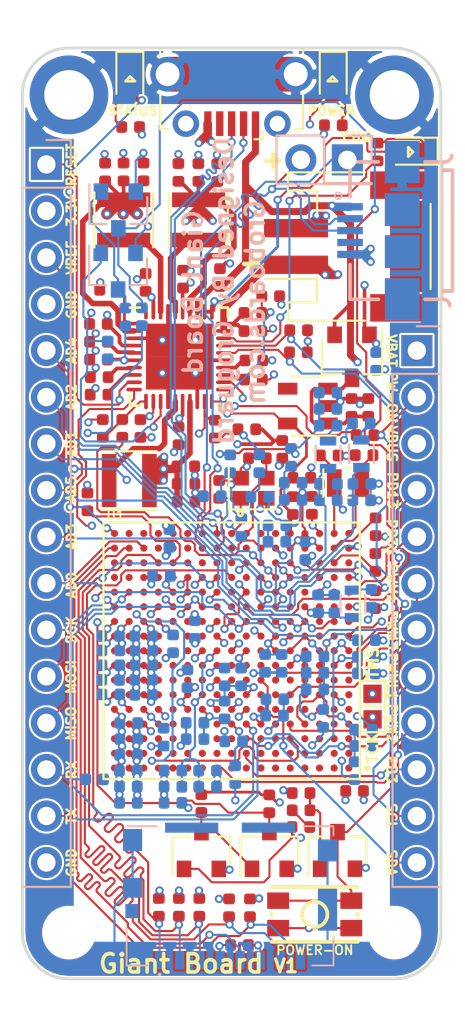
<source format=kicad_pcb>
(kicad_pcb (version 20171130) (host pcbnew 5.1.4-e60b266~84~ubuntu19.04.1)
  (layers (0 F.Cu signal) (1 In1.Cu power) (2 In2.Cu power) (31 B.Cu signal) (34 B.Paste user) (35 F.Paste user) (36 B.SilkS user) (37 F.SilkS user) (38 B.Mask user) (39 F.Mask user) (44 Edge.Cuts user))
  (net 0 "")
  (net 1 "Net-(L1-Pad1)")
  (net 2 "Net-(L2-Pad1)")
  (net 3 "Net-(L3-Pad1)")
  (net 4 "Net-(C1-Pad2)")
  (net 5 "Net-(C1-Pad1)")
  (net 6 GND)
  (net 7 "Net-(C3-Pad1)")
  (net 8 VDD_AUX2)
  (net 9 VDD_AUX1)
  (net 10 VDD_3V3)
  (net 11 VBAT)
  (net 12 "Net-(D2-Pad1)")
  (net 13 "Net-(Q2-Pad3)")
  (net 14 "Net-(R10-Pad2)")
  (net 15 "Net-(R12-Pad1)")
  (net 16 "Net-(Q1-Pad3)")
  (net 17 VBUS)
  (net 18 "Net-(C39-Pad1)")
  (net 19 "Net-(C40-Pad1)")
  (net 20 "Net-(C41-Pad1)")
  (net 21 "Net-(C48-Pad1)")
  (net 22 VDDFUSE)
  (net 23 VDDBU)
  (net 24 DDR_VREF)
  (net 25 VDDIOP2)
  (net 26 VDDIOP1)
  (net 27 VDDIOP0)
  (net 28 VDDAUDIOPLL)
  (net 29 VDDUTMII)
  (net 30 VDDOSC)
  (net 31 "Net-(C97-Pad1)")
  (net 32 "Net-(C96-Pad1)")
  (net 33 "Net-(C99-Pad1)")
  (net 34 "Net-(C98-Pad1)")
  (net 35 USBA_M)
  (net 36 USBA_P)
  (net 37 "Net-(R25-Pad1)")
  (net 38 "Net-(R27-Pad1)")
  (net 39 "Net-(R26-Pad1)")
  (net 40 "Net-(R24-Pad1)")
  (net 41 GNDUTMMI)
  (net 42 "Net-(C100-Pad1)")
  (net 43 "Net-(L6-Pad1)")
  (net 44 "Net-(L11-Pad1)")
  (net 45 "Net-(L12-Pad1)")
  (net 46 SHDN)
  (net 47 SPI0_MISO)
  (net 48 SPI0_MOSI)
  (net 49 SPI0_SCK)
  (net 50 AD2)
  (net 51 AD4)
  (net 52 AD1)
  (net 53 AD5)
  (net 54 AD3)
  (net 55 AD0)
  (net 56 RESET)
  (net 57 PWMH1)
  (net 58 POWER)
  (net 59 I2C_TWD0)
  (net 60 I2C_TWCK0)
  (net 61 I2C_TWCK1)
  (net 62 I2C_TWD1)
  (net 63 PWMH2)
  (net 64 PWMH3)
  (net 65 NRST)
  (net 66 VSYS_5V)
  (net 67 "Net-(R4-Pad2)")
  (net 68 PMIC_IRQ_PB13)
  (net 69 PMIC_CHGLEV_PA12)
  (net 70 VDDIODDR)
  (net 71 VDDCORE)
  (net 72 "FLEXCOM4_IO1 ")
  (net 73 SDMMC1_DAT2)
  (net 74 SDMMC1_DAT3)
  (net 75 SDMMC1_CMD)
  (net 76 SDMMC1_DAT1)
  (net 77 SDMMC1_DAT0)
  (net 78 SDMMC1_CK)
  (net 79 PWMEXTRG1-IRQ)
  (net 80 CGND)
  (net 81 ADTRG-IRQ)
  (net 82 "Net-(D4-Pad1)")
  (net 83 STATUS-LED)
  (net 84 USBB_M)
  (net 85 USBB_P)
  (net 86 "Net-(J3-Pad4)")
  (net 87 "Net-(J6-Pad9)")
  (net 88 WKUP)
  (net 89 "Net-(U1-PadC1)")
  (net 90 "Net-(U1-PadD1)")
  (net 91 "Net-(U1-PadE1)")
  (net 92 "Net-(U1-PadF1)")
  (net 93 "Net-(U1-PadG1)")
  (net 94 "Net-(U1-PadR1)")
  (net 95 "Net-(U1-PadA2)")
  (net 96 "Net-(U1-PadB2)")
  (net 97 "Net-(U1-PadD2)")
  (net 98 "Net-(U1-PadE2)")
  (net 99 "Net-(U1-PadG2)")
  (net 100 "Net-(U1-PadJ2)")
  (net 101 "Net-(U1-PadK2)")
  (net 102 RXD)
  (net 103 PIOBU2)
  (net 104 "Net-(U1-PadA3)")
  (net 105 "Net-(U1-PadB3)")
  (net 106 "Net-(U1-PadC3)")
  (net 107 "Net-(U1-PadD3)")
  (net 108 "Net-(U1-PadJ3)")
  (net 109 "Net-(U1-PadK3)")
  (net 110 PIOBU1)
  (net 111 PIOBU7)
  (net 112 LOWQ#)
  (net 113 "Net-(U1-PadR3)")
  (net 114 "Net-(U1-PadA4)")
  (net 115 "Net-(U1-PadB4)")
  (net 116 "Net-(U1-PadC4)")
  (net 117 "Net-(U1-PadE4)")
  (net 118 "Net-(U1-PadG4)")
  (net 119 "Net-(U1-PadH4)")
  (net 120 "Net-(U1-PadJ4)")
  (net 121 PIOBU4)
  (net 122 PIOBU3)
  (net 123 "Net-(U1-PadA5)")
  (net 124 "Net-(U1-PadB5)")
  (net 125 "Net-(U1-PadE5)")
  (net 126 "Net-(U1-PadG5)")
  (net 127 "Net-(U1-PadL5)")
  (net 128 PIOBU5)
  (net 129 PIOBU6)
  (net 130 "Net-(U1-PadA6)")
  (net 131 "Net-(U1-PadB6)")
  (net 132 "Net-(U1-PadC6)")
  (net 133 "Net-(U1-PadE6)")
  (net 134 "Net-(U1-PadF6)")
  (net 135 "Net-(U1-PadG6)")
  (net 136 "Net-(U1-PadH6)")
  (net 137 "Net-(U1-PadU6)")
  (net 138 "Net-(U1-PadA7)")
  (net 139 "Net-(U1-PadB7)")
  (net 140 "Net-(U1-PadC7)")
  (net 141 "Net-(U1-PadE7)")
  (net 142 "Net-(U1-PadF7)")
  (net 143 "Net-(U1-PadJ7)")
  (net 144 "Net-(U1-PadU7)")
  (net 145 "Net-(U1-PadA8)")
  (net 146 "Net-(U1-PadG8)")
  (net 147 "Net-(U1-PadH8)")
  (net 148 "Net-(U1-PadK8)")
  (net 149 "Net-(U1-PadP8)")
  (net 150 CLK_AUDIO)
  (net 151 "Net-(U1-PadA9)")
  (net 152 "Net-(U1-PadB9)")
  (net 153 "Net-(U1-PadC9)")
  (net 154 "Net-(U1-PadG9)")
  (net 155 "Net-(U1-PadH9)")
  (net 156 "Net-(U1-PadK9)")
  (net 157 "Net-(U1-PadN9)")
  (net 158 "Net-(U1-PadR9)")
  (net 159 "Net-(U1-PadB10)")
  (net 160 "Net-(U1-PadM10)")
  (net 161 "Net-(U1-PadR10)")
  (net 162 "Net-(U1-PadA11)")
  (net 163 "Net-(U1-PadL11)")
  (net 164 "Net-(U1-PadN11)")
  (net 165 "Net-(U1-PadR11)")
  (net 166 DATA)
  (net 167 STROBE)
  (net 168 UART1_TX)
  (net 169 "Net-(U1-PadN14)")
  (net 170 "Net-(U1-PadP14)")
  (net 171 "Net-(U1-PadT14)")
  (net 172 UART1_RX)
  (net 173 "Net-(U1-PadN15)")
  (net 174 "Net-(U1-PadP15)")
  (net 175 "Net-(U1-PadR15)")
  (net 176 "Net-(U1-PadM16)")
  (net 177 "Net-(U1-PadP16)")
  (net 178 "Net-(U1-PadR16)")
  (net 179 "Net-(U1-PadP17)")
  (net 180 "Net-(U1-PadR17)")
  (net 181 PWML1)
  (net 182 SDMMC1_CD)
  (net 183 "Net-(U1-PadM15)")
  (net 184 "Net-(D5-Pad1)")
  (net 185 "Net-(R39-Pad2)")
  (net 186 "Net-(J7-Pad4)")
  (net 187 "Net-(U1-PadG3)")
  (net 188 "Net-(U1-PadF4)")
  (net 189 "Net-(U1-PadA1)")
  (net 190 "Net-(U1-PadB1)")
  (net 191 "Net-(U1-PadL1)")
  (net 192 "Net-(U1-PadC2)")
  (net 193 "Net-(U1-PadM2)")
  (net 194 "Net-(U1-PadL3)")
  (net 195 "Net-(U1-PadL7)")
  (net 196 "Net-(U1-PadN7)")
  (net 197 "Net-(U1-PadM9)")
  (net 198 PMIC_LBO)
  (net 199 "Net-(U1-PadT13)")
  (net 200 "Net-(U1-PadU13)")
  (net 201 "Net-(U1-PadU14)")
  (net 202 "Net-(U1-PadU15)")
  (net 203 "Net-(U1-PadU16)")
  (net 204 "Net-(U2-Pad21)")
  (net 205 "Net-(Q3-Pad1)")
  (net 206 nPBSTAT)
  (net 207 ADVREF)
  (net 208 VDD_3V3_LP)
  (net 209 "Net-(C35-Pad1)")
  (net 210 PWML0)
  (net 211 "Net-(U3-Pad4)")
  (net 212 TMS)
  (net 213 TCK)
  (module footprints:1051620001 (layer B.Cu) (at 135.03726 116.64162 180)
    (fp_text reference J6 hide)
    (fp_text value 1051620001 hide)
    (pad 15 smd rect (at 2.095 3.9 90) (size 0.55 2.91) (layers B.Cu B.Paste B.Mask))
    (pad 14 smd rect (at -2.095 3.9 90) (size 0.55 2.91) (layers B.Cu B.Paste B.Mask))
    (pad 13 smd rect (at -5.325 -0.53 180) (size 1.05 2.39) (layers B.Cu B.Paste B.Mask) (net 80 CGND))
    (pad 12 smd rect (at -5.325 2.655 180) (size 1.05 1.2) (layers B.Cu B.Paste B.Mask) (net 80 CGND))
    (pad 11 smd rect (at 5.325 3.225 180) (size 1.05 1.2) (layers B.Cu B.Paste B.Mask) (net 80 CGND))
    (pad 10 smd rect (at 5.325 0.615 180) (size 1.05 1.08) (layers B.Cu B.Paste B.Mask) (net 80 CGND))
    (pad 9 smd rect (at 5.36 -0.655 180) (size 0.72 0.78) (layers B.Cu B.Paste B.Mask) (net 87 "Net-(J6-Pad9)"))
    (pad 8 smd rect (at -3.85 -3.335 180) (size 0.5 1) (layers B.Cu B.Paste B.Mask) (net 76 SDMMC1_DAT1))
    (pad 7 smd rect (at -2.75 -3.335 180) (size 0.5 1) (layers B.Cu B.Paste B.Mask) (net 77 SDMMC1_DAT0))
    (pad 6 smd rect (at -1.65 -3.335 180) (size 0.5 1) (layers B.Cu B.Paste B.Mask) (net 6 GND))
    (pad 5 smd rect (at -0.55 -3.335 180) (size 0.5 1) (layers B.Cu B.Paste B.Mask) (net 78 SDMMC1_CK))
    (pad 4 smd rect (at 0.55 -3.335 180) (size 0.5 1) (layers B.Cu B.Paste B.Mask) (net 10 VDD_3V3))
    (pad 3 smd rect (at 1.65 -3.335 180) (size 0.5 1) (layers B.Cu B.Paste B.Mask) (net 75 SDMMC1_CMD))
    (pad 2 smd rect (at 2.75 -3.335 180) (size 0.5 1) (layers B.Cu B.Paste B.Mask) (net 74 SDMMC1_DAT3))
    (pad 1 smd rect (at 3.85 -3.335 180) (size 0.5 1) (layers B.Cu B.Paste B.Mask) (net 73 SDMMC1_DAT2))
  )
  (module footprints:NetTie-2_SMD_Padsmall (layer F.Cu) (at 135.38726 101.08962)
    (fp_text reference NT2 hide)
    (fp_text value Net-Tie_2)
    (fp_poly (pts (xy -0.508 -0.0508) (xy -0.0508 -0.0508) (xy -0.0508 0.0508) (xy -0.508 0.0508)) (layer F.Cu) (width 0))
    (pad 2 smd circle (at -0.04572 0) (size 0.1 0.1) (layers F.Cu) (net 10 VDD_3V3))
    (pad 1 smd circle (at -0.499999 0) (size 0.1 0.1) (layers F.Cu) (net 207 ADVREF))
  )
  (module Capacitor_SMD:C_0402_1005Metric (layer B.Cu) (at 136.661407 94.688346)
    (fp_text reference C94 hide)
    (fp_text value 0.1uF)
    (pad 2 smd roundrect (at 0.485 0) (size 0.59 0.64) (layers B.Cu B.Paste B.Mask) (net 41 GNDUTMMI))
    (pad 1 smd roundrect (at -0.485 0) (size 0.59 0.64) (layers B.Cu B.Paste B.Mask) (net 29 VDDUTMII))
  )
  (module footprints:L_0603 (layer B.Cu) (at 142.2097 92.334451 270)
    (fp_text reference L11 hide)
    (fp_text value MLZ1608N100L)
    (pad 2 smd rect (at 0.75 0 270) (size 0.5 0.9) (layers B.Cu B.Paste B.Mask) (net 30 VDDOSC))
    (pad 1 smd rect (at -0.75 0 270) (size 0.5 0.9) (layers B.Cu B.Paste B.Mask) (net 44 "Net-(L11-Pad1)"))
  )
  (module footprints:L_0603 (layer B.Cu) (at 140.39096 92.38942 270)
    (fp_text reference L6 hide)
    (fp_text value MLZ1608N100L)
    (pad 1 smd rect (at -0.75 0 270) (size 0.5 0.9) (layers B.Cu B.Paste B.Mask) (net 43 "Net-(L6-Pad1)"))
    (pad 2 smd rect (at 0.75 0 270) (size 0.5 0.9) (layers B.Cu B.Paste B.Mask) (net 20 "Net-(C41-Pad1)"))
  )
  (module footprints:L_0603 (layer B.Cu) (at 141.74986 100.53082 270)
    (fp_text reference L12 hide)
    (fp_text value MLZ1608N100L)
    (pad 2 smd rect (at 0.75 0 270) (size 0.5 0.9) (layers B.Cu B.Paste B.Mask) (net 28 VDDAUDIOPLL))
    (pad 1 smd rect (at -0.75 0 270) (size 0.5 0.9) (layers B.Cu B.Paste B.Mask) (net 45 "Net-(L12-Pad1)"))
  )
  (module ATSAMA5D27C-D1G-CU:BGA289C80P17X17_1400X1400X120N (layer F.Cu) (at 135.12452 103.08938 180)
    (fp_text reference U1 (at 6.34168 7.42512 180) (layer F.SilkS) (effects (font (size 0.5 0.5) (thickness 0.1))))
    (fp_text value ATSAMA5D27C-D1G)
    (pad A1 smd circle (at -6.4 -6.4 180) (size 0.39 0.39) (layers F.Cu F.Paste F.Mask) (net 189 "Net-(U1-PadA1)"))
    (pad B1 smd circle (at -6.4 -5.6 180) (size 0.39 0.39) (layers F.Cu F.Paste F.Mask) (net 190 "Net-(U1-PadB1)"))
    (pad C1 smd circle (at -6.4 -4.8 180) (size 0.39 0.39) (layers F.Cu F.Paste F.Mask) (net 89 "Net-(U1-PadC1)"))
    (pad D1 smd circle (at -6.4 -4 180) (size 0.39 0.39) (layers F.Cu F.Paste F.Mask) (net 90 "Net-(U1-PadD1)"))
    (pad E1 smd circle (at -6.4 -3.2 180) (size 0.39 0.39) (layers F.Cu F.Paste F.Mask) (net 91 "Net-(U1-PadE1)"))
    (pad F1 smd circle (at -6.4 -2.4 180) (size 0.39 0.39) (layers F.Cu F.Paste F.Mask) (net 92 "Net-(U1-PadF1)"))
    (pad G1 smd circle (at -6.4 -1.6 180) (size 0.39 0.39) (layers F.Cu F.Paste F.Mask) (net 93 "Net-(U1-PadG1)"))
    (pad H1 smd circle (at -6.4 -0.8 180) (size 0.39 0.39) (layers F.Cu F.Paste F.Mask) (net 61 I2C_TWCK1))
    (pad J1 smd circle (at -6.4 0 180) (size 0.39 0.39) (layers F.Cu F.Paste F.Mask) (net 168 UART1_TX))
    (pad K1 smd circle (at -6.4 0.8 180) (size 0.39 0.39) (layers F.Cu F.Paste F.Mask) (net 212 TMS))
    (pad L1 smd circle (at -6.4 1.6 180) (size 0.39 0.39) (layers F.Cu F.Paste F.Mask) (net 191 "Net-(U1-PadL1)"))
    (pad M1 smd circle (at -6.4 2.4 180) (size 0.39 0.39) (layers F.Cu F.Paste F.Mask) (net 6 GND))
    (pad N1 smd circle (at -6.4 3.2 180) (size 0.39 0.39) (layers F.Cu F.Paste F.Mask) (net 72 "FLEXCOM4_IO1 "))
    (pad P1 smd circle (at -6.4 4 180) (size 0.39 0.39) (layers F.Cu F.Paste F.Mask) (net 50 AD2))
    (pad R1 smd circle (at -6.4 4.8 180) (size 0.39 0.39) (layers F.Cu F.Paste F.Mask) (net 94 "Net-(U1-PadR1)"))
    (pad T1 smd circle (at -6.4 5.6 180) (size 0.39 0.39) (layers F.Cu F.Paste F.Mask) (net 51 AD4))
    (pad U1 smd circle (at -6.4 6.4 180) (size 0.39 0.39) (layers F.Cu F.Paste F.Mask) (net 31 "Net-(C97-Pad1)"))
    (pad A2 smd circle (at -5.6 -6.4 180) (size 0.39 0.39) (layers F.Cu F.Paste F.Mask) (net 95 "Net-(U1-PadA2)"))
    (pad B2 smd circle (at -5.6 -5.6 180) (size 0.39 0.39) (layers F.Cu F.Paste F.Mask) (net 96 "Net-(U1-PadB2)"))
    (pad C2 smd circle (at -5.6 -4.8 180) (size 0.39 0.39) (layers F.Cu F.Paste F.Mask) (net 192 "Net-(U1-PadC2)"))
    (pad D2 smd circle (at -5.6 -4 180) (size 0.39 0.39) (layers F.Cu F.Paste F.Mask) (net 97 "Net-(U1-PadD2)"))
    (pad E2 smd circle (at -5.6 -3.2 180) (size 0.39 0.39) (layers F.Cu F.Paste F.Mask) (net 98 "Net-(U1-PadE2)"))
    (pad F2 smd circle (at -5.6 -2.4 180) (size 0.39 0.39) (layers F.Cu F.Paste F.Mask) (net 6 GND))
    (pad G2 smd circle (at -5.6 -1.6 180) (size 0.39 0.39) (layers F.Cu F.Paste F.Mask) (net 99 "Net-(U1-PadG2)"))
    (pad H2 smd circle (at -5.6 -0.8 180) (size 0.39 0.39) (layers F.Cu F.Paste F.Mask) (net 71 VDDCORE))
    (pad J2 smd circle (at -5.6 0 180) (size 0.39 0.39) (layers F.Cu F.Paste F.Mask) (net 100 "Net-(U1-PadJ2)"))
    (pad K2 smd circle (at -5.6 0.8 180) (size 0.39 0.39) (layers F.Cu F.Paste F.Mask) (net 101 "Net-(U1-PadK2)"))
    (pad L2 smd circle (at -5.6 1.6 180) (size 0.39 0.39) (layers F.Cu F.Paste F.Mask) (net 52 AD1))
    (pad M2 smd circle (at -5.6 2.4 180) (size 0.39 0.39) (layers F.Cu F.Paste F.Mask) (net 193 "Net-(U1-PadM2)"))
    (pad N2 smd circle (at -5.6 3.2 180) (size 0.39 0.39) (layers F.Cu F.Paste F.Mask) (net 102 RXD))
    (pad P2 smd circle (at -5.6 4 180) (size 0.39 0.39) (layers F.Cu F.Paste F.Mask) (net 103 PIOBU2))
    (pad R2 smd circle (at -5.6 4.8 180) (size 0.39 0.39) (layers F.Cu F.Paste F.Mask) (net 37 "Net-(R25-Pad1)"))
    (pad T2 smd circle (at -5.6 5.6 180) (size 0.39 0.39) (layers F.Cu F.Paste F.Mask) (net 38 "Net-(R27-Pad1)"))
    (pad U2 smd circle (at -5.6 6.4 180) (size 0.39 0.39) (layers F.Cu F.Paste F.Mask) (net 32 "Net-(C96-Pad1)"))
    (pad A3 smd circle (at -4.8 -6.4 180) (size 0.39 0.39) (layers F.Cu F.Paste F.Mask) (net 104 "Net-(U1-PadA3)"))
    (pad B3 smd circle (at -4.8 -5.6 180) (size 0.39 0.39) (layers F.Cu F.Paste F.Mask) (net 105 "Net-(U1-PadB3)"))
    (pad C3 smd circle (at -4.8 -4.8 180) (size 0.39 0.39) (layers F.Cu F.Paste F.Mask) (net 106 "Net-(U1-PadC3)"))
    (pad D3 smd circle (at -4.8 -4 180) (size 0.39 0.39) (layers F.Cu F.Paste F.Mask) (net 107 "Net-(U1-PadD3)"))
    (pad E3 smd circle (at -4.8 -3.2 180) (size 0.39 0.39) (layers F.Cu F.Paste F.Mask) (net 6 GND))
    (pad F3 smd circle (at -4.8 -2.4 180) (size 0.39 0.39) (layers F.Cu F.Paste F.Mask) (net 27 VDDIOP0))
    (pad G3 smd circle (at -4.8 -1.6 180) (size 0.39 0.39) (layers F.Cu F.Paste F.Mask) (net 187 "Net-(U1-PadG3)"))
    (pad H3 smd circle (at -4.8 -0.8 180) (size 0.39 0.39) (layers F.Cu F.Paste F.Mask) (net 10 VDD_3V3))
    (pad J3 smd circle (at -4.8 0 180) (size 0.39 0.39) (layers F.Cu F.Paste F.Mask) (net 108 "Net-(U1-PadJ3)"))
    (pad K3 smd circle (at -4.8 0.8 180) (size 0.39 0.39) (layers F.Cu F.Paste F.Mask) (net 109 "Net-(U1-PadK3)"))
    (pad L3 smd circle (at -4.8 1.6 180) (size 0.39 0.39) (layers F.Cu F.Paste F.Mask) (net 194 "Net-(U1-PadL3)"))
    (pad M3 smd circle (at -4.8 2.4 180) (size 0.39 0.39) (layers F.Cu F.Paste F.Mask) (net 110 PIOBU1))
    (pad N3 smd circle (at -4.8 3.2 180) (size 0.39 0.39) (layers F.Cu F.Paste F.Mask) (net 111 PIOBU7))
    (pad P3 smd circle (at -4.8 4 180) (size 0.39 0.39) (layers F.Cu F.Paste F.Mask) (net 112 LOWQ#))
    (pad R3 smd circle (at -4.8 4.8 180) (size 0.39 0.39) (layers F.Cu F.Paste F.Mask) (net 113 "Net-(U1-PadR3)"))
    (pad T3 smd circle (at -4.8 5.6 180) (size 0.39 0.39) (layers F.Cu F.Paste F.Mask) (net 6 GND))
    (pad U3 smd circle (at -4.8 6.4 180) (size 0.39 0.39) (layers F.Cu F.Paste F.Mask) (net 71 VDDCORE))
    (pad A4 smd circle (at -4 -6.4 180) (size 0.39 0.39) (layers F.Cu F.Paste F.Mask) (net 114 "Net-(U1-PadA4)"))
    (pad B4 smd circle (at -4 -5.6 180) (size 0.39 0.39) (layers F.Cu F.Paste F.Mask) (net 115 "Net-(U1-PadB4)"))
    (pad C4 smd circle (at -4 -4.8 180) (size 0.39 0.39) (layers F.Cu F.Paste F.Mask) (net 116 "Net-(U1-PadC4)"))
    (pad D4 smd circle (at -4 -4 180) (size 0.39 0.39) (layers F.Cu F.Paste F.Mask) (net 27 VDDIOP0))
    (pad E4 smd circle (at -4 -3.2 180) (size 0.39 0.39) (layers F.Cu F.Paste F.Mask) (net 117 "Net-(U1-PadE4)"))
    (pad F4 smd circle (at -4 -2.4 180) (size 0.39 0.39) (layers F.Cu F.Paste F.Mask) (net 188 "Net-(U1-PadF4)"))
    (pad G4 smd circle (at -4 -1.6 180) (size 0.39 0.39) (layers F.Cu F.Paste F.Mask) (net 118 "Net-(U1-PadG4)"))
    (pad H4 smd circle (at -4 -0.8 180) (size 0.39 0.39) (layers F.Cu F.Paste F.Mask) (net 119 "Net-(U1-PadH4)"))
    (pad J4 smd circle (at -4 0 180) (size 0.39 0.39) (layers F.Cu F.Paste F.Mask) (net 120 "Net-(U1-PadJ4)"))
    (pad K4 smd circle (at -4 0.8 180) (size 0.39 0.39) (layers F.Cu F.Paste F.Mask) (net 21 "Net-(C48-Pad1)"))
    (pad L4 smd circle (at -4 1.6 180) (size 0.39 0.39) (layers F.Cu F.Paste F.Mask) (net 53 AD5))
    (pad M4 smd circle (at -4 2.4 180) (size 0.39 0.39) (layers F.Cu F.Paste F.Mask) (net 28 VDDAUDIOPLL))
    (pad N4 smd circle (at -4 3.2 180) (size 0.39 0.39) (layers F.Cu F.Paste F.Mask) (net 121 PIOBU4))
    (pad P4 smd circle (at -4 4 180) (size 0.39 0.39) (layers F.Cu F.Paste F.Mask) (net 122 PIOBU3))
    (pad R4 smd circle (at -4 4.8 180) (size 0.39 0.39) (layers F.Cu F.Paste F.Mask) (net 39 "Net-(R26-Pad1)"))
    (pad T4 smd circle (at -4 5.6 180) (size 0.39 0.39) (layers F.Cu F.Paste F.Mask) (net 6 GND))
    (pad U4 smd circle (at -4 6.4 180) (size 0.39 0.39) (layers F.Cu F.Paste F.Mask) (net 6 GND))
    (pad A5 smd circle (at -3.2 -6.4 180) (size 0.39 0.39) (layers F.Cu F.Paste F.Mask) (net 123 "Net-(U1-PadA5)"))
    (pad B5 smd circle (at -3.2 -5.6 180) (size 0.39 0.39) (layers F.Cu F.Paste F.Mask) (net 124 "Net-(U1-PadB5)"))
    (pad C5 smd circle (at -3.2 -4.8 180) (size 0.39 0.39) (layers F.Cu F.Paste F.Mask) (net 68 PMIC_IRQ_PB13))
    (pad D5 smd circle (at -3.2 -4 180) (size 0.39 0.39) (layers F.Cu F.Paste F.Mask) (net 64 PWMH3))
    (pad E5 smd circle (at -3.2 -3.2 180) (size 0.39 0.39) (layers F.Cu F.Paste F.Mask) (net 125 "Net-(U1-PadE5)"))
    (pad F5 smd circle (at -3.2 -2.4 180) (size 0.39 0.39) (layers F.Cu F.Paste F.Mask) (net 57 PWMH1))
    (pad G5 smd circle (at -3.2 -1.6 180) (size 0.39 0.39) (layers F.Cu F.Paste F.Mask) (net 126 "Net-(U1-PadG5)"))
    (pad H5 smd circle (at -3.2 -0.8 180) (size 0.39 0.39) (layers F.Cu F.Paste F.Mask) (net 6 GND))
    (pad J5 smd circle (at -3.2 0 180) (size 0.39 0.39) (layers F.Cu F.Paste F.Mask) (net 21 "Net-(C48-Pad1)"))
    (pad K5 smd circle (at -3.2 0.8 180) (size 0.39 0.39) (layers F.Cu F.Paste F.Mask) (net 213 TCK))
    (pad L5 smd circle (at -3.2 1.6 180) (size 0.39 0.39) (layers F.Cu F.Paste F.Mask) (net 127 "Net-(U1-PadL5)"))
    (pad M5 smd circle (at -3.2 2.4 180) (size 0.39 0.39) (layers F.Cu F.Paste F.Mask) (net 128 PIOBU5))
    (pad N5 smd circle (at -3.2 3.2 180) (size 0.39 0.39) (layers F.Cu F.Paste F.Mask) (net 129 PIOBU6))
    (pad P5 smd circle (at -3.2 4 180) (size 0.39 0.39) (layers F.Cu F.Paste F.Mask) (net 6 GND))
    (pad R5 smd circle (at -3.2 4.8 180) (size 0.39 0.39) (layers F.Cu F.Paste F.Mask) (net 20 "Net-(C41-Pad1)"))
    (pad T5 smd circle (at -3.2 5.6 180) (size 0.39 0.39) (layers F.Cu F.Paste F.Mask) (net 6 GND))
    (pad U5 smd circle (at -3.2 6.4 180) (size 0.39 0.39) (layers F.Cu F.Paste F.Mask) (net 23 VDDBU))
    (pad A6 smd circle (at -2.4 -6.4 180) (size 0.39 0.39) (layers F.Cu F.Paste F.Mask) (net 130 "Net-(U1-PadA6)"))
    (pad B6 smd circle (at -2.4 -5.6 180) (size 0.39 0.39) (layers F.Cu F.Paste F.Mask) (net 131 "Net-(U1-PadB6)"))
    (pad C6 smd circle (at -2.4 -4.8 180) (size 0.39 0.39) (layers F.Cu F.Paste F.Mask) (net 132 "Net-(U1-PadC6)"))
    (pad D6 smd circle (at -2.4 -4 180) (size 0.39 0.39) (layers F.Cu F.Paste F.Mask) (net 6 GND))
    (pad E6 smd circle (at -2.4 -3.2 180) (size 0.39 0.39) (layers F.Cu F.Paste F.Mask) (net 133 "Net-(U1-PadE6)"))
    (pad F6 smd circle (at -2.4 -2.4 180) (size 0.39 0.39) (layers F.Cu F.Paste F.Mask) (net 134 "Net-(U1-PadF6)"))
    (pad G6 smd circle (at -2.4 -1.6 180) (size 0.39 0.39) (layers F.Cu F.Paste F.Mask) (net 135 "Net-(U1-PadG6)"))
    (pad H6 smd circle (at -2.4 -0.8 180) (size 0.39 0.39) (layers F.Cu F.Paste F.Mask) (net 136 "Net-(U1-PadH6)"))
    (pad J6 smd circle (at -2.4 0 180) (size 0.39 0.39) (layers F.Cu F.Paste F.Mask) (net 6 GND))
    (pad K6 smd circle (at -2.4 0.8 180) (size 0.39 0.39) (layers F.Cu F.Paste F.Mask) (net 6 GND))
    (pad L6 smd circle (at -2.4 1.6 180) (size 0.39 0.39) (layers F.Cu F.Paste F.Mask) (net 54 AD3))
    (pad M6 smd circle (at -2.4 2.4 180) (size 0.39 0.39) (layers F.Cu F.Paste F.Mask) (net 41 GNDUTMMI))
    (pad N6 smd circle (at -2.4 3.2 180) (size 0.39 0.39) (layers F.Cu F.Paste F.Mask) (net 30 VDDOSC))
    (pad P6 smd circle (at -2.4 4 180) (size 0.39 0.39) (layers F.Cu F.Paste F.Mask) (net 29 VDDUTMII))
    (pad R6 smd circle (at -2.4 4.8 180) (size 0.39 0.39) (layers F.Cu F.Paste F.Mask) (net 6 GND))
    (pad T6 smd circle (at -2.4 5.6 180) (size 0.39 0.39) (layers F.Cu F.Paste F.Mask) (net 42 "Net-(C100-Pad1)"))
    (pad U6 smd circle (at -2.4 6.4 180) (size 0.39 0.39) (layers F.Cu F.Paste F.Mask) (net 137 "Net-(U1-PadU6)"))
    (pad A7 smd circle (at -1.6 -6.4 180) (size 0.39 0.39) (layers F.Cu F.Paste F.Mask) (net 138 "Net-(U1-PadA7)"))
    (pad B7 smd circle (at -1.6 -5.6 180) (size 0.39 0.39) (layers F.Cu F.Paste F.Mask) (net 139 "Net-(U1-PadB7)"))
    (pad C7 smd circle (at -1.6 -4.8 180) (size 0.39 0.39) (layers F.Cu F.Paste F.Mask) (net 140 "Net-(U1-PadC7)"))
    (pad D7 smd circle (at -1.6 -4 180) (size 0.39 0.39) (layers F.Cu F.Paste F.Mask) (net 71 VDDCORE))
    (pad E7 smd circle (at -1.6 -3.2 180) (size 0.39 0.39) (layers F.Cu F.Paste F.Mask) (net 141 "Net-(U1-PadE7)"))
    (pad F7 smd circle (at -1.6 -2.4 180) (size 0.39 0.39) (layers F.Cu F.Paste F.Mask) (net 142 "Net-(U1-PadF7)"))
    (pad G7 smd circle (at -1.6 -1.6 180) (size 0.39 0.39) (layers F.Cu F.Paste F.Mask) (net 59 I2C_TWD0))
    (pad H7 smd circle (at -1.6 -0.8 180) (size 0.39 0.39) (layers F.Cu F.Paste F.Mask) (net 62 I2C_TWD1))
    (pad J7 smd circle (at -1.6 0 180) (size 0.39 0.39) (layers F.Cu F.Paste F.Mask) (net 143 "Net-(U1-PadJ7)"))
    (pad K7 smd circle (at -1.6 0.8 180) (size 0.39 0.39) (layers F.Cu F.Paste F.Mask) (net 6 GND))
    (pad L7 smd circle (at -1.6 1.6 180) (size 0.39 0.39) (layers F.Cu F.Paste F.Mask) (net 195 "Net-(U1-PadL7)"))
    (pad M7 smd circle (at -1.6 2.4 180) (size 0.39 0.39) (layers F.Cu F.Paste F.Mask) (net 18 "Net-(C39-Pad1)"))
    (pad N7 smd circle (at -1.6 3.2 180) (size 0.39 0.39) (layers F.Cu F.Paste F.Mask) (net 196 "Net-(U1-PadN7)"))
    (pad P7 smd circle (at -1.6 4 180) (size 0.39 0.39) (layers F.Cu F.Paste F.Mask) (net 71 VDDCORE))
    (pad R7 smd circle (at -1.6 4.8 180) (size 0.39 0.39) (layers F.Cu F.Paste F.Mask) (net 19 "Net-(C40-Pad1)"))
    (pad T7 smd circle (at -1.6 5.6 180) (size 0.39 0.39) (layers F.Cu F.Paste F.Mask) (net 40 "Net-(R24-Pad1)"))
    (pad U7 smd circle (at -1.6 6.4 180) (size 0.39 0.39) (layers F.Cu F.Paste F.Mask) (net 144 "Net-(U1-PadU7)"))
    (pad A8 smd circle (at -0.8 -6.4 180) (size 0.39 0.39) (layers F.Cu F.Paste F.Mask) (net 145 "Net-(U1-PadA8)"))
    (pad B8 smd circle (at -0.8 -5.6 180) (size 0.39 0.39) (layers F.Cu F.Paste F.Mask) (net 79 PWMEXTRG1-IRQ))
    (pad C8 smd circle (at -0.8 -4.8 180) (size 0.39 0.39) (layers F.Cu F.Paste F.Mask) (net 181 PWML1))
    (pad D8 smd circle (at -0.8 -4 180) (size 0.39 0.39) (layers F.Cu F.Paste F.Mask) (net 172 UART1_RX))
    (pad E8 smd circle (at -0.8 -3.2 180) (size 0.39 0.39) (layers F.Cu F.Paste F.Mask) (net 70 VDDIODDR))
    (pad F8 smd circle (at -0.8 -2.4 180) (size 0.39 0.39) (layers F.Cu F.Paste F.Mask) (net 6 GND))
    (pad G8 smd circle (at -0.8 -1.6 180) (size 0.39 0.39) (layers F.Cu F.Paste F.Mask) (net 146 "Net-(U1-PadG8)"))
    (pad H8 smd circle (at -0.8 -0.8 180) (size 0.39 0.39) (layers F.Cu F.Paste F.Mask) (net 147 "Net-(U1-PadH8)"))
    (pad J8 smd circle (at -0.8 0 180) (size 0.39 0.39) (layers F.Cu F.Paste F.Mask) (net 70 VDDIODDR))
    (pad K8 smd circle (at -0.8 0.8 180) (size 0.39 0.39) (layers F.Cu F.Paste F.Mask) (net 148 "Net-(U1-PadK8)"))
    (pad L8 smd circle (at -0.8 1.6 180) (size 0.39 0.39) (layers F.Cu F.Paste F.Mask) (net 55 AD0))
    (pad M8 smd circle (at -0.8 2.4 180) (size 0.39 0.39) (layers F.Cu F.Paste F.Mask) (net 81 ADTRG-IRQ))
    (pad N8 smd circle (at -0.8 3.2 180) (size 0.39 0.39) (layers F.Cu F.Paste F.Mask) (net 10 VDD_3V3))
    (pad P8 smd circle (at -0.8 4 180) (size 0.39 0.39) (layers F.Cu F.Paste F.Mask) (net 149 "Net-(U1-PadP8)"))
    (pad R8 smd circle (at -0.8 4.8 180) (size 0.39 0.39) (layers F.Cu F.Paste F.Mask) (net 6 GND))
    (pad T8 smd circle (at -0.8 5.6 180) (size 0.39 0.39) (layers F.Cu F.Paste F.Mask) (net 150 CLK_AUDIO))
    (pad U8 smd circle (at -0.8 6.4 180) (size 0.39 0.39) (layers F.Cu F.Paste F.Mask) (net 33 "Net-(C99-Pad1)"))
    (pad A9 smd circle (at 0 -6.4 180) (size 0.39 0.39) (layers F.Cu F.Paste F.Mask) (net 151 "Net-(U1-PadA9)"))
    (pad B9 smd circle (at 0 -5.6 180) (size 0.39 0.39) (layers F.Cu F.Paste F.Mask) (net 152 "Net-(U1-PadB9)"))
    (pad C9 smd circle (at 0 -4.8 180) (size 0.39 0.39) (layers F.Cu F.Paste F.Mask) (net 153 "Net-(U1-PadC9)"))
    (pad D9 smd circle (at 0 -4 180) (size 0.39 0.39) (layers F.Cu F.Paste F.Mask) (net 25 VDDIOP2))
    (pad E9 smd circle (at 0 -3.2 180) (size 0.39 0.39) (layers F.Cu F.Paste F.Mask) (net 71 VDDCORE))
    (pad F9 smd circle (at 0 -2.4 180) (size 0.39 0.39) (layers F.Cu F.Paste F.Mask))
    (pad G9 smd circle (at 0 -1.6 180) (size 0.39 0.39) (layers F.Cu F.Paste F.Mask) (net 154 "Net-(U1-PadG9)"))
    (pad H9 smd circle (at 0 -0.8 180) (size 0.39 0.39) (layers F.Cu F.Paste F.Mask) (net 155 "Net-(U1-PadH9)"))
    (pad J9 smd circle (at 0 0 180) (size 0.39 0.39) (layers F.Cu F.Paste F.Mask) (net 6 GND))
    (pad K9 smd circle (at 0 0.8 180) (size 0.39 0.39) (layers F.Cu F.Paste F.Mask) (net 156 "Net-(U1-PadK9)"))
    (pad L9 smd circle (at 0 1.6 180) (size 0.39 0.39) (layers F.Cu F.Paste F.Mask) (net 207 ADVREF))
    (pad M9 smd circle (at 0 2.4 180) (size 0.39 0.39) (layers F.Cu F.Paste F.Mask) (net 197 "Net-(U1-PadM9)"))
    (pad N9 smd circle (at 0 3.2 180) (size 0.39 0.39) (layers F.Cu F.Paste F.Mask) (net 157 "Net-(U1-PadN9)"))
    (pad P9 smd circle (at 0 4 180) (size 0.39 0.39) (layers F.Cu F.Paste F.Mask) (net 73 SDMMC1_DAT2))
    (pad R9 smd circle (at 0 4.8 180) (size 0.39 0.39) (layers F.Cu F.Paste F.Mask) (net 158 "Net-(U1-PadR9)"))
    (pad T9 smd circle (at 0 5.6 180) (size 0.39 0.39) (layers F.Cu F.Paste F.Mask))
    (pad U9 smd circle (at 0 6.4 180) (size 0.39 0.39) (layers F.Cu F.Paste F.Mask) (net 34 "Net-(C98-Pad1)"))
    (pad A10 smd circle (at 0.8 -6.4 180) (size 0.39 0.39) (layers F.Cu F.Paste F.Mask) (net 63 PWMH2))
    (pad B10 smd circle (at 0.8 -5.6 180) (size 0.39 0.39) (layers F.Cu F.Paste F.Mask) (net 159 "Net-(U1-PadB10)"))
    (pad C10 smd circle (at 0.8 -4.8 180) (size 0.39 0.39) (layers F.Cu F.Paste F.Mask))
    (pad D10 smd circle (at 0.8 -4 180) (size 0.39 0.39) (layers F.Cu F.Paste F.Mask))
    (pad E10 smd circle (at 0.8 -3.2 180) (size 0.39 0.39) (layers F.Cu F.Paste F.Mask) (net 6 GND))
    (pad F10 smd circle (at 0.8 -2.4 180) (size 0.39 0.39) (layers F.Cu F.Paste F.Mask))
    (pad G10 smd circle (at 0.8 -1.6 180) (size 0.39 0.39) (layers F.Cu F.Paste F.Mask) (net 6 GND))
    (pad H10 smd circle (at 0.8 -0.8 180) (size 0.39 0.39) (layers F.Cu F.Paste F.Mask) (net 70 VDDIODDR))
    (pad J10 smd circle (at 0.8 0 180) (size 0.39 0.39) (layers F.Cu F.Paste F.Mask) (net 24 DDR_VREF))
    (pad K10 smd circle (at 0.8 0.8 180) (size 0.39 0.39) (layers F.Cu F.Paste F.Mask) (net 6 GND))
    (pad L10 smd circle (at 0.8 1.6 180) (size 0.39 0.39) (layers F.Cu F.Paste F.Mask) (net 70 VDDIODDR))
    (pad M10 smd circle (at 0.8 2.4 180) (size 0.39 0.39) (layers F.Cu F.Paste F.Mask) (net 160 "Net-(U1-PadM10)"))
    (pad N10 smd circle (at 0.8 3.2 180) (size 0.39 0.39) (layers F.Cu F.Paste F.Mask) (net 60 I2C_TWCK0))
    (pad P10 smd circle (at 0.8 4 180) (size 0.39 0.39) (layers F.Cu F.Paste F.Mask) (net 74 SDMMC1_DAT3))
    (pad R10 smd circle (at 0.8 4.8 180) (size 0.39 0.39) (layers F.Cu F.Paste F.Mask) (net 161 "Net-(U1-PadR10)"))
    (pad T10 smd circle (at 0.8 5.6 180) (size 0.39 0.39) (layers F.Cu F.Paste F.Mask) (net 35 USBA_M))
    (pad U10 smd circle (at 0.8 6.4 180) (size 0.39 0.39) (layers F.Cu F.Paste F.Mask) (net 36 USBA_P))
    (pad A11 smd circle (at 1.6 -6.4 180) (size 0.39 0.39) (layers F.Cu F.Paste F.Mask) (net 162 "Net-(U1-PadA11)"))
    (pad B11 smd circle (at 1.6 -5.6 180) (size 0.39 0.39) (layers F.Cu F.Paste F.Mask))
    (pad C11 smd circle (at 1.6 -4.8 180) (size 0.39 0.39) (layers F.Cu F.Paste F.Mask))
    (pad D11 smd circle (at 1.6 -4 180) (size 0.39 0.39) (layers F.Cu F.Paste F.Mask))
    (pad E11 smd circle (at 1.6 -3.2 180) (size 0.39 0.39) (layers F.Cu F.Paste F.Mask) (net 70 VDDIODDR))
    (pad F11 smd circle (at 1.6 -2.4 180) (size 0.39 0.39) (layers F.Cu F.Paste F.Mask) (net 24 DDR_VREF))
    (pad G11 smd circle (at 1.6 -1.6 180) (size 0.39 0.39) (layers F.Cu F.Paste F.Mask))
    (pad H11 smd circle (at 1.6 -0.8 180) (size 0.39 0.39) (layers F.Cu F.Paste F.Mask))
    (pad J11 smd circle (at 1.6 0 180) (size 0.39 0.39) (layers F.Cu F.Paste F.Mask) (net 6 GND))
    (pad K11 smd circle (at 1.6 0.8 180) (size 0.39 0.39) (layers F.Cu F.Paste F.Mask) (net 6 GND))
    (pad L11 smd circle (at 1.6 1.6 180) (size 0.39 0.39) (layers F.Cu F.Paste F.Mask) (net 163 "Net-(U1-PadL11)"))
    (pad M11 smd circle (at 1.6 2.4 180) (size 0.39 0.39) (layers F.Cu F.Paste F.Mask) (net 47 SPI0_MISO))
    (pad N11 smd circle (at 1.6 3.2 180) (size 0.39 0.39) (layers F.Cu F.Paste F.Mask) (net 164 "Net-(U1-PadN11)"))
    (pad P11 smd circle (at 1.6 4 180) (size 0.39 0.39) (layers F.Cu F.Paste F.Mask) (net 6 GND))
    (pad R11 smd circle (at 1.6 4.8 180) (size 0.39 0.39) (layers F.Cu F.Paste F.Mask) (net 165 "Net-(U1-PadR11)"))
    (pad T11 smd circle (at 1.6 5.6 180) (size 0.39 0.39) (layers F.Cu F.Paste F.Mask) (net 84 USBB_M))
    (pad U11 smd circle (at 1.6 6.4 180) (size 0.39 0.39) (layers F.Cu F.Paste F.Mask) (net 85 USBB_P))
    (pad A12 smd circle (at 2.4 -6.4 180) (size 0.39 0.39) (layers F.Cu F.Paste F.Mask))
    (pad B12 smd circle (at 2.4 -5.6 180) (size 0.39 0.39) (layers F.Cu F.Paste F.Mask))
    (pad C12 smd circle (at 2.4 -4.8 180) (size 0.39 0.39) (layers F.Cu F.Paste F.Mask))
    (pad D12 smd circle (at 2.4 -4 180) (size 0.39 0.39) (layers F.Cu F.Paste F.Mask))
    (pad E12 smd circle (at 2.4 -3.2 180) (size 0.39 0.39) (layers F.Cu F.Paste F.Mask) (net 6 GND))
    (pad F12 smd circle (at 2.4 -2.4 180) (size 0.39 0.39) (layers F.Cu F.Paste F.Mask) (net 6 GND))
    (pad G12 smd circle (at 2.4 -1.6 180) (size 0.39 0.39) (layers F.Cu F.Paste F.Mask) (net 70 VDDIODDR))
    (pad H12 smd circle (at 2.4 -0.8 180) (size 0.39 0.39) (layers F.Cu F.Paste F.Mask) (net 6 GND))
    (pad J12 smd circle (at 2.4 0 180) (size 0.39 0.39) (layers F.Cu F.Paste F.Mask))
    (pad K12 smd circle (at 2.4 0.8 180) (size 0.39 0.39) (layers F.Cu F.Paste F.Mask))
    (pad L12 smd circle (at 2.4 1.6 180) (size 0.39 0.39) (layers F.Cu F.Paste F.Mask) (net 71 VDDCORE))
    (pad M12 smd circle (at 2.4 2.4 180) (size 0.39 0.39) (layers F.Cu F.Paste F.Mask) (net 6 GND))
    (pad N12 smd circle (at 2.4 3.2 180) (size 0.39 0.39) (layers F.Cu F.Paste F.Mask) (net 26 VDDIOP1))
    (pad P12 smd circle (at 2.4 4 180) (size 0.39 0.39) (layers F.Cu F.Paste F.Mask) (net 26 VDDIOP1))
    (pad R12 smd circle (at 2.4 4.8 180) (size 0.39 0.39) (layers F.Cu F.Paste F.Mask))
    (pad T12 smd circle (at 2.4 5.6 180) (size 0.39 0.39) (layers F.Cu F.Paste F.Mask) (net 166 DATA))
    (pad U12 smd circle (at 2.4 6.4 180) (size 0.39 0.39) (layers F.Cu F.Paste F.Mask) (net 167 STROBE))
    (pad A13 smd circle (at 3.2 -6.4 180) (size 0.39 0.39) (layers F.Cu F.Paste F.Mask))
    (pad B13 smd circle (at 3.2 -5.6 180) (size 0.39 0.39) (layers F.Cu F.Paste F.Mask))
    (pad C13 smd circle (at 3.2 -4.8 180) (size 0.39 0.39) (layers F.Cu F.Paste F.Mask))
    (pad D13 smd circle (at 3.2 -4 180) (size 0.39 0.39) (layers F.Cu F.Paste F.Mask))
    (pad E13 smd circle (at 3.2 -3.2 180) (size 0.39 0.39) (layers F.Cu F.Paste F.Mask))
    (pad F13 smd circle (at 3.2 -2.4 180) (size 0.39 0.39) (layers F.Cu F.Paste F.Mask))
    (pad G13 smd circle (at 3.2 -1.6 180) (size 0.39 0.39) (layers F.Cu F.Paste F.Mask))
    (pad H13 smd circle (at 3.2 -0.8 180) (size 0.39 0.39) (layers F.Cu F.Paste F.Mask))
    (pad J13 smd circle (at 3.2 0 180) (size 0.39 0.39) (layers F.Cu F.Paste F.Mask))
    (pad K13 smd circle (at 3.2 0.8 180) (size 0.39 0.39) (layers F.Cu F.Paste F.Mask))
    (pad L13 smd circle (at 3.2 1.6 180) (size 0.39 0.39) (layers F.Cu F.Paste F.Mask))
    (pad M13 smd circle (at 3.2 2.4 180) (size 0.39 0.39) (layers F.Cu F.Paste F.Mask) (net 198 PMIC_LBO))
    (pad N13 smd circle (at 3.2 3.2 180) (size 0.39 0.39) (layers F.Cu F.Paste F.Mask) (net 22 VDDFUSE))
    (pad P13 smd circle (at 3.2 4 180) (size 0.39 0.39) (layers F.Cu F.Paste F.Mask) (net 210 PWML0))
    (pad R13 smd circle (at 3.2 4.8 180) (size 0.39 0.39) (layers F.Cu F.Paste F.Mask) (net 182 SDMMC1_CD))
    (pad T13 smd circle (at 3.2 5.6 180) (size 0.39 0.39) (layers F.Cu F.Paste F.Mask) (net 199 "Net-(U1-PadT13)"))
    (pad U13 smd circle (at 3.2 6.4 180) (size 0.39 0.39) (layers F.Cu F.Paste F.Mask) (net 200 "Net-(U1-PadU13)"))
    (pad A14 smd circle (at 4 -6.4 180) (size 0.39 0.39) (layers F.Cu F.Paste F.Mask))
    (pad B14 smd circle (at 4 -5.6 180) (size 0.39 0.39) (layers F.Cu F.Paste F.Mask))
    (pad C14 smd circle (at 4 -4.8 180) (size 0.39 0.39) (layers F.Cu F.Paste F.Mask))
    (pad D14 smd circle (at 4 -4 180) (size 0.39 0.39) (layers F.Cu F.Paste F.Mask))
    (pad E14 smd circle (at 4 -3.2 180) (size 0.39 0.39) (layers F.Cu F.Paste F.Mask) (net 6 GND))
    (pad F14 smd circle (at 4 -2.4 180) (size 0.39 0.39) (layers F.Cu F.Paste F.Mask))
    (pad G14 smd circle (at 4 -1.6 180) (size 0.39 0.39) (layers F.Cu F.Paste F.Mask))
    (pad H14 smd circle (at 4 -0.8 180) (size 0.39 0.39) (layers F.Cu F.Paste F.Mask))
    (pad J14 smd circle (at 4 0 180) (size 0.39 0.39) (layers F.Cu F.Paste F.Mask))
    (pad K14 smd circle (at 4 0.8 180) (size 0.39 0.39) (layers F.Cu F.Paste F.Mask))
    (pad L14 smd circle (at 4 1.6 180) (size 0.39 0.39) (layers F.Cu F.Paste F.Mask) (net 70 VDDIODDR))
    (pad M14 smd circle (at 4 2.4 180) (size 0.39 0.39) (layers F.Cu F.Paste F.Mask) (net 6 GND))
    (pad N14 smd circle (at 4 3.2 180) (size 0.39 0.39) (layers F.Cu F.Paste F.Mask) (net 169 "Net-(U1-PadN14)"))
    (pad P14 smd circle (at 4 4 180) (size 0.39 0.39) (layers F.Cu F.Paste F.Mask) (net 170 "Net-(U1-PadP14)"))
    (pad R14 smd circle (at 4 4.8 180) (size 0.39 0.39) (layers F.Cu F.Paste F.Mask) (net 75 SDMMC1_CMD))
    (pad T14 smd circle (at 4 5.6 180) (size 0.39 0.39) (layers F.Cu F.Paste F.Mask) (net 171 "Net-(U1-PadT14)"))
    (pad U14 smd circle (at 4 6.4 180) (size 0.39 0.39) (layers F.Cu F.Paste F.Mask) (net 201 "Net-(U1-PadU14)"))
    (pad A15 smd circle (at 4.8 -6.4 180) (size 0.39 0.39) (layers F.Cu F.Paste F.Mask))
    (pad B15 smd circle (at 4.8 -5.6 180) (size 0.39 0.39) (layers F.Cu F.Paste F.Mask))
    (pad C15 smd circle (at 4.8 -4.8 180) (size 0.39 0.39) (layers F.Cu F.Paste F.Mask))
    (pad D15 smd circle (at 4.8 -4 180) (size 0.39 0.39) (layers F.Cu F.Paste F.Mask) (net 6 GND))
    (pad E15 smd circle (at 4.8 -3.2 180) (size 0.39 0.39) (layers F.Cu F.Paste F.Mask) (net 70 VDDIODDR))
    (pad F15 smd circle (at 4.8 -2.4 180) (size 0.39 0.39) (layers F.Cu F.Paste F.Mask) (net 70 VDDIODDR))
    (pad G15 smd circle (at 4.8 -1.6 180) (size 0.39 0.39) (layers F.Cu F.Paste F.Mask) (net 70 VDDIODDR))
    (pad H15 smd circle (at 4.8 -0.8 180) (size 0.39 0.39) (layers F.Cu F.Paste F.Mask) (net 70 VDDIODDR))
    (pad J15 smd circle (at 4.8 0 180) (size 0.39 0.39) (layers F.Cu F.Paste F.Mask) (net 70 VDDIODDR))
    (pad K15 smd circle (at 4.8 0.8 180) (size 0.39 0.39) (layers F.Cu F.Paste F.Mask) (net 70 VDDIODDR))
    (pad L15 smd circle (at 4.8 1.6 180) (size 0.39 0.39) (layers F.Cu F.Paste F.Mask) (net 70 VDDIODDR))
    (pad M15 smd circle (at 4.8 2.4 180) (size 0.39 0.39) (layers F.Cu F.Paste F.Mask) (net 183 "Net-(U1-PadM15)"))
    (pad N15 smd circle (at 4.8 3.2 180) (size 0.39 0.39) (layers F.Cu F.Paste F.Mask) (net 173 "Net-(U1-PadN15)"))
    (pad P15 smd circle (at 4.8 4 180) (size 0.39 0.39) (layers F.Cu F.Paste F.Mask) (net 174 "Net-(U1-PadP15)"))
    (pad R15 smd circle (at 4.8 4.8 180) (size 0.39 0.39) (layers F.Cu F.Paste F.Mask) (net 175 "Net-(U1-PadR15)"))
    (pad T15 smd circle (at 4.8 5.6 180) (size 0.39 0.39) (layers F.Cu F.Paste F.Mask) (net 76 SDMMC1_DAT1))
    (pad U15 smd circle (at 4.8 6.4 180) (size 0.39 0.39) (layers F.Cu F.Paste F.Mask) (net 202 "Net-(U1-PadU15)"))
    (pad A16 smd circle (at 5.6 -6.4 180) (size 0.39 0.39) (layers F.Cu F.Paste F.Mask) (net 70 VDDIODDR))
    (pad B16 smd circle (at 5.6 -5.6 180) (size 0.39 0.39) (layers F.Cu F.Paste F.Mask) (net 70 VDDIODDR))
    (pad C16 smd circle (at 5.6 -4.8 180) (size 0.39 0.39) (layers F.Cu F.Paste F.Mask) (net 70 VDDIODDR))
    (pad D16 smd circle (at 5.6 -4 180) (size 0.39 0.39) (layers F.Cu F.Paste F.Mask) (net 70 VDDIODDR))
    (pad E16 smd circle (at 5.6 -3.2 180) (size 0.39 0.39) (layers F.Cu F.Paste F.Mask) (net 70 VDDIODDR))
    (pad F16 smd circle (at 5.6 -2.4 180) (size 0.39 0.39) (layers F.Cu F.Paste F.Mask) (net 6 GND))
    (pad G16 smd circle (at 5.6 -1.6 180) (size 0.39 0.39) (layers F.Cu F.Paste F.Mask) (net 6 GND))
    (pad H16 smd circle (at 5.6 -0.8 180) (size 0.39 0.39) (layers F.Cu F.Paste F.Mask) (net 6 GND))
    (pad J16 smd circle (at 5.6 0 180) (size 0.39 0.39) (layers F.Cu F.Paste F.Mask) (net 6 GND))
    (pad K16 smd circle (at 5.6 0.8 180) (size 0.39 0.39) (layers F.Cu F.Paste F.Mask) (net 6 GND))
    (pad L16 smd circle (at 5.6 1.6 180) (size 0.39 0.39) (layers F.Cu F.Paste F.Mask) (net 70 VDDIODDR))
    (pad M16 smd circle (at 5.6 2.4 180) (size 0.39 0.39) (layers F.Cu F.Paste F.Mask) (net 176 "Net-(U1-PadM16)"))
    (pad N16 smd circle (at 5.6 3.2 180) (size 0.39 0.39) (layers F.Cu F.Paste F.Mask) (net 48 SPI0_MOSI))
    (pad P16 smd circle (at 5.6 4 180) (size 0.39 0.39) (layers F.Cu F.Paste F.Mask) (net 177 "Net-(U1-PadP16)"))
    (pad R16 smd circle (at 5.6 4.8 180) (size 0.39 0.39) (layers F.Cu F.Paste F.Mask) (net 178 "Net-(U1-PadR16)"))
    (pad T16 smd circle (at 5.6 5.6 180) (size 0.39 0.39) (layers F.Cu F.Paste F.Mask) (net 77 SDMMC1_DAT0))
    (pad U16 smd circle (at 5.6 6.4 180) (size 0.39 0.39) (layers F.Cu F.Paste F.Mask) (net 203 "Net-(U1-PadU16)"))
    (pad A17 smd circle (at 6.4 -6.4 180) (size 0.39 0.39) (layers F.Cu F.Paste F.Mask) (net 6 GND))
    (pad B17 smd circle (at 6.4 -5.6 180) (size 0.39 0.39) (layers F.Cu F.Paste F.Mask) (net 6 GND))
    (pad C17 smd circle (at 6.4 -4.8 180) (size 0.39 0.39) (layers F.Cu F.Paste F.Mask) (net 6 GND))
    (pad D17 smd circle (at 6.4 -4 180) (size 0.39 0.39) (layers F.Cu F.Paste F.Mask) (net 6 GND))
    (pad E17 smd circle (at 6.4 -3.2 180) (size 0.39 0.39) (layers F.Cu F.Paste F.Mask) (net 6 GND))
    (pad F17 smd circle (at 6.4 -2.4 180) (size 0.39 0.39) (layers F.Cu F.Paste F.Mask) (net 6 GND))
    (pad G17 smd circle (at 6.4 -1.6 180) (size 0.39 0.39) (layers F.Cu F.Paste F.Mask) (net 70 VDDIODDR))
    (pad H17 smd circle (at 6.4 -0.8 180) (size 0.39 0.39) (layers F.Cu F.Paste F.Mask) (net 6 GND))
    (pad J17 smd circle (at 6.4 0 180) (size 0.39 0.39) (layers F.Cu F.Paste F.Mask) (net 70 VDDIODDR))
    (pad K17 smd circle (at 6.4 0.8 180) (size 0.39 0.39) (layers F.Cu F.Paste F.Mask) (net 6 GND))
    (pad L17 smd circle (at 6.4 1.6 180) (size 0.39 0.39) (layers F.Cu F.Paste F.Mask) (net 6 GND))
    (pad M17 smd circle (at 6.4 2.4 180) (size 0.39 0.39) (layers F.Cu F.Paste F.Mask) (net 49 SPI0_SCK))
    (pad N17 smd circle (at 6.4 3.2 180) (size 0.39 0.39) (layers F.Cu F.Paste F.Mask) (net 69 PMIC_CHGLEV_PA12))
    (pad P17 smd circle (at 6.4 4 180) (size 0.39 0.39) (layers F.Cu F.Paste F.Mask) (net 179 "Net-(U1-PadP17)"))
    (pad R17 smd circle (at 6.4 4.8 180) (size 0.39 0.39) (layers F.Cu F.Paste F.Mask) (net 180 "Net-(U1-PadR17)"))
    (pad T17 smd circle (at 6.4 5.6 180) (size 0.39 0.39) (layers F.Cu F.Paste F.Mask) (net 78 SDMMC1_CK))
    (pad U17 smd circle (at 6.4 6.4 180) (size 0.39 0.39) (layers F.Cu F.Paste F.Mask) (net 83 STATUS-LED))
  )
  (module Capacitor_SMD:C_0402_1005Metric (layer F.Cu) (at 127.89162 88.15594 180)
    (fp_text reference C4 hide)
    (fp_text value 2.2uF)
    (pad 2 smd roundrect (at 0.485 0 180) (size 0.59 0.64) (layers F.Cu F.Paste F.Mask) (net 6 GND))
    (pad 1 smd roundrect (at -0.485 0 180) (size 0.59 0.64) (layers F.Cu F.Paste F.Mask) (net 8 VDD_AUX2))
  )
  (module Mounting_Holes:MountingHole_2.7mm_M2.5_DIN965_Pad (layer F.Cu) (at 144.01808 72.75084)
    (fp_text reference MH1 hide)
    (fp_text value Conn_01x01)
    (pad 1 thru_hole circle (at 0 0) (size 4.3 4.3) (drill 2.7) (layers *.Cu *.Mask) (net 80 CGND))
  )
  (module Mounting_Holes:MountingHole_2.7mm_M2.5_DIN965_Pad (layer F.Cu) (at 126.23808 72.75084)
    (fp_text reference MH2 hide)
    (fp_text value Conn_01x01)
    (pad 1 thru_hole circle (at 0 0) (size 4.3 4.3) (drill 2.7) (layers *.Cu *.Mask) (net 80 CGND))
  )
  (module TO_SOT_Packages_SMD:SC-59 (layer F.Cu) (at 141.69906 87.04342 270)
    (fp_text reference D3 hide)
    (fp_text value BAT54C)
    (pad 3 smd rect (at 1.2 0 270) (size 0.9 0.8) (layers F.Cu F.Paste F.Mask) (net 209 "Net-(C35-Pad1)"))
    (pad 2 smd rect (at -1.2 0.95 270) (size 0.9 0.8) (layers F.Cu F.Paste F.Mask) (net 17 VBUS))
    (pad 1 smd rect (at -1.2 -0.95 270) (size 0.9 0.8) (layers F.Cu F.Paste F.Mask) (net 11 VBAT))
  )
  (module OSD3358-CHIP:USB_Micro-B_Molex-105017-0001 (layer F.Cu) (at 135.12452 71.97438 180)
    (fp_text reference J3 hide)
    (fp_text value USB_B_Micro)
    (pad 6 smd rect (at 1 0.35 180) (size 1.5 1.9) (layers F.Cu F.Paste F.Mask) (net 80 CGND))
    (pad 6 thru_hole circle (at -2.5 -2.35 180) (size 1.45 1.45) (drill 0.85) (layers *.Cu *.Mask) (net 80 CGND))
    (pad 2 smd rect (at -0.65 -2.35 180) (size 0.4 1.35) (layers F.Cu F.Paste F.Mask) (net 35 USBA_M))
    (pad 1 smd rect (at -1.3 -2.35 180) (size 0.4 1.35) (layers F.Cu F.Paste F.Mask) (net 17 VBUS))
    (pad 5 smd rect (at 1.3 -2.35 180) (size 0.4 1.35) (layers F.Cu F.Paste F.Mask) (net 6 GND))
    (pad 4 smd rect (at 0.65 -2.35 180) (size 0.4 1.35) (layers F.Cu F.Paste F.Mask) (net 86 "Net-(J3-Pad4)"))
    (pad 3 smd rect (at 0 -2.35 180) (size 0.4 1.35) (layers F.Cu F.Paste F.Mask) (net 36 USBA_P))
    (pad 6 thru_hole circle (at 2.5 -2.35 180) (size 1.45 1.45) (drill 0.85) (layers *.Cu *.Mask) (net 80 CGND))
    (pad 6 smd rect (at -1 0.35 180) (size 1.5 1.9) (layers F.Cu F.Paste F.Mask) (net 80 CGND))
    (pad 6 thru_hole oval (at -3.5 0.35) (size 1.9 1.9) (drill 1.3) (layers *.Cu *.Mask) (net 80 CGND))
    (pad 6 thru_hole circle (at 3.5 0.35 180) (size 1.9 1.9) (drill 1.3) (layers *.Cu *.Mask) (net 80 CGND))
    (pad 6 smd rect (at 2.9 0.35 180) (size 1.2 1.9) (layers F.Cu F.Mask) (net 80 CGND))
    (pad 6 smd rect (at -2.9 0.35 180) (size 1.2 1.9) (layers F.Cu F.Mask) (net 80 CGND))
  )
  (module Pin_Headers:Pin_Header_Straight_1x16_Pitch2.54mm (layer B.Cu) (at 125.00618 76.54638 180)
    (fp_text reference J1 hide)
    (fp_text value Conn_01x16)
    (pad 16 thru_hole oval (at 0 -38.1 180) (size 1.7 1.7) (drill 1) (layers *.Cu *.Mask) (net 6 GND))
    (pad 15 thru_hole oval (at 0 -35.56 180) (size 1.7 1.7) (drill 1) (layers *.Cu *.Mask) (net 168 UART1_TX))
    (pad 14 thru_hole oval (at 0 -33.02 180) (size 1.7 1.7) (drill 1) (layers *.Cu *.Mask) (net 172 UART1_RX))
    (pad 13 thru_hole oval (at 0 -30.48 180) (size 1.7 1.7) (drill 1) (layers *.Cu *.Mask) (net 47 SPI0_MISO))
    (pad 12 thru_hole oval (at 0 -27.94 180) (size 1.7 1.7) (drill 1) (layers *.Cu *.Mask) (net 48 SPI0_MOSI))
    (pad 11 thru_hole oval (at 0 -25.4 180) (size 1.7 1.7) (drill 1) (layers *.Cu *.Mask) (net 49 SPI0_SCK))
    (pad 10 thru_hole oval (at 0 -22.86 180) (size 1.7 1.7) (drill 1) (layers *.Cu *.Mask) (net 55 AD0))
    (pad 9 thru_hole oval (at 0 -20.32 180) (size 1.7 1.7) (drill 1) (layers *.Cu *.Mask) (net 54 AD3))
    (pad 8 thru_hole oval (at 0 -17.78 180) (size 1.7 1.7) (drill 1) (layers *.Cu *.Mask) (net 53 AD5))
    (pad 7 thru_hole oval (at 0 -15.24 180) (size 1.7 1.7) (drill 1) (layers *.Cu *.Mask) (net 52 AD1))
    (pad 6 thru_hole oval (at 0 -12.7 180) (size 1.7 1.7) (drill 1) (layers *.Cu *.Mask) (net 50 AD2))
    (pad 5 thru_hole oval (at 0 -10.16 180) (size 1.7 1.7) (drill 1) (layers *.Cu *.Mask) (net 51 AD4))
    (pad 4 thru_hole oval (at 0 -7.62 180) (size 1.7 1.7) (drill 1) (layers *.Cu *.Mask) (net 6 GND))
    (pad 3 thru_hole oval (at 0 -5.08 180) (size 1.7 1.7) (drill 1) (layers *.Cu *.Mask) (net 207 ADVREF))
    (pad 2 thru_hole oval (at 0 -2.54 180) (size 1.7 1.7) (drill 1) (layers *.Cu *.Mask) (net 10 VDD_3V3))
    (pad 1 thru_hole rect (at 0 0 180) (size 1.7 1.7) (drill 1) (layers *.Cu *.Mask) (net 56 RESET))
  )
  (module Pin_Headers:Pin_Header_Straight_1x12_Pitch2.54mm (layer B.Cu) (at 145.24236 86.70814 180)
    (fp_text reference J2 hide)
    (fp_text value Conn_01x12)
    (pad 1 thru_hole rect (at 0 0 180) (size 1.7 1.7) (drill 1) (layers *.Cu *.Mask) (net 11 VBAT))
    (pad 2 thru_hole oval (at 0 -2.54 180) (size 1.7 1.7) (drill 1) (layers *.Cu *.Mask) (net 58 POWER))
    (pad 3 thru_hole oval (at 0 -5.08 180) (size 1.7 1.7) (drill 1) (layers *.Cu *.Mask) (net 17 VBUS))
    (pad 4 thru_hole oval (at 0 -7.62 180) (size 1.7 1.7) (drill 1) (layers *.Cu *.Mask) (net 72 "FLEXCOM4_IO1 "))
    (pad 5 thru_hole oval (at 0 -10.16 180) (size 1.7 1.7) (drill 1) (layers *.Cu *.Mask) (net 81 ADTRG-IRQ))
    (pad 6 thru_hole oval (at 0 -12.7 180) (size 1.7 1.7) (drill 1) (layers *.Cu *.Mask) (net 57 PWMH1))
    (pad 7 thru_hole oval (at 0 -15.24 180) (size 1.7 1.7) (drill 1) (layers *.Cu *.Mask) (net 64 PWMH3))
    (pad 8 thru_hole oval (at 0 -17.78 180) (size 1.7 1.7) (drill 1) (layers *.Cu *.Mask) (net 181 PWML1))
    (pad 9 thru_hole oval (at 0 -20.32 180) (size 1.7 1.7) (drill 1) (layers *.Cu *.Mask) (net 63 PWMH2))
    (pad 10 thru_hole oval (at 0 -22.86 180) (size 1.7 1.7) (drill 1) (layers *.Cu *.Mask) (net 79 PWMEXTRG1-IRQ))
    (pad 11 thru_hole oval (at 0 -25.4 180) (size 1.7 1.7) (drill 1) (layers *.Cu *.Mask) (net 60 I2C_TWCK0))
    (pad 12 thru_hole oval (at 0 -27.94 180) (size 1.7 1.7) (drill 1) (layers *.Cu *.Mask) (net 59 I2C_TWD0))
  )
  (module Connectors_JST:JST_PH_S2B-PH-SM4-TB_02x2.00mm_Angled (layer F.Cu) (at 141.51646 81.02642 90)
    (fp_text reference J4 hide)
    (fp_text value Conn_01x02)
    (pad "" smd rect (at 3.35 2.875 90) (size 1.5 3.4) (layers F.Cu F.Paste F.Mask))
    (pad "" smd rect (at -3.35 2.875 90) (size 1.5 3.4) (layers F.Cu F.Paste F.Mask))
    (pad 2 smd rect (at 1 -2.875 90) (size 1 3.5) (layers F.Cu F.Paste F.Mask) (net 6 GND))
    (pad 1 smd rect (at -1 -2.875 90) (size 1 3.5) (layers F.Cu F.Paste F.Mask) (net 11 VBAT))
  )
  (module Housings_DFN_QFN:QFN-40-1EP_5x5mm_Pitch0.4mm (layer F.Cu) (at 132.24462 87.036466)
    (fp_text reference U2 hide)
    (fp_text value ACT8945AQJ305-T)
    (pad 1 smd oval (at -2.45 -1.8) (size 0.85 0.2) (layers F.Cu F.Paste F.Mask) (net 7 "Net-(C3-Pad1)"))
    (pad 2 smd oval (at -2.45 -1.4) (size 0.85 0.2) (layers F.Cu F.Paste F.Mask) (net 70 VDDIODDR))
    (pad 3 smd oval (at -2.45 -1) (size 0.85 0.2) (layers F.Cu F.Paste F.Mask) (net 6 GND))
    (pad 4 smd oval (at -2.45 -0.6) (size 0.85 0.2) (layers F.Cu F.Paste F.Mask) (net 22 VDDFUSE))
    (pad 5 smd oval (at -2.45 -0.2) (size 0.85 0.2) (layers F.Cu F.Paste F.Mask) (net 208 VDD_3V3_LP))
    (pad 6 smd oval (at -2.45 0.2) (size 0.85 0.2) (layers F.Cu F.Paste F.Mask) (net 66 VSYS_5V))
    (pad 7 smd oval (at -2.45 0.6) (size 0.85 0.2) (layers F.Cu F.Paste F.Mask) (net 8 VDD_AUX2))
    (pad 8 smd oval (at -2.45 1) (size 0.85 0.2) (layers F.Cu F.Paste F.Mask) (net 9 VDD_AUX1))
    (pad 9 smd oval (at -2.45 1.4) (size 0.85 0.2) (layers F.Cu F.Paste F.Mask) (net 56 RESET))
    (pad 10 smd oval (at -2.45 1.8) (size 0.85 0.2) (layers F.Cu F.Paste F.Mask) (net 13 "Net-(Q2-Pad3)"))
    (pad 11 smd oval (at -1.8 2.45 90) (size 0.85 0.2) (layers F.Cu F.Paste F.Mask) (net 65 NRST))
    (pad 12 smd oval (at -1.4 2.45 90) (size 0.85 0.2) (layers F.Cu F.Paste F.Mask) (net 68 PMIC_IRQ_PB13))
    (pad 13 smd oval (at -1 2.45 90) (size 0.85 0.2) (layers F.Cu F.Paste F.Mask) (net 206 nPBSTAT))
    (pad 14 smd oval (at -0.6 2.45 90) (size 0.85 0.2) (layers F.Cu F.Paste F.Mask) (net 6 GND))
    (pad 15 smd oval (at -0.2 2.45 90) (size 0.85 0.2) (layers F.Cu F.Paste F.Mask) (net 3 "Net-(L3-Pad1)"))
    (pad 16 smd oval (at 0.2 2.45 90) (size 0.85 0.2) (layers F.Cu F.Paste F.Mask) (net 66 VSYS_5V))
    (pad 17 smd oval (at 0.6 2.45 90) (size 0.85 0.2) (layers F.Cu F.Paste F.Mask) (net 10 VDD_3V3))
    (pad 18 smd oval (at 1 2.45 90) (size 0.85 0.2) (layers F.Cu F.Paste F.Mask) (net 6 GND))
    (pad 19 smd oval (at 1.4 2.45 90) (size 0.85 0.2) (layers F.Cu F.Paste F.Mask) (net 198 PMIC_LBO))
    (pad 20 smd oval (at 1.8 2.45 90) (size 0.85 0.2) (layers F.Cu F.Paste F.Mask) (net 14 "Net-(R10-Pad2)"))
    (pad 21 smd oval (at 2.45 1.8) (size 0.85 0.2) (layers F.Cu F.Paste F.Mask) (net 204 "Net-(U2-Pad21)"))
    (pad 22 smd oval (at 2.45 1.4) (size 0.85 0.2) (layers F.Cu F.Paste F.Mask) (net 69 PMIC_CHGLEV_PA12))
    (pad 23 smd oval (at 2.45 1) (size 0.85 0.2) (layers F.Cu F.Paste F.Mask) (net 15 "Net-(R12-Pad1)"))
    (pad 24 smd oval (at 2.45 0.6) (size 0.85 0.2) (layers F.Cu F.Paste F.Mask) (net 185 "Net-(R39-Pad2)"))
    (pad 25 smd oval (at 2.45 0.2) (size 0.85 0.2) (layers F.Cu F.Paste F.Mask) (net 6 GND))
    (pad 26 smd oval (at 2.45 -0.2) (size 0.85 0.2) (layers F.Cu F.Paste F.Mask) (net 61 I2C_TWCK1))
    (pad 27 smd oval (at 2.45 -0.6) (size 0.85 0.2) (layers F.Cu F.Paste F.Mask) (net 62 I2C_TWD1))
    (pad 28 smd oval (at 2.45 -1) (size 0.85 0.2) (layers F.Cu F.Paste F.Mask) (net 67 "Net-(R4-Pad2)"))
    (pad 29 smd oval (at 2.45 -1.4) (size 0.85 0.2) (layers F.Cu F.Paste F.Mask) (net 11 VBAT))
    (pad 30 smd oval (at 2.45 -1.8) (size 0.85 0.2) (layers F.Cu F.Paste F.Mask) (net 11 VBAT))
    (pad 31 smd oval (at 1.8 -2.45 90) (size 0.85 0.2) (layers F.Cu F.Paste F.Mask) (net 66 VSYS_5V))
    (pad 32 smd oval (at 1.4 -2.45 90) (size 0.85 0.2) (layers F.Cu F.Paste F.Mask) (net 66 VSYS_5V))
    (pad 33 smd oval (at 1 -2.45 90) (size 0.85 0.2) (layers F.Cu F.Paste F.Mask) (net 17 VBUS))
    (pad 34 smd oval (at 0.6 -2.45 90) (size 0.85 0.2) (layers F.Cu F.Paste F.Mask) (net 71 VDDCORE))
    (pad 35 smd oval (at 0.2 -2.45 90) (size 0.85 0.2) (layers F.Cu F.Paste F.Mask) (net 66 VSYS_5V))
    (pad 36 smd oval (at -0.2 -2.45 90) (size 0.85 0.2) (layers F.Cu F.Paste F.Mask) (net 2 "Net-(L2-Pad1)"))
    (pad 37 smd oval (at -0.6 -2.45 90) (size 0.85 0.2) (layers F.Cu F.Paste F.Mask) (net 6 GND))
    (pad 38 smd oval (at -1 -2.45 90) (size 0.85 0.2) (layers F.Cu F.Paste F.Mask) (net 1 "Net-(L1-Pad1)"))
    (pad 39 smd oval (at -1.4 -2.45 90) (size 0.85 0.2) (layers F.Cu F.Paste F.Mask) (net 66 VSYS_5V))
    (pad 40 smd oval (at -1.8 -2.45 90) (size 0.85 0.2) (layers F.Cu F.Paste F.Mask))
    (pad 41 smd rect (at 0.9 0.9) (size 1.8 1.8) (layers F.Cu F.Paste F.Mask) (net 6 GND))
    (pad 41 smd rect (at 0.9 -0.9) (size 1.8 1.8) (layers F.Cu F.Paste F.Mask) (net 6 GND))
    (pad 41 smd rect (at -0.9 0.9) (size 1.8 1.8) (layers F.Cu F.Paste F.Mask) (net 6 GND))
    (pad 41 smd rect (at -0.9 -0.9) (size 1.8 1.8) (layers F.Cu F.Paste F.Mask) (net 6 GND))
  )
  (module Crystals:Crystal_SMD_MicroCrystal_CC8V-T1A-2pin_2.0x1.2mm (layer F.Cu) (at 141.48068 93.93776)
    (fp_text reference Y1 hide)
    (fp_text value NX2012SA_32-768KHz)
    (pad 2 smd rect (at 0.75 0) (size 0.8 1.5) (layers F.Cu F.Paste F.Mask) (net 31 "Net-(C97-Pad1)"))
    (pad 1 smd rect (at -0.75 0) (size 0.8 1.5) (layers F.Cu F.Paste F.Mask) (net 32 "Net-(C96-Pad1)"))
  )
  (module Crystals:Crystal_SMD_2016-4pin_2.0x1.6mm (layer F.Cu) (at 136.317935 94.219308)
    (fp_text reference Y2 hide)
    (fp_text value NX2016SA_24MHz)
    (pad 1 smd rect (at -0.7 0.55) (size 0.9 0.8) (layers F.Cu F.Paste F.Mask) (net 34 "Net-(C98-Pad1)"))
    (pad 2 smd rect (at 0.7 0.55) (size 0.9 0.8) (layers F.Cu F.Paste F.Mask) (net 6 GND))
    (pad 3 smd rect (at 0.7 -0.55) (size 0.9 0.8) (layers F.Cu F.Paste F.Mask) (net 33 "Net-(C99-Pad1)"))
    (pad 4 smd rect (at -0.7 -0.55) (size 0.9 0.8) (layers F.Cu F.Paste F.Mask) (net 6 GND))
  )
  (module Mounting_Holes:MountingHole_2.7mm_M2.5 (layer F.Cu) (at 144.01808 118.47084)
    (fp_text reference MH3 hide)
    (fp_text value MountingHole)
    (pad 1 np_thru_hole circle (at 0 0) (size 2.7 2.7) (drill 2.7) (layers *.Cu *.Mask))
  )
  (module Mounting_Holes:MountingHole_2.7mm_M2.5 (layer F.Cu) (at 126.23808 118.47084)
    (fp_text reference MH4 hide)
    (fp_text value MountingHole)
    (pad 1 np_thru_hole circle (at 0 0) (size 2.7 2.7) (drill 2.7) (layers *.Cu *.Mask))
  )
  (module Inductors_SMD:L_Taiyo-Yuden_NR-30xx (layer F.Cu) (at 129.22766 79.57582 90)
    (fp_text reference L1 hide)
    (fp_text value NR3015T2R2M)
    (pad 2 smd rect (at 1.1 0 90) (size 0.8 2.9) (layers F.Cu F.Paste F.Mask) (net 70 VDDIODDR))
    (pad 1 smd rect (at -1.1 0 90) (size 0.8 2.9) (layers F.Cu F.Paste F.Mask) (net 1 "Net-(L1-Pad1)"))
  )
  (module Inductors_SMD:L_Taiyo-Yuden_NR-30xx (layer F.Cu) (at 133.31706 79.57582 90)
    (fp_text reference L2 hide)
    (fp_text value NR3015T2R2M)
    (pad 1 smd rect (at -1.1 0 90) (size 0.8 2.9) (layers F.Cu F.Paste F.Mask) (net 2 "Net-(L2-Pad1)"))
    (pad 2 smd rect (at 1.1 0 90) (size 0.8 2.9) (layers F.Cu F.Paste F.Mask) (net 71 VDDCORE))
  )
  (module Inductors_SMD:L_Taiyo-Yuden_NR-30xx (layer F.Cu) (at 129.53246 93.79982)
    (fp_text reference L3 hide)
    (fp_text value NR3015T2R2M)
    (pad 1 smd rect (at -1.1 0) (size 0.8 2.9) (layers F.Cu F.Paste F.Mask) (net 3 "Net-(L3-Pad1)"))
    (pad 2 smd rect (at 1.1 0) (size 0.8 2.9) (layers F.Cu F.Paste F.Mask) (net 10 VDD_3V3))
  )
  (module Pin_Headers:Pin_Header_Straight_2x01_Pitch2.54mm (layer B.Cu) (at 141.44506 76.29922 180)
    (fp_text reference J5 hide)
    (fp_text value Conn_01x02)
    (pad 2 thru_hole oval (at 2.54 0 180) (size 1.7 1.7) (drill 1) (layers *.Cu *.Mask) (net 85 USBB_P))
    (pad 1 thru_hole rect (at 0 0 180) (size 1.7 1.7) (drill 1) (layers *.Cu *.Mask) (net 84 USBB_M))
  )
  (module Capacitor_SMD:C_0402_1005Metric (layer F.Cu) (at 138.91776 111.79572 180)
    (fp_text reference C1 hide)
    (fp_text value 0.1uF)
    (pad 2 smd roundrect (at 0.485 0 180) (size 0.59 0.64) (layers F.Cu F.Paste F.Mask) (net 4 "Net-(C1-Pad2)"))
    (pad 1 smd roundrect (at -0.485 0 180) (size 0.59 0.64) (layers F.Cu F.Paste F.Mask) (net 5 "Net-(C1-Pad1)"))
  )
  (module Capacitor_SMD:C_0402_1005Metric (layer F.Cu) (at 134.48546 82.72274 270)
    (fp_text reference C2 hide)
    (fp_text value 4.7uF)
    (pad 2 smd roundrect (at 0.485 0 270) (size 0.59 0.64) (layers F.Cu F.Paste F.Mask) (net 17 VBUS))
    (pad 1 smd roundrect (at -0.485 0 270) (size 0.59 0.64) (layers F.Cu F.Paste F.Mask) (net 6 GND))
  )
  (module Capacitor_SMD:C_0402_1005Metric (layer F.Cu) (at 128.40226 83.39162 180)
    (fp_text reference C3 hide)
    (fp_text value 47nF)
    (pad 1 smd roundrect (at -0.485 0 180) (size 0.59 0.64) (layers F.Cu F.Paste F.Mask) (net 7 "Net-(C3-Pad1)"))
    (pad 2 smd roundrect (at 0.485 0 180) (size 0.59 0.64) (layers F.Cu F.Paste F.Mask) (net 6 GND))
  )
  (module Capacitor_SMD:C_0402_1005Metric (layer F.Cu) (at 130.42654 82.98822 90)
    (fp_text reference C5 hide)
    (fp_text value 10uF)
    (pad 2 smd roundrect (at 0.485 0 90) (size 0.59 0.64) (layers F.Cu F.Paste F.Mask) (net 6 GND))
    (pad 1 smd roundrect (at -0.485 0 90) (size 0.59 0.64) (layers F.Cu F.Paste F.Mask) (net 66 VSYS_5V))
  )
  (module Capacitor_SMD:C_0402_1005Metric (layer F.Cu) (at 127.88146 89.11098 180)
    (fp_text reference C6 hide)
    (fp_text value 2.2uF)
    (pad 1 smd roundrect (at -0.485 0 180) (size 0.59 0.64) (layers F.Cu F.Paste F.Mask) (net 9 VDD_AUX1))
    (pad 2 smd roundrect (at 0.485 0 180) (size 0.59 0.64) (layers F.Cu F.Paste F.Mask) (net 6 GND))
  )
  (module Capacitor_SMD:C_0402_1005Metric (layer F.Cu) (at 132.22486 91.36142 270)
    (fp_text reference C7 hide)
    (fp_text value 10uF)
    (pad 2 smd roundrect (at 0.485 0 270) (size 0.59 0.64) (layers F.Cu F.Paste F.Mask) (net 6 GND))
    (pad 1 smd roundrect (at -0.485 0 270) (size 0.59 0.64) (layers F.Cu F.Paste F.Mask) (net 66 VSYS_5V))
  )
  (module Capacitor_SMD:C_0402_1005Metric (layer F.Cu) (at 129.21902 76.95904 90)
    (fp_text reference C8 hide)
    (fp_text value 10uF)
    (pad 1 smd roundrect (at -0.485 0 90) (size 0.59 0.64) (layers F.Cu F.Paste F.Mask) (net 70 VDDIODDR))
    (pad 2 smd roundrect (at 0.485 0 90) (size 0.59 0.64) (layers F.Cu F.Paste F.Mask) (net 6 GND))
  )
  (module Capacitor_SMD:C_0402_1005Metric (layer F.Cu) (at 132.21622 76.98444 90)
    (fp_text reference C9 hide)
    (fp_text value 10uF)
    (pad 1 smd roundrect (at -0.485 0 90) (size 0.59 0.64) (layers F.Cu F.Paste F.Mask) (net 71 VDDCORE))
    (pad 2 smd roundrect (at 0.485 0 90) (size 0.59 0.64) (layers F.Cu F.Paste F.Mask) (net 6 GND))
  )
  (module Capacitor_SMD:C_0402_1005Metric (layer F.Cu) (at 132.63126 93.97762)
    (fp_text reference C10 hide)
    (fp_text value 10uF)
    (pad 1 smd roundrect (at -0.485 0) (size 0.59 0.64) (layers F.Cu F.Paste F.Mask) (net 10 VDD_3V3))
    (pad 2 smd roundrect (at 0.485 0) (size 0.59 0.64) (layers F.Cu F.Paste F.Mask) (net 6 GND))
  )
  (module Capacitor_SMD:C_0402_1005Metric (layer F.Cu) (at 136.28378 85.64134)
    (fp_text reference C11 hide)
    (fp_text value 4.7uF)
    (pad 2 smd roundrect (at 0.485 0) (size 0.59 0.64) (layers F.Cu F.Paste F.Mask) (net 6 GND))
    (pad 1 smd roundrect (at -0.485 0) (size 0.59 0.64) (layers F.Cu F.Paste F.Mask) (net 11 VBAT))
  )
  (module Capacitor_SMD:C_0402_1005Metric (layer F.Cu) (at 127.85098 86.22554 180)
    (fp_text reference C12 hide)
    (fp_text value 2.2uF)
    (pad 1 smd roundrect (at -0.485 0 180) (size 0.59 0.64) (layers F.Cu F.Paste F.Mask) (net 208 VDD_3V3_LP))
    (pad 2 smd roundrect (at 0.485 0 180) (size 0.59 0.64) (layers F.Cu F.Paste F.Mask) (net 6 GND))
  )
  (module Capacitor_SMD:C_0402_1005Metric (layer F.Cu) (at 127.85366 87.19582 180)
    (fp_text reference C13 hide)
    (fp_text value 10uF)
    (pad 2 smd roundrect (at 0.485 0 180) (size 0.59 0.64) (layers F.Cu F.Paste F.Mask) (net 6 GND))
    (pad 1 smd roundrect (at -0.485 0 180) (size 0.59 0.64) (layers F.Cu F.Paste F.Mask) (net 66 VSYS_5V))
  )
  (module Capacitor_SMD:C_0402_1005Metric (layer F.Cu) (at 130.31122 76.95904 90)
    (fp_text reference C14 hide)
    (fp_text value 10uF)
    (pad 1 smd roundrect (at -0.485 0 90) (size 0.59 0.64) (layers F.Cu F.Paste F.Mask) (net 70 VDDIODDR))
    (pad 2 smd roundrect (at 0.485 0 90) (size 0.59 0.64) (layers F.Cu F.Paste F.Mask) (net 6 GND))
  )
  (module Capacitor_SMD:C_0402_1005Metric (layer F.Cu) (at 133.30842 76.98444 90)
    (fp_text reference C15 hide)
    (fp_text value 10uF)
    (pad 2 smd roundrect (at 0.485 0 90) (size 0.59 0.64) (layers F.Cu F.Paste F.Mask) (net 6 GND))
    (pad 1 smd roundrect (at -0.485 0 90) (size 0.59 0.64) (layers F.Cu F.Paste F.Mask) (net 71 VDDCORE))
  )
  (module Capacitor_SMD:C_0402_1005Metric (layer F.Cu) (at 132.63126 94.95552)
    (fp_text reference C16 hide)
    (fp_text value 10uF)
    (pad 1 smd roundrect (at -0.485 0) (size 0.59 0.64) (layers F.Cu F.Paste F.Mask) (net 10 VDD_3V3))
    (pad 2 smd roundrect (at 0.485 0) (size 0.59 0.64) (layers F.Cu F.Paste F.Mask) (net 6 GND))
  )
  (module Capacitor_SMD:C_0402_1005Metric (layer F.Cu) (at 127.8459 85.25526 180)
    (fp_text reference C17 hide)
    (fp_text value 2.2uF)
    (pad 1 smd roundrect (at -0.485 0 180) (size 0.59 0.64) (layers F.Cu F.Paste F.Mask) (net 22 VDDFUSE))
    (pad 2 smd roundrect (at 0.485 0 180) (size 0.59 0.64) (layers F.Cu F.Paste F.Mask) (net 6 GND))
  )
  (module Capacitor_SMD:C_0402_1005Metric (layer F.Cu) (at 132.4687 82.8067 90)
    (fp_text reference C18 hide)
    (fp_text value 0.1uF)
    (pad 2 smd roundrect (at 0.485 0 90) (size 0.59 0.64) (layers F.Cu F.Paste F.Mask) (net 6 GND))
    (pad 1 smd roundrect (at -0.485 0 90) (size 0.59 0.64) (layers F.Cu F.Paste F.Mask) (net 66 VSYS_5V))
  )
  (module Capacitor_SMD:C_0402_1005Metric (layer F.Cu) (at 128.21166 76.96216 90)
    (fp_text reference C19 hide)
    (fp_text value 0.1uF)
    (pad 2 smd roundrect (at 0.485 0 90) (size 0.59 0.64) (layers F.Cu F.Paste F.Mask) (net 6 GND))
    (pad 1 smd roundrect (at -0.485 0 90) (size 0.59 0.64) (layers F.Cu F.Paste F.Mask) (net 70 VDDIODDR))
  )
  (module Capacitor_SMD:C_0402_1005Metric (layer F.Cu) (at 134.33814 76.99772 90)
    (fp_text reference C20 hide)
    (fp_text value 0.1uF)
    (pad 1 smd roundrect (at -0.485 0 90) (size 0.59 0.64) (layers F.Cu F.Paste F.Mask) (net 71 VDDCORE))
    (pad 2 smd roundrect (at 0.485 0 90) (size 0.59 0.64) (layers F.Cu F.Paste F.Mask) (net 6 GND))
  )
  (module Capacitor_SMD:C_0402_1005Metric (layer F.Cu) (at 132.61856 93.02512)
    (fp_text reference C21 hide)
    (fp_text value 0.1uF)
    (pad 2 smd roundrect (at 0.485 0) (size 0.59 0.64) (layers F.Cu F.Paste F.Mask) (net 6 GND))
    (pad 1 smd roundrect (at -0.485 0) (size 0.59 0.64) (layers F.Cu F.Paste F.Mask) (net 10 VDD_3V3))
  )
  (module Capacitor_SMD:C_0402_1005Metric (layer B.Cu) (at 140.39096 89.88822)
    (fp_text reference C22 hide)
    (fp_text value 10uF)
    (pad 1 smd roundrect (at -0.485 0) (size 0.59 0.64) (layers B.Cu B.Paste B.Mask) (net 71 VDDCORE))
    (pad 2 smd roundrect (at 0.485 0) (size 0.59 0.64) (layers B.Cu B.Paste B.Mask) (net 6 GND))
  )
  (module Capacitor_SMD:C_0402_1005Metric (layer B.Cu) (at 129.48406 111.38932 180)
    (fp_text reference C23 hide)
    (fp_text value 10uF)
    (pad 2 smd roundrect (at 0.485 0 180) (size 0.59 0.64) (layers B.Cu B.Paste B.Mask) (net 6 GND))
    (pad 1 smd roundrect (at -0.485 0 180) (size 0.59 0.64) (layers B.Cu B.Paste B.Mask) (net 70 VDDIODDR))
  )
  (module Capacitor_SMD:C_0402_1005Metric (layer B.Cu) (at 129.48406 110.50032 180)
    (fp_text reference C24 hide)
    (fp_text value 10uF)
    (pad 2 smd roundrect (at 0.485 0 180) (size 0.59 0.64) (layers B.Cu B.Paste B.Mask) (net 6 GND))
    (pad 1 smd roundrect (at -0.485 0 180) (size 0.59 0.64) (layers B.Cu B.Paste B.Mask) (net 70 VDDIODDR))
  )
  (module Capacitor_SMD:C_0402_1005Metric (layer B.Cu) (at 140.39096 88.99922)
    (fp_text reference C25 hide)
    (fp_text value 10uF)
    (pad 1 smd roundrect (at -0.485 0) (size 0.59 0.64) (layers B.Cu B.Paste B.Mask) (net 71 VDDCORE))
    (pad 2 smd roundrect (at 0.485 0) (size 0.59 0.64) (layers B.Cu B.Paste B.Mask) (net 6 GND))
  )
  (module Capacitor_SMD:C_0402_1005Metric (layer B.Cu) (at 143.01986 87.29742 270)
    (fp_text reference C26 hide)
    (fp_text value 0.1uF)
    (pad 1 smd roundrect (at -0.485 0 270) (size 0.59 0.64) (layers B.Cu B.Paste B.Mask) (net 11 VBAT))
    (pad 2 smd roundrect (at 0.485 0 270) (size 0.59 0.64) (layers B.Cu B.Paste B.Mask) (net 6 GND))
  )
  (module Capacitor_SMD:C_0402_1005Metric (layer B.Cu) (at 133.11386 101.9305 270)
    (fp_text reference C27 hide)
    (fp_text value 0.01uF)
    (pad 2 smd roundrect (at 0.485 0 270) (size 0.59 0.64) (layers B.Cu B.Paste B.Mask) (net 6 GND))
    (pad 1 smd roundrect (at -0.485 0 270) (size 0.59 0.64) (layers B.Cu B.Paste B.Mask) (net 71 VDDCORE))
  )
  (module Capacitor_SMD:C_0402_1005Metric (layer F.Cu) (at 135.55226 119.14902)
    (fp_text reference C28 hide)
    (fp_text value 10uF)
    (pad 2 smd roundrect (at 0.485 0) (size 0.59 0.64) (layers F.Cu F.Paste F.Mask) (net 6 GND))
    (pad 1 smd roundrect (at -0.485 0) (size 0.59 0.64) (layers F.Cu F.Paste F.Mask) (net 10 VDD_3V3))
  )
  (module Capacitor_SMD:C_0402_1005Metric (layer F.Cu) (at 139.50958 95.1511 90)
    (fp_text reference C29 hide)
    (fp_text value 0.01uF)
    (pad 1 smd roundrect (at -0.485 0 90) (size 0.59 0.64) (layers F.Cu F.Paste F.Mask) (net 71 VDDCORE))
    (pad 2 smd roundrect (at 0.485 0 90) (size 0.59 0.64) (layers F.Cu F.Paste F.Mask) (net 6 GND))
  )
  (module Capacitor_SMD:C_0402_1005Metric (layer B.Cu) (at 128.52676 105.47112 180)
    (fp_text reference C30 hide)
    (fp_text value 2.2uF)
    (pad 2 smd roundrect (at 0.485 0 180) (size 0.59 0.64) (layers B.Cu B.Paste B.Mask) (net 6 GND))
    (pad 1 smd roundrect (at -0.485 0 180) (size 0.59 0.64) (layers B.Cu B.Paste B.Mask) (net 70 VDDIODDR))
  )
  (module Capacitor_SMD:C_0402_1005Metric (layer B.Cu) (at 142.48406 103.42642)
    (fp_text reference C31 hide)
    (fp_text value 0.01uF)
    (pad 2 smd roundrect (at 0.485 0) (size 0.59 0.64) (layers B.Cu B.Paste B.Mask) (net 6 GND))
    (pad 1 smd roundrect (at -0.485 0) (size 0.59 0.64) (layers B.Cu B.Paste B.Mask) (net 71 VDDCORE))
  )
  (module Capacitor_SMD:C_0402_1005Metric (layer B.Cu) (at 130.33256 103.87092 180)
    (fp_text reference C32 hide)
    (fp_text value 0.01uF)
    (pad 1 smd roundrect (at -0.485 0 180) (size 0.59 0.64) (layers B.Cu B.Paste B.Mask) (net 70 VDDIODDR))
    (pad 2 smd roundrect (at 0.485 0 180) (size 0.59 0.64) (layers B.Cu B.Paste B.Mask) (net 6 GND))
  )
  (module Capacitor_SMD:C_0402_1005Metric (layer B.Cu) (at 128.51406 104.68372 180)
    (fp_text reference C33 hide)
    (fp_text value 2.2uF)
    (pad 2 smd roundrect (at 0.485 0 180) (size 0.59 0.64) (layers B.Cu B.Paste B.Mask) (net 6 GND))
    (pad 1 smd roundrect (at -0.485 0 180) (size 0.59 0.64) (layers B.Cu B.Paste B.Mask) (net 70 VDDIODDR))
  )
  (module Capacitor_SMD:C_0402_1005Metric (layer B.Cu) (at 130.33016 103.08352 180)
    (fp_text reference C34 hide)
    (fp_text value 0.01uF)
    (pad 2 smd roundrect (at 0.485 0 180) (size 0.59 0.64) (layers B.Cu B.Paste B.Mask) (net 6 GND))
    (pad 1 smd roundrect (at -0.485 0 180) (size 0.59 0.64) (layers B.Cu B.Paste B.Mask) (net 70 VDDIODDR))
  )
  (module Capacitor_SMD:C_0402_1005Metric (layer B.Cu) (at 130.31986 102.28342 180)
    (fp_text reference C36 hide)
    (fp_text value 0.01uF)
    (pad 2 smd roundrect (at 0.485 0 180) (size 0.59 0.64) (layers B.Cu B.Paste B.Mask) (net 6 GND))
    (pad 1 smd roundrect (at -0.485 0 180) (size 0.59 0.64) (layers B.Cu B.Paste B.Mask) (net 70 VDDIODDR))
  )
  (module Capacitor_SMD:C_0402_1005Metric (layer B.Cu) (at 129.50466 107.03322 180)
    (fp_text reference C38 hide)
    (fp_text value 0.1uF)
    (pad 1 smd roundrect (at -0.485 0 180) (size 0.59 0.64) (layers B.Cu B.Paste B.Mask) (net 70 VDDIODDR))
    (pad 2 smd roundrect (at 0.485 0 180) (size 0.59 0.64) (layers B.Cu B.Paste B.Mask) (net 6 GND))
  )
  (module Capacitor_SMD:C_0402_1005Metric (layer B.Cu) (at 138.4861 93.92174)
    (fp_text reference C39 hide)
    (fp_text value 4.7uF)
    (pad 1 smd roundrect (at -0.485 0) (size 0.59 0.64) (layers B.Cu B.Paste B.Mask) (net 18 "Net-(C39-Pad1)"))
    (pad 2 smd roundrect (at 0.485 0) (size 0.59 0.64) (layers B.Cu B.Paste B.Mask) (net 6 GND))
  )
  (module Capacitor_SMD:C_0402_1005Metric (layer B.Cu) (at 134.0689 94.65326 180)
    (fp_text reference C40 hide)
    (fp_text value 0.1uF)
    (pad 2 smd roundrect (at 0.485 0 180) (size 0.59 0.64) (layers B.Cu B.Paste B.Mask) (net 6 GND))
    (pad 1 smd roundrect (at -0.485 0 180) (size 0.59 0.64) (layers B.Cu B.Paste B.Mask) (net 19 "Net-(C40-Pad1)"))
  )
  (module Capacitor_SMD:C_0402_1005Metric (layer B.Cu) (at 140.41396 93.99032)
    (fp_text reference C41 hide)
    (fp_text value 4.7uF)
    (pad 2 smd roundrect (at 0.485 0) (size 0.59 0.64) (layers B.Cu B.Paste B.Mask) (net 6 GND))
    (pad 1 smd roundrect (at -0.485 0) (size 0.59 0.64) (layers B.Cu B.Paste B.Mask) (net 20 "Net-(C41-Pad1)"))
  )
  (module Capacitor_SMD:C_0402_1005Metric (layer B.Cu) (at 136.9518 103.77948 90)
    (fp_text reference C42 hide)
    (fp_text value 0.1uF)
    (pad 1 smd roundrect (at -0.485 0 90) (size 0.59 0.64) (layers B.Cu B.Paste B.Mask) (net 71 VDDCORE))
    (pad 2 smd roundrect (at 0.485 0 90) (size 0.59 0.64) (layers B.Cu B.Paste B.Mask) (net 6 GND))
  )
  (module Capacitor_SMD:C_0402_1005Metric (layer B.Cu) (at 130.31986 105.49652 180)
    (fp_text reference C43 hide)
    (fp_text value 0.1uF)
    (pad 1 smd roundrect (at -0.485 0 180) (size 0.59 0.64) (layers B.Cu B.Paste B.Mask) (net 70 VDDIODDR))
    (pad 2 smd roundrect (at 0.485 0 180) (size 0.59 0.64) (layers B.Cu B.Paste B.Mask) (net 6 GND))
  )
  (module Capacitor_SMD:C_0402_1005Metric (layer B.Cu) (at 138.486509 94.85547)
    (fp_text reference C44 hide)
    (fp_text value 0.1uF)
    (pad 2 smd roundrect (at 0.485 0) (size 0.59 0.64) (layers B.Cu B.Paste B.Mask) (net 6 GND))
    (pad 1 smd roundrect (at -0.485 0) (size 0.59 0.64) (layers B.Cu B.Paste B.Mask) (net 18 "Net-(C39-Pad1)"))
  )
  (module Capacitor_SMD:C_0402_1005Metric (layer B.Cu) (at 140.40366 94.87664)
    (fp_text reference C45 hide)
    (fp_text value 0.1uF)
    (pad 1 smd roundrect (at -0.485 0) (size 0.59 0.64) (layers B.Cu B.Paste B.Mask) (net 20 "Net-(C41-Pad1)"))
    (pad 2 smd roundrect (at 0.485 0) (size 0.59 0.64) (layers B.Cu B.Paste B.Mask) (net 6 GND))
  )
  (module Capacitor_SMD:C_0402_1005Metric (layer B.Cu) (at 137.8535 103.77948 90)
    (fp_text reference C46 hide)
    (fp_text value 0.1uF)
    (pad 2 smd roundrect (at 0.485 0 90) (size 0.59 0.64) (layers B.Cu B.Paste B.Mask) (net 6 GND))
    (pad 1 smd roundrect (at -0.485 0 90) (size 0.59 0.64) (layers B.Cu B.Paste B.Mask) (net 71 VDDCORE))
  )
  (module Capacitor_SMD:C_0402_1005Metric (layer B.Cu) (at 130.31986 104.67102 180)
    (fp_text reference C47 hide)
    (fp_text value 0.1uF)
    (pad 2 smd roundrect (at 0.485 0 180) (size 0.59 0.64) (layers B.Cu B.Paste B.Mask) (net 6 GND))
    (pad 1 smd roundrect (at -0.485 0 180) (size 0.59 0.64) (layers B.Cu B.Paste B.Mask) (net 70 VDDIODDR))
  )
  (module Capacitor_SMD:C_0402_1005Metric (layer B.Cu) (at 139.675558 105.19736 180)
    (fp_text reference C48 hide)
    (fp_text value 0.1uF)
    (pad 2 smd roundrect (at 0.485 0 180) (size 0.59 0.64) (layers B.Cu B.Paste B.Mask) (net 6 GND))
    (pad 1 smd roundrect (at -0.485 0 180) (size 0.59 0.64) (layers B.Cu B.Paste B.Mask) (net 21 "Net-(C48-Pad1)"))
  )
  (module Capacitor_SMD:C_0402_1005Metric (layer B.Cu) (at 137.46742 106.6319)
    (fp_text reference C49 hide)
    (fp_text value 0.1uF)
    (pad 1 smd roundrect (at -0.485 0) (size 0.59 0.64) (layers B.Cu B.Paste B.Mask) (net 71 VDDCORE))
    (pad 2 smd roundrect (at 0.485 0) (size 0.59 0.64) (layers B.Cu B.Paste B.Mask) (net 6 GND))
  )
  (module Capacitor_SMD:C_0402_1005Metric (layer B.Cu) (at 129.50466 107.90952 180)
    (fp_text reference C50 hide)
    (fp_text value 0.1uF)
    (pad 1 smd roundrect (at -0.485 0 180) (size 0.59 0.64) (layers B.Cu B.Paste B.Mask) (net 70 VDDIODDR))
    (pad 2 smd roundrect (at 0.485 0 180) (size 0.59 0.64) (layers B.Cu B.Paste B.Mask) (net 6 GND))
  )
  (module Capacitor_SMD:C_0402_1005Metric (layer B.Cu) (at 139.675558 104.29256 180)
    (fp_text reference C51 hide)
    (fp_text value 0.1uF)
    (pad 2 smd roundrect (at 0.485 0 180) (size 0.59 0.64) (layers B.Cu B.Paste B.Mask) (net 6 GND))
    (pad 1 smd roundrect (at -0.485 0 180) (size 0.59 0.64) (layers B.Cu B.Paste B.Mask) (net 21 "Net-(C48-Pad1)"))
  )
  (module Capacitor_SMD:C_0402_1005Metric (layer B.Cu) (at 142.48406 102.51202)
    (fp_text reference C52 hide)
    (fp_text value 0.1uF)
    (pad 1 smd roundrect (at -0.485 0) (size 0.59 0.64) (layers B.Cu B.Paste B.Mask) (net 10 VDD_3V3))
    (pad 2 smd roundrect (at 0.485 0) (size 0.59 0.64) (layers B.Cu B.Paste B.Mask) (net 6 GND))
  )
  (module Capacitor_SMD:C_0402_1005Metric (layer B.Cu) (at 139.1489 97.63014 90)
    (fp_text reference C53 hide)
    (fp_text value 0.1uF)
    (pad 2 smd roundrect (at 0.485 0 90) (size 0.59 0.64) (layers B.Cu B.Paste B.Mask) (net 6 GND))
    (pad 1 smd roundrect (at -0.485 0 90) (size 0.59 0.64) (layers B.Cu B.Paste B.Mask) (net 71 VDDCORE))
  )
  (module Capacitor_SMD:C_0402_1005Metric (layer B.Cu) (at 139.6799 103.40102 180)
    (fp_text reference C55 hide)
    (fp_text value 0.1uF)
    (pad 1 smd roundrect (at -0.485 0 180) (size 0.59 0.64) (layers B.Cu B.Paste B.Mask) (net 21 "Net-(C48-Pad1)"))
    (pad 2 smd roundrect (at 0.485 0 180) (size 0.59 0.64) (layers B.Cu B.Paste B.Mask) (net 6 GND))
  )
  (module Capacitor_SMD:C_0402_1005Metric (layer B.Cu) (at 135.65386 96.3679 90)
    (fp_text reference C56 hide)
    (fp_text value 0.1uF)
    (pad 2 smd roundrect (at 0.485 0 90) (size 0.59 0.64) (layers B.Cu B.Paste B.Mask) (net 6 GND))
    (pad 1 smd roundrect (at -0.485 0 90) (size 0.59 0.64) (layers B.Cu B.Paste B.Mask) (net 10 VDD_3V3))
  )
  (module Capacitor_SMD:C_0402_1005Metric (layer B.Cu) (at 137.48534 105.73782)
    (fp_text reference C57 hide)
    (fp_text value 0.1uF)
    (pad 1 smd roundrect (at -0.485 0) (size 0.59 0.64) (layers B.Cu B.Paste B.Mask) (net 71 VDDCORE))
    (pad 2 smd roundrect (at 0.485 0) (size 0.59 0.64) (layers B.Cu B.Paste B.Mask) (net 6 GND))
  )
  (module Capacitor_SMD:C_0402_1005Metric (layer B.Cu) (at 133.12402 107.91206 180)
    (fp_text reference C58 hide)
    (fp_text value 0.1uF)
    (pad 2 smd roundrect (at 0.485 0 180) (size 0.59 0.64) (layers B.Cu B.Paste B.Mask) (net 6 GND))
    (pad 1 smd roundrect (at -0.485 0 180) (size 0.59 0.64) (layers B.Cu B.Paste B.Mask) (net 70 VDDIODDR))
  )
  (module Capacitor_SMD:C_0402_1005Metric (layer B.Cu) (at 131.28774 99.00682 180)
    (fp_text reference C59 hide)
    (fp_text value 0.1uF)
    (pad 1 smd roundrect (at -0.485 0 180) (size 0.59 0.64) (layers B.Cu B.Paste B.Mask) (net 22 VDDFUSE))
    (pad 2 smd roundrect (at 0.485 0 180) (size 0.59 0.64) (layers B.Cu B.Paste B.Mask) (net 6 GND))
  )
  (module Capacitor_SMD:C_0402_1005Metric (layer B.Cu) (at 142.48406 104.32812)
    (fp_text reference C60 hide)
    (fp_text value 0.1uF)
    (pad 2 smd roundrect (at 0.485 0) (size 0.59 0.64) (layers B.Cu B.Paste B.Mask) (net 6 GND))
    (pad 1 smd roundrect (at -0.485 0) (size 0.59 0.64) (layers B.Cu B.Paste B.Mask) (net 71 VDDCORE))
  )
  (module Capacitor_SMD:C_0402_1005Metric (layer B.Cu) (at 129.49196 108.77312 180)
    (fp_text reference C61 hide)
    (fp_text value 0.1uF)
    (pad 1 smd roundrect (at -0.485 0 180) (size 0.59 0.64) (layers B.Cu B.Paste B.Mask) (net 70 VDDIODDR))
    (pad 2 smd roundrect (at 0.485 0 180) (size 0.59 0.64) (layers B.Cu B.Paste B.Mask) (net 6 GND))
  )
  (module Capacitor_SMD:C_0402_1005Metric (layer F.Cu) (at 138.46818 95.16394 90)
    (fp_text reference C62 hide)
    (fp_text value 0.1uF)
    (pad 2 smd roundrect (at 0.485 0 90) (size 0.59 0.64) (layers F.Cu F.Paste F.Mask) (net 6 GND))
    (pad 1 smd roundrect (at -0.485 0 90) (size 0.59 0.64) (layers F.Cu F.Paste F.Mask) (net 23 VDDBU))
  )
  (module Capacitor_SMD:C_0402_1005Metric (layer B.Cu) (at 131.92006 111.38932)
    (fp_text reference C63 hide)
    (fp_text value 4.7uF)
    (pad 1 smd roundrect (at -0.485 0) (size 0.59 0.64) (layers B.Cu B.Paste B.Mask) (net 70 VDDIODDR))
    (pad 2 smd roundrect (at 0.485 0) (size 0.59 0.64) (layers B.Cu B.Paste B.Mask) (net 6 GND))
  )
  (module Capacitor_SMD:C_0402_1005Metric (layer B.Cu) (at 131.92006 109.62402)
    (fp_text reference C64 hide)
    (fp_text value 0.1uF)
    (pad 2 smd roundrect (at 0.485 0) (size 0.59 0.64) (layers B.Cu B.Paste B.Mask) (net 24 DDR_VREF))
    (pad 1 smd roundrect (at -0.485 0) (size 0.59 0.64) (layers B.Cu B.Paste B.Mask) (net 70 VDDIODDR))
  )
  (module Capacitor_SMD:C_0402_1005Metric (layer B.Cu) (at 133.81236 109.63672)
    (fp_text reference C65 hide)
    (fp_text value 0.1uF)
    (pad 1 smd roundrect (at -0.485 0) (size 0.59 0.64) (layers B.Cu B.Paste B.Mask) (net 24 DDR_VREF))
    (pad 2 smd roundrect (at 0.485 0) (size 0.59 0.64) (layers B.Cu B.Paste B.Mask) (net 6 GND))
  )
  (module Capacitor_SMD:C_0402_1005Metric (layer B.Cu) (at 133.12416 107.02052 180)
    (fp_text reference C67 hide)
    (fp_text value 2.2uF)
    (pad 1 smd roundrect (at -0.485 0 180) (size 0.59 0.64) (layers B.Cu B.Paste B.Mask) (net 70 VDDIODDR))
    (pad 2 smd roundrect (at 0.485 0 180) (size 0.59 0.64) (layers B.Cu B.Paste B.Mask) (net 6 GND))
  )
  (module Capacitor_SMD:C_0402_1005Metric (layer B.Cu) (at 129.48166 109.63672 180)
    (fp_text reference C69 hide)
    (fp_text value 2.2uF)
    (pad 2 smd roundrect (at 0.485 0 180) (size 0.59 0.64) (layers B.Cu B.Paste B.Mask) (net 6 GND))
    (pad 1 smd roundrect (at -0.485 0 180) (size 0.59 0.64) (layers B.Cu B.Paste B.Mask) (net 70 VDDIODDR))
  )
  (module Capacitor_SMD:C_0402_1005Metric (layer B.Cu) (at 134.73946 106.32202 90)
    (fp_text reference C70 hide)
    (fp_text value 0.1uF)
    (pad 1 smd roundrect (at -0.485 0 90) (size 0.59 0.64) (layers B.Cu B.Paste B.Mask) (net 70 VDDIODDR))
    (pad 2 smd roundrect (at 0.485 0 90) (size 0.59 0.64) (layers B.Cu B.Paste B.Mask) (net 6 GND))
  )
  (module Capacitor_SMD:C_0402_1005Metric (layer B.Cu) (at 128.52676 103.88362 180)
    (fp_text reference C71 hide)
    (fp_text value 0.1uF)
    (pad 1 smd roundrect (at -0.485 0 180) (size 0.59 0.64) (layers B.Cu B.Paste B.Mask) (net 70 VDDIODDR))
    (pad 2 smd roundrect (at 0.485 0 180) (size 0.59 0.64) (layers B.Cu B.Paste B.Mask) (net 6 GND))
  )
  (module Capacitor_SMD:C_0402_1005Metric (layer B.Cu) (at 135.64116 104.52102 270)
    (fp_text reference C72 hide)
    (fp_text value 0.1uF)
    (pad 1 smd roundrect (at -0.485 0 270) (size 0.59 0.64) (layers B.Cu B.Paste B.Mask) (net 70 VDDIODDR))
    (pad 2 smd roundrect (at 0.485 0 270) (size 0.59 0.64) (layers B.Cu B.Paste B.Mask) (net 6 GND))
  )
  (module Capacitor_SMD:C_0402_1005Metric (layer B.Cu) (at 131.40726 107.80162 270)
    (fp_text reference C73 hide)
    (fp_text value 0.1uF)
    (pad 2 smd roundrect (at 0.485 0 270) (size 0.59 0.64) (layers B.Cu B.Paste B.Mask) (net 6 GND))
    (pad 1 smd roundrect (at -0.485 0 270) (size 0.59 0.64) (layers B.Cu B.Paste B.Mask) (net 70 VDDIODDR))
  )
  (module Capacitor_SMD:C_0402_1005Metric (layer B.Cu) (at 134.73946 104.51862 270)
    (fp_text reference C74 hide)
    (fp_text value 0.1uF)
    (pad 2 smd roundrect (at 0.485 0 270) (size 0.59 0.64) (layers B.Cu B.Paste B.Mask) (net 6 GND))
    (pad 1 smd roundrect (at -0.485 0 270) (size 0.59 0.64) (layers B.Cu B.Paste B.Mask) (net 70 VDDIODDR))
  )
  (module Capacitor_SMD:C_0402_1005Metric (layer B.Cu) (at 128.52676 103.07082 180)
    (fp_text reference C75 hide)
    (fp_text value 0.1uF)
    (pad 1 smd roundrect (at -0.485 0 180) (size 0.59 0.64) (layers B.Cu B.Paste B.Mask) (net 70 VDDIODDR))
    (pad 2 smd roundrect (at 0.485 0 180) (size 0.59 0.64) (layers B.Cu B.Paste B.Mask) (net 6 GND))
  )
  (module Capacitor_SMD:C_0402_1005Metric (layer B.Cu) (at 132.70746 104.62022 90)
    (fp_text reference C76 hide)
    (fp_text value 0.1uF)
    (pad 2 smd roundrect (at 0.485 0 90) (size 0.59 0.64) (layers B.Cu B.Paste B.Mask) (net 6 GND))
    (pad 1 smd roundrect (at -0.485 0 90) (size 0.59 0.64) (layers B.Cu B.Paste B.Mask) (net 70 VDDIODDR))
  )
  (module Capacitor_SMD:C_0402_1005Metric (layer B.Cu) (at 131.92514 102.71014 270)
    (fp_text reference C77 hide)
    (fp_text value 0.1uF)
    (pad 2 smd roundrect (at 0.485 0 270) (size 0.59 0.64) (layers B.Cu B.Paste B.Mask) (net 6 GND))
    (pad 1 smd roundrect (at -0.485 0 270) (size 0.59 0.64) (layers B.Cu B.Paste B.Mask) (net 70 VDDIODDR))
  )
  (module Capacitor_SMD:C_0402_1005Metric (layer B.Cu) (at 128.51406 102.28342 180)
    (fp_text reference C79 hide)
    (fp_text value 0.1uF)
    (pad 2 smd roundrect (at 0.485 0 180) (size 0.59 0.64) (layers B.Cu B.Paste B.Mask) (net 6 GND))
    (pad 1 smd roundrect (at -0.485 0 180) (size 0.59 0.64) (layers B.Cu B.Paste B.Mask) (net 70 VDDIODDR))
  )
  (module Capacitor_SMD:C_0402_1005Metric (layer F.Cu) (at 141.83876 110.74162)
    (fp_text reference C85 hide)
    (fp_text value 10uF)
    (pad 1 smd roundrect (at -0.485 0) (size 0.59 0.64) (layers F.Cu F.Paste F.Mask) (net 10 VDD_3V3))
    (pad 2 smd roundrect (at 0.485 0) (size 0.59 0.64) (layers F.Cu F.Paste F.Mask) (net 6 GND))
  )
  (module Capacitor_SMD:C_0402_1005Metric (layer B.Cu) (at 135.23476 108.03652 180)
    (fp_text reference C86 hide)
    (fp_text value 0.1uF)
    (pad 2 smd roundrect (at 0.485 0 180) (size 0.59 0.64) (layers B.Cu B.Paste B.Mask) (net 6 GND))
    (pad 1 smd roundrect (at -0.485 0 180) (size 0.59 0.64) (layers B.Cu B.Paste B.Mask) (net 25 VDDIOP2))
  )
  (module Capacitor_SMD:C_0402_1005Metric (layer F.Cu) (at 137.88906 92.09802 270)
    (fp_text reference C87 hide)
    (fp_text value 0.1uF)
    (pad 1 smd roundrect (at -0.485 0 270) (size 0.59 0.64) (layers F.Cu F.Paste F.Mask) (net 26 VDDIOP1))
    (pad 2 smd roundrect (at 0.485 0 270) (size 0.59 0.64) (layers F.Cu F.Paste F.Mask) (net 6 GND))
  )
  (module Capacitor_SMD:C_0402_1005Metric (layer B.Cu) (at 131.72194 96.95958 90)
    (fp_text reference C88 hide)
    (fp_text value 0.1uF)
    (pad 2 smd roundrect (at 0.485 0 90) (size 0.59 0.64) (layers B.Cu B.Paste B.Mask) (net 6 GND))
    (pad 1 smd roundrect (at -0.485 0 90) (size 0.59 0.64) (layers B.Cu B.Paste B.Mask) (net 26 VDDIOP1))
  )
  (module Capacitor_SMD:C_0402_1005Metric (layer B.Cu) (at 142.33166 108.28798)
    (fp_text reference C89 hide)
    (fp_text value 0.1uF)
    (pad 2 smd roundrect (at 0.485 0) (size 0.59 0.64) (layers B.Cu B.Paste B.Mask) (net 6 GND))
    (pad 1 smd roundrect (at -0.485 0) (size 0.59 0.64) (layers B.Cu B.Paste B.Mask) (net 27 VDDIOP0))
  )
  (module Capacitor_SMD:C_0402_1005Metric (layer B.Cu) (at 142.2351 93.985451)
    (fp_text reference C90 hide)
    (fp_text value 4.7uF)
    (pad 2 smd roundrect (at 0.485 0) (size 0.59 0.64) (layers B.Cu B.Paste B.Mask) (net 6 GND))
    (pad 1 smd roundrect (at -0.485 0) (size 0.59 0.64) (layers B.Cu B.Paste B.Mask) (net 30 VDDOSC))
  )
  (module Capacitor_SMD:C_0402_1005Metric (layer B.Cu) (at 139.84486 100.53082 90)
    (fp_text reference C91 hide)
    (fp_text value 4.7uF)
    (pad 2 smd roundrect (at 0.485 0 90) (size 0.59 0.64) (layers B.Cu B.Paste B.Mask) (net 6 GND))
    (pad 1 smd roundrect (at -0.485 0 90) (size 0.59 0.64) (layers B.Cu B.Paste B.Mask) (net 28 VDDAUDIOPLL))
  )
  (module Capacitor_SMD:C_0402_1005Metric (layer B.Cu) (at 142.32644 107.3939)
    (fp_text reference C92 hide)
    (fp_text value 0.1uF)
    (pad 1 smd roundrect (at -0.485 0) (size 0.59 0.64) (layers B.Cu B.Paste B.Mask) (net 27 VDDIOP0))
    (pad 2 smd roundrect (at 0.485 0) (size 0.59 0.64) (layers B.Cu B.Paste B.Mask) (net 6 GND))
  )
  (module Capacitor_SMD:C_0402_1005Metric (layer B.Cu) (at 142.23006 94.87932)
    (fp_text reference C93 hide)
    (fp_text value 0.1uF)
    (pad 1 smd roundrect (at -0.485 0) (size 0.59 0.64) (layers B.Cu B.Paste B.Mask) (net 30 VDDOSC))
    (pad 2 smd roundrect (at 0.485 0) (size 0.59 0.64) (layers B.Cu B.Paste B.Mask) (net 6 GND))
  )
  (module Capacitor_SMD:C_0402_1005Metric (layer B.Cu) (at 140.73386 100.53082 90)
    (fp_text reference C95 hide)
    (fp_text value 0.1uF)
    (pad 1 smd roundrect (at -0.485 0 90) (size 0.59 0.64) (layers B.Cu B.Paste B.Mask) (net 28 VDDAUDIOPLL))
    (pad 2 smd roundrect (at 0.485 0 90) (size 0.59 0.64) (layers B.Cu B.Paste B.Mask) (net 6 GND))
  )
  (module Capacitor_SMD:C_0402_1005Metric (layer F.Cu) (at 140.45446 92.42822)
    (fp_text reference C96 hide)
    (fp_text value "8pF, 50V")
    (pad 1 smd roundrect (at -0.485 0) (size 0.59 0.64) (layers F.Cu F.Paste F.Mask) (net 32 "Net-(C96-Pad1)"))
    (pad 2 smd roundrect (at 0.485 0) (size 0.59 0.64) (layers F.Cu F.Paste F.Mask) (net 6 GND))
  )
  (module Capacitor_SMD:C_0402_1005Metric (layer F.Cu) (at 142.35946 92.41552 180)
    (fp_text reference C97 hide)
    (fp_text value "8pF, 50V")
    (pad 2 smd roundrect (at 0.485 0 180) (size 0.59 0.64) (layers F.Cu F.Paste F.Mask) (net 6 GND))
    (pad 1 smd roundrect (at -0.485 0 180) (size 0.59 0.64) (layers F.Cu F.Paste F.Mask) (net 31 "Net-(C97-Pad1)"))
  )
  (module Capacitor_SMD:C_0402_1005Metric (layer F.Cu) (at 134.44482 94.28242 90)
    (fp_text reference C98 hide)
    (fp_text value "12pF, 50V")
    (pad 1 smd roundrect (at -0.485 0 90) (size 0.59 0.64) (layers F.Cu F.Paste F.Mask) (net 34 "Net-(C98-Pad1)"))
    (pad 2 smd roundrect (at 0.485 0 90) (size 0.59 0.64) (layers F.Cu F.Paste F.Mask) (net 6 GND))
  )
  (module Capacitor_SMD:C_0402_1005Metric (layer F.Cu) (at 136.5303 92.5857 180)
    (fp_text reference C99 hide)
    (fp_text value "12pF, 50V")
    (pad 1 smd roundrect (at -0.485 0 180) (size 0.59 0.64) (layers F.Cu F.Paste F.Mask) (net 33 "Net-(C99-Pad1)"))
    (pad 2 smd roundrect (at 0.485 0 180) (size 0.59 0.64) (layers F.Cu F.Paste F.Mask) (net 6 GND))
  )
  (module Capacitor_SMD:C_0402_1005Metric (layer B.Cu) (at 137.59696 97.13992)
    (fp_text reference C100 hide)
    (fp_text value "10pF, 25V")
    (pad 1 smd roundrect (at -0.485 0) (size 0.59 0.64) (layers B.Cu B.Paste B.Mask) (net 42 "Net-(C100-Pad1)"))
    (pad 2 smd roundrect (at 0.485 0) (size 0.59 0.64) (layers B.Cu B.Paste B.Mask) (net 41 GNDUTMMI))
  )
  (module OSD3358-CHIP:MINI_PUSHBUTTON (layer F.Cu) (at 139.66198 117.4777 180)
    (fp_text reference PB1 hide)
    (fp_text value POWER-ON (at -0.00508 -1.95072 180) (layer F.SilkS) (effects (font (size 0.5 0.5) (thickness 0.1))))
    (pad 1 smd rect (at -1.99898 -0.7493 180) (size 1.19888 0.89916) (layers F.Cu F.Paste F.Mask) (net 6 GND))
    (pad 2 smd rect (at 1.99898 -0.7493 180) (size 1.19888 0.89916) (layers F.Cu F.Paste F.Mask) (net 6 GND))
    (pad 3 smd rect (at -1.99898 0.7493 180) (size 1.19888 0.89916) (layers F.Cu F.Paste F.Mask) (net 58 POWER))
    (pad 4 smd rect (at 1.99898 0.7493 180) (size 1.19888 0.89916) (layers F.Cu F.Paste F.Mask) (net 58 POWER))
  )
  (module Resistor_SMD:R_0402_1005Metric (layer F.Cu) (at 133.46946 111.42742 270)
    (fp_text reference R1 hide)
    (fp_text value 47K)
    (pad 2 smd roundrect (at 0.485 0 270) (size 0.59 0.64) (layers F.Cu F.Paste F.Mask) (net 16 "Net-(Q1-Pad3)"))
    (pad 1 smd roundrect (at -0.485 0 270) (size 0.59 0.64) (layers F.Cu F.Paste F.Mask) (net 66 VSYS_5V))
  )
  (module Resistor_SMD:R_0402_1005Metric (layer F.Cu) (at 138.90506 112.71012)
    (fp_text reference R2 hide)
    (fp_text value 1K)
    (pad 1 smd roundrect (at -0.485 0) (size 0.59 0.64) (layers F.Cu F.Paste F.Mask) (net 46 SHDN))
    (pad 2 smd roundrect (at 0.485 0) (size 0.59 0.64) (layers F.Cu F.Paste F.Mask) (net 4 "Net-(C1-Pad2)"))
  )
  (module Resistor_SMD:R_0402_1005Metric (layer F.Cu) (at 143.09606 75.86982 270)
    (fp_text reference R4 hide)
    (fp_text value "100R, 1%")
    (pad 2 smd roundrect (at 0.485 0 270) (size 0.59 0.64) (layers F.Cu F.Paste F.Mask) (net 67 "Net-(R4-Pad2)"))
    (pad 1 smd roundrect (at -0.485 0 270) (size 0.59 0.64) (layers F.Cu F.Paste F.Mask) (net 12 "Net-(D2-Pad1)"))
  )
  (module Resistor_SMD:R_0402_1005Metric (layer F.Cu) (at 137.17786 111.44012 270)
    (fp_text reference R5 hide)
    (fp_text value 100K)
    (pad 1 smd roundrect (at -0.485 0 270) (size 0.59 0.64) (layers F.Cu F.Paste F.Mask) (net 66 VSYS_5V))
    (pad 2 smd roundrect (at 0.485 0 270) (size 0.59 0.64) (layers F.Cu F.Paste F.Mask) (net 13 "Net-(Q2-Pad3)"))
  )
  (module Resistor_SMD:R_0402_1005Metric (layer F.Cu) (at 138.91776 110.85592 180)
    (fp_text reference R6 hide)
    (fp_text value 100K)
    (pad 2 smd roundrect (at 0.485 0 180) (size 0.59 0.64) (layers F.Cu F.Paste F.Mask) (net 6 GND))
    (pad 1 smd roundrect (at -0.485 0 180) (size 0.59 0.64) (layers F.Cu F.Paste F.Mask) (net 5 "Net-(C1-Pad1)"))
  )
  (module Resistor_SMD:R_0402_1005Metric (layer F.Cu) (at 138.78046 85.59562 180)
    (fp_text reference R7 hide)
    (fp_text value "1.5K, 1%")
    (pad 2 smd roundrect (at 0.485 0 180) (size 0.59 0.64) (layers F.Cu F.Paste F.Mask) (net 62 I2C_TWD1))
    (pad 1 smd roundrect (at -0.485 0 180) (size 0.59 0.64) (layers F.Cu F.Paste F.Mask) (net 10 VDD_3V3))
  )
  (module Resistor_SMD:R_0402_1005Metric (layer F.Cu) (at 138.76776 86.80212 180)
    (fp_text reference R8 hide)
    (fp_text value "1.5K, 1%")
    (pad 1 smd roundrect (at -0.485 0 180) (size 0.59 0.64) (layers F.Cu F.Paste F.Mask) (net 10 VDD_3V3))
    (pad 2 smd roundrect (at 0.485 0 180) (size 0.59 0.64) (layers F.Cu F.Paste F.Mask) (net 61 I2C_TWCK1))
  )
  (module Resistor_SMD:R_0402_1005Metric (layer F.Cu) (at 130.14206 90.95742 90)
    (fp_text reference R9 hide)
    (fp_text value 10K)
    (pad 1 smd roundrect (at -0.485 0 90) (size 0.59 0.64) (layers F.Cu F.Paste F.Mask) (net 10 VDD_3V3))
    (pad 2 smd roundrect (at 0.485 0 90) (size 0.59 0.64) (layers F.Cu F.Paste F.Mask) (net 68 PMIC_IRQ_PB13))
  )
  (module Resistor_SMD:R_0402_1005Metric (layer F.Cu) (at 136.28378 84.65074)
    (fp_text reference R10 hide)
    (fp_text value "2.2M 1%")
    (pad 1 smd roundrect (at -0.485 0) (size 0.59 0.64) (layers F.Cu F.Paste F.Mask) (net 11 VBAT))
    (pad 2 smd roundrect (at 0.485 0) (size 0.59 0.64) (layers F.Cu F.Paste F.Mask) (net 14 "Net-(R10-Pad2)"))
  )
  (module Resistor_SMD:R_0402_1005Metric (layer F.Cu) (at 137.25406 83.74142)
    (fp_text reference R11 hide)
    (fp_text value "1.5M 1%")
    (pad 2 smd roundrect (at 0.485 0) (size 0.59 0.64) (layers F.Cu F.Paste F.Mask) (net 6 GND))
    (pad 1 smd roundrect (at -0.485 0) (size 0.59 0.64) (layers F.Cu F.Paste F.Mask) (net 14 "Net-(R10-Pad2)"))
  )
  (module Resistor_SMD:R_0402_1005Metric (layer F.Cu) (at 136.31426 88.28802)
    (fp_text reference R12 hide)
    (fp_text value "2.43K 1%")
    (pad 1 smd roundrect (at -0.485 0) (size 0.59 0.64) (layers F.Cu F.Paste F.Mask) (net 15 "Net-(R12-Pad1)"))
    (pad 2 smd roundrect (at 0.485 0) (size 0.59 0.64) (layers F.Cu F.Paste F.Mask) (net 6 GND))
  )
  (module Resistor_SMD:R_0402_1005Metric (layer F.Cu) (at 142.41026 91.32078)
    (fp_text reference R15 hide)
    (fp_text value 49.9K)
    (pad 2 smd roundrect (at 0.485 0) (size 0.59 0.64) (layers F.Cu F.Paste F.Mask) (net 58 POWER))
    (pad 1 smd roundrect (at -0.485 0) (size 0.59 0.64) (layers F.Cu F.Paste F.Mask) (net 56 RESET))
  )
  (module Resistor_SMD:R_0402_1005Metric (layer B.Cu) (at 140.39096 90.80248 180)
    (fp_text reference R17 hide)
    (fp_text value 2.2R)
    (pad 2 smd roundrect (at 0.485 0 180) (size 0.59 0.64) (layers B.Cu B.Paste B.Mask) (net 71 VDDCORE))
    (pad 1 smd roundrect (at -0.485 0 180) (size 0.59 0.64) (layers B.Cu B.Paste B.Mask) (net 43 "Net-(L6-Pad1)"))
  )
  (module Resistor_SMD:R_0402_1005Metric (layer B.Cu) (at 131.92006 110.51302 180)
    (fp_text reference R19 hide)
    (fp_text value "1.5K, 1%")
    (pad 2 smd roundrect (at 0.485 0 180) (size 0.59 0.64) (layers B.Cu B.Paste B.Mask) (net 70 VDDIODDR))
    (pad 1 smd roundrect (at -0.485 0 180) (size 0.59 0.64) (layers B.Cu B.Paste B.Mask) (net 24 DDR_VREF))
  )
  (module Resistor_SMD:R_0402_1005Metric (layer B.Cu) (at 133.81236 110.51302 180)
    (fp_text reference R20 hide)
    (fp_text value "1.5K, 1%")
    (pad 1 smd roundrect (at -0.485 0 180) (size 0.59 0.64) (layers B.Cu B.Paste B.Mask) (net 6 GND))
    (pad 2 smd roundrect (at 0.485 0 180) (size 0.59 0.64) (layers B.Cu B.Paste B.Mask) (net 24 DDR_VREF))
  )
  (module Resistor_SMD:R_0402_1005Metric (layer B.Cu) (at 142.2096 90.6807 180)
    (fp_text reference R21 hide)
    (fp_text value 2.2R)
    (pad 1 smd roundrect (at -0.485 0 180) (size 0.59 0.64) (layers B.Cu B.Paste B.Mask) (net 44 "Net-(L11-Pad1)"))
    (pad 2 smd roundrect (at 0.485 0 180) (size 0.59 0.64) (layers B.Cu B.Paste B.Mask) (net 10 VDD_3V3))
  )
  (module Resistor_SMD:R_0402_1005Metric (layer B.Cu) (at 142.76586 100.22602 270)
    (fp_text reference R23 hide)
    (fp_text value 2.2R)
    (pad 2 smd roundrect (at 0.485 0 270) (size 0.59 0.64) (layers B.Cu B.Paste B.Mask) (net 10 VDD_3V3))
    (pad 1 smd roundrect (at -0.485 0 270) (size 0.59 0.64) (layers B.Cu B.Paste B.Mask) (net 45 "Net-(L12-Pad1)"))
  )
  (module Resistor_SMD:R_0402_1005Metric (layer F.Cu) (at 129.15146 90.95262 90)
    (fp_text reference R24 hide)
    (fp_text value "100R, 1%")
    (pad 1 smd roundrect (at -0.485 0 90) (size 0.59 0.64) (layers F.Cu F.Paste F.Mask) (net 40 "Net-(R24-Pad1)"))
    (pad 2 smd roundrect (at 0.485 0 90) (size 0.59 0.64) (layers F.Cu F.Paste F.Mask) (net 65 NRST))
  )
  (module Resistor_SMD:R_0402_1005Metric (layer F.Cu) (at 142.97414 98.27262 90)
    (fp_text reference R25 hide)
    (fp_text value "100R, 1%")
    (pad 2 smd roundrect (at 0.485 0 90) (size 0.59 0.64) (layers F.Cu F.Paste F.Mask) (net 88 WKUP))
    (pad 1 smd roundrect (at -0.485 0 90) (size 0.59 0.64) (layers F.Cu F.Paste F.Mask) (net 37 "Net-(R25-Pad1)"))
  )
  (module Resistor_SMD:R_0402_1005Metric (layer F.Cu) (at 142.9589 100.30222 270)
    (fp_text reference R26 hide)
    (fp_text value 10K)
    (pad 2 smd roundrect (at 0.485 0 270) (size 0.59 0.64) (layers F.Cu F.Paste F.Mask) (net 6 GND))
    (pad 1 smd roundrect (at -0.485 0 270) (size 0.59 0.64) (layers F.Cu F.Paste F.Mask) (net 39 "Net-(R26-Pad1)"))
  )
  (module Resistor_SMD:R_0402_1005Metric (layer F.Cu) (at 142.98938 96.32218 270)
    (fp_text reference R27 hide)
    (fp_text value "100R, 1%")
    (pad 1 smd roundrect (at -0.485 0 270) (size 0.59 0.64) (layers F.Cu F.Paste F.Mask) (net 38 "Net-(R27-Pad1)"))
    (pad 2 smd roundrect (at 0.485 0 270) (size 0.59 0.64) (layers F.Cu F.Paste F.Mask) (net 46 SHDN))
  )
  (module Resistor_SMD:R_0402_1005Metric (layer B.Cu) (at 137.59936 96.25092 180)
    (fp_text reference R29 hide)
    (fp_text value 5.6K)
    (pad 1 smd roundrect (at -0.485 0 180) (size 0.59 0.64) (layers B.Cu B.Paste B.Mask) (net 41 GNDUTMMI))
    (pad 2 smd roundrect (at 0.485 0 180) (size 0.59 0.64) (layers B.Cu B.Paste B.Mask) (net 42 "Net-(C100-Pad1)"))
  )
  (module Resistor_SMD:R_0402_1005Metric (layer F.Cu) (at 134.9833 117.11702 270)
    (fp_text reference R30 hide)
    (fp_text value 68K)
    (pad 2 smd roundrect (at 0.485 0 270) (size 0.59 0.64) (layers F.Cu F.Paste F.Mask) (net 77 SDMMC1_DAT0))
    (pad 1 smd roundrect (at -0.485 0 270) (size 0.59 0.64) (layers F.Cu F.Paste F.Mask) (net 10 VDD_3V3))
  )
  (module Resistor_SMD:R_0402_1005Metric (layer F.Cu) (at 131.1479 117.09162 270)
    (fp_text reference R31 hide)
    (fp_text value 68K)
    (pad 1 smd roundrect (at -0.485 0 270) (size 0.59 0.64) (layers F.Cu F.Paste F.Mask) (net 10 VDD_3V3))
    (pad 2 smd roundrect (at 0.485 0 270) (size 0.59 0.64) (layers F.Cu F.Paste F.Mask) (net 73 SDMMC1_DAT2))
  )
  (module Resistor_SMD:R_0402_1005Metric (layer F.Cu) (at 133.3577 117.09162 270)
    (fp_text reference R32 hide)
    (fp_text value 10K)
    (pad 1 smd roundrect (at -0.485 0 270) (size 0.59 0.64) (layers F.Cu F.Paste F.Mask) (net 10 VDD_3V3))
    (pad 2 smd roundrect (at 0.485 0 270) (size 0.59 0.64) (layers F.Cu F.Paste F.Mask) (net 75 SDMMC1_CMD))
  )
  (module Resistor_SMD:R_0402_1005Metric (layer F.Cu) (at 132.2401 117.09162 270)
    (fp_text reference R33 hide)
    (fp_text value 68K)
    (pad 2 smd roundrect (at 0.485 0 270) (size 0.59 0.64) (layers F.Cu F.Paste F.Mask) (net 74 SDMMC1_DAT3))
    (pad 1 smd roundrect (at -0.485 0 270) (size 0.59 0.64) (layers F.Cu F.Paste F.Mask) (net 10 VDD_3V3))
  )
  (module Resistor_SMD:R_0402_1005Metric (layer F.Cu) (at 136.1263 117.11702 270)
    (fp_text reference R34 hide)
    (fp_text value 68K)
    (pad 1 smd roundrect (at -0.485 0 270) (size 0.59 0.64) (layers F.Cu F.Paste F.Mask) (net 10 VDD_3V3))
    (pad 2 smd roundrect (at 0.485 0 270) (size 0.59 0.64) (layers F.Cu F.Paste F.Mask) (net 76 SDMMC1_DAT1))
  )
  (module Resistor_SMD:R_0402_1005Metric (layer F.Cu) (at 129.60626 74.50598)
    (fp_text reference R35 hide)
    (fp_text value 330R)
    (pad 2 smd roundrect (at 0.485 0) (size 0.59 0.64) (layers F.Cu F.Paste F.Mask) (net 6 GND))
    (pad 1 smd roundrect (at -0.485 0) (size 0.59 0.64) (layers F.Cu F.Paste F.Mask) (net 82 "Net-(D4-Pad1)"))
  )
  (module Resistor_SMD:R_0402_1005Metric (layer F.Cu) (at 127.24646 94.96822 90)
    (fp_text reference R36 hide)
    (fp_text value 0R)
    (pad 1 smd roundrect (at -0.485 0 90) (size 0.59 0.64) (layers F.Cu F.Paste F.Mask) (net 182 SDMMC1_CD))
    (pad 2 smd roundrect (at 0.485 0 90) (size 0.59 0.64) (layers F.Cu F.Paste F.Mask) (net 6 GND))
  )
  (module Resistor_SMD:R_0402_1005Metric (layer F.Cu) (at 128.08466 90.95742 90)
    (fp_text reference R37 hide)
    (fp_text value 10K)
    (pad 2 smd roundrect (at 0.485 0 90) (size 0.59 0.64) (layers F.Cu F.Paste F.Mask) (net 10 VDD_3V3))
    (pad 1 smd roundrect (at -0.485 0 90) (size 0.59 0.64) (layers F.Cu F.Paste F.Mask) (net 65 NRST))
  )
  (module Resistor_SMD:R_0402_1005Metric (layer F.Cu) (at 140.68066 74.40946 180)
    (fp_text reference R38 hide)
    (fp_text value 330R)
    (pad 1 smd roundrect (at -0.485 0 180) (size 0.59 0.64) (layers F.Cu F.Paste F.Mask) (net 184 "Net-(D5-Pad1)"))
    (pad 2 smd roundrect (at 0.485 0 180) (size 0.59 0.64) (layers F.Cu F.Paste F.Mask) (net 6 GND))
  )
  (module LED_SMD:LED_0603_1608Metric (layer F.Cu) (at 140.6729 71.88978 270)
    (fp_text reference D5 hide)
    (fp_text value GREEN)
    (pad 1 smd roundrect (at -0.7875 0 270) (size 0.875 0.95) (layers F.Cu F.Paste F.Mask) (net 184 "Net-(D5-Pad1)"))
    (pad 2 smd roundrect (at 0.7875 0 270) (size 0.875 0.95) (layers F.Cu F.Paste F.Mask) (net 10 VDD_3V3))
  )
  (module LED_SMD:LED_0603_1608Metric (layer F.Cu) (at 144.89438 75.82678 180)
    (fp_text reference D2 hide)
    (fp_text value YELLOW)
    (pad 2 smd roundrect (at 0.7875 0 180) (size 0.875 0.95) (layers F.Cu F.Paste F.Mask) (net 66 VSYS_5V))
    (pad 1 smd roundrect (at -0.7875 0 180) (size 0.875 0.95) (layers F.Cu F.Paste F.Mask) (net 12 "Net-(D2-Pad1)"))
  )
  (module LED_SMD:LED_0603_1608Metric (layer F.Cu) (at 129.56294 71.88978 270)
    (fp_text reference D4 hide)
    (fp_text value ORANGE)
    (pad 1 smd roundrect (at -0.7875 0 270) (size 0.875 0.95) (layers F.Cu F.Paste F.Mask) (net 82 "Net-(D4-Pad1)"))
    (pad 2 smd roundrect (at 0.7875 0 270) (size 0.875 0.95) (layers F.Cu F.Paste F.Mask) (net 83 STATUS-LED))
  )
  (module Resistor_SMD:R_0402_1005Metric (layer F.Cu) (at 136.33966 87.24662 180)
    (fp_text reference R39 hide)
    (fp_text value 10K)
    (pad 1 smd roundrect (at -0.485 0 180) (size 0.59 0.64) (layers F.Cu F.Paste F.Mask) (net 6 GND))
    (pad 2 smd roundrect (at 0.485 0 180) (size 0.59 0.64) (layers F.Cu F.Paste F.Mask) (net 185 "Net-(R39-Pad2)"))
  )
  (module 10104111-0001LF:FRAMATOME_10104111-0001LF (layer B.Cu) (at 144.44226 80.16002 270)
    (fp_text reference J7 hide)
    (fp_text value USB_B_Micro)
    (pad 1 smd rect (at -1.3 2.85 270) (size 0.4 1.4) (layers B.Cu B.Paste B.Mask) (net 17 VBUS))
    (pad 2 smd rect (at -0.65 2.85 270) (size 0.4 1.4) (layers B.Cu B.Paste B.Mask) (net 84 USBB_M))
    (pad 3 smd rect (at 0 2.85 270) (size 0.4 1.4) (layers B.Cu B.Paste B.Mask) (net 85 USBB_P))
    (pad 4 smd rect (at 0.65 2.85 270) (size 0.4 1.4) (layers B.Cu B.Paste B.Mask) (net 186 "Net-(J7-Pad4)"))
    (pad 5 smd rect (at 1.3 2.85 270) (size 0.4 1.4) (layers B.Cu B.Paste B.Mask) (net 6 GND))
    (pad 7 smd rect (at -1.15 0 270) (size 1.8 1.9) (layers B.Cu B.Paste B.Mask))
    (pad 8 smd rect (at 1.15 0 270) (size 1.8 1.9) (layers B.Cu B.Paste B.Mask))
    (pad 6 smd rect (at -3.75 0 270) (size 2.3 1.9) (layers B.Cu B.Paste B.Mask) (net 80 CGND))
    (pad 9 smd rect (at 3.75 0 270) (size 2.3 1.9) (layers B.Cu B.Paste B.Mask))
  )
  (module Resistor_SMD:R_0402_1005Metric (layer B.Cu) (at 127.64016 110.10662 180)
    (fp_text reference R14 hide)
    (fp_text value 100K)
    (pad 1 smd roundrect (at -0.485 0 180) (size 0.59 0.64) (layers B.Cu B.Paste B.Mask) (net 6 GND))
    (pad 2 smd roundrect (at 0.485 0 180) (size 0.59 0.64) (layers B.Cu B.Paste B.Mask) (net 172 UART1_RX))
  )
  (module Resistor_SMD:R_0402_1005Metric (layer F.Cu) (at 134.20606 90.99312 90)
    (fp_text reference R3 hide)
    (fp_text value 10K)
    (pad 1 smd roundrect (at -0.485 0 90) (size 0.59 0.64) (layers F.Cu F.Paste F.Mask) (net 10 VDD_3V3))
    (pad 2 smd roundrect (at 0.485 0 90) (size 0.59 0.64) (layers F.Cu F.Paste F.Mask) (net 198 PMIC_LBO))
  )
  (module Resistor_SMD:R_0402_1005Metric (layer B.Cu) (at 130.21826 84.85902 90)
    (fp_text reference R16 hide)
    (fp_text value 100K)
    (pad 1 smd roundrect (at -0.485 0 90) (size 0.59 0.64) (layers B.Cu B.Paste B.Mask) (net 23 VDDBU))
    (pad 2 smd roundrect (at 0.485 0 90) (size 0.59 0.64) (layers B.Cu B.Paste B.Mask) (net 88 WKUP))
  )
  (module Resistor_SMD:R_0402_1005Metric (layer B.Cu) (at 129.31656 84.87412 90)
    (fp_text reference R18 hide)
    (fp_text value 100K)
    (pad 2 smd roundrect (at 0.485 0 90) (size 0.59 0.64) (layers B.Cu B.Paste B.Mask) (net 205 "Net-(Q3-Pad1)"))
    (pad 1 smd roundrect (at -0.485 0 90) (size 0.59 0.64) (layers B.Cu B.Paste B.Mask) (net 66 VSYS_5V))
  )
  (module Resistor_SMD:R_0402_1005Metric (layer B.Cu) (at 128.35136 86.67272 90)
    (fp_text reference R22 hide)
    (fp_text value 100K)
    (pad 1 smd roundrect (at -0.485 0 90) (size 0.59 0.64) (layers B.Cu B.Paste B.Mask) (net 66 VSYS_5V))
    (pad 2 smd roundrect (at 0.485 0 90) (size 0.59 0.64) (layers B.Cu B.Paste B.Mask) (net 206 nPBSTAT))
  )
  (module Package_TO_SOT_SMD:SOT-23 (layer B.Cu) (at 128.93556 79.03302 270)
    (fp_text reference Q3 hide)
    (fp_text value BSS138)
    (pad 1 smd rect (at -1 0.95 270) (size 0.9 0.8) (layers B.Cu B.Paste B.Mask) (net 205 "Net-(Q3-Pad1)"))
    (pad 2 smd rect (at -1 -0.95 270) (size 0.9 0.8) (layers B.Cu B.Paste B.Mask) (net 6 GND))
    (pad 3 smd rect (at 1 0 270) (size 0.9 0.8) (layers B.Cu B.Paste B.Mask) (net 88 WKUP))
  )
  (module Package_TO_SOT_SMD:SOT-23 (layer B.Cu) (at 128.92286 82.37312 270)
    (fp_text reference Q5 hide)
    (fp_text value BSS138)
    (pad 3 smd rect (at 1 0 270) (size 0.9 0.8) (layers B.Cu B.Paste B.Mask) (net 205 "Net-(Q3-Pad1)"))
    (pad 2 smd rect (at -1 -0.95 270) (size 0.9 0.8) (layers B.Cu B.Paste B.Mask) (net 6 GND))
    (pad 1 smd rect (at -1 0.95 270) (size 0.9 0.8) (layers B.Cu B.Paste B.Mask) (net 206 nPBSTAT))
  )
  (module Package_TO_SOT_SMD:SOT-23 (layer F.Cu) (at 133.474911 113.992313 90)
    (fp_text reference Q1 hide)
    (fp_text value BSS138)
    (pad 3 smd rect (at 1 0 90) (size 0.9 0.8) (layers F.Cu F.Paste F.Mask) (net 16 "Net-(Q1-Pad3)"))
    (pad 2 smd rect (at -1 0.95 90) (size 0.9 0.8) (layers F.Cu F.Paste F.Mask) (net 6 GND))
    (pad 1 smd rect (at -1 -0.95 90) (size 0.9 0.8) (layers F.Cu F.Paste F.Mask) (net 46 SHDN))
  )
  (module Package_TO_SOT_SMD:SOT-23 (layer F.Cu) (at 137.18548 113.98774 90)
    (fp_text reference Q2 hide)
    (fp_text value BSS138)
    (pad 1 smd rect (at -1 -0.95 90) (size 0.9 0.8) (layers F.Cu F.Paste F.Mask) (net 16 "Net-(Q1-Pad3)"))
    (pad 2 smd rect (at -1 0.95 90) (size 0.9 0.8) (layers F.Cu F.Paste F.Mask) (net 6 GND))
    (pad 3 smd rect (at 1 0 90) (size 0.9 0.8) (layers F.Cu F.Paste F.Mask) (net 13 "Net-(Q2-Pad3)"))
  )
  (module Package_TO_SOT_SMD:SOT-23 (layer F.Cu) (at 140.90916 113.98342 90)
    (fp_text reference Q4 hide)
    (fp_text value BSS138)
    (pad 1 smd rect (at -1 -0.95 90) (size 0.9 0.8) (layers F.Cu F.Paste F.Mask) (net 5 "Net-(C1-Pad1)"))
    (pad 2 smd rect (at -1 0.95 90) (size 0.9 0.8) (layers F.Cu F.Paste F.Mask) (net 6 GND))
    (pad 3 smd rect (at 1 0 90) (size 0.9 0.8) (layers F.Cu F.Paste F.Mask) (net 58 POWER))
  )
  (module footprints:NetTie-2_SMD_Padsmall (layer B.Cu) (at 138.89236 95.48892 90)
    (fp_text reference NT1 hide)
    (fp_text value Net-Tie_2)
    (fp_poly (pts (xy -0.508 0.07874) (xy -0.04572 0.07874) (xy -0.04572 -0.07874) (xy -0.508 -0.07874)) (layer B.Cu) (width 0))
    (pad 2 smd circle (at -0.04572 0 90) (size 0.157 0.157) (layers B.Cu) (net 6 GND))
    (pad 1 smd circle (at -0.499999 0 90) (size 0.157 0.157) (layers B.Cu) (net 41 GNDUTMMI))
  )
  (module Capacitor_SMD:C_0402_1005Metric (layer F.Cu) (at 141.67366 89.81202 90)
    (fp_text reference C35 hide)
    (fp_text value 1uF)
    (pad 1 smd roundrect (at -0.485 0 90) (size 0.59 0.64) (layers F.Cu F.Paste F.Mask) (net 209 "Net-(C35-Pad1)"))
    (pad 2 smd roundrect (at 0.485 0 90) (size 0.59 0.64) (layers F.Cu F.Paste F.Mask) (net 6 GND))
  )
  (module Capacitor_SMD:C_0402_1005Metric (layer F.Cu) (at 142.58806 89.80962 90)
    (fp_text reference C37 hide)
    (fp_text value 0.1uF)
    (pad 2 smd roundrect (at 0.485 0 90) (size 0.59 0.64) (layers F.Cu F.Paste F.Mask) (net 6 GND))
    (pad 1 smd roundrect (at -0.485 0 90) (size 0.59 0.64) (layers F.Cu F.Paste F.Mask) (net 209 "Net-(C35-Pad1)"))
  )
  (module Capacitor_SMD:C_0402_1005Metric (layer F.Cu) (at 138.95826 93.64742)
    (fp_text reference C54 hide)
    (fp_text value 1uF)
    (pad 1 smd roundrect (at -0.485 0) (size 0.59 0.64) (layers F.Cu F.Paste F.Mask) (net 23 VDDBU))
    (pad 2 smd roundrect (at 0.485 0) (size 0.59 0.64) (layers F.Cu F.Paste F.Mask) (net 6 GND))
  )
  (module Package_TO_SOT_SMD:SOT-23-5 (layer F.Cu) (at 139.28606 89.73582 180)
    (fp_text reference U3 hide)
    (fp_text value MIC5247-2.0)
    (pad 1 smd rect (at -1.1 -0.95 180) (size 1.06 0.65) (layers F.Cu F.Paste F.Mask) (net 209 "Net-(C35-Pad1)"))
    (pad 2 smd rect (at -1.1 0 180) (size 1.06 0.65) (layers F.Cu F.Paste F.Mask) (net 6 GND))
    (pad 3 smd rect (at -1.1 0.95 180) (size 1.06 0.65) (layers F.Cu F.Paste F.Mask) (net 209 "Net-(C35-Pad1)"))
    (pad 4 smd rect (at 1.1 0.95 180) (size 1.06 0.65) (layers F.Cu F.Paste F.Mask) (net 211 "Net-(U3-Pad4)"))
    (pad 5 smd rect (at 1.1 -0.95 180) (size 1.06 0.65) (layers F.Cu F.Paste F.Mask) (net 23 VDDBU))
  )
  (module Inductor_SMD:L_0402_1005Metric (layer B.Cu) (at 135.319726 109.848789 270)
    (fp_text reference FB1 hide)
    (fp_text value BLM15AG100SH1D)
    (pad 1 smd roundrect (at -0.485 0 270) (size 0.59 0.64) (layers B.Cu B.Paste B.Mask) (net 25 VDDIOP2))
    (pad 2 smd roundrect (at 0.485 0 270) (size 0.59 0.64) (layers B.Cu B.Paste B.Mask) (net 10 VDD_3V3))
  )
  (module Inductor_SMD:L_0402_1005Metric (layer F.Cu) (at 135.954535 91.001215 180)
    (fp_text reference FB2 hide)
    (fp_text value BLM15AG100SH1D)
    (pad 2 smd roundrect (at 0.485 0 180) (size 0.59 0.64) (layers F.Cu F.Paste F.Mask) (net 10 VDD_3V3))
    (pad 1 smd roundrect (at -0.485 0 180) (size 0.59 0.64) (layers F.Cu F.Paste F.Mask) (net 26 VDDIOP1))
  )
  (module Inductor_SMD:L_0402_1005Metric (layer B.Cu) (at 141.83876 109.63432 270)
    (fp_text reference FB3 hide)
    (fp_text value BLM15AG100SH1D)
    (pad 1 smd roundrect (at -0.485 0 270) (size 0.59 0.64) (layers B.Cu B.Paste B.Mask) (net 27 VDDIOP0))
    (pad 2 smd roundrect (at 0.485 0 270) (size 0.59 0.64) (layers B.Cu B.Paste B.Mask) (net 10 VDD_3V3))
  )
  (module Inductor_SMD:L_0402_1005Metric (layer B.Cu) (at 136.636007 92.884946 90)
    (fp_text reference FB4 hide)
    (fp_text value BLM15AG100SH1D)
    (pad 2 smd roundrect (at 0.485 0 90) (size 0.59 0.64) (layers B.Cu B.Paste B.Mask) (net 10 VDD_3V3))
    (pad 1 smd roundrect (at -0.485 0 90) (size 0.59 0.64) (layers B.Cu B.Paste B.Mask) (net 29 VDDUTMII))
  )
  (module Inductor_SMD:L_0402_1005Metric (layer B.Cu) (at 140.12426 106.78416 270)
    (fp_text reference FB5 hide)
    (fp_text value BLM15AG100SH1D)
    (pad 2 smd roundrect (at 0.485 0 270) (size 0.59 0.64) (layers B.Cu B.Paste B.Mask) (net 10 VDD_3V3))
    (pad 1 smd roundrect (at -0.485 0 270) (size 0.59 0.64) (layers B.Cu B.Paste B.Mask) (net 21 "Net-(C48-Pad1)"))
  )
  (module Inductor_SMD:L_0402_1005Metric (layer B.Cu) (at 135.04426 92.88542 90)
    (fp_text reference FB6 hide)
    (fp_text value BLM15AG100SH1D)
    (pad 1 smd roundrect (at -0.485 0 90) (size 0.59 0.64) (layers B.Cu B.Paste B.Mask) (net 19 "Net-(C40-Pad1)"))
    (pad 2 smd roundrect (at 0.485 0 90) (size 0.59 0.64) (layers B.Cu B.Paste B.Mask) (net 71 VDDCORE))
  )
  (module Inductor_SMD:L_0402_1005Metric (layer B.Cu) (at 138.37166 92.53222 90)
    (fp_text reference FB7 hide)
    (fp_text value BLM15AG100SH1D)
    (pad 1 smd roundrect (at -0.485 0 90) (size 0.59 0.64) (layers B.Cu B.Paste B.Mask) (net 18 "Net-(C39-Pad1)"))
    (pad 2 smd roundrect (at 0.485 0 90) (size 0.59 0.64) (layers B.Cu B.Paste B.Mask) (net 71 VDDCORE))
  )
  (module TestPoint:TestPoint_Pad_1.0x1.0mm (layer F.Cu) (at 142.82174 106.83256 90)
    (fp_text reference TCK (at -1.57226 0.00254 90) (layer F.SilkS) (effects (font (size 0.6 0.6))))
    (fp_text value TestPoint)
    (pad 1 smd rect (at 0 0 90) (size 1 1) (layers F.Cu F.Mask) (net 213 TCK))
  )
  (module TestPoint:TestPoint_Pad_1.0x1.0mm (layer F.Cu) (at 142.81666 105.43556 90)
    (fp_text reference TMS (at 1.67894 0.01524 270) (layer F.SilkS) (effects (font (size 0.6 0.6))))
    (fp_text value TestPoint)
    (pad 1 smd rect (at 0 0 90) (size 1 1) (layers F.Cu F.Mask) (net 212 TMS))
  )
  (gr_text "Giant Board" (at 133.01226 83.52692 90) (layer B.SilkS) (effects (font (size 1 1) (thickness 0.2)) (justify mirror)))
  (gr_line (start 144.77246 76.12142) (end 145.02646 75.86742) (layer F.SilkS) (width 0.15))
  (gr_line (start 144.77246 75.61342) (end 144.77246 76.12142) (layer F.SilkS) (width 0.15))
  (gr_line (start 145.02646 75.86742) (end 144.77246 75.61342) (layer F.SilkS) (width 0.15))
  (gr_circle (center 135.60306 95.60322) (end 135.65386 95.60322) (layer F.SilkS) (width 0.15))
  (gr_line (start 140.88626 72.00662) (end 140.63226 71.75262) (layer F.SilkS) (width 0.15))
  (gr_line (start 140.37826 72.00662) (end 140.88626 72.00662) (layer F.SilkS) (width 0.15))
  (gr_line (start 140.63226 71.75262) (end 140.37826 72.00662) (layer F.SilkS) (width 0.15))
  (gr_line (start 129.83726 72.00662) (end 129.32926 72.00662) (layer F.SilkS) (width 0.15))
  (gr_line (start 129.58326 71.75262) (end 129.83726 72.00662) (layer F.SilkS) (width 0.15))
  (gr_line (start 129.58326 71.75262) (end 129.32926 72.00662) (layer F.SilkS) (width 0.15))
  (gr_text + (at 137.38106 76.27382) (layer F.SilkS) (effects (font (size 1 1) (thickness 0.25))))
  (gr_text + (at 136.18726 81.91262) (layer F.SilkS) (effects (font (size 1 1) (thickness 0.25))))
  (gr_text "Designed By Groguard" (at 134.70136 83.43662 90) (layer B.SilkS) (effects (font (size 1 1) (thickness 0.2)) (justify mirror)))
  (gr_text V1 (at 138.09226 120.29202) (layer F.SilkS) (effects (font (size 0.7 0.7) (thickness 0.175))))
  (gr_text CHG (at 141.92766 75.05462) (layer F.SilkS) (effects (font (size 0.5 0.5) (thickness 0.125))))
  (gr_text Groboards.com (at 136.40316 84.07162 90) (layer B.SilkS) (effects (font (size 1 1) (thickness 0.2)) (justify mirror)))
  (gr_text "Giant Board" (at 132.36456 120.16502) (layer F.SilkS) (effects (font (size 1 1) (thickness 0.2))))
  (gr_text POWER (at 140.58146 73.62206) (layer F.SilkS) (effects (font (size 0.5 0.5) (thickness 0.125))))
  (gr_text STATUS (at 129.73058 73.62206) (layer F.SilkS) (effects (font (size 0.5 0.5) (thickness 0.125))))
  (gr_text VBAT (at 143.85806 86.71322 270) (layer F.SilkS) (effects (font (size 0.508 0.508) (thickness 0.127))))
  (gr_text PW-ON (at 143.88346 89.25322 270) (layer F.SilkS) (effects (font (size 0.508 0.508) (thickness 0.127))))
  (gr_text VBUS (at 143.88346 91.79322 270) (layer F.SilkS) (effects (font (size 0.508 0.508) (thickness 0.127))))
  (gr_text PD13 (at 143.90886 94.33322 270) (layer F.SilkS) (effects (font (size 0.508 0.508) (thickness 0.127))))
  (gr_text PD31 (at 143.88346 96.89862 270) (layer F.SilkS) (effects (font (size 0.508 0.508) (thickness 0.127))))
  (gr_text PWM1 (at 143.88346 99.41322 270) (layer F.SilkS) (effects (font (size 0.508 0.508) (thickness 0.127))))
  (gr_text PWM3 (at 143.88346 101.95322 270) (layer F.SilkS) (effects (font (size 0.508 0.508) (thickness 0.127))))
  (gr_text PWML1 (at 143.88346 104.49322 270) (layer F.SilkS) (effects (font (size 0.508 0.508) (thickness 0.127))))
  (gr_text PWM2 (at 143.88346 107.05862 270) (layer F.SilkS) (effects (font (size 0.508 0.508) (thickness 0.127))))
  (gr_text PB3 (at 143.85806 109.57322 270) (layer F.SilkS) (effects (font (size 0.508 0.508) (thickness 0.127))))
  (gr_text SCL (at 143.85806 112.11322 270) (layer F.SilkS) (effects (font (size 0.508 0.508) (thickness 0.127))))
  (gr_text SDA (at 143.85806 114.65322 270) (layer F.SilkS) (effects (font (size 0.508 0.508) (thickness 0.127))))
  (gr_text GND (at 126.38286 114.65322 90) (layer F.SilkS) (effects (font (size 0.508 0.508) (thickness 0.127))))
  (gr_text TX (at 126.38286 112.11322 90) (layer F.SilkS) (effects (font (size 0.508 0.508) (thickness 0.127))))
  (gr_text RX (at 126.38286 109.59862 90) (layer F.SilkS) (effects (font (size 0.508 0.508) (thickness 0.127))))
  (gr_text MISO (at 126.35746 107.05862 90) (layer F.SilkS) (effects (font (size 0.508 0.508) (thickness 0.127))))
  (gr_text MOSI (at 126.35746 104.51862 90) (layer F.SilkS) (effects (font (size 0.508 0.508) (thickness 0.127))))
  (gr_text SCK (at 126.38286 101.95322 90) (layer F.SilkS) (effects (font (size 0.508 0.508) (thickness 0.127))))
  (gr_text AD1 (at 126.38286 91.79322 90) (layer F.SilkS) (effects (font (size 0.508 0.508) (thickness 0.127))))
  (gr_text AD5 (at 126.36254 94.2621 90) (layer F.SilkS) (effects (font (size 0.508 0.508) (thickness 0.127))))
  (gr_text AD3 (at 126.38286 96.87322 90) (layer F.SilkS) (effects (font (size 0.508 0.508) (thickness 0.127))))
  (gr_text AD0 (at 126.38286 99.51482 90) (layer F.SilkS) (effects (font (size 0.508 0.508) (thickness 0.127))))
  (gr_text AD2 (at 126.38286 89.25322 90) (layer F.SilkS) (effects (font (size 0.508 0.508) (thickness 0.127))))
  (gr_text "AD4\n" (at 126.38286 86.71322 90) (layer F.SilkS) (effects (font (size 0.508 0.508) (thickness 0.127))))
  (gr_text 3.3V (at 126.38286 79.09322 90) (layer F.SilkS) (effects (font (size 0.508 0.508) (thickness 0.127))))
  (gr_text RESET (at 126.38286 76.57862 90) (layer F.SilkS) (effects (font (size 0.508 0.508) (thickness 0.127))))
  (gr_text VREF (at 126.38286 81.63322 90) (layer F.SilkS) (effects (font (size 0.508 0.508) (thickness 0.127))))
  (gr_text GND (at 126.38286 84.19862 90) (layer F.SilkS) (effects (font (size 0.508 0.508) (thickness 0.127))))
  (gr_arc (start 126.23452 72.73638) (end 126.23452 70.19638) (angle -90) (layer Edge.Cuts) (width 0.15))
  (gr_arc (start 144.01452 118.45638) (end 144.01452 120.99638) (angle -90) (layer Edge.Cuts) (width 0.15))
  (gr_line (start 146.55452 72.73638) (end 146.55452 118.45638) (layer Edge.Cuts) (width 0.15))
  (gr_line (start 144.01452 120.99638) (end 126.23452 120.99638) (layer Edge.Cuts) (width 0.15))
  (gr_arc (start 144.01452 72.73638) (end 146.55452 72.73638) (angle -90) (layer Edge.Cuts) (width 0.15))
  (gr_line (start 123.69452 118.45638) (end 123.69452 72.73638) (layer Edge.Cuts) (width 0.15))
  (gr_arc (start 126.23452 118.45638) (end 123.69452 118.45638) (angle -90) (layer Edge.Cuts) (width 0.15))
  (gr_line (start 144.01452 70.19638) (end 126.23452 70.19638) (layer Edge.Cuts) (width 0.15))
  (segment (start 131.24462 83.856666) (end 131.24462 84.586466) (width 0.3048) (layer F.Cu) (net 1))
  (segment (start 131.24462 81.64278) (end 131.24462 83.856666) (width 0.3048) (layer F.Cu) (net 1))
  (segment (start 129.22766 80.67582) (end 130.27766 80.67582) (width 0.3048) (layer F.Cu) (net 1))
  (segment (start 130.27766 80.67582) (end 131.24462 81.64278) (width 0.3048) (layer F.Cu) (net 1))
  (segment (start 133.31706 80.67582) (end 132.77078 80.67582) (width 0.3048) (layer F.Cu) (net 2))
  (segment (start 132.77078 80.67582) (end 131.79306 81.65354) (width 0.3048) (layer F.Cu) (net 2))
  (segment (start 132.04462 84.586466) (end 132.04462 84.06918) (width 0.3048) (layer F.Cu) (net 2))
  (segment (start 131.79306 83.81762) (end 131.79306 81.65354) (width 0.3048) (layer F.Cu) (net 2))
  (segment (start 132.04462 84.06918) (end 131.79306 83.81762) (width 0.3048) (layer F.Cu) (net 2))
  (segment (start 132.04462 89.930072) (end 132.04462 89.486466) (width 0.3048) (layer F.Cu) (net 3))
  (segment (start 131.46286 90.511832) (end 132.04462 89.930072) (width 0.3048) (layer F.Cu) (net 3))
  (segment (start 131.46286 91.771372) (end 131.46286 90.511832) (width 0.3048) (layer F.Cu) (net 3))
  (segment (start 131.174314 92.059918) (end 131.46286 91.771372) (width 0.3048) (layer F.Cu) (net 3))
  (segment (start 129.748362 92.059918) (end 131.174314 92.059918) (width 0.3048) (layer F.Cu) (net 3))
  (segment (start 128.43246 93.79982) (end 128.43246 93.37582) (width 0.3048) (layer F.Cu) (net 3))
  (segment (start 128.43246 93.37582) (end 129.748362 92.059918) (width 0.3048) (layer F.Cu) (net 3))
  (segment (start 139.34716 112.71012) (end 139.39006 112.71012) (width 0.1143) (layer F.Cu) (net 4))
  (segment (start 138.43276 111.79572) (end 139.34716 112.71012) (width 0.1143) (layer F.Cu) (net 4))
  (segment (start 139.40276 111.79572) (end 139.40276 110.85592) (width 0.1143) (layer F.Cu) (net 5))
  (segment (start 139.95916 114.41912) (end 139.95916 114.98342) (width 0.1143) (layer F.Cu) (net 5))
  (segment (start 139.95916 111.95712) (end 139.95916 114.41912) (width 0.1143) (layer F.Cu) (net 5))
  (segment (start 139.79776 111.79572) (end 139.95916 111.95712) (width 0.1143) (layer F.Cu) (net 5))
  (segment (start 139.40276 111.79572) (end 139.79776 111.79572) (width 0.1143) (layer F.Cu) (net 5))
  (via (at 129.11336 109.10332) (size 0.4572) (drill 0.254) (layers F.Cu B.Cu) (net 6))
  (segment (start 128.7273 109.48938) (end 129.11336 109.10332) (width 0.1143) (layer F.Cu) (net 6))
  (segment (start 128.72452 109.48938) (end 128.7273 109.48938) (width 0.1143) (layer F.Cu) (net 6))
  (via (at 129.13876 108.29052) (size 0.4572) (drill 0.254) (layers F.Cu B.Cu) (net 6))
  (segment (start 128.7399 108.68938) (end 129.13876 108.29052) (width 0.1143) (layer F.Cu) (net 6))
  (segment (start 128.72452 108.68938) (end 128.7399 108.68938) (width 0.1143) (layer F.Cu) (net 6))
  (via (at 129.12606 107.49042) (size 0.4572) (drill 0.254) (layers F.Cu B.Cu) (net 6))
  (segment (start 128.7271 107.88938) (end 129.12606 107.49042) (width 0.1143) (layer F.Cu) (net 6))
  (segment (start 128.72452 107.88938) (end 128.7271 107.88938) (width 0.1143) (layer F.Cu) (net 6))
  (via (at 129.91346 105.10282) (size 0.4572) (drill 0.254) (layers F.Cu B.Cu) (net 6))
  (segment (start 129.5269 105.48938) (end 129.91346 105.10282) (width 0.1143) (layer F.Cu) (net 6))
  (segment (start 129.52452 105.48938) (end 129.5269 105.48938) (width 0.1143) (layer F.Cu) (net 6))
  (segment (start 129.5268 104.68938) (end 129.92616 104.29002) (width 0.1143) (layer F.Cu) (net 6))
  (via (at 129.92616 104.29002) (size 0.4572) (drill 0.254) (layers F.Cu B.Cu) (net 6))
  (segment (start 129.52452 104.68938) (end 129.5268 104.68938) (width 0.1143) (layer F.Cu) (net 6))
  (segment (start 129.5267 103.88938) (end 129.92616 103.48992) (width 0.1143) (layer F.Cu) (net 6))
  (via (at 129.92616 103.48992) (size 0.4572) (drill 0.254) (layers F.Cu B.Cu) (net 6))
  (segment (start 129.52452 103.88938) (end 129.5267 103.88938) (width 0.1143) (layer F.Cu) (net 6))
  (via (at 129.91346 102.70252) (size 0.4572) (drill 0.254) (layers F.Cu B.Cu) (net 6))
  (segment (start 129.5266 103.08938) (end 129.91346 102.70252) (width 0.1143) (layer F.Cu) (net 6))
  (segment (start 129.52452 103.08938) (end 129.5266 103.08938) (width 0.1143) (layer F.Cu) (net 6))
  (via (at 130.71356 107.47772) (size 0.4572) (drill 0.254) (layers F.Cu B.Cu) (net 6))
  (segment (start 130.32522 107.08938) (end 130.71356 107.47772) (width 0.1143) (layer F.Cu) (net 6))
  (segment (start 130.32452 107.08938) (end 130.32522 107.08938) (width 0.1143) (layer F.Cu) (net 6))
  (segment (start 131.12542 106.28938) (end 131.51366 106.67762) (width 0.1143) (layer F.Cu) (net 6))
  (segment (start 131.12452 106.28938) (end 131.12542 106.28938) (width 0.1143) (layer F.Cu) (net 6))
  (via (at 131.52636 103.48992) (size 0.4572) (drill 0.254) (layers F.Cu B.Cu) (net 6))
  (via (at 139.52736 97.08912) (size 0.4572) (drill 0.254) (layers F.Cu B.Cu) (net 6))
  (segment (start 139.92452 97.48628) (end 139.52736 97.08912) (width 0.1143) (layer F.Cu) (net 6))
  (segment (start 139.92452 97.48938) (end 139.92452 97.48628) (width 0.1143) (layer F.Cu) (net 6))
  (via (at 138.749923 97.061308) (size 0.4572) (drill 0.254) (layers F.Cu B.Cu) (net 6))
  (segment (start 138.32452 97.486711) (end 138.749923 97.061308) (width 0.1143) (layer F.Cu) (net 6))
  (segment (start 138.32452 97.48938) (end 138.32452 97.486711) (width 0.1143) (layer F.Cu) (net 6))
  (segment (start 139.121851 96.68938) (end 138.749923 97.061308) (width 0.1143) (layer F.Cu) (net 6))
  (segment (start 139.12452 96.68938) (end 139.121851 96.68938) (width 0.1143) (layer F.Cu) (net 6))
  (segment (start 139.12452 97.435905) (end 138.749923 97.061308) (width 0.1143) (layer F.Cu) (net 6))
  (segment (start 139.12452 97.48938) (end 139.12452 97.435905) (width 0.1143) (layer F.Cu) (net 6))
  (segment (start 139.12762 96.68938) (end 139.52736 97.08912) (width 0.1143) (layer F.Cu) (net 6))
  (segment (start 139.12452 96.68938) (end 139.12762 96.68938) (width 0.1143) (layer F.Cu) (net 6))
  (via (at 138.99396 94.44752) (size 0.4572) (drill 0.254) (layers F.Cu B.Cu) (net 6))
  (segment (start 138.99396 96.283049) (end 138.99396 94.44752) (width 0.1143) (layer F.Cu) (net 6))
  (segment (start 139.12452 96.413609) (end 138.99396 96.283049) (width 0.1143) (layer F.Cu) (net 6))
  (segment (start 139.12452 96.68938) (end 139.12452 96.413609) (width 0.1143) (layer F.Cu) (net 6))
  (segment (start 138.971509 94.469971) (end 138.99396 94.44752) (width 0.1143) (layer B.Cu) (net 6))
  (segment (start 138.971509 94.85547) (end 138.971509 94.469971) (width 0.1143) (layer B.Cu) (net 6))
  (segment (start 138.9711 94.42466) (end 138.99396 94.44752) (width 0.1143) (layer B.Cu) (net 6))
  (segment (start 138.9711 93.92174) (end 138.9711 94.42466) (width 0.1143) (layer B.Cu) (net 6))
  (segment (start 139.21254 94.6661) (end 138.99396 94.44752) (width 0.1143) (layer F.Cu) (net 6))
  (segment (start 139.50958 94.6661) (end 139.21254 94.6661) (width 0.1143) (layer F.Cu) (net 6))
  (segment (start 138.76254 94.67894) (end 138.99396 94.44752) (width 0.1143) (layer F.Cu) (net 6))
  (segment (start 138.46818 94.67894) (end 138.76254 94.67894) (width 0.1143) (layer F.Cu) (net 6))
  (segment (start 134.33902 102.28938) (end 134.71406 102.66442) (width 0.1143) (layer F.Cu) (net 6))
  (via (at 134.71406 102.66442) (size 0.4572) (drill 0.254) (layers F.Cu B.Cu) (net 6))
  (segment (start 134.32452 102.28938) (end 134.33902 102.28938) (width 0.1143) (layer F.Cu) (net 6))
  (via (at 135.52686 102.68982) (size 0.4572) (drill 0.254) (layers F.Cu B.Cu) (net 6))
  (segment (start 135.1273 103.08938) (end 135.52686 102.68982) (width 0.1143) (layer F.Cu) (net 6))
  (segment (start 135.12452 103.08938) (end 135.1273 103.08938) (width 0.1143) (layer F.Cu) (net 6))
  (segment (start 131.24462 86.036466) (end 131.34462 86.136466) (width 0.2032) (layer F.Cu) (net 6))
  (segment (start 129.79462 86.036466) (end 131.24462 86.036466) (width 0.2032) (layer F.Cu) (net 6))
  (segment (start 131.64462 85.836466) (end 131.34462 86.136466) (width 0.2032) (layer F.Cu) (net 6))
  (segment (start 131.64462 84.586466) (end 131.64462 85.836466) (width 0.2032) (layer F.Cu) (net 6))
  (segment (start 133.44462 87.636466) (end 133.14462 87.936466) (width 0.2032) (layer F.Cu) (net 6))
  (segment (start 133.24462 88.036466) (end 133.14462 87.936466) (width 0.2032) (layer F.Cu) (net 6))
  (segment (start 133.24462 89.486466) (end 133.24462 88.036466) (width 0.2032) (layer F.Cu) (net 6))
  (segment (start 131.64462 88.236466) (end 131.34462 87.936466) (width 0.2032) (layer F.Cu) (net 6))
  (segment (start 131.64462 89.486466) (end 131.64462 88.236466) (width 0.2032) (layer F.Cu) (net 6))
  (via (at 131.34462 87.936466) (size 0.4572) (drill 0.254) (layers F.Cu B.Cu) (net 6))
  (via (at 133.14462 87.936466) (size 0.4572) (drill 0.254) (layers F.Cu B.Cu) (net 6))
  (via (at 133.14462 86.136466) (size 0.4572) (drill 0.254) (layers F.Cu B.Cu) (net 6))
  (via (at 131.34462 86.136466) (size 0.4572) (drill 0.254) (layers F.Cu B.Cu) (net 6))
  (via (at 127.69096 88.757923) (size 0.4572) (drill 0.254) (layers F.Cu B.Cu) (net 6))
  (segment (start 127.39646 89.11098) (end 127.39646 89.052423) (width 0.1143) (layer F.Cu) (net 6))
  (segment (start 127.39646 89.052423) (end 127.462361 88.986522) (width 0.1143) (layer F.Cu) (net 6))
  (segment (start 127.462361 88.986522) (end 127.69096 88.757923) (width 0.1143) (layer F.Cu) (net 6))
  (segment (start 132.4687 82.3217) (end 132.502346 82.355346) (width 0.2032) (layer F.Cu) (net 6))
  (via (at 132.88525 82.355346) (size 0.4572) (drill 0.254) (layers F.Cu B.Cu) (net 6))
  (segment (start 132.561961 82.355346) (end 132.88525 82.355346) (width 0.2032) (layer F.Cu) (net 6))
  (segment (start 132.502346 82.355346) (end 132.561961 82.355346) (width 0.2032) (layer F.Cu) (net 6))
  (via (at 128.99906 110.93974) (size 0.4572) (drill 0.254) (layers F.Cu B.Cu) (net 6))
  (segment (start 128.99906 111.38932) (end 128.99906 110.93974) (width 0.1143) (layer B.Cu) (net 6))
  (via (at 141.3841 92.45362) (size 0.4572) (drill 0.254) (layers F.Cu B.Cu) (net 6))
  (segment (start 141.3587 92.42822) (end 141.3841 92.45362) (width 0.1143) (layer F.Cu) (net 6))
  (segment (start 140.93946 92.42822) (end 141.3587 92.42822) (width 0.1143) (layer F.Cu) (net 6))
  (segment (start 141.4222 92.41552) (end 141.3841 92.45362) (width 0.1143) (layer F.Cu) (net 6))
  (segment (start 141.87446 92.41552) (end 141.4222 92.41552) (width 0.1143) (layer F.Cu) (net 6))
  (via (at 138.72218 114.97834) (size 0.4572) (drill 0.254) (layers F.Cu B.Cu) (net 6))
  (segment (start 138.71278 114.98774) (end 138.72218 114.97834) (width 0.1143) (layer F.Cu) (net 6))
  (segment (start 138.13548 114.98774) (end 138.71278 114.98774) (width 0.1143) (layer F.Cu) (net 6))
  (via (at 135.00362 115.0393) (size 0.4572) (drill 0.254) (layers F.Cu B.Cu) (net 6))
  (segment (start 134.956633 114.992313) (end 135.00362 115.0393) (width 0.1143) (layer F.Cu) (net 6))
  (segment (start 134.424911 114.992313) (end 134.956633 114.992313) (width 0.1143) (layer F.Cu) (net 6))
  (via (at 139.34194 118.22446) (size 0.4572) (drill 0.254) (layers F.Cu B.Cu) (net 6))
  (segment (start 139.34448 118.227) (end 139.34194 118.22446) (width 0.1143) (layer F.Cu) (net 6))
  (segment (start 141.66096 118.227) (end 139.34448 118.227) (width 0.1143) (layer F.Cu) (net 6))
  (segment (start 139.3394 118.227) (end 139.34194 118.22446) (width 0.1143) (layer F.Cu) (net 6))
  (segment (start 137.663 118.227) (end 139.3394 118.227) (width 0.1143) (layer F.Cu) (net 6))
  (via (at 143.40594 104.32558) (size 0.4572) (drill 0.254) (layers F.Cu B.Cu) (net 6))
  (segment (start 143.4034 104.32812) (end 143.40594 104.32558) (width 0.1143) (layer B.Cu) (net 6))
  (segment (start 142.96906 104.32812) (end 143.4034 104.32812) (width 0.1143) (layer B.Cu) (net 6))
  (via (at 142.33914 111.23438) (size 0.4572) (drill 0.254) (layers F.Cu B.Cu) (net 6))
  (segment (start 142.32376 111.219) (end 142.33914 111.23438) (width 0.1143) (layer F.Cu) (net 6))
  (segment (start 142.32376 110.74162) (end 142.32376 111.219) (width 0.1143) (layer F.Cu) (net 6))
  (via (at 128.18626 75.98426) (size 0.4572) (drill 0.254) (layers F.Cu B.Cu) (net 6))
  (segment (start 128.21166 76.00966) (end 128.18626 75.98426) (width 0.2032) (layer F.Cu) (net 6))
  (segment (start 128.21166 76.47716) (end 128.21166 76.00966) (width 0.2032) (layer F.Cu) (net 6))
  (segment (start 129.21902 75.93498) (end 129.20734 75.9233) (width 0.2032) (layer F.Cu) (net 6))
  (via (at 129.20734 75.9233) (size 0.4572) (drill 0.254) (layers F.Cu B.Cu) (net 6))
  (segment (start 129.21902 76.47404) (end 129.21902 75.93498) (width 0.2032) (layer F.Cu) (net 6))
  (via (at 130.30462 75.9233) (size 0.4572) (drill 0.254) (layers F.Cu B.Cu) (net 6))
  (segment (start 130.31122 75.9299) (end 130.30462 75.9233) (width 0.2032) (layer F.Cu) (net 6))
  (segment (start 130.31122 76.47404) (end 130.31122 75.9299) (width 0.2032) (layer F.Cu) (net 6))
  (segment (start 132.21622 75.98782) (end 132.21978 75.98426) (width 0.2032) (layer F.Cu) (net 6))
  (segment (start 132.21622 76.49944) (end 132.21622 75.98782) (width 0.2032) (layer F.Cu) (net 6))
  (segment (start 133.30842 76.02846) (end 133.31706 76.01982) (width 0.2032) (layer F.Cu) (net 6))
  (segment (start 133.30842 76.49944) (end 133.30842 76.02846) (width 0.2032) (layer F.Cu) (net 6))
  (segment (start 134.33814 76.04522) (end 134.3229 76.02998) (width 0.2032) (layer F.Cu) (net 6))
  (segment (start 134.33814 76.51272) (end 134.33814 76.04522) (width 0.2032) (layer F.Cu) (net 6))
  (segment (start 142.71506 93.990491) (end 142.7201 93.985451) (width 0.1143) (layer B.Cu) (net 6))
  (segment (start 142.71506 94.87932) (end 142.71506 93.990491) (width 0.1143) (layer B.Cu) (net 6))
  (via (at 143.1621 93.97254) (size 0.4572) (drill 0.254) (layers F.Cu B.Cu) (net 6))
  (segment (start 143.149189 93.985451) (end 143.1621 93.97254) (width 0.1143) (layer B.Cu) (net 6))
  (segment (start 142.7201 93.985451) (end 143.149189 93.985451) (width 0.1143) (layer B.Cu) (net 6))
  (via (at 143.1621 94.88694) (size 0.4572) (drill 0.254) (layers F.Cu B.Cu) (net 6))
  (segment (start 143.15448 94.87932) (end 143.1621 94.88694) (width 0.1143) (layer B.Cu) (net 6))
  (segment (start 142.71506 94.87932) (end 143.15448 94.87932) (width 0.1143) (layer B.Cu) (net 6))
  (segment (start 140.88866 94.00062) (end 140.89896 93.99032) (width 0.1143) (layer B.Cu) (net 6))
  (segment (start 140.88866 94.87664) (end 140.88866 94.00062) (width 0.1143) (layer B.Cu) (net 6))
  (via (at 141.20122 95.38986) (size 0.4572) (drill 0.254) (layers F.Cu B.Cu) (net 6))
  (segment (start 140.88866 95.0773) (end 141.20122 95.38986) (width 0.1143) (layer B.Cu) (net 6))
  (segment (start 140.88866 94.87664) (end 140.88866 95.0773) (width 0.1143) (layer B.Cu) (net 6))
  (via (at 133.113993 93.512077) (size 0.4572) (drill 0.254) (layers F.Cu B.Cu) (net 6))
  (segment (start 133.1889 94.65326) (end 133.136375 94.600735) (width 0.1143) (layer B.Cu) (net 6))
  (segment (start 133.136375 94.600735) (end 133.136375 94.469262) (width 0.1143) (layer B.Cu) (net 6))
  (via (at 133.136375 94.469262) (size 0.4572) (drill 0.254) (layers F.Cu B.Cu) (net 6))
  (segment (start 133.113993 94.44688) (end 133.136375 94.469262) (width 0.1143) (layer B.Cu) (net 6))
  (segment (start 133.5839 94.65326) (end 133.1889 94.65326) (width 0.1143) (layer B.Cu) (net 6))
  (segment (start 133.113993 93.512077) (end 133.113993 94.44688) (width 0.1143) (layer B.Cu) (net 6))
  (segment (start 135.91918 98.28938) (end 135.53194 98.67662) (width 0.1143) (layer F.Cu) (net 6))
  (segment (start 135.92452 98.28938) (end 135.91918 98.28938) (width 0.1143) (layer F.Cu) (net 6))
  (via (at 135.53194 98.67662) (size 0.4572) (drill 0.254) (layers F.Cu B.Cu) (net 6))
  (via (at 140.1649 74.89206) (size 0.4572) (drill 0.254) (layers F.Cu B.Cu) (net 6))
  (segment (start 140.19566 74.8613) (end 140.1649 74.89206) (width 0.1143) (layer F.Cu) (net 6))
  (segment (start 140.19566 74.40946) (end 140.19566 74.8613) (width 0.1143) (layer F.Cu) (net 6))
  (via (at 133.126277 102.686009) (size 0.4572) (drill 0.254) (layers F.Cu B.Cu) (net 6))
  (segment (start 133.127891 102.686009) (end 133.126277 102.686009) (width 0.1143) (layer F.Cu) (net 6))
  (segment (start 133.52452 102.28938) (end 133.127891 102.686009) (width 0.1143) (layer F.Cu) (net 6))
  (via (at 130.73134 108.30322) (size 0.4572) (drill 0.254) (layers F.Cu B.Cu) (net 6))
  (segment (start 130.75702 108.27754) (end 130.73134 108.30322) (width 0.1143) (layer B.Cu) (net 6))
  (segment (start 131.44762 108.27754) (end 130.75702 108.27754) (width 0.1143) (layer B.Cu) (net 6))
  (segment (start 132.63902 107.02066) (end 132.63916 107.02052) (width 0.1143) (layer B.Cu) (net 6))
  (segment (start 132.63902 107.91206) (end 132.63902 107.02066) (width 0.1143) (layer B.Cu) (net 6))
  (via (at 132.3417 108.27782) (size 0.4572) (drill 0.254) (layers F.Cu B.Cu) (net 6))
  (segment (start 132.63902 107.9805) (end 132.3417 108.27782) (width 0.1143) (layer B.Cu) (net 6))
  (segment (start 132.63902 107.91206) (end 132.63902 107.9805) (width 0.1143) (layer B.Cu) (net 6))
  (via (at 134.7293 107.47518) (size 0.4572) (drill 0.254) (layers F.Cu B.Cu) (net 6))
  (segment (start 134.74976 107.49564) (end 134.7293 107.47518) (width 0.1143) (layer B.Cu) (net 6))
  (segment (start 134.74976 108.03652) (end 134.74976 107.49564) (width 0.1143) (layer B.Cu) (net 6))
  (segment (start 134.69882 105.04426) (end 134.73946 105.00362) (width 0.1143) (layer B.Cu) (net 6))
  (segment (start 134.74186 105.00602) (end 134.73946 105.00362) (width 0.1143) (layer B.Cu) (net 6))
  (segment (start 135.64116 105.00602) (end 134.74186 105.00602) (width 0.1143) (layer B.Cu) (net 6))
  (segment (start 131.82114 103.19514) (end 131.52636 103.48992) (width 0.1143) (layer B.Cu) (net 6))
  (segment (start 131.92514 103.19514) (end 131.82114 103.19514) (width 0.1143) (layer B.Cu) (net 6))
  (segment (start 129.91346 103.04302) (end 129.84756 103.10892) (width 0.1143) (layer B.Cu) (net 6))
  (segment (start 129.91346 102.70252) (end 129.91346 103.04302) (width 0.1143) (layer B.Cu) (net 6))
  (segment (start 129.92616 103.83042) (end 129.84756 103.90902) (width 0.1143) (layer B.Cu) (net 6))
  (segment (start 129.92616 103.48992) (end 129.92616 103.83042) (width 0.1143) (layer B.Cu) (net 6))
  (segment (start 129.92616 104.63052) (end 129.84756 104.70912) (width 0.1143) (layer B.Cu) (net 6))
  (segment (start 129.92616 104.29002) (end 129.92616 104.63052) (width 0.1143) (layer B.Cu) (net 6))
  (segment (start 129.91346 105.44332) (end 129.84756 105.50922) (width 0.1143) (layer B.Cu) (net 6))
  (segment (start 129.91346 105.10282) (end 129.91346 105.44332) (width 0.1143) (layer B.Cu) (net 6))
  (segment (start 129.91346 104.77502) (end 129.84756 104.70912) (width 0.1143) (layer B.Cu) (net 6))
  (segment (start 129.91346 105.10282) (end 129.91346 104.77502) (width 0.1143) (layer B.Cu) (net 6))
  (segment (start 129.92616 103.98762) (end 129.84756 103.90902) (width 0.1143) (layer B.Cu) (net 6))
  (segment (start 129.92616 104.29002) (end 129.92616 103.98762) (width 0.1143) (layer B.Cu) (net 6))
  (segment (start 129.92616 103.18752) (end 129.84756 103.10892) (width 0.1143) (layer B.Cu) (net 6))
  (segment (start 129.92616 103.48992) (end 129.92616 103.18752) (width 0.1143) (layer B.Cu) (net 6))
  (segment (start 129.91346 102.37472) (end 129.83486 102.29612) (width 0.1143) (layer B.Cu) (net 6))
  (segment (start 129.91346 102.70252) (end 129.91346 102.37472) (width 0.1143) (layer B.Cu) (net 6))
  (segment (start 129.01966 107.59682) (end 129.12606 107.49042) (width 0.1143) (layer B.Cu) (net 6))
  (segment (start 129.01966 107.90952) (end 129.01966 107.59682) (width 0.1143) (layer B.Cu) (net 6))
  (segment (start 129.13876 108.64132) (end 129.00696 108.77312) (width 0.1143) (layer B.Cu) (net 6))
  (segment (start 129.13876 108.29052) (end 129.13876 108.64132) (width 0.1143) (layer B.Cu) (net 6))
  (segment (start 137.947042 98.711902) (end 137.947042 98.70584) (width 0.1143) (layer F.Cu) (net 6))
  (segment (start 137.52452 98.28938) (end 137.94098 98.70584) (width 0.1143) (layer F.Cu) (net 6))
  (segment (start 137.94098 98.70584) (end 137.947042 98.70584) (width 0.1143) (layer F.Cu) (net 6))
  (via (at 137.947042 98.70584) (size 0.4572) (drill 0.254) (layers F.Cu B.Cu) (net 6))
  (segment (start 138.32452 99.08938) (end 137.947042 98.711902) (width 0.1143) (layer F.Cu) (net 6))
  (segment (start 136.954142 95.347401) (end 136.681028 95.347401) (width 0.1143) (layer F.Cu) (net 6))
  (via (at 136.681028 95.347401) (size 0.4572) (drill 0.254) (layers F.Cu B.Cu) (net 6))
  (segment (start 137.017935 95.283608) (end 136.954142 95.347401) (width 0.1143) (layer F.Cu) (net 6))
  (segment (start 137.017935 94.769308) (end 137.017935 95.283608) (width 0.1143) (layer F.Cu) (net 6))
  (segment (start 136.681028 95.192967) (end 136.681028 95.347401) (width 0.1143) (layer B.Cu) (net 6))
  (segment (start 133.11626 94.489377) (end 133.136375 94.469262) (width 0.1143) (layer F.Cu) (net 6))
  (segment (start 133.11626 94.95552) (end 133.11626 94.489377) (width 0.1143) (layer F.Cu) (net 6))
  (segment (start 133.10356 93.501644) (end 133.113993 93.512077) (width 0.1143) (layer F.Cu) (net 6))
  (segment (start 133.10356 93.02512) (end 133.10356 93.501644) (width 0.1143) (layer F.Cu) (net 6))
  (segment (start 129.11154 107.03322) (end 129.12606 107.0187) (width 0.1143) (layer B.Cu) (net 6))
  (segment (start 128.72452 106.28938) (end 129.12606 106.69092) (width 0.1143) (layer F.Cu) (net 6))
  (segment (start 129.12606 107.0187) (end 129.12606 106.695411) (width 0.1143) (layer B.Cu) (net 6))
  (segment (start 129.01966 107.03322) (end 129.11154 107.03322) (width 0.1143) (layer B.Cu) (net 6))
  (via (at 129.12606 106.695411) (size 0.4572) (drill 0.254) (layers F.Cu B.Cu) (net 6))
  (segment (start 129.12606 106.69092) (end 129.12606 106.695411) (width 0.1143) (layer F.Cu) (net 6))
  (via (at 136.36974 101.98752) (size 0.4572) (drill 0.254) (layers F.Cu B.Cu) (net 6))
  (segment (start 136.42266 101.98752) (end 136.36974 101.98752) (width 0.1143) (layer F.Cu) (net 6))
  (segment (start 136.72452 102.28938) (end 136.42266 101.98752) (width 0.1143) (layer F.Cu) (net 6))
  (segment (start 136.031904 119.14902) (end 136.027545 119.144661) (width 0.1143) (layer F.Cu) (net 6))
  (segment (start 136.03726 119.14902) (end 136.031904 119.14902) (width 0.1143) (layer F.Cu) (net 6))
  (segment (start 136.03726 119.14902) (end 136.54286 119.14902) (width 0.1143) (layer F.Cu) (net 6))
  (via (at 136.56318 119.16934) (size 0.4572) (drill 0.254) (layers F.Cu B.Cu) (net 6))
  (segment (start 136.54286 119.14902) (end 136.56318 119.16934) (width 0.1143) (layer F.Cu) (net 6))
  (segment (start 136.68726 119.29342) (end 136.56318 119.16934) (width 0.1143) (layer B.Cu) (net 6))
  (segment (start 136.68726 119.97662) (end 136.68726 119.29342) (width 0.1143) (layer B.Cu) (net 6))
  (segment (start 128.99666 110.058957) (end 128.979717 110.0759) (width 0.1143) (layer B.Cu) (net 6))
  (via (at 128.979717 110.0759) (size 0.4572) (drill 0.254) (layers F.Cu B.Cu) (net 6))
  (segment (start 128.99906 110.08032) (end 128.99464 110.0759) (width 0.1143) (layer B.Cu) (net 6))
  (segment (start 128.99666 109.63672) (end 128.99666 110.058957) (width 0.1143) (layer B.Cu) (net 6))
  (segment (start 128.99464 110.0759) (end 128.979717 110.0759) (width 0.1143) (layer B.Cu) (net 6))
  (segment (start 128.99906 110.50032) (end 128.99906 110.08032) (width 0.1143) (layer B.Cu) (net 6))
  (segment (start 131.609611 96.47458) (end 131.534944 96.399913) (width 0.2032) (layer B.Cu) (net 6))
  (segment (start 131.72194 96.47458) (end 131.609611 96.47458) (width 0.2032) (layer B.Cu) (net 6))
  (segment (start 131.534944 96.399913) (end 131.534944 96.256316) (width 0.2032) (layer B.Cu) (net 6))
  (via (at 131.534944 96.256316) (size 0.4572) (drill 0.254) (layers F.Cu B.Cu) (net 6))
  (segment (start 139.47134 97.14514) (end 139.52736 97.08912) (width 0.1143) (layer B.Cu) (net 6))
  (segment (start 139.1489 97.14514) (end 139.47134 97.14514) (width 0.1143) (layer B.Cu) (net 6))
  (segment (start 138.833755 97.14514) (end 138.749923 97.061308) (width 0.1143) (layer B.Cu) (net 6))
  (segment (start 139.1489 97.14514) (end 138.833755 97.14514) (width 0.1143) (layer B.Cu) (net 6))
  (segment (start 133.11626 93.514344) (end 133.113993 93.512077) (width 0.1143) (layer F.Cu) (net 6))
  (segment (start 133.11626 93.97762) (end 133.11626 93.514344) (width 0.1143) (layer F.Cu) (net 6))
  (segment (start 133.11626 94.449147) (end 133.136375 94.469262) (width 0.1143) (layer F.Cu) (net 6))
  (segment (start 133.11626 93.97762) (end 133.11626 94.449147) (width 0.1143) (layer F.Cu) (net 6))
  (via (at 131.979724 92.250447) (size 0.4572) (drill 0.254) (layers F.Cu B.Cu) (net 6))
  (segment (start 132.040633 92.250447) (end 131.979724 92.250447) (width 0.2032) (layer F.Cu) (net 6))
  (via (at 143.407189 103.40102) (size 0.4572) (drill 0.254) (layers F.Cu B.Cu) (net 6))
  (segment (start 143.381789 103.42642) (end 143.407189 103.40102) (width 0.1143) (layer B.Cu) (net 6))
  (segment (start 142.96906 103.42642) (end 143.381789 103.42642) (width 0.1143) (layer B.Cu) (net 6))
  (segment (start 137.97034 106.61398) (end 137.95242 106.6319) (width 0.1143) (layer B.Cu) (net 6))
  (segment (start 137.97034 105.73782) (end 137.97034 106.61398) (width 0.1143) (layer B.Cu) (net 6))
  (segment (start 138.987358 103.405362) (end 138.9917 103.40102) (width 0.1143) (layer B.Cu) (net 6))
  (segment (start 134.337998 110.052382) (end 134.341674 110.052382) (width 0.1143) (layer B.Cu) (net 6))
  (via (at 134.341674 110.052382) (size 0.4572) (drill 0.254) (layers F.Cu B.Cu) (net 6))
  (segment (start 134.341674 109.681034) (end 134.341674 109.729093) (width 0.1143) (layer B.Cu) (net 6))
  (segment (start 134.341674 109.729093) (end 134.341674 110.052382) (width 0.1143) (layer B.Cu) (net 6))
  (segment (start 134.29736 110.09302) (end 134.337998 110.052382) (width 0.1143) (layer B.Cu) (net 6))
  (segment (start 134.29736 109.63672) (end 134.341674 109.681034) (width 0.1143) (layer B.Cu) (net 6))
  (segment (start 134.29736 110.51302) (end 134.29736 110.09302) (width 0.1143) (layer B.Cu) (net 6))
  (segment (start 137.2439 85.64134) (end 137.38106 85.50418) (width 0.1143) (layer F.Cu) (net 6))
  (via (at 137.38106 85.50418) (size 0.4572) (drill 0.254) (layers F.Cu B.Cu) (net 6))
  (segment (start 136.76878 85.64134) (end 137.2439 85.64134) (width 0.1143) (layer F.Cu) (net 6))
  (via (at 132.21622 75.987822) (size 0.4572) (drill 0.254) (layers F.Cu B.Cu) (net 6))
  (via (at 133.30842 76.028458) (size 0.4572) (drill 0.254) (layers F.Cu B.Cu) (net 6))
  (via (at 134.319415 76.026493) (size 0.4572) (drill 0.254) (layers F.Cu B.Cu) (net 6))
  (via (at 142.715056 81.86182) (size 0.4572) (drill 0.254) (layers F.Cu B.Cu) (net 6))
  (segment (start 141.59226 81.46002) (end 142.313256 81.46002) (width 0.4572) (layer B.Cu) (net 6))
  (segment (start 142.486457 81.633221) (end 142.715056 81.86182) (width 0.4572) (layer B.Cu) (net 6))
  (segment (start 142.313256 81.46002) (end 142.486457 81.633221) (width 0.4572) (layer B.Cu) (net 6))
  (via (at 142.71506 81.15062) (size 0.4572) (drill 0.254) (layers F.Cu B.Cu) (net 6))
  (segment (start 141.59226 81.46002) (end 142.40566 81.46002) (width 0.4572) (layer B.Cu) (net 6))
  (segment (start 142.486461 81.379219) (end 142.71506 81.15062) (width 0.4572) (layer B.Cu) (net 6))
  (segment (start 142.40566 81.46002) (end 142.486461 81.379219) (width 0.4572) (layer B.Cu) (net 6))
  (segment (start 133.84462 87.236466) (end 133.14462 87.936466) (width 0.2032) (layer F.Cu) (net 6))
  (segment (start 134.69462 87.236466) (end 133.84462 87.236466) (width 0.2032) (layer F.Cu) (net 6))
  (segment (start 138.64146 80.02642) (end 139.2228 80.02642) (width 0.4572) (layer F.Cu) (net 6))
  (segment (start 139.667061 79.582159) (end 139.89566 79.35356) (width 0.4572) (layer F.Cu) (net 6))
  (segment (start 139.2228 80.02642) (end 139.667061 79.582159) (width 0.4572) (layer F.Cu) (net 6))
  (segment (start 131.979724 92.091556) (end 132.22486 91.84642) (width 0.2032) (layer F.Cu) (net 6))
  (segment (start 131.979724 92.250447) (end 131.979724 92.091556) (width 0.2032) (layer F.Cu) (net 6))
  (via (at 137.83826 84.19862) (size 0.4572) (drill 0.254) (layers F.Cu B.Cu) (net 6))
  (segment (start 137.73906 83.74142) (end 137.73906 84.09942) (width 0.1143) (layer F.Cu) (net 6))
  (segment (start 137.73906 84.09942) (end 137.83826 84.19862) (width 0.1143) (layer F.Cu) (net 6))
  (segment (start 135.738559 93.034384) (end 135.950969 93.034384) (width 0.1143) (layer F.Cu) (net 6))
  (segment (start 135.329762 93.789872) (end 135.101163 94.018471) (width 0.1143) (layer F.Cu) (net 6))
  (segment (start 134.880112 93.79742) (end 135.101163 94.018471) (width 0.1143) (layer F.Cu) (net 6))
  (segment (start 136.0453 93.0057) (end 136.016616 93.034384) (width 0.1143) (layer F.Cu) (net 6))
  (segment (start 135.450326 93.669308) (end 135.329762 93.789872) (width 0.1143) (layer F.Cu) (net 6))
  (segment (start 135.617935 93.669308) (end 135.450326 93.669308) (width 0.1143) (layer F.Cu) (net 6))
  (segment (start 136.0453 92.5857) (end 136.0453 93.0057) (width 0.1143) (layer F.Cu) (net 6))
  (via (at 135.950969 93.034384) (size 0.4572) (drill 0.254) (layers F.Cu B.Cu) (net 6))
  (segment (start 134.44482 93.79742) (end 134.880112 93.79742) (width 0.1143) (layer F.Cu) (net 6))
  (segment (start 135.617935 93.155008) (end 135.738559 93.034384) (width 0.1143) (layer F.Cu) (net 6))
  (segment (start 135.617935 93.669308) (end 135.617935 93.155008) (width 0.1143) (layer F.Cu) (net 6))
  (segment (start 136.016616 93.034384) (end 135.950969 93.034384) (width 0.1143) (layer F.Cu) (net 6))
  (via (at 135.101163 94.018471) (size 0.4572) (drill 0.254) (layers F.Cu B.Cu) (net 6))
  (via (at 127.236901 94.038054) (size 0.4572) (drill 0.254) (layers F.Cu B.Cu) (net 6))
  (segment (start 127.24646 94.48322) (end 127.24646 94.047613) (width 0.1143) (layer F.Cu) (net 6))
  (segment (start 127.24646 94.047613) (end 127.236901 94.038054) (width 0.1143) (layer F.Cu) (net 6))
  (segment (start 134.48546 82.23774) (end 134.819628 81.903572) (width 0.2032) (layer F.Cu) (net 6))
  (segment (start 134.986705 81.903572) (end 135.033289 81.950156) (width 0.2032) (layer F.Cu) (net 6))
  (segment (start 134.819628 81.903572) (end 134.986705 81.903572) (width 0.2032) (layer F.Cu) (net 6))
  (via (at 135.033289 81.950156) (size 0.4572) (drill 0.254) (layers F.Cu B.Cu) (net 6))
  (segment (start 133.12448 99.48942) (end 133.113862 99.48942) (width 0.1143) (layer F.Cu) (net 6))
  (segment (start 133.52452 99.08938) (end 133.12448 99.48942) (width 0.1143) (layer F.Cu) (net 6))
  (via (at 133.113862 99.48942) (size 0.4572) (drill 0.254) (layers F.Cu B.Cu) (net 6))
  (via (at 139.51466 106.69032) (size 0.4572) (drill 0.254) (layers F.Cu B.Cu) (net 6))
  (segment (start 139.52358 106.69032) (end 139.51466 106.69032) (width 0.1143) (layer F.Cu) (net 6))
  (segment (start 139.92452 106.28938) (end 139.52358 106.69032) (width 0.1143) (layer F.Cu) (net 6))
  (via (at 141.12756 105.89022) (size 0.4572) (drill 0.254) (layers F.Cu B.Cu) (net 6))
  (segment (start 140.72452 105.48938) (end 140.72672 105.48938) (width 0.1143) (layer F.Cu) (net 6))
  (segment (start 140.72672 105.48938) (end 141.12756 105.89022) (width 0.1143) (layer F.Cu) (net 6))
  (segment (start 129.88556 76.34236) (end 130.30462 75.9233) (width 0.1143) (layer B.Cu) (net 6))
  (segment (start 129.88556 78.03302) (end 129.88556 76.34236) (width 0.1143) (layer B.Cu) (net 6))
  (segment (start 129.984037 82.837388) (end 129.95792 82.811271) (width 0.1143) (layer F.Cu) (net 6))
  (segment (start 130.42654 82.50322) (end 130.092372 82.837388) (width 0.1143) (layer F.Cu) (net 6))
  (segment (start 130.092372 82.837388) (end 129.984037 82.837388) (width 0.1143) (layer F.Cu) (net 6))
  (via (at 129.95792 82.811271) (size 0.4572) (drill 0.254) (layers F.Cu B.Cu) (net 6))
  (segment (start 127.740788 87.688278) (end 127.6973 87.64479) (width 0.1143) (layer F.Cu) (net 6))
  (segment (start 127.36866 87.19582) (end 127.702828 86.861652) (width 0.1143) (layer F.Cu) (net 6))
  (segment (start 127.702828 86.861652) (end 127.702828 86.715147) (width 0.1143) (layer F.Cu) (net 6))
  (segment (start 127.740788 87.821772) (end 127.740788 87.688278) (width 0.1143) (layer F.Cu) (net 6))
  (via (at 127.6973 87.64479) (size 0.4572) (drill 0.254) (layers F.Cu B.Cu) (net 6))
  (segment (start 127.40662 88.15594) (end 127.740788 87.821772) (width 0.1143) (layer F.Cu) (net 6))
  (segment (start 127.702828 86.715147) (end 127.6973 86.709619) (width 0.1143) (layer F.Cu) (net 6))
  (via (at 127.6973 86.709619) (size 0.4572) (drill 0.254) (layers F.Cu B.Cu) (net 6))
  (segment (start 138.89236 94.934619) (end 138.971509 94.85547) (width 0.1524) (layer B.Cu) (net 6))
  (segment (start 138.89236 95.53464) (end 138.89236 94.934619) (width 0.1524) (layer B.Cu) (net 6))
  (segment (start 135.101163 94.018471) (end 135.101163 94.872723) (width 0.1143) (layer B.Cu) (net 6))
  (segment (start 135.101163 94.872723) (end 135.22206 94.99362) (width 0.1143) (layer B.Cu) (net 6))
  (segment (start 135.22206 95.4511) (end 135.65386 95.8829) (width 0.1143) (layer B.Cu) (net 6))
  (segment (start 135.22206 94.99362) (end 135.22206 95.4511) (width 0.1143) (layer B.Cu) (net 6))
  (segment (start 127.700148 85.891372) (end 127.700148 85.776268) (width 0.1143) (layer F.Cu) (net 6))
  (via (at 127.6973 85.77342) (size 0.4572) (drill 0.254) (layers F.Cu B.Cu) (net 6))
  (segment (start 127.36598 86.22554) (end 127.700148 85.891372) (width 0.1143) (layer F.Cu) (net 6))
  (segment (start 127.700148 85.776268) (end 127.6973 85.77342) (width 0.1143) (layer F.Cu) (net 6))
  (via (at 137.33726 87.24162) (size 0.4572) (drill 0.254) (layers F.Cu B.Cu) (net 6))
  (segment (start 137.33226 87.24662) (end 137.33726 87.24162) (width 0.2032) (layer F.Cu) (net 6))
  (segment (start 136.82466 87.24662) (end 137.33226 87.24662) (width 0.2032) (layer F.Cu) (net 6))
  (segment (start 136.9518 103.29448) (end 137.8535 103.29448) (width 0.1143) (layer B.Cu) (net 6))
  (via (at 132.350252 101.09168) (size 0.4572) (drill 0.254) (layers F.Cu B.Cu) (net 6))
  (segment (start 132.350252 101.063648) (end 132.350252 101.09168) (width 0.1143) (layer F.Cu) (net 6))
  (segment (start 132.72452 100.68938) (end 132.350252 101.063648) (width 0.1143) (layer F.Cu) (net 6))
  (segment (start 127.3609 85.25526) (end 127.3609 84.73798) (width 0.1143) (layer F.Cu) (net 6))
  (segment (start 127.3609 84.73798) (end 127.45726 84.64162) (width 0.1143) (layer F.Cu) (net 6))
  (via (at 127.45726 84.64162) (size 0.4572) (drill 0.254) (layers F.Cu B.Cu) (net 6))
  (via (at 127.94726 82.98162) (size 0.4572) (drill 0.254) (layers F.Cu B.Cu) (net 6))
  (segment (start 127.91726 83.01162) (end 127.94726 82.98162) (width 0.1524) (layer F.Cu) (net 6))
  (segment (start 127.91726 83.39162) (end 127.91726 83.01162) (width 0.1524) (layer F.Cu) (net 6))
  (via (at 129.93886 101.900368) (size 0.4572) (drill 0.254) (layers F.Cu B.Cu) (net 6))
  (segment (start 129.913532 101.900368) (end 129.93886 101.900368) (width 0.1143) (layer F.Cu) (net 6))
  (segment (start 129.866397 102.29612) (end 129.93886 102.223657) (width 0.1143) (layer B.Cu) (net 6))
  (segment (start 129.83486 102.29612) (end 129.866397 102.29612) (width 0.1143) (layer B.Cu) (net 6))
  (segment (start 129.52452 102.28938) (end 129.913532 101.900368) (width 0.1143) (layer F.Cu) (net 6))
  (segment (start 129.93886 102.223657) (end 129.93886 101.900368) (width 0.1143) (layer B.Cu) (net 6))
  (segment (start 130.72234 101.09156) (end 130.71108 101.09156) (width 0.1143) (layer F.Cu) (net 6))
  (segment (start 131.12452 100.68938) (end 130.72234 101.09156) (width 0.1143) (layer F.Cu) (net 6))
  (via (at 130.71108 101.09156) (size 0.4572) (drill 0.254) (layers F.Cu B.Cu) (net 6))
  (via (at 132.33732 105.89022) (size 0.4572) (drill 0.254) (layers F.Cu B.Cu) (net 6))
  (segment (start 132.72452 105.48938) (end 132.33732 105.87658) (width 0.1143) (layer F.Cu) (net 6))
  (segment (start 132.72452 106.28938) (end 132.33732 105.90218) (width 0.1143) (layer F.Cu) (net 6))
  (segment (start 132.33732 105.87658) (end 132.33732 105.89022) (width 0.1143) (layer F.Cu) (net 6))
  (segment (start 132.33732 105.90218) (end 132.33732 105.89022) (width 0.1143) (layer F.Cu) (net 6))
  (via (at 137.12646 107.472244) (size 0.4572) (drill 0.254) (layers F.Cu B.Cu) (net 6))
  (segment (start 137.141656 107.472244) (end 137.12646 107.472244) (width 0.1143) (layer F.Cu) (net 6))
  (segment (start 137.52452 107.08938) (end 137.141656 107.472244) (width 0.1143) (layer F.Cu) (net 6))
  (segment (start 137.12646 107.45786) (end 137.12646 107.472244) (width 0.1143) (layer B.Cu) (net 6))
  (segment (start 137.95242 106.6319) (end 137.12646 107.45786) (width 0.1143) (layer B.Cu) (net 6))
  (segment (start 128.732091 107.08938) (end 129.12606 106.695411) (width 0.1143) (layer F.Cu) (net 6))
  (segment (start 128.72452 107.08938) (end 128.732091 107.08938) (width 0.1143) (layer F.Cu) (net 6))
  (segment (start 130.770321 99.459239) (end 130.731022 99.459239) (width 0.1143) (layer B.Cu) (net 6))
  (via (at 130.731022 99.459239) (size 0.4572) (drill 0.254) (layers F.Cu B.Cu) (net 6))
  (segment (start 130.80274 99.42682) (end 130.770321 99.459239) (width 0.1143) (layer B.Cu) (net 6))
  (segment (start 130.80274 99.00682) (end 130.80274 99.42682) (width 0.1143) (layer B.Cu) (net 6))
  (via (at 136.326958 105.07742) (size 0.4572) (drill 0.254) (layers F.Cu B.Cu) (net 6))
  (segment (start 135.64116 105.00602) (end 136.255558 105.00602) (width 0.1143) (layer B.Cu) (net 6))
  (segment (start 136.255558 105.00602) (end 136.326958 105.07742) (width 0.1143) (layer B.Cu) (net 6))
  (segment (start 136.326958 105.086942) (end 136.326958 105.07742) (width 0.1143) (layer F.Cu) (net 6))
  (segment (start 135.92452 105.48938) (end 136.326958 105.086942) (width 0.1143) (layer F.Cu) (net 6))
  (segment (start 134.73946 105.7635) (end 134.69882 105.80414) (width 0.1143) (layer B.Cu) (net 6))
  (segment (start 134.73946 105.00362) (end 134.73946 105.7635) (width 0.1143) (layer B.Cu) (net 6))
  (segment (start 132.72452 103.88938) (end 132.326449 104.287451) (width 0.1143) (layer F.Cu) (net 6))
  (segment (start 132.326449 104.287451) (end 132.326449 104.29002) (width 0.1143) (layer F.Cu) (net 6))
  (segment (start 132.35186 104.27732) (end 132.33916 104.29002) (width 0.1143) (layer B.Cu) (net 6))
  (segment (start 132.33916 104.29002) (end 132.326449 104.29002) (width 0.1143) (layer B.Cu) (net 6))
  (via (at 132.326449 104.29002) (size 0.4572) (drill 0.254) (layers F.Cu B.Cu) (net 6))
  (via (at 128.30056 104.264622) (size 0.4572) (drill 0.254) (layers F.Cu B.Cu) (net 6))
  (segment (start 128.7393 103.88938) (end 128.675802 103.88938) (width 0.1143) (layer F.Cu) (net 6))
  (segment (start 128.529159 104.036023) (end 128.30056 104.264622) (width 0.1143) (layer F.Cu) (net 6))
  (segment (start 128.675802 103.88938) (end 128.529159 104.036023) (width 0.1143) (layer F.Cu) (net 6))
  (via (at 128.31326 105.87752) (size 0.4572) (drill 0.254) (layers F.Cu B.Cu) (net 6))
  (segment (start 128.71182 105.47896) (end 128.541859 105.648921) (width 0.1143) (layer F.Cu) (net 6))
  (segment (start 128.541859 105.648921) (end 128.31326 105.87752) (width 0.1143) (layer F.Cu) (net 6))
  (segment (start 128.72452 105.47896) (end 128.71182 105.47896) (width 0.1143) (layer F.Cu) (net 6))
  (via (at 128.30056 102.68982) (size 0.4572) (drill 0.254) (layers F.Cu B.Cu) (net 6))
  (segment (start 128.701 102.28938) (end 128.30056 102.68982) (width 0.1143) (layer F.Cu) (net 6))
  (segment (start 128.72452 102.28938) (end 128.701 102.28938) (width 0.1143) (layer F.Cu) (net 6))
  (segment (start 128.04176 104.005822) (end 128.30056 104.264622) (width 0.1143) (layer B.Cu) (net 6))
  (segment (start 128.04176 103.88362) (end 128.04176 104.005822) (width 0.1143) (layer B.Cu) (net 6))
  (segment (start 128.02906 104.536122) (end 128.30056 104.264622) (width 0.1143) (layer B.Cu) (net 6))
  (segment (start 128.02906 104.68372) (end 128.02906 104.536122) (width 0.1143) (layer B.Cu) (net 6))
  (segment (start 128.04176 105.60602) (end 128.31326 105.87752) (width 0.1143) (layer B.Cu) (net 6))
  (segment (start 128.04176 105.47112) (end 128.04176 105.60602) (width 0.1143) (layer B.Cu) (net 6))
  (segment (start 128.02906 102.41832) (end 128.30056 102.68982) (width 0.1143) (layer B.Cu) (net 6))
  (segment (start 128.02906 102.28342) (end 128.02906 102.41832) (width 0.1143) (layer B.Cu) (net 6))
  (segment (start 128.04176 102.94862) (end 128.30056 102.68982) (width 0.1143) (layer B.Cu) (net 6))
  (segment (start 128.04176 103.07082) (end 128.04176 102.94862) (width 0.1143) (layer B.Cu) (net 6))
  (segment (start 128.15588 110.0759) (end 128.12516 110.10662) (width 0.1143) (layer B.Cu) (net 6))
  (segment (start 128.979717 110.0759) (end 128.15588 110.0759) (width 0.1143) (layer B.Cu) (net 6))
  (segment (start 134.69882 105.80414) (end 134.095912 105.80414) (width 0.1143) (layer B.Cu) (net 6))
  (segment (start 134.095912 105.80414) (end 133.971169 105.928883) (width 0.1143) (layer B.Cu) (net 6))
  (segment (start 133.971169 105.936029) (end 133.971169 105.928883) (width 0.1143) (layer F.Cu) (net 6))
  (segment (start 134.32452 106.28938) (end 133.971169 105.936029) (width 0.1143) (layer F.Cu) (net 6))
  (via (at 133.971169 105.928883) (size 0.4572) (drill 0.254) (layers F.Cu B.Cu) (net 6))
  (segment (start 132.481249 104.13522) (end 132.326449 104.29002) (width 0.1143) (layer B.Cu) (net 6))
  (segment (start 132.70746 104.13522) (end 132.481249 104.13522) (width 0.1143) (layer B.Cu) (net 6))
  (segment (start 133.94572 105.06818) (end 133.94572 105.09012) (width 0.1143) (layer F.Cu) (net 6))
  (via (at 133.94572 105.09012) (size 0.4572) (drill 0.254) (layers F.Cu B.Cu) (net 6))
  (segment (start 134.32452 104.68938) (end 133.94572 105.06818) (width 0.1143) (layer F.Cu) (net 6))
  (segment (start 132.63916 107.02052) (end 132.63916 106.95984) (width 0.1143) (layer B.Cu) (net 6))
  (via (at 128.336477 101.889057) (size 0.4572) (drill 0.254) (layers F.Cu B.Cu) (net 6))
  (segment (start 128.336477 101.877423) (end 128.336477 101.889057) (width 0.1143) (layer F.Cu) (net 6))
  (segment (start 128.72452 101.48938) (end 128.336477 101.877423) (width 0.1143) (layer F.Cu) (net 6))
  (via (at 137.95256 110.70352) (size 0.4572) (drill 0.254) (layers F.Cu B.Cu) (net 6))
  (segment (start 138.43276 110.85592) (end 138.10496 110.85592) (width 0.1143) (layer F.Cu) (net 6))
  (segment (start 138.10496 110.85592) (end 137.95256 110.70352) (width 0.1143) (layer F.Cu) (net 6))
  (via (at 142.44836 114.93262) (size 0.4572) (drill 0.254) (layers F.Cu B.Cu) (net 6))
  (segment (start 141.85916 114.98342) (end 142.39756 114.98342) (width 0.1143) (layer F.Cu) (net 6))
  (segment (start 142.39756 114.98342) (end 142.44836 114.93262) (width 0.1143) (layer F.Cu) (net 6))
  (via (at 133.329762 75.37212) (size 0.4572) (drill 0.254) (layers F.Cu B.Cu) (net 6))
  (segment (start 133.82452 74.32438) (end 133.82452 74.877362) (width 0.4572) (layer F.Cu) (net 6))
  (segment (start 133.558361 75.143521) (end 133.329762 75.37212) (width 0.4572) (layer F.Cu) (net 6))
  (segment (start 133.82452 74.877362) (end 133.558361 75.143521) (width 0.4572) (layer F.Cu) (net 6))
  (via (at 134.033361 75.318801) (size 0.4572) (drill 0.254) (layers F.Cu B.Cu) (net 6))
  (segment (start 133.82452 74.32438) (end 133.804762 74.344138) (width 0.4572) (layer F.Cu) (net 6))
  (segment (start 133.804762 75.090202) (end 134.033361 75.318801) (width 0.4572) (layer F.Cu) (net 6))
  (segment (start 133.804762 74.344138) (end 133.804762 75.090202) (width 0.4572) (layer F.Cu) (net 6))
  (via (at 139.76231 79.334518) (size 0.4572) (drill 0.254) (layers F.Cu B.Cu) (net 6))
  (segment (start 139.89566 79.35356) (end 139.781352 79.35356) (width 0.1143) (layer F.Cu) (net 6))
  (segment (start 139.781352 79.35356) (end 139.76231 79.334518) (width 0.1143) (layer F.Cu) (net 6))
  (via (at 130.56183 79.932908) (size 0.4572) (drill 0.254) (layers F.Cu B.Cu) (net 6))
  (segment (start 129.87286 80.621878) (end 130.333231 80.161507) (width 0.1143) (layer B.Cu) (net 6))
  (segment (start 129.87286 81.37312) (end 129.87286 80.621878) (width 0.1143) (layer B.Cu) (net 6))
  (segment (start 130.333231 80.161507) (end 130.56183 79.932908) (width 0.1143) (layer B.Cu) (net 6))
  (segment (start 133.52452 103.08938) (end 133.52452 103.084252) (width 0.1143) (layer F.Cu) (net 6))
  (segment (start 133.52452 103.08938) (end 133.117949 103.495951) (width 0.1143) (layer F.Cu) (net 6))
  (segment (start 133.117949 103.495951) (end 133.117949 103.49628) (width 0.1143) (layer F.Cu) (net 6))
  (via (at 133.117949 103.49628) (size 0.4572) (drill 0.254) (layers F.Cu B.Cu) (net 6))
  (via (at 140.27666 79.35356) (size 0.4572) (drill 0.254) (layers F.Cu B.Cu) (net 6))
  (segment (start 139.89566 79.35356) (end 140.27666 79.35356) (width 0.4572) (layer F.Cu) (net 6))
  (segment (start 141.52452 100.68938) (end 141.958789 100.68938) (width 0.1143) (layer F.Cu) (net 6))
  (via (at 141.966298 100.681871) (size 0.4572) (drill 0.254) (layers F.Cu B.Cu) (net 6))
  (segment (start 141.958789 100.68938) (end 141.966298 100.681871) (width 0.1143) (layer F.Cu) (net 6))
  (segment (start 140.75926 100.04582) (end 139.84486 100.04582) (width 0.1143) (layer B.Cu) (net 6))
  (via (at 140.345687 99.47125) (size 0.4572) (drill 0.254) (layers F.Cu B.Cu) (net 6))
  (segment (start 139.84486 100.04582) (end 139.84486 99.972077) (width 0.1143) (layer B.Cu) (net 6))
  (segment (start 139.84486 99.972077) (end 140.345687 99.47125) (width 0.1143) (layer B.Cu) (net 6))
  (segment (start 143.4439 100.78722) (end 143.446542 100.789862) (width 0.1143) (layer F.Cu) (net 6))
  (via (at 143.45166 100.70862) (size 0.4572) (drill 0.254) (layers F.Cu B.Cu) (net 6))
  (segment (start 143.39846 100.78722) (end 143.50246 100.68322) (width 0.1143) (layer F.Cu) (net 6))
  (segment (start 142.9589 100.78722) (end 143.39846 100.78722) (width 0.1143) (layer F.Cu) (net 6))
  (segment (start 139.1949 104.288218) (end 139.190558 104.29256) (width 0.1143) (layer B.Cu) (net 6))
  (segment (start 139.1949 103.40102) (end 139.1949 104.288218) (width 0.1143) (layer B.Cu) (net 6))
  (segment (start 139.190558 105.19736) (end 139.190558 104.29256) (width 0.1143) (layer B.Cu) (net 6))
  (via (at 132.75826 111.666468) (size 0.4572) (drill 0.254) (layers F.Cu B.Cu) (net 6))
  (segment (start 132.40506 111.38932) (end 132.48111 111.38932) (width 0.1143) (layer B.Cu) (net 6))
  (segment (start 132.48111 111.38932) (end 132.529661 111.437869) (width 0.1143) (layer B.Cu) (net 6))
  (segment (start 132.529661 111.437869) (end 132.75826 111.666468) (width 0.1143) (layer B.Cu) (net 6))
  (segment (start 130.09126 74.50598) (end 130.136053 74.50598) (width 0.1143) (layer F.Cu) (net 6))
  (segment (start 130.22369 74.593617) (end 130.22369 74.916906) (width 0.1143) (layer F.Cu) (net 6))
  (segment (start 130.136053 74.50598) (end 130.22369 74.593617) (width 0.1143) (layer F.Cu) (net 6))
  (via (at 130.22369 74.916906) (size 0.4572) (drill 0.254) (layers F.Cu B.Cu) (net 6))
  (segment (start 137.88006 92.98702) (end 137.702645 92.98702) (width 0.2032) (layer F.Cu) (net 6))
  (via (at 137.702645 92.98702) (size 0.4572) (drill 0.254) (layers F.Cu B.Cu) (net 6))
  (segment (start 137.88906 92.58302) (end 137.88906 92.97802) (width 0.2032) (layer F.Cu) (net 6))
  (segment (start 137.88906 92.97802) (end 137.88006 92.98702) (width 0.2032) (layer F.Cu) (net 6))
  (via (at 137.43186 88.00862) (size 0.4572) (drill 0.254) (layers F.Cu B.Cu) (net 6))
  (segment (start 137.19426 88.28802) (end 137.43186 88.05042) (width 0.1143) (layer F.Cu) (net 6))
  (segment (start 137.43186 88.05042) (end 137.43186 88.00862) (width 0.1143) (layer F.Cu) (net 6))
  (segment (start 136.79926 88.28802) (end 137.19426 88.28802) (width 0.1143) (layer F.Cu) (net 6))
  (via (at 139.47656 93.08862) (size 0.4572) (drill 0.254) (layers F.Cu B.Cu) (net 6))
  (segment (start 139.44326 93.64742) (end 139.44326 93.12192) (width 0.1143) (layer F.Cu) (net 6))
  (segment (start 139.44326 93.12192) (end 139.47656 93.08862) (width 0.1143) (layer F.Cu) (net 6))
  (segment (start 140.38606 89.73582) (end 140.81006 89.73582) (width 0.2032) (layer F.Cu) (net 6))
  (segment (start 140.93856 89.48182) (end 141.06406 89.48182) (width 0.1143) (layer B.Cu) (net 6))
  (segment (start 140.81006 89.73582) (end 140.835461 89.710419) (width 0.2032) (layer F.Cu) (net 6))
  (segment (start 140.835461 89.710419) (end 141.06406 89.48182) (width 0.2032) (layer F.Cu) (net 6))
  (segment (start 140.87596 89.41922) (end 140.93856 89.48182) (width 0.1143) (layer B.Cu) (net 6))
  (segment (start 140.87596 88.99922) (end 140.87596 89.41922) (width 0.1143) (layer B.Cu) (net 6))
  (via (at 141.06406 89.48182) (size 0.4572) (drill 0.254) (layers F.Cu B.Cu) (net 6))
  (via (at 143.50246 87.72922) (size 0.4572) (drill 0.254) (layers F.Cu B.Cu) (net 6))
  (segment (start 143.01986 87.78242) (end 143.44926 87.78242) (width 0.1143) (layer B.Cu) (net 6))
  (segment (start 143.44926 87.78242) (end 143.50246 87.72922) (width 0.1143) (layer B.Cu) (net 6))
  (segment (start 140.87596 89.66992) (end 141.06406 89.48182) (width 0.1143) (layer B.Cu) (net 6))
  (segment (start 140.87596 89.88822) (end 140.87596 89.66992) (width 0.1143) (layer B.Cu) (net 6))
  (via (at 131.4946 106.66492) (size 0.4572) (drill 0.254) (layers F.Cu B.Cu) (net 6))
  (segment (start 141.67606 89.32462) (end 141.67366 89.32702) (width 0.2032) (layer F.Cu) (net 6))
  (via (at 142.13086 89.63422) (size 0.4572) (drill 0.254) (layers F.Cu B.Cu) (net 6))
  (segment (start 142.12606 89.62942) (end 142.13086 89.63422) (width 0.2032) (layer F.Cu) (net 6))
  (segment (start 142.12606 89.32462) (end 142.12606 89.62942) (width 0.2032) (layer F.Cu) (net 6))
  (segment (start 142.58806 89.32462) (end 142.12606 89.32462) (width 0.2032) (layer F.Cu) (net 6))
  (segment (start 142.12606 89.32462) (end 141.67606 89.32462) (width 0.2032) (layer F.Cu) (net 6))
  (segment (start 140.56386 89.91362) (end 140.38606 89.73582) (width 0.2032) (layer F.Cu) (net 6))
  (segment (start 140.63226 89.91362) (end 140.56386 89.91362) (width 0.2032) (layer F.Cu) (net 6))
  (segment (start 141.67366 89.32702) (end 141.21886 89.32702) (width 0.2032) (layer F.Cu) (net 6))
  (segment (start 141.21886 89.32702) (end 140.63226 89.91362) (width 0.2032) (layer F.Cu) (net 6))
  (via (at 137.11436 102.68982) (size 0.4572) (drill 0.254) (layers F.Cu B.Cu) (net 6))
  (segment (start 137.12408 102.68982) (end 137.11436 102.68982) (width 0.1143) (layer F.Cu) (net 6))
  (segment (start 137.52452 102.28938) (end 137.12408 102.68982) (width 0.1143) (layer F.Cu) (net 6))
  (segment (start 137.12496 102.68982) (end 137.11436 102.68982) (width 0.1143) (layer F.Cu) (net 6))
  (segment (start 137.52452 103.08938) (end 137.12496 102.68982) (width 0.1143) (layer F.Cu) (net 6))
  (segment (start 137.11436 103.13192) (end 136.9518 103.29448) (width 0.1143) (layer B.Cu) (net 6))
  (segment (start 137.11436 102.68982) (end 137.11436 103.13192) (width 0.1143) (layer B.Cu) (net 6))
  (via (at 138.7171 103.50262) (size 0.4572) (drill 0.254) (layers F.Cu B.Cu) (net 6))
  (segment (start 138.8187 103.40102) (end 138.7171 103.50262) (width 0.1143) (layer B.Cu) (net 6))
  (segment (start 139.190558 105.19736) (end 138.85639 105.531528) (width 0.1143) (layer B.Cu) (net 6))
  (segment (start 139.1949 103.40102) (end 138.8187 103.40102) (width 0.1143) (layer B.Cu) (net 6))
  (segment (start 138.71128 103.50262) (end 138.7171 103.50262) (width 0.1143) (layer F.Cu) (net 6))
  (segment (start 138.32452 103.88938) (end 138.71128 103.50262) (width 0.1143) (layer F.Cu) (net 6))
  (segment (start 138.85639 105.531528) (end 138.85639 106.355339) (width 0.1143) (layer B.Cu) (net 6))
  (segment (start 138.85639 106.355339) (end 139.191371 106.69032) (width 0.1143) (layer B.Cu) (net 6))
  (segment (start 139.191371 106.69032) (end 139.51466 106.69032) (width 0.1143) (layer B.Cu) (net 6))
  (via (at 143.407189 102.524743) (size 0.4572) (drill 0.254) (layers F.Cu B.Cu) (net 6))
  (segment (start 142.96906 102.51202) (end 143.394466 102.51202) (width 0.1143) (layer B.Cu) (net 6))
  (segment (start 143.394466 102.51202) (end 143.407189 102.524743) (width 0.1143) (layer B.Cu) (net 6))
  (segment (start 142.815178 108.286498) (end 142.81666 108.28798) (width 0.1143) (layer B.Cu) (net 6))
  (segment (start 142.815178 107.34818) (end 142.815178 108.286498) (width 0.1143) (layer B.Cu) (net 6))
  (segment (start 142.815178 107.34818) (end 142.205578 106.73858) (width 0.1143) (layer B.Cu) (net 6))
  (via (at 141.97846 106.6573) (size 0.4572) (drill 0.254) (layers F.Cu B.Cu) (net 6))
  (segment (start 142.205578 106.73858) (end 142.05974 106.73858) (width 0.1143) (layer B.Cu) (net 6))
  (segment (start 142.05974 106.73858) (end 141.97846 106.6573) (width 0.1143) (layer B.Cu) (net 6))
  (segment (start 128.88726 83.39162) (end 129.26726 83.77162) (width 0.1524) (layer F.Cu) (net 7))
  (segment (start 129.26726 85.04162) (end 129.462106 85.236466) (width 0.1524) (layer F.Cu) (net 7))
  (segment (start 129.26726 83.77162) (end 129.26726 85.04162) (width 0.1524) (layer F.Cu) (net 7))
  (segment (start 129.462106 85.236466) (end 129.79462 85.236466) (width 0.1524) (layer F.Cu) (net 7))
  (segment (start 128.851593 87.680967) (end 128.710788 87.821772) (width 0.2032) (layer F.Cu) (net 8))
  (segment (start 129.750119 87.680967) (end 128.851593 87.680967) (width 0.2032) (layer F.Cu) (net 8))
  (segment (start 128.710788 87.821772) (end 128.37662 88.15594) (width 0.2032) (layer F.Cu) (net 8))
  (segment (start 129.79462 87.636466) (end 129.750119 87.680967) (width 0.2032) (layer F.Cu) (net 8))
  (segment (start 129.339514 88.036466) (end 129.79462 88.036466) (width 0.2032) (layer F.Cu) (net 9))
  (segment (start 128.36646 89.00952) (end 129.339514 88.036466) (width 0.2032) (layer F.Cu) (net 9))
  (segment (start 128.36646 89.11098) (end 128.36646 89.00952) (width 0.2032) (layer F.Cu) (net 9))
  (segment (start 141.35376 111.22916) (end 141.34346 111.23946) (width 0.1143) (layer F.Cu) (net 10))
  (via (at 141.34346 111.23946) (size 0.4572) (drill 0.254) (layers F.Cu B.Cu) (net 10))
  (segment (start 141.35376 110.74162) (end 141.35376 111.22916) (width 0.1143) (layer F.Cu) (net 10))
  (segment (start 132.14626 94.95552) (end 132.14626 93.97762) (width 0.3048) (layer F.Cu) (net 10))
  (segment (start 132.14626 93.03782) (end 132.13356 93.02512) (width 0.3048) (layer F.Cu) (net 10))
  (segment (start 132.14626 93.97762) (end 132.14626 93.03782) (width 0.3048) (layer F.Cu) (net 10))
  (via (at 139.4029 74.35866) (size 0.4572) (drill 0.254) (layers F.Cu B.Cu) (net 10))
  (segment (start 139.4029 73.94728) (end 139.4029 74.35866) (width 0.1143) (layer F.Cu) (net 10))
  (segment (start 140.6729 72.67728) (end 139.4029 73.94728) (width 0.1143) (layer F.Cu) (net 10))
  (segment (start 135.92452 99.849887) (end 135.535518 99.460885) (width 0.1143) (layer F.Cu) (net 10))
  (segment (start 135.92452 99.88938) (end 135.92452 99.849887) (width 0.1143) (layer F.Cu) (net 10))
  (via (at 135.535518 99.460885) (size 0.4572) (drill 0.254) (layers F.Cu B.Cu) (net 10))
  (segment (start 134.9579 116.60662) (end 134.9833 116.63202) (width 0.1143) (layer F.Cu) (net 10))
  (via (at 139.524519 108.249033) (size 0.4572) (drill 0.254) (layers F.Cu B.Cu) (net 10))
  (via (at 140.306135 102.668468) (size 0.4572) (drill 0.254) (layers F.Cu B.Cu) (net 10))
  (segment (start 139.92452 103.88938) (end 140.306135 103.507765) (width 0.1143) (layer F.Cu) (net 10))
  (segment (start 140.306135 103.507765) (end 140.306135 102.668468) (width 0.1143) (layer F.Cu) (net 10))
  (segment (start 135.22714 101.08962) (end 135.43796 101.08962) (width 0.1143) (layer F.Cu) (net 10))
  (segment (start 135.43796 101.08962) (end 135.51416 101.01342) (width 0.1143) (layer F.Cu) (net 10))
  (segment (start 135.51416 100.29974) (end 135.92452 99.88938) (width 0.1143) (layer F.Cu) (net 10))
  (segment (start 135.51416 101.01342) (end 135.51416 100.29974) (width 0.1143) (layer F.Cu) (net 10))
  (via (at 134.43466 116.634422) (size 0.4572) (drill 0.254) (layers F.Cu B.Cu) (net 10))
  (segment (start 134.437062 116.63202) (end 134.43466 116.634422) (width 0.1143) (layer F.Cu) (net 10))
  (segment (start 134.9833 116.63202) (end 134.437062 116.63202) (width 0.1143) (layer F.Cu) (net 10))
  (via (at 136.61906 116.60902) (size 0.4572) (drill 0.254) (layers F.Cu B.Cu) (net 10))
  (segment (start 136.1263 116.63202) (end 136.59606 116.63202) (width 0.1143) (layer F.Cu) (net 10))
  (segment (start 136.59606 116.63202) (end 136.61906 116.60902) (width 0.1143) (layer F.Cu) (net 10))
  (segment (start 134.510856 119.14902) (end 134.460056 119.19982) (width 0.1143) (layer F.Cu) (net 10))
  (segment (start 134.48726 119.227024) (end 134.460056 119.19982) (width 0.1143) (layer B.Cu) (net 10))
  (segment (start 135.06726 119.14902) (end 134.510856 119.14902) (width 0.1143) (layer F.Cu) (net 10))
  (segment (start 134.48726 119.97662) (end 134.48726 119.227024) (width 0.1143) (layer B.Cu) (net 10))
  (via (at 134.460056 119.19982) (size 0.4572) (drill 0.254) (layers F.Cu B.Cu) (net 10))
  (via (at 131.18346 116.17722) (size 0.4572) (drill 0.254) (layers F.Cu B.Cu) (net 10))
  (segment (start 131.1479 116.60662) (end 131.1479 116.21278) (width 0.1143) (layer F.Cu) (net 10))
  (segment (start 131.1479 116.21278) (end 131.18346 116.17722) (width 0.1143) (layer F.Cu) (net 10))
  (via (at 132.25026 116.17722) (size 0.4572) (drill 0.254) (layers F.Cu B.Cu) (net 10))
  (segment (start 132.2401 116.60662) (end 132.2401 116.18738) (width 0.1143) (layer F.Cu) (net 10))
  (segment (start 132.2401 116.18738) (end 132.25026 116.17722) (width 0.1143) (layer F.Cu) (net 10))
  (via (at 133.34246 116.17722) (size 0.4572) (drill 0.254) (layers F.Cu B.Cu) (net 10))
  (segment (start 133.3577 116.60662) (end 133.3577 116.19246) (width 0.1143) (layer F.Cu) (net 10))
  (segment (start 133.3577 116.19246) (end 133.34246 116.17722) (width 0.1143) (layer F.Cu) (net 10))
  (segment (start 135.319726 110.598789) (end 135.319726 111.246288) (width 0.1143) (layer B.Cu) (net 10))
  (segment (start 135.319726 111.246288) (end 135.326187 111.252749) (width 0.1143) (layer B.Cu) (net 10))
  (via (at 135.326187 111.252749) (size 0.4572) (drill 0.254) (layers F.Cu B.Cu) (net 10))
  (via (at 139.28606 86.194986) (size 0.4572) (drill 0.254) (layers F.Cu B.Cu) (net 10))
  (segment (start 139.27082 85.75818) (end 139.27082 86.179746) (width 0.1143) (layer F.Cu) (net 10))
  (segment (start 139.27082 86.179746) (end 139.28606 86.194986) (width 0.1143) (layer F.Cu) (net 10))
  (segment (start 139.2759 86.67258) (end 139.2759 86.205146) (width 0.1143) (layer F.Cu) (net 10))
  (segment (start 139.2759 86.205146) (end 139.28606 86.194986) (width 0.1143) (layer F.Cu) (net 10))
  (via (at 135.004168 96.165104) (size 0.4572) (drill 0.254) (layers F.Cu B.Cu) (net 10))
  (segment (start 135.004168 96.203208) (end 135.004168 96.165104) (width 0.1143) (layer B.Cu) (net 10))
  (segment (start 135.65386 96.8529) (end 135.004168 96.203208) (width 0.1143) (layer B.Cu) (net 10))
  (via (at 131.43746 92.50442) (size 0.4572) (drill 0.254) (layers F.Cu B.Cu) (net 10))
  (via (at 131.41206 93.79982) (size 0.4572) (drill 0.254) (layers F.Cu B.Cu) (net 10))
  (segment (start 130.63246 93.79982) (end 131.41206 93.79982) (width 0.4572) (layer F.Cu) (net 10))
  (via (at 131.41206 93.16482) (size 0.4572) (drill 0.254) (layers F.Cu B.Cu) (net 10))
  (segment (start 130.63246 93.79982) (end 130.77706 93.79982) (width 0.4572) (layer F.Cu) (net 10))
  (segment (start 131.41206 92.52982) (end 131.43746 92.50442) (width 0.4572) (layer F.Cu) (net 10))
  (segment (start 131.41206 93.16482) (end 131.41206 92.52982) (width 0.4572) (layer F.Cu) (net 10))
  (segment (start 130.77706 93.79982) (end 131.41206 93.16482) (width 0.4572) (layer F.Cu) (net 10))
  (segment (start 131.41206 93.16482) (end 131.41206 93.79982) (width 0.4572) (layer F.Cu) (net 10))
  (segment (start 131.99386 93.16482) (end 132.13356 93.02512) (width 0.4572) (layer F.Cu) (net 10))
  (segment (start 131.41206 93.16482) (end 131.99386 93.16482) (width 0.4572) (layer F.Cu) (net 10))
  (segment (start 132.84462 89.986972) (end 132.84462 89.486466) (width 0.3048) (layer F.Cu) (net 10))
  (segment (start 132.13356 93.02512) (end 132.84462 92.31406) (width 0.3048) (layer F.Cu) (net 10))
  (segment (start 132.84462 92.31406) (end 132.84462 89.986972) (width 0.3048) (layer F.Cu) (net 10))
  (segment (start 130.63246 93.30942) (end 131.43746 92.50442) (width 0.4572) (layer F.Cu) (net 10))
  (segment (start 130.63246 93.79982) (end 130.63246 93.30942) (width 0.4572) (layer F.Cu) (net 10))
  (segment (start 140.792772 102.181831) (end 140.534734 102.439869) (width 0.1143) (layer B.Cu) (net 10))
  (segment (start 141.99906 102.51202) (end 141.60406 102.51202) (width 0.1143) (layer B.Cu) (net 10))
  (segment (start 141.60406 102.51202) (end 141.273871 102.181831) (width 0.1143) (layer B.Cu) (net 10))
  (segment (start 140.534734 102.439869) (end 140.306135 102.668468) (width 0.1143) (layer B.Cu) (net 10))
  (segment (start 141.273871 102.181831) (end 140.792772 102.181831) (width 0.1143) (layer B.Cu) (net 10))
  (via (at 142.568162 101.39442) (size 0.4572) (drill 0.254) (layers F.Cu B.Cu) (net 10))
  (segment (start 142.79126 100.71102) (end 142.79126 101.171322) (width 0.1143) (layer B.Cu) (net 10))
  (segment (start 142.79126 101.171322) (end 142.568162 101.39442) (width 0.1143) (layer B.Cu) (net 10))
  (segment (start 130.370663 91.442423) (end 130.423568 91.442423) (width 0.1143) (layer F.Cu) (net 10))
  (via (at 130.746857 91.442423) (size 0.4572) (drill 0.254) (layers F.Cu B.Cu) (net 10))
  (segment (start 130.37066 91.44242) (end 130.370663 91.442423) (width 0.1143) (layer F.Cu) (net 10))
  (segment (start 130.423568 91.442423) (end 130.746857 91.442423) (width 0.1143) (layer F.Cu) (net 10))
  (via (at 127.29726 90.62482) (size 0.4572) (drill 0.254) (layers F.Cu B.Cu) (net 10))
  (segment (start 127.44966 90.47242) (end 127.29726 90.62482) (width 0.1143) (layer F.Cu) (net 10))
  (segment (start 128.08466 90.47242) (end 127.44966 90.47242) (width 0.1143) (layer F.Cu) (net 10))
  (segment (start 141.390432 91.014868) (end 141.390432 91.473796) (width 0.1143) (layer B.Cu) (net 10))
  (via (at 141.268194 91.596034) (size 0.4572) (drill 0.254) (layers F.Cu B.Cu) (net 10))
  (segment (start 141.7246 90.6807) (end 141.390432 91.014868) (width 0.1143) (layer B.Cu) (net 10))
  (segment (start 141.390432 91.473796) (end 141.268194 91.596034) (width 0.1143) (layer B.Cu) (net 10))
  (segment (start 135.552261 91.107421) (end 135.78086 91.33602) (width 0.2032) (layer F.Cu) (net 10))
  (segment (start 135.469535 91.024695) (end 135.552261 91.107421) (width 0.2032) (layer F.Cu) (net 10))
  (segment (start 135.469535 91.001215) (end 135.469535 91.024695) (width 0.2032) (layer F.Cu) (net 10))
  (via (at 135.78086 91.33602) (size 0.4572) (drill 0.254) (layers F.Cu B.Cu) (net 10))
  (segment (start 135.23633 91.23442) (end 135.469535 91.001215) (width 0.1143) (layer F.Cu) (net 10))
  (segment (start 134.79026 91.23442) (end 135.23633 91.23442) (width 0.1143) (layer F.Cu) (net 10))
  (segment (start 134.20606 91.51622) (end 134.50846 91.51622) (width 0.1143) (layer F.Cu) (net 10))
  (segment (start 134.50846 91.51622) (end 134.79026 91.23442) (width 0.1143) (layer F.Cu) (net 10))
  (segment (start 140.12426 107.649292) (end 140.12426 107.26916) (width 0.1143) (layer B.Cu) (net 10))
  (segment (start 139.524519 108.249033) (end 140.12426 107.649292) (width 0.1143) (layer B.Cu) (net 10))
  (segment (start 136.636007 92.191167) (end 136.636007 92.399946) (width 0.1143) (layer B.Cu) (net 10))
  (segment (start 135.78086 91.33602) (end 136.636007 92.191167) (width 0.1143) (layer B.Cu) (net 10))
  (via (at 141.14026 109.09062) (size 0.4572) (drill 0.254) (layers F.Cu B.Cu) (net 10))
  (segment (start 141.14026 109.413909) (end 141.14026 109.09062) (width 0.1143) (layer B.Cu) (net 10))
  (segment (start 141.14026 109.84082) (end 141.14026 109.413909) (width 0.1143) (layer B.Cu) (net 10))
  (segment (start 141.41876 110.11932) (end 141.14026 109.84082) (width 0.1143) (layer B.Cu) (net 10))
  (segment (start 141.83876 110.11932) (end 141.41876 110.11932) (width 0.1143) (layer B.Cu) (net 10))
  (segment (start 135.213054 85.236466) (end 135.79878 84.65074) (width 0.2032) (layer F.Cu) (net 11))
  (segment (start 134.69462 85.236466) (end 135.213054 85.236466) (width 0.2032) (layer F.Cu) (net 11))
  (segment (start 134.720714 85.307172) (end 135.464612 85.307172) (width 0.2032) (layer F.Cu) (net 11))
  (segment (start 134.69462 85.333266) (end 134.720714 85.307172) (width 0.2032) (layer F.Cu) (net 11))
  (segment (start 135.464612 85.307172) (end 135.79878 85.64134) (width 0.2032) (layer F.Cu) (net 11))
  (segment (start 134.69462 85.236466) (end 134.69462 85.631656) (width 0.381) (layer F.Cu) (net 11))
  (via (at 140.22586 82.57302) (size 0.4572) (drill 0.254) (layers F.Cu B.Cu) (net 11))
  (segment (start 134.69462 84.44666) (end 137.16084 81.98044) (width 0.381) (layer F.Cu) (net 11))
  (segment (start 134.69462 85.236466) (end 134.69462 84.44666) (width 0.381) (layer F.Cu) (net 11))
  (segment (start 137.16084 81.98044) (end 138.57768 81.98044) (width 0.381) (layer F.Cu) (net 11))
  (via (at 140.937052 82.54762) (size 0.4572) (drill 0.254) (layers F.Cu B.Cu) (net 11))
  (segment (start 139.67926 82.02642) (end 140.22586 82.57302) (width 0.4572) (layer F.Cu) (net 11))
  (segment (start 138.64146 82.02642) (end 139.67926 82.02642) (width 0.4572) (layer F.Cu) (net 11))
  (segment (start 140.911652 82.57302) (end 140.937052 82.54762) (width 0.4572) (layer F.Cu) (net 11))
  (segment (start 140.22586 82.57302) (end 140.911652 82.57302) (width 0.4572) (layer F.Cu) (net 11))
  (segment (start 140.60686 82.57302) (end 140.911652 82.57302) (width 0.4572) (layer F.Cu) (net 11))
  (segment (start 138.64146 82.02642) (end 140.06026 82.02642) (width 0.4572) (layer F.Cu) (net 11))
  (segment (start 140.06026 82.02642) (end 140.60686 82.57302) (width 0.4572) (layer F.Cu) (net 11))
  (via (at 142.38486 83.13182) (size 0.4572) (drill 0.254) (layers F.Cu B.Cu) (net 11))
  (via (at 143.01986 86.33222) (size 0.4572) (drill 0.254) (layers F.Cu B.Cu) (net 11))
  (segment (start 143.01986 86.81242) (end 143.01986 86.33222) (width 0.1143) (layer B.Cu) (net 11))
  (segment (start 143.01986 86.21422) (end 142.64906 85.84342) (width 0.1143) (layer F.Cu) (net 11))
  (segment (start 143.01986 86.33222) (end 143.01986 86.21422) (width 0.1143) (layer F.Cu) (net 11))
  (segment (start 142.38486 85.57922) (end 142.38486 83.13182) (width 0.2032) (layer F.Cu) (net 11))
  (segment (start 142.64906 85.84342) (end 142.38486 85.57922) (width 0.2032) (layer F.Cu) (net 11))
  (segment (start 145.68188 75.43064) (end 145.68188 75.82678) (width 0.1143) (layer F.Cu) (net 12))
  (segment (start 145.40746 75.15622) (end 145.68188 75.43064) (width 0.1143) (layer F.Cu) (net 12))
  (segment (start 143.63558 75.15622) (end 145.40746 75.15622) (width 0.1143) (layer F.Cu) (net 12))
  (segment (start 143.05034 75.32146) (end 143.47034 75.32146) (width 0.1143) (layer F.Cu) (net 12))
  (segment (start 143.47034 75.32146) (end 143.63558 75.15622) (width 0.1143) (layer F.Cu) (net 12))
  (segment (start 137.17786 112.98012) (end 137.18548 112.98774) (width 0.1143) (layer F.Cu) (net 13))
  (segment (start 137.17786 111.92512) (end 137.17786 112.98012) (width 0.1143) (layer F.Cu) (net 13))
  (via (at 127.79256 101.53412) (size 0.4572) (drill 0.254) (layers F.Cu B.Cu) (net 13))
  (via (at 127.48776 96.26362) (size 0.4572) (drill 0.254) (layers F.Cu B.Cu) (net 13))
  (segment (start 127.164471 96.26362) (end 127.48776 96.26362) (width 0.1143) (layer F.Cu) (net 13))
  (segment (start 126.68766 95.786809) (end 127.164471 96.26362) (width 0.1143) (layer F.Cu) (net 13))
  (segment (start 126.68766 94.021524) (end 126.68766 95.786809) (width 0.1143) (layer F.Cu) (net 13))
  (segment (start 127.17026 93.538924) (end 126.68766 94.021524) (width 0.1143) (layer F.Cu) (net 13))
  (segment (start 127.17026 92.78382) (end 127.17026 93.538924) (width 0.1143) (layer F.Cu) (net 13))
  (segment (start 129.79462 89.343676) (end 129.239916 89.89838) (width 0.1143) (layer F.Cu) (net 13))
  (segment (start 127.3633 89.89838) (end 126.76386 90.49782) (width 0.1143) (layer F.Cu) (net 13))
  (segment (start 129.79462 88.836466) (end 129.79462 89.343676) (width 0.1143) (layer F.Cu) (net 13))
  (segment (start 126.76386 90.49782) (end 126.76386 92.37742) (width 0.1143) (layer F.Cu) (net 13))
  (segment (start 129.239916 89.89838) (end 127.3633 89.89838) (width 0.1143) (layer F.Cu) (net 13))
  (segment (start 126.76386 92.37742) (end 127.17026 92.78382) (width 0.1143) (layer F.Cu) (net 13))
  (segment (start 128.77046 111.40202) (end 132.430632 111.40202) (width 0.1143) (layer F.Cu) (net 13))
  (segment (start 127.79256 101.53412) (end 127.79256 101.857409) (width 0.1143) (layer F.Cu) (net 13))
  (segment (start 132.566235 111.266417) (end 132.950285 111.266417) (width 0.1143) (layer F.Cu) (net 13))
  (segment (start 132.430632 111.40202) (end 132.566235 111.266417) (width 0.1143) (layer F.Cu) (net 13))
  (segment (start 127.79256 101.857409) (end 127.792615 101.857464) (width 0.1143) (layer F.Cu) (net 13))
  (segment (start 134.94506 111.92512) (end 136.75786 111.92512) (width 0.1143) (layer F.Cu) (net 13))
  (segment (start 136.75786 111.92512) (end 137.17786 111.92512) (width 0.1143) (layer F.Cu) (net 13))
  (segment (start 127.792615 110.424175) (end 128.77046 111.40202) (width 0.1143) (layer F.Cu) (net 13))
  (segment (start 134.4659 111.44596) (end 134.94506 111.92512) (width 0.1143) (layer F.Cu) (net 13))
  (segment (start 132.950285 111.266417) (end 133.129828 111.44596) (width 0.1143) (layer F.Cu) (net 13))
  (segment (start 133.129828 111.44596) (end 134.4659 111.44596) (width 0.1143) (layer F.Cu) (net 13))
  (segment (start 127.792615 101.857464) (end 127.792615 110.424175) (width 0.1143) (layer F.Cu) (net 13))
  (segment (start 137.202053 84.65074) (end 137.243609 84.609184) (width 0.1143) (layer F.Cu) (net 14))
  (via (at 137.243609 84.609184) (size 0.4572) (drill 0.254) (layers F.Cu B.Cu) (net 14))
  (segment (start 136.76878 84.65074) (end 137.202053 84.65074) (width 0.1143) (layer F.Cu) (net 14))
  (segment (start 136.76906 84.65046) (end 136.76878 84.65074) (width 0.1143) (layer F.Cu) (net 14))
  (segment (start 136.76906 83.74142) (end 136.76906 84.65046) (width 0.1143) (layer F.Cu) (net 14))
  (segment (start 134.04462 89.486466) (end 134.52814 89.486466) (width 0.1143) (layer F.Cu) (net 14))
  (via (at 134.6785 89.336106) (size 0.4572) (drill 0.254) (layers F.Cu B.Cu) (net 14))
  (segment (start 134.52814 89.486466) (end 134.6785 89.336106) (width 0.1143) (layer F.Cu) (net 14))
  (segment (start 134.681974 89.336106) (end 134.6785 89.336106) (width 0.1143) (layer B.Cu) (net 14))
  (segment (start 136.89846 87.11962) (end 134.681974 89.336106) (width 0.1143) (layer B.Cu) (net 14))
  (segment (start 136.89846 85.08762) (end 136.89846 87.11962) (width 0.1143) (layer B.Cu) (net 14))
  (segment (start 137.243609 84.609184) (end 137.243609 84.742471) (width 0.1143) (layer B.Cu) (net 14))
  (segment (start 137.243609 84.742471) (end 136.89846 85.08762) (width 0.1143) (layer B.Cu) (net 14))
  (segment (start 135.199106 88.036466) (end 134.69462 88.036466) (width 0.1143) (layer F.Cu) (net 15))
  (segment (start 135.82926 88.28802) (end 135.45066 88.28802) (width 0.1143) (layer F.Cu) (net 15))
  (segment (start 135.45066 88.28802) (end 135.199106 88.036466) (width 0.1143) (layer F.Cu) (net 15))
  (segment (start 133.46946 112.986862) (end 133.474911 112.992313) (width 0.1143) (layer F.Cu) (net 16))
  (segment (start 133.46946 111.91242) (end 133.46946 112.986862) (width 0.1143) (layer F.Cu) (net 16))
  (segment (start 136.23548 114.93774) (end 136.23548 114.98774) (width 0.1143) (layer F.Cu) (net 16))
  (segment (start 134.290053 112.992313) (end 136.23548 114.93774) (width 0.1143) (layer F.Cu) (net 16))
  (segment (start 133.474911 112.992313) (end 134.290053 112.992313) (width 0.1143) (layer F.Cu) (net 16))
  (segment (start 136.42452 75.87146) (end 136.42452 74.32438) (width 0.381) (layer F.Cu) (net 17))
  (segment (start 135.88246 76.41352) (end 136.42452 75.87146) (width 0.381) (layer F.Cu) (net 17))
  (segment (start 135.88246 77.21362) (end 135.88246 77.69622) (width 0.381) (layer F.Cu) (net 17))
  (segment (start 135.88246 77.21362) (end 135.88246 76.41352) (width 0.381) (layer F.Cu) (net 17))
  (segment (start 135.88246 77.69622) (end 137.30486 79.11862) (width 0.381) (layer F.Cu) (net 17))
  (segment (start 137.30486 79.11862) (end 139.13366 79.11862) (width 0.381) (layer F.Cu) (net 17))
  (segment (start 139.451162 78.801118) (end 140.609398 78.801118) (width 0.381) (layer F.Cu) (net 17))
  (segment (start 139.13366 79.11862) (end 139.451162 78.801118) (width 0.381) (layer F.Cu) (net 17))
  (via (at 140.609398 78.801118) (size 0.4572) (drill 0.254) (layers F.Cu B.Cu) (net 17))
  (segment (start 141.59226 78.86002) (end 140.6683 78.86002) (width 0.4572) (layer B.Cu) (net 17))
  (segment (start 140.6683 78.86002) (end 140.609398 78.801118) (width 0.4572) (layer B.Cu) (net 17))
  (segment (start 135.88246 81.91262) (end 135.88246 77.21362) (width 0.381) (layer F.Cu) (net 17))
  (segment (start 134.48546 83.20774) (end 134.58734 83.20774) (width 0.381) (layer F.Cu) (net 17))
  (segment (start 134.58734 83.20774) (end 135.88246 81.91262) (width 0.381) (layer F.Cu) (net 17))
  (segment (start 134.48546 83.20774) (end 134.11744 83.20774) (width 0.3048) (layer F.Cu) (net 17))
  (segment (start 133.26373 84.06145) (end 133.26373 84.586466) (width 0.3048) (layer F.Cu) (net 17))
  (segment (start 134.11744 83.20774) (end 133.26373 84.06145) (width 0.3048) (layer F.Cu) (net 17))
  (segment (start 140.609398 78.801118) (end 141.616499 79.808219) (width 0.381) (layer F.Cu) (net 17))
  (segment (start 141.616499 79.808219) (end 141.616499 83.938259) (width 0.381) (layer F.Cu) (net 17))
  (segment (start 141.775261 87.106921) (end 142.00386 87.33552) (width 0.381) (layer F.Cu) (net 17))
  (via (at 142.00386 87.33552) (size 0.4572) (drill 0.254) (layers F.Cu B.Cu) (net 17))
  (segment (start 141.616499 83.938259) (end 141.616499 86.948159) (width 0.381) (layer F.Cu) (net 17))
  (segment (start 141.616499 86.948159) (end 141.775261 87.106921) (width 0.381) (layer F.Cu) (net 17))
  (segment (start 141.616499 84.159181) (end 140.74906 85.02662) (width 0.2032) (layer F.Cu) (net 17))
  (segment (start 141.616499 83.938259) (end 141.616499 84.159181) (width 0.2032) (layer F.Cu) (net 17))
  (segment (start 140.74906 85.02662) (end 140.74906 85.84342) (width 0.2032) (layer F.Cu) (net 17))
  (segment (start 138.001509 93.922149) (end 138.0011 93.92174) (width 0.1143) (layer B.Cu) (net 18))
  (segment (start 138.001509 94.85547) (end 138.001509 93.922149) (width 0.1143) (layer B.Cu) (net 18))
  (via (at 137.11816 100.272956) (size 0.4572) (drill 0.254) (layers F.Cu B.Cu) (net 18))
  (segment (start 136.72452 100.68938) (end 137.11816 100.29574) (width 0.1143) (layer F.Cu) (net 18))
  (segment (start 137.11816 100.29574) (end 137.11816 100.272956) (width 0.1143) (layer F.Cu) (net 18))
  (segment (start 137.667341 95.189638) (end 137.667341 95.450729) (width 0.1143) (layer B.Cu) (net 18))
  (segment (start 137.667341 95.450729) (end 137.691886 95.475274) (width 0.1143) (layer B.Cu) (net 18))
  (segment (start 138.001509 94.85547) (end 137.667341 95.189638) (width 0.1143) (layer B.Cu) (net 18))
  (via (at 137.691886 95.475274) (size 0.4572) (drill 0.254) (layers F.Cu B.Cu) (net 18))
  (segment (start 138.0011 93.35998) (end 138.39706 92.96402) (width 0.1143) (layer B.Cu) (net 18))
  (segment (start 138.0011 93.92174) (end 138.0011 93.35998) (width 0.1143) (layer B.Cu) (net 18))
  (via (at 136.297141 97.877313) (size 0.4572) (drill 0.254) (layers F.Cu B.Cu) (net 19))
  (segment (start 136.709208 98.28938) (end 136.297141 97.877313) (width 0.1143) (layer F.Cu) (net 19))
  (segment (start 136.72452 98.28938) (end 136.709208 98.28938) (width 0.1143) (layer F.Cu) (net 19))
  (segment (start 134.567255 96.032514) (end 134.888068 95.711701) (width 0.1143) (layer B.Cu) (net 19))
  (segment (start 134.567255 96.675615) (end 134.567255 96.032514) (width 0.1143) (layer B.Cu) (net 19))
  (segment (start 136.297141 97.877313) (end 136.068542 97.648714) (width 0.1143) (layer B.Cu) (net 19))
  (segment (start 134.888068 94.987428) (end 134.5539 94.65326) (width 0.1143) (layer B.Cu) (net 19))
  (segment (start 136.068542 97.648714) (end 135.540354 97.648714) (width 0.1143) (layer B.Cu) (net 19))
  (segment (start 135.540354 97.648714) (end 134.567255 96.675615) (width 0.1143) (layer B.Cu) (net 19))
  (segment (start 134.888068 95.711701) (end 134.888068 94.987428) (width 0.1143) (layer B.Cu) (net 19))
  (segment (start 134.5539 93.86078) (end 134.5539 94.65326) (width 0.1143) (layer B.Cu) (net 19))
  (segment (start 135.04426 93.37042) (end 134.5539 93.86078) (width 0.1143) (layer B.Cu) (net 19))
  (segment (start 139.91866 94.00062) (end 139.92896 93.99032) (width 0.1143) (layer B.Cu) (net 20))
  (segment (start 139.91866 94.87664) (end 139.91866 94.00062) (width 0.1143) (layer B.Cu) (net 20))
  (segment (start 139.92896 93.60142) (end 140.39096 93.13942) (width 0.1143) (layer B.Cu) (net 20))
  (segment (start 139.92896 93.99032) (end 139.92896 93.60142) (width 0.1143) (layer B.Cu) (net 20))
  (via (at 138.72092 98.693098) (size 0.4572) (drill 0.254) (layers F.Cu B.Cu) (net 20))
  (segment (start 138.32452 98.28938) (end 138.72092 98.68578) (width 0.1143) (layer F.Cu) (net 20))
  (segment (start 138.72092 98.68578) (end 138.72092 98.693098) (width 0.1143) (layer F.Cu) (net 20))
  (segment (start 140.252828 95.210808) (end 140.252828 97.78642) (width 0.1143) (layer B.Cu) (net 20))
  (segment (start 139.044209 98.693098) (end 138.72092 98.693098) (width 0.1143) (layer B.Cu) (net 20))
  (segment (start 139.34615 98.693098) (end 139.044209 98.693098) (width 0.1143) (layer B.Cu) (net 20))
  (segment (start 140.252828 97.78642) (end 139.34615 98.693098) (width 0.1143) (layer B.Cu) (net 20))
  (segment (start 139.91866 94.87664) (end 140.252828 95.210808) (width 0.1143) (layer B.Cu) (net 20))
  (segment (start 139.12452 102.28938) (end 138.32452 103.08938) (width 0.1143) (layer F.Cu) (net 21))
  (segment (start 139.9617 104.288218) (end 139.957358 104.29256) (width 0.1143) (layer B.Cu) (net 21))
  (segment (start 139.52482 102.68474) (end 139.52482 102.82458) (width 0.1143) (layer B.Cu) (net 21))
  (via (at 139.52482 102.68474) (size 0.4572) (drill 0.254) (layers F.Cu B.Cu) (net 21))
  (segment (start 139.12452 102.28938) (end 139.12946 102.28938) (width 0.1143) (layer F.Cu) (net 21))
  (segment (start 139.12946 102.28938) (end 139.52482 102.68474) (width 0.1143) (layer F.Cu) (net 21))
  (segment (start 140.160558 105.19736) (end 140.160558 104.29256) (width 0.1143) (layer B.Cu) (net 21))
  (segment (start 140.160558 103.405362) (end 140.1649 103.40102) (width 0.1143) (layer B.Cu) (net 21))
  (segment (start 140.160558 104.29256) (end 140.160558 103.405362) (width 0.1143) (layer B.Cu) (net 21))
  (segment (start 140.1649 103.32482) (end 139.52482 102.68474) (width 0.1143) (layer B.Cu) (net 21))
  (segment (start 140.1649 103.40102) (end 140.1649 103.32482) (width 0.1143) (layer B.Cu) (net 21))
  (segment (start 140.160558 106.262862) (end 140.12426 106.29916) (width 0.1143) (layer B.Cu) (net 21))
  (segment (start 140.160558 105.19736) (end 140.160558 106.262862) (width 0.1143) (layer B.Cu) (net 21))
  (segment (start 128.32726 85.084909) (end 128.32726 84.76162) (width 0.2032) (layer F.Cu) (net 22))
  (segment (start 128.32726 85.25162) (end 128.32726 85.084909) (width 0.2032) (layer F.Cu) (net 22))
  (segment (start 129.79462 86.436466) (end 129.16642 86.436466) (width 0.2032) (layer F.Cu) (net 22))
  (segment (start 128.99906 85.92342) (end 128.32726 85.25162) (width 0.2032) (layer F.Cu) (net 22))
  (segment (start 129.16642 86.436466) (end 128.99906 86.269106) (width 0.2032) (layer F.Cu) (net 22))
  (segment (start 128.99906 86.269106) (end 128.99906 85.92342) (width 0.2032) (layer F.Cu) (net 22))
  (via (at 128.32726 84.76162) (size 0.4572) (drill 0.254) (layers F.Cu B.Cu) (net 22))
  (segment (start 131.77274 99.00682) (end 131.438572 99.340988) (width 0.1143) (layer B.Cu) (net 22))
  (segment (start 131.438572 99.380218) (end 131.53272 99.474366) (width 0.1143) (layer B.Cu) (net 22))
  (via (at 131.53272 99.474366) (size 0.4572) (drill 0.254) (layers F.Cu B.Cu) (net 22))
  (segment (start 131.53272 99.49758) (end 131.53272 99.474366) (width 0.1143) (layer F.Cu) (net 22))
  (segment (start 131.438572 99.340988) (end 131.438572 99.380218) (width 0.1143) (layer B.Cu) (net 22))
  (segment (start 131.92452 99.88938) (end 131.53272 99.49758) (width 0.1143) (layer F.Cu) (net 22))
  (segment (start 138.32452 95.7926) (end 138.46818 95.64894) (width 0.2032) (layer F.Cu) (net 23))
  (segment (start 138.32452 96.68938) (end 138.32452 95.7926) (width 0.2032) (layer F.Cu) (net 23))
  (segment (start 128.59266 90.85342) (end 128.59266 88.84682) (width 0.1143) (layer B.Cu) (net 23))
  (segment (start 130.21826 87.22122) (end 130.21826 85.34402) (width 0.1143) (layer B.Cu) (net 23))
  (segment (start 128.59266 88.84682) (end 130.21826 87.22122) (width 0.1143) (layer B.Cu) (net 23))
  (segment (start 128.243382 91.202698) (end 128.59266 90.85342) (width 0.1143) (layer B.Cu) (net 23))
  (segment (start 127.265779 91.202698) (end 128.243382 91.202698) (width 0.1143) (layer B.Cu) (net 23))
  (via (at 127.265779 91.202698) (size 0.4572) (drill 0.254) (layers F.Cu B.Cu) (net 23))
  (via (at 134.89186 90.14222) (size 0.4572) (drill 0.254) (layers F.Cu B.Cu) (net 23))
  (segment (start 138.46818 95.64894) (end 137.81286 94.99362) (width 0.1524) (layer F.Cu) (net 23))
  (segment (start 137.81286 94.30782) (end 138.47326 93.64742) (width 0.1524) (layer F.Cu) (net 23))
  (segment (start 137.81286 94.99362) (end 137.81286 94.30782) (width 0.1524) (layer F.Cu) (net 23))
  (segment (start 138.47326 93.22742) (end 139.20986 92.49082) (width 0.1524) (layer F.Cu) (net 23))
  (segment (start 138.47326 93.64742) (end 138.47326 93.22742) (width 0.1524) (layer F.Cu) (net 23))
  (segment (start 138.39106 90.68582) (end 138.18606 90.68582) (width 0.1524) (layer F.Cu) (net 23))
  (segment (start 139.20986 91.50462) (end 138.39106 90.68582) (width 0.1524) (layer F.Cu) (net 23))
  (segment (start 139.20986 92.49082) (end 139.20986 91.50462) (width 0.1524) (layer F.Cu) (net 23))
  (segment (start 137.98106 90.68582) (end 138.18606 90.68582) (width 0.1143) (layer F.Cu) (net 23))
  (segment (start 137.43746 90.14222) (end 137.98106 90.68582) (width 0.1143) (layer F.Cu) (net 23))
  (segment (start 134.89186 90.14222) (end 137.43746 90.14222) (width 0.1143) (layer F.Cu) (net 23))
  (via (at 133.11386 105.90292) (size 0.4572) (drill 0.254) (layers F.Cu B.Cu) (net 24))
  (segment (start 133.52452 105.49226) (end 133.11386 105.90292) (width 0.1143) (layer F.Cu) (net 24))
  (segment (start 133.52452 105.48938) (end 133.52452 105.49226) (width 0.1143) (layer F.Cu) (net 24))
  (segment (start 132.40506 110.07614) (end 132.40506 109.62402) (width 0.1143) (layer B.Cu) (net 24))
  (segment (start 133.32736 110.06598) (end 133.32736 109.63672) (width 0.1143) (layer B.Cu) (net 24))
  (segment (start 132.40506 110.51302) (end 132.40506 110.07614) (width 0.1143) (layer B.Cu) (net 24))
  (segment (start 133.32736 110.51302) (end 133.32736 110.06598) (width 0.1143) (layer B.Cu) (net 24))
  (segment (start 132.40506 109.20402) (end 132.58958 109.0195) (width 0.1143) (layer B.Cu) (net 24))
  (segment (start 132.40506 109.62402) (end 132.40506 109.20402) (width 0.1143) (layer B.Cu) (net 24))
  (segment (start 133.32736 109.21672) (end 133.13014 109.0195) (width 0.1143) (layer B.Cu) (net 24))
  (segment (start 133.32736 109.63672) (end 133.32736 109.21672) (width 0.1143) (layer B.Cu) (net 24))
  (segment (start 133.11894 108.32354) (end 133.11894 105.908) (width 0.1143) (layer B.Cu) (net 24))
  (segment (start 132.85986 109.0195) (end 132.58958 109.0195) (width 0.1143) (layer B.Cu) (net 24))
  (segment (start 133.11894 105.908) (end 133.11386 105.90292) (width 0.1143) (layer B.Cu) (net 24))
  (segment (start 133.13014 109.0195) (end 132.85986 109.0195) (width 0.1143) (layer B.Cu) (net 24))
  (segment (start 132.85986 109.0195) (end 132.85986 108.58262) (width 0.1143) (layer B.Cu) (net 24))
  (segment (start 132.85986 108.58262) (end 133.11894 108.32354) (width 0.1143) (layer B.Cu) (net 24))
  (via (at 133.927831 103.477963) (size 0.4572) (drill 0.254) (layers F.Cu B.Cu) (net 24))
  (segment (start 133.935937 103.477963) (end 133.927831 103.477963) (width 0.1143) (layer F.Cu) (net 24))
  (segment (start 134.32452 103.08938) (end 133.935937 103.477963) (width 0.1143) (layer F.Cu) (net 24))
  (segment (start 133.11386 105.90292) (end 133.526609 105.490171) (width 0.1143) (layer B.Cu) (net 24))
  (segment (start 133.526609 103.879185) (end 133.699232 103.706562) (width 0.1143) (layer B.Cu) (net 24))
  (segment (start 133.526609 105.490171) (end 133.526609 103.879185) (width 0.1143) (layer B.Cu) (net 24))
  (segment (start 133.699232 103.706562) (end 133.927831 103.477963) (width 0.1143) (layer B.Cu) (net 24))
  (segment (start 135.13598 107.08938) (end 135.52686 107.48026) (width 0.1143) (layer F.Cu) (net 25))
  (via (at 135.52686 107.48026) (size 0.4572) (drill 0.254) (layers F.Cu B.Cu) (net 25))
  (segment (start 135.12452 107.08938) (end 135.13598 107.08938) (width 0.1143) (layer F.Cu) (net 25))
  (segment (start 135.52686 107.84362) (end 135.71976 108.03652) (width 0.1143) (layer B.Cu) (net 25))
  (segment (start 135.52686 107.48026) (end 135.52686 107.84362) (width 0.1143) (layer B.Cu) (net 25))
  (segment (start 135.319726 108.436554) (end 135.71976 108.03652) (width 0.1143) (layer B.Cu) (net 25))
  (segment (start 135.319726 109.098789) (end 135.319726 108.436554) (width 0.1143) (layer B.Cu) (net 25))
  (segment (start 137.765029 91.448) (end 137.702725 91.510304) (width 0.2032) (layer F.Cu) (net 26))
  (segment (start 137.766456 91.448) (end 137.765029 91.448) (width 0.2032) (layer F.Cu) (net 26))
  (segment (start 132.72452 99.08938) (end 132.34044 99.47346) (width 0.1143) (layer F.Cu) (net 26))
  (via (at 132.34044 99.479464) (size 0.4572) (drill 0.254) (layers F.Cu B.Cu) (net 26))
  (segment (start 132.34044 99.47346) (end 132.34044 99.479464) (width 0.1143) (layer F.Cu) (net 26))
  (segment (start 132.70746 99.10644) (end 132.72452 99.08938) (width 0.1143) (layer F.Cu) (net 26))
  (segment (start 132.72452 99.88938) (end 132.70746 99.87232) (width 0.1143) (layer F.Cu) (net 26))
  (segment (start 132.70746 99.87232) (end 132.70746 99.10644) (width 0.1143) (layer F.Cu) (net 26))
  (via (at 132.332831 100.2908) (size 0.4572) (drill 0.254) (layers F.Cu B.Cu) (net 26))
  (segment (start 132.72452 99.88938) (end 132.332831 100.281069) (width 0.1143) (layer F.Cu) (net 26))
  (segment (start 132.332831 100.281069) (end 132.332831 100.2908) (width 0.1143) (layer F.Cu) (net 26))
  (via (at 131.530208 97.910848) (size 0.4572) (drill 0.254) (layers F.Cu B.Cu) (net 26))
  (segment (start 131.72194 97.83958) (end 131.650672 97.910848) (width 0.2032) (layer B.Cu) (net 26))
  (segment (start 131.650672 97.910848) (end 131.530208 97.910848) (width 0.2032) (layer B.Cu) (net 26))
  (segment (start 131.72194 97.44458) (end 131.72194 97.83958) (width 0.2032) (layer B.Cu) (net 26))
  (segment (start 137.88906 91.61302) (end 137.46906 91.61302) (width 0.2032) (layer F.Cu) (net 26))
  (via (at 135.439378 91.812169) (size 0.4572) (drill 0.254) (layers F.Cu B.Cu) (net 26))
  (segment (start 137.46906 91.61302) (end 137.269911 91.812169) (width 0.2032) (layer F.Cu) (net 26))
  (segment (start 137.269911 91.812169) (end 135.439378 91.812169) (width 0.2032) (layer F.Cu) (net 26))
  (segment (start 137.40406 91.61302) (end 137.88906 91.61302) (width 0.2032) (layer F.Cu) (net 26))
  (segment (start 136.439535 91.001215) (end 136.792255 91.001215) (width 0.2032) (layer F.Cu) (net 26))
  (segment (start 136.792255 91.001215) (end 137.40406 91.61302) (width 0.2032) (layer F.Cu) (net 26))
  (segment (start 139.12452 107.08938) (end 138.71456 106.67942) (width 0.1143) (layer F.Cu) (net 27))
  (segment (start 139.558069 105.855831) (end 139.59988 105.81402) (width 0.1143) (layer F.Cu) (net 27))
  (segment (start 139.015721 105.855831) (end 139.558069 105.855831) (width 0.1143) (layer F.Cu) (net 27))
  (segment (start 138.71456 106.156992) (end 139.015721 105.855831) (width 0.1143) (layer F.Cu) (net 27))
  (segment (start 138.71456 106.67942) (end 138.71456 106.156992) (width 0.1143) (layer F.Cu) (net 27))
  (segment (start 139.59988 105.81402) (end 139.92452 105.48938) (width 0.1143) (layer F.Cu) (net 27))
  (via (at 141.105933 106.668672) (size 0.4572) (drill 0.254) (layers F.Cu B.Cu) (net 27))
  (segment (start 140.30206 105.86692) (end 139.92452 105.48938) (width 0.1143) (layer F.Cu) (net 27))
  (segment (start 140.30206 106.55062) (end 140.30206 105.86692) (width 0.1143) (layer F.Cu) (net 27))
  (segment (start 141.105933 106.668672) (end 140.420112 106.668672) (width 0.1143) (layer F.Cu) (net 27))
  (segment (start 140.420112 106.668672) (end 140.30206 106.55062) (width 0.1143) (layer F.Cu) (net 27))
  (segment (start 141.84666 107.349662) (end 141.845178 107.34818) (width 0.1143) (layer B.Cu) (net 27))
  (segment (start 141.84666 108.28798) (end 141.84666 107.349662) (width 0.1143) (layer B.Cu) (net 27))
  (segment (start 141.83876 108.29588) (end 141.84666 108.28798) (width 0.1143) (layer B.Cu) (net 27))
  (segment (start 141.83876 109.14932) (end 141.83876 108.29588) (width 0.1143) (layer B.Cu) (net 27))
  (segment (start 141.785441 107.34818) (end 141.105933 106.668672) (width 0.1143) (layer B.Cu) (net 27))
  (segment (start 141.845178 107.34818) (end 141.785441 107.34818) (width 0.1143) (layer B.Cu) (net 27))
  (via (at 139.45116 101.01582) (size 0.4572) (drill 0.254) (layers F.Cu B.Cu) (net 28))
  (segment (start 139.12472 100.68938) (end 139.45116 101.01582) (width 0.1143) (layer F.Cu) (net 28))
  (segment (start 139.12452 100.68938) (end 139.12472 100.68938) (width 0.1143) (layer F.Cu) (net 28))
  (segment (start 139.455333 101.019993) (end 139.45116 101.01582) (width 0.1143) (layer B.Cu) (net 28))
  (segment (start 141.02426 101.28082) (end 140.75926 101.01582) (width 0.1143) (layer B.Cu) (net 28))
  (segment (start 141.77526 101.28082) (end 141.02426 101.28082) (width 0.1143) (layer B.Cu) (net 28))
  (segment (start 140.75926 101.01582) (end 139.84486 101.01582) (width 0.1143) (layer B.Cu) (net 28))
  (segment (start 139.84486 101.01582) (end 139.45116 101.01582) (width 0.1143) (layer B.Cu) (net 28))
  (via (at 137.1258 98.708814) (size 0.4572) (drill 0.254) (layers F.Cu B.Cu) (net 29))
  (segment (start 137.143954 98.708814) (end 137.1258 98.708814) (width 0.1143) (layer F.Cu) (net 29))
  (segment (start 137.52452 99.08938) (end 137.143954 98.708814) (width 0.1143) (layer F.Cu) (net 29))
  (segment (start 136.897201 98.480215) (end 137.1258 98.708814) (width 0.1143) (layer B.Cu) (net 29))
  (segment (start 136.7105 98.293514) (end 136.897201 98.480215) (width 0.1143) (layer B.Cu) (net 29))
  (segment (start 136.59366 97.581756) (end 136.7105 97.698596) (width 0.1143) (layer B.Cu) (net 29))
  (segment (start 136.7105 97.698596) (end 136.7105 98.293514) (width 0.1143) (layer B.Cu) (net 29))
  (segment (start 136.59366 96.00054) (end 136.59366 97.581756) (width 0.1143) (layer B.Cu) (net 29))
  (segment (start 136.636007 94.228746) (end 136.176407 94.688346) (width 0.1143) (layer B.Cu) (net 29))
  (segment (start 136.636007 93.634946) (end 136.636007 94.228746) (width 0.1143) (layer B.Cu) (net 29))
  (segment (start 136.176407 95.583287) (end 136.59366 96.00054) (width 0.1143) (layer B.Cu) (net 29))
  (segment (start 136.176407 94.688346) (end 136.176407 95.583287) (width 0.1143) (layer B.Cu) (net 29))
  (segment (start 141.74506 93.990491) (end 141.7501 93.985451) (width 0.1143) (layer B.Cu) (net 30))
  (segment (start 141.74506 94.87932) (end 141.74506 93.990491) (width 0.1143) (layer B.Cu) (net 30))
  (segment (start 141.7501 93.544051) (end 142.2097 93.084451) (width 0.1143) (layer B.Cu) (net 30))
  (segment (start 141.7501 93.985451) (end 141.7501 93.544051) (width 0.1143) (layer B.Cu) (net 30))
  (segment (start 137.93846 99.47544) (end 137.9386 99.47544) (width 0.1143) (layer F.Cu) (net 30))
  (segment (start 141.74506 94.87932) (end 141.74506 96.617492) (width 0.1143) (layer B.Cu) (net 30))
  (via (at 137.9386 99.47544) (size 0.4572) (drill 0.254) (layers F.Cu B.Cu) (net 30))
  (segment (start 141.74506 96.617492) (end 139.269394 99.093158) (width 0.1143) (layer B.Cu) (net 30))
  (segment (start 139.269394 99.093158) (end 138.320882 99.093158) (width 0.1143) (layer B.Cu) (net 30))
  (segment (start 137.52452 99.88938) (end 137.93846 99.47544) (width 0.1143) (layer F.Cu) (net 30))
  (segment (start 138.320882 99.093158) (end 138.167199 99.246841) (width 0.1143) (layer B.Cu) (net 30))
  (segment (start 138.167199 99.246841) (end 137.9386 99.47544) (width 0.1143) (layer B.Cu) (net 30))
  (segment (start 142.23068 93.0293) (end 142.84446 92.41552) (width 0.1143) (layer F.Cu) (net 31))
  (segment (start 142.23068 93.93776) (end 142.23068 93.0293) (width 0.1143) (layer F.Cu) (net 31))
  (segment (start 142.23068 93.93776) (end 141.8921 94.27634) (width 0.1143) (layer F.Cu) (net 31))
  (segment (start 141.8921 94.27634) (end 141.8921 96.3218) (width 0.1143) (layer F.Cu) (net 31))
  (segment (start 141.8921 96.3218) (end 141.52452 96.68938) (width 0.1143) (layer F.Cu) (net 31))
  (segment (start 140.72452 93.94392) (end 140.73068 93.93776) (width 0.1143) (layer F.Cu) (net 32))
  (segment (start 140.72452 96.68938) (end 140.72452 93.94392) (width 0.1143) (layer F.Cu) (net 32))
  (segment (start 139.9871 92.42822) (end 139.96946 92.42822) (width 0.1143) (layer F.Cu) (net 32))
  (segment (start 140.73068 93.1718) (end 139.9871 92.42822) (width 0.1143) (layer F.Cu) (net 32))
  (segment (start 140.73068 93.93776) (end 140.73068 93.1718) (width 0.1143) (layer F.Cu) (net 32))
  (segment (start 137.017935 92.588335) (end 137.0153 92.5857) (width 0.1143) (layer F.Cu) (net 33))
  (segment (start 137.017935 93.669308) (end 137.017935 92.588335) (width 0.1143) (layer F.Cu) (net 33))
  (segment (start 137.017935 93.669308) (end 136.967935 93.669308) (width 0.1143) (layer F.Cu) (net 33))
  (segment (start 136.967935 93.669308) (end 136.280977 94.356266) (width 0.1143) (layer F.Cu) (net 33))
  (segment (start 136.280977 96.332923) (end 136.119519 96.494381) (width 0.1143) (layer F.Cu) (net 33))
  (segment (start 136.280977 94.356266) (end 136.280977 96.332923) (width 0.1143) (layer F.Cu) (net 33))
  (segment (start 136.119519 96.494381) (end 135.92452 96.68938) (width 0.1143) (layer F.Cu) (net 33))
  (segment (start 135.616047 94.76742) (end 135.617935 94.769308) (width 0.1143) (layer F.Cu) (net 34))
  (segment (start 134.44482 94.76742) (end 135.616047 94.76742) (width 0.1143) (layer F.Cu) (net 34))
  (segment (start 135.617935 96.195965) (end 135.12452 96.68938) (width 0.1143) (layer F.Cu) (net 34))
  (segment (start 135.617935 94.769308) (end 135.617935 96.195965) (width 0.1143) (layer F.Cu) (net 34))
  (via (at 135.76816 75.37212) (size 0.4572) (drill 0.254) (layers F.Cu B.Cu) (net 35))
  (segment (start 135.76816 75.37212) (end 135.76816 74.33074) (width 0.1143) (layer F.Cu) (net 35))
  (segment (start 135.76816 74.33074) (end 135.77452 74.32438) (width 0.1143) (layer F.Cu) (net 35))
  (via (at 134.35846 95.60322) (size 0.4572) (drill 0.254) (layers F.Cu B.Cu) (net 35))
  (segment (start 134.587059 95.831819) (end 134.35846 95.60322) (width 0.1143) (layer F.Cu) (net 35))
  (segment (start 134.599759 95.844519) (end 134.587059 95.831819) (width 0.1143) (layer F.Cu) (net 35))
  (segment (start 134.599759 96.442524) (end 134.599759 95.844519) (width 0.1143) (layer F.Cu) (net 35))
  (segment (start 134.690971 96.533736) (end 134.599759 96.442524) (width 0.1143) (layer F.Cu) (net 35))
  (segment (start 134.32452 97.48938) (end 134.690971 97.122929) (width 0.1143) (layer F.Cu) (net 35))
  (segment (start 134.690971 97.122929) (end 134.690971 96.533736) (width 0.1143) (layer F.Cu) (net 35))
  (segment (start 133.700405 95.60322) (end 134.35846 95.60322) (width 0.1143) (layer B.Cu) (net 35))
  (segment (start 132.608386 94.511201) (end 133.700405 95.60322) (width 0.1143) (layer B.Cu) (net 35))
  (segment (start 132.608386 91.346422) (end 132.608386 94.511201) (width 0.1143) (layer B.Cu) (net 35))
  (segment (start 131.864553 90.602589) (end 132.608386 91.346422) (width 0.1143) (layer B.Cu) (net 35))
  (segment (start 131.864553 90.215251) (end 131.864553 90.602589) (width 0.1143) (layer B.Cu) (net 35))
  (segment (start 134.827596 77.200964) (end 134.821901 77.225917) (width 0.1143) (layer B.Cu) (net 35))
  (segment (start 134.680099 76.976596) (end 134.691203 76.999657) (width 0.1143) (layer B.Cu) (net 35))
  (segment (start 134.827597 77.175368) (end 134.827596 77.200964) (width 0.1143) (layer B.Cu) (net 35))
  (segment (start 134.674403 76.951642) (end 134.680099 76.976596) (width 0.1143) (layer B.Cu) (net 35))
  (segment (start 134.810795 77.127355) (end 134.821901 77.150415) (width 0.1143) (layer B.Cu) (net 35))
  (segment (start 134.794838 77.107343) (end 134.810795 77.127355) (width 0.1143) (layer B.Cu) (net 35))
  (segment (start 134.821901 77.150415) (end 134.827597 77.175368) (width 0.1143) (layer B.Cu) (net 35))
  (segment (start 134.810796 77.248977) (end 134.794837 77.268989) (width 0.1143) (layer B.Cu) (net 35))
  (segment (start 134.707162 77.019667) (end 134.794838 77.107343) (width 0.1143) (layer B.Cu) (net 35))
  (segment (start 134.691203 76.878035) (end 134.680099 76.901094) (width 0.1143) (layer B.Cu) (net 35))
  (segment (start 134.691203 76.999657) (end 134.707162 77.019667) (width 0.1143) (layer B.Cu) (net 35))
  (segment (start 132.02166 79.543524) (end 132.02166 90.058144) (width 0.1143) (layer B.Cu) (net 35))
  (segment (start 134.674402 76.926048) (end 134.674403 76.951642) (width 0.1143) (layer B.Cu) (net 35))
  (segment (start 135.76816 75.797022) (end 134.707161 76.85802) (width 0.1143) (layer B.Cu) (net 35))
  (segment (start 134.726813 77.301749) (end 134.701219 77.301748) (width 0.1143) (layer B.Cu) (net 35))
  (segment (start 135.76816 75.37212) (end 135.76816 75.797022) (width 0.1143) (layer B.Cu) (net 35))
  (segment (start 134.707161 76.85802) (end 134.707161 76.858023) (width 0.1143) (layer B.Cu) (net 35))
  (segment (start 134.707161 76.858023) (end 134.691203 76.878035) (width 0.1143) (layer B.Cu) (net 35))
  (segment (start 134.680099 76.901094) (end 134.674402 76.926048) (width 0.1143) (layer B.Cu) (net 35))
  (segment (start 134.701219 77.301748) (end 134.676265 77.296052) (width 0.1143) (layer B.Cu) (net 35))
  (segment (start 134.821901 77.225917) (end 134.810796 77.248977) (width 0.1143) (layer B.Cu) (net 35))
  (segment (start 134.794837 77.268989) (end 134.774826 77.284948) (width 0.1143) (layer B.Cu) (net 35))
  (segment (start 134.774826 77.284948) (end 134.751767 77.296052) (width 0.1143) (layer B.Cu) (net 35))
  (segment (start 134.751767 77.296052) (end 134.726813 77.301749) (width 0.1143) (layer B.Cu) (net 35))
  (segment (start 134.502448 77.154249) (end 134.477493 77.148555) (width 0.1143) (layer B.Cu) (net 35))
  (segment (start 134.676265 77.296052) (end 134.653204 77.284948) (width 0.1143) (layer B.Cu) (net 35))
  (segment (start 134.653204 77.284948) (end 134.633193 77.268989) (width 0.1143) (layer B.Cu) (net 35))
  (segment (start 134.633193 77.268989) (end 134.545518 77.181314) (width 0.1143) (layer B.Cu) (net 35))
  (segment (start 134.426946 77.154249) (end 134.403884 77.165356) (width 0.1143) (layer B.Cu) (net 35))
  (segment (start 134.545518 77.181314) (end 134.525508 77.165355) (width 0.1143) (layer B.Cu) (net 35))
  (segment (start 134.525508 77.165355) (end 134.502448 77.154249) (width 0.1143) (layer B.Cu) (net 35))
  (segment (start 134.477493 77.148555) (end 134.451899 77.148554) (width 0.1143) (layer B.Cu) (net 35))
  (segment (start 134.451899 77.148554) (end 134.426946 77.154249) (width 0.1143) (layer B.Cu) (net 35))
  (segment (start 134.403884 77.165356) (end 134.383873 77.181312) (width 0.1143) (layer B.Cu) (net 35))
  (segment (start 134.383873 77.181312) (end 132.02166 79.543524) (width 0.1143) (layer B.Cu) (net 35))
  (segment (start 132.02166 90.058144) (end 131.864553 90.215251) (width 0.1143) (layer B.Cu) (net 35))
  (via (at 135.12046 75.33402) (size 0.4572) (drill 0.254) (layers F.Cu B.Cu) (net 36))
  (segment (start 135.12452 74.32438) (end 135.12452 75.32996) (width 0.1143) (layer F.Cu) (net 36))
  (segment (start 135.12452 75.32996) (end 135.12046 75.33402) (width 0.1143) (layer F.Cu) (net 36))
  (segment (start 134.32452 96.68938) (end 134.32452 96.336613) (width 0.1143) (layer F.Cu) (net 36))
  (segment (start 134.32452 96.336613) (end 134.10173 96.113823) (width 0.1143) (layer F.Cu) (net 36))
  (via (at 134.10173 96.113823) (size 0.4572) (drill 0.254) (layers F.Cu B.Cu) (net 36))
  (segment (start 135.12046 76.12142) (end 135.12046 75.33402) (width 0.1143) (layer B.Cu) (net 36))
  (segment (start 134.672389 76.569491) (end 135.12046 76.12142) (width 0.1143) (layer B.Cu) (net 36))
  (segment (start 134.566325 76.675556) (end 134.672389 76.569491) (width 0.1143) (layer B.Cu) (net 36))
  (segment (start 134.546315 76.691516) (end 134.566325 76.675556) (width 0.1143) (layer B.Cu) (net 36))
  (segment (start 134.523254 76.702621) (end 134.546315 76.691516) (width 0.1143) (layer B.Cu) (net 36))
  (segment (start 134.498301 76.708316) (end 134.523254 76.702621) (width 0.1143) (layer B.Cu) (net 36))
  (segment (start 134.472707 76.708315) (end 134.498301 76.708316) (width 0.1143) (layer B.Cu) (net 36))
  (segment (start 134.447754 76.70262) (end 134.472707 76.708315) (width 0.1143) (layer B.Cu) (net 36))
  (segment (start 134.424693 76.691515) (end 134.447754 76.70262) (width 0.1143) (layer B.Cu) (net 36))
  (segment (start 134.404682 76.675556) (end 134.424693 76.691515) (width 0.1143) (layer B.Cu) (net 36))
  (segment (start 134.272771 76.543645) (end 134.404682 76.675556) (width 0.1143) (layer B.Cu) (net 36))
  (segment (start 134.252759 76.527688) (end 134.272771 76.543645) (width 0.1143) (layer B.Cu) (net 36))
  (segment (start 134.2297 76.516582) (end 134.252759 76.527688) (width 0.1143) (layer B.Cu) (net 36))
  (segment (start 134.204746 76.510886) (end 134.2297 76.516582) (width 0.1143) (layer B.Cu) (net 36))
  (segment (start 134.17915 76.510887) (end 134.204746 76.510886) (width 0.1143) (layer B.Cu) (net 36))
  (segment (start 134.154198 76.516582) (end 134.17915 76.510887) (width 0.1143) (layer B.Cu) (net 36))
  (segment (start 134.131137 76.527688) (end 134.154198 76.516582) (width 0.1143) (layer B.Cu) (net 36))
  (segment (start 134.111125 76.543646) (end 134.131137 76.527688) (width 0.1143) (layer B.Cu) (net 36))
  (segment (start 134.095166 76.563657) (end 134.111125 76.543646) (width 0.1143) (layer B.Cu) (net 36))
  (segment (start 134.084061 76.586718) (end 134.095166 76.563657) (width 0.1143) (layer B.Cu) (net 36))
  (segment (start 134.078366 76.611671) (end 134.084061 76.586718) (width 0.1143) (layer B.Cu) (net 36))
  (segment (start 134.078367 76.637265) (end 134.078366 76.611671) (width 0.1143) (layer B.Cu) (net 36))
  (segment (start 134.084062 76.662218) (end 134.078367 76.637265) (width 0.1143) (layer B.Cu) (net 36))
  (segment (start 134.095167 76.685279) (end 134.084062 76.662218) (width 0.1143) (layer B.Cu) (net 36))
  (segment (start 134.111126 76.70529) (end 134.095167 76.685279) (width 0.1143) (layer B.Cu) (net 36))
  (segment (start 134.243036 76.8372) (end 134.111126 76.70529) (width 0.1143) (layer B.Cu) (net 36))
  (segment (start 133.801178 77.349196) (end 133.826131 77.354891) (width 0.1143) (layer B.Cu) (net 36))
  (segment (start 133.778117 77.338091) (end 133.801178 77.349196) (width 0.1143) (layer B.Cu) (net 36))
  (segment (start 133.758106 77.322132) (end 133.778117 77.338091) (width 0.1143) (layer B.Cu) (net 36))
  (segment (start 133.626195 77.190221) (end 133.758106 77.322132) (width 0.1143) (layer B.Cu) (net 36))
  (segment (start 133.952507 77.228514) (end 133.946811 77.20356) (width 0.1143) (layer B.Cu) (net 36))
  (segment (start 133.583124 77.163158) (end 133.606183 77.174264) (width 0.1143) (layer B.Cu) (net 36))
  (segment (start 134.258995 76.857211) (end 134.243036 76.8372) (width 0.1143) (layer B.Cu) (net 36))
  (segment (start 133.532574 77.157463) (end 133.55817 77.157462) (width 0.1143) (layer B.Cu) (net 36))
  (segment (start 133.952508 77.254108) (end 133.952507 77.228514) (width 0.1143) (layer B.Cu) (net 36))
  (segment (start 133.507622 77.163158) (end 133.532574 77.157463) (width 0.1143) (layer B.Cu) (net 36))
  (segment (start 133.606183 77.174264) (end 133.626195 77.190221) (width 0.1143) (layer B.Cu) (net 36))
  (segment (start 133.484561 77.174264) (end 133.507622 77.163158) (width 0.1143) (layer B.Cu) (net 36))
  (segment (start 133.464549 77.190222) (end 133.484561 77.174264) (width 0.1143) (layer B.Cu) (net 36))
  (segment (start 133.929471 76.850976) (end 133.949483 76.866933) (width 0.1143) (layer B.Cu) (net 36))
  (segment (start 133.44859 77.210233) (end 133.464549 77.190222) (width 0.1143) (layer B.Cu) (net 36))
  (segment (start 133.55817 77.157462) (end 133.583124 77.163158) (width 0.1143) (layer B.Cu) (net 36))
  (segment (start 133.437485 77.233294) (end 133.44859 77.210233) (width 0.1143) (layer B.Cu) (net 36))
  (segment (start 133.431791 77.283841) (end 133.43179 77.258247) (width 0.1143) (layer B.Cu) (net 36))
  (segment (start 134.270099 76.880272) (end 134.258995 76.857211) (width 0.1143) (layer B.Cu) (net 36))
  (segment (start 133.437486 77.308794) (end 133.431791 77.283841) (width 0.1143) (layer B.Cu) (net 36))
  (segment (start 133.946811 77.20356) (end 133.935707 77.180499) (width 0.1143) (layer B.Cu) (net 36))
  (segment (start 133.448591 77.331855) (end 133.437486 77.308794) (width 0.1143) (layer B.Cu) (net 36))
  (segment (start 133.46455 77.351866) (end 133.448591 77.331855) (width 0.1143) (layer B.Cu) (net 36))
  (segment (start 133.59646 77.483776) (end 133.46455 77.351866) (width 0.1143) (layer B.Cu) (net 36))
  (segment (start 133.771879 77.008567) (end 133.760774 76.985506) (width 0.1143) (layer B.Cu) (net 36))
  (segment (start 131.59615 90.68191) (end 131.59615 90.16035) (width 0.1143) (layer B.Cu) (net 36))
  (segment (start 133.881458 76.834174) (end 133.906412 76.83987) (width 0.1143) (layer B.Cu) (net 36))
  (segment (start 134.10173 96.113823) (end 133.873131 95.885224) (width 0.1143) (layer B.Cu) (net 36))
  (segment (start 133.919748 77.160488) (end 133.787838 77.028578) (width 0.1143) (layer B.Cu) (net 36))
  (segment (start 132.379775 91.465535) (end 131.59615 90.68191) (width 0.1143) (layer B.Cu) (net 36))
  (segment (start 133.855862 76.834175) (end 133.881458 76.834174) (width 0.1143) (layer B.Cu) (net 36))
  (segment (start 133.826131 77.354891) (end 133.851725 77.354892) (width 0.1143) (layer B.Cu) (net 36))
  (segment (start 133.612419 77.503787) (end 133.59646 77.483776) (width 0.1143) (layer B.Cu) (net 36))
  (segment (start 134.081394 76.998844) (end 134.101405 77.014803) (width 0.1143) (layer B.Cu) (net 36))
  (segment (start 133.43179 77.258247) (end 133.437485 77.233294) (width 0.1143) (layer B.Cu) (net 36))
  (segment (start 133.771878 76.886945) (end 133.787837 76.866934) (width 0.1143) (layer B.Cu) (net 36))
  (segment (start 131.79305 79.44883) (end 133.59646 77.64542) (width 0.1143) (layer B.Cu) (net 36))
  (segment (start 133.949483 76.866933) (end 134.081394 76.998844) (width 0.1143) (layer B.Cu) (net 36))
  (segment (start 133.873131 95.885224) (end 133.624376 95.885224) (width 0.1143) (layer B.Cu) (net 36))
  (segment (start 132.379775 94.640623) (end 132.379775 91.465535) (width 0.1143) (layer B.Cu) (net 36))
  (segment (start 133.62922 77.577396) (end 133.629219 77.551802) (width 0.1143) (layer B.Cu) (net 36))
  (segment (start 134.175013 77.031604) (end 134.199966 77.025909) (width 0.1143) (layer B.Cu) (net 36))
  (segment (start 133.624376 95.885224) (end 132.379775 94.640623) (width 0.1143) (layer B.Cu) (net 36))
  (segment (start 131.59615 90.16035) (end 131.793049 89.963451) (width 0.1143) (layer B.Cu) (net 36))
  (segment (start 133.612419 77.625409) (end 133.623523 77.60235) (width 0.1143) (layer B.Cu) (net 36))
  (segment (start 134.243036 76.998844) (end 134.258995 76.978833) (width 0.1143) (layer B.Cu) (net 36))
  (segment (start 133.59646 77.64542) (end 133.612419 77.625409) (width 0.1143) (layer B.Cu) (net 36))
  (segment (start 134.101405 77.014803) (end 134.124466 77.025908) (width 0.1143) (layer B.Cu) (net 36))
  (segment (start 131.793049 89.963451) (end 131.79305 79.44883) (width 0.1143) (layer B.Cu) (net 36))
  (segment (start 133.787837 76.866934) (end 133.807849 76.850976) (width 0.1143) (layer B.Cu) (net 36))
  (segment (start 133.623523 77.60235) (end 133.62922 77.577396) (width 0.1143) (layer B.Cu) (net 36))
  (segment (start 133.629219 77.551802) (end 133.623523 77.526848) (width 0.1143) (layer B.Cu) (net 36))
  (segment (start 133.623523 77.526848) (end 133.612419 77.503787) (width 0.1143) (layer B.Cu) (net 36))
  (segment (start 133.851725 77.354892) (end 133.876678 77.349197) (width 0.1143) (layer B.Cu) (net 36))
  (segment (start 133.876678 77.349197) (end 133.899739 77.338092) (width 0.1143) (layer B.Cu) (net 36))
  (segment (start 133.899739 77.338092) (end 133.919749 77.322132) (width 0.1143) (layer B.Cu) (net 36))
  (segment (start 134.275795 76.905226) (end 134.270099 76.880272) (width 0.1143) (layer B.Cu) (net 36))
  (segment (start 133.919749 77.322132) (end 133.919748 77.322132) (width 0.1143) (layer B.Cu) (net 36))
  (segment (start 133.919748 77.322132) (end 133.935707 77.302121) (width 0.1143) (layer B.Cu) (net 36))
  (segment (start 133.935707 77.302121) (end 133.946811 77.279062) (width 0.1143) (layer B.Cu) (net 36))
  (segment (start 133.946811 77.279062) (end 133.952508 77.254108) (width 0.1143) (layer B.Cu) (net 36))
  (segment (start 133.935707 77.180499) (end 133.919748 77.160488) (width 0.1143) (layer B.Cu) (net 36))
  (segment (start 133.787838 77.028578) (end 133.771879 77.008567) (width 0.1143) (layer B.Cu) (net 36))
  (segment (start 133.760774 76.985506) (end 133.755079 76.960553) (width 0.1143) (layer B.Cu) (net 36))
  (segment (start 133.755079 76.960553) (end 133.755078 76.934959) (width 0.1143) (layer B.Cu) (net 36))
  (segment (start 133.755078 76.934959) (end 133.760773 76.910006) (width 0.1143) (layer B.Cu) (net 36))
  (segment (start 133.760773 76.910006) (end 133.771878 76.886945) (width 0.1143) (layer B.Cu) (net 36))
  (segment (start 133.807849 76.850976) (end 133.83091 76.83987) (width 0.1143) (layer B.Cu) (net 36))
  (segment (start 133.83091 76.83987) (end 133.855862 76.834175) (width 0.1143) (layer B.Cu) (net 36))
  (segment (start 133.906412 76.83987) (end 133.929471 76.850976) (width 0.1143) (layer B.Cu) (net 36))
  (segment (start 134.124466 77.025908) (end 134.149419 77.031603) (width 0.1143) (layer B.Cu) (net 36))
  (segment (start 134.149419 77.031603) (end 134.175013 77.031604) (width 0.1143) (layer B.Cu) (net 36))
  (segment (start 134.199966 77.025909) (end 134.223027 77.014804) (width 0.1143) (layer B.Cu) (net 36))
  (segment (start 134.223027 77.014804) (end 134.243037 76.998844) (width 0.1143) (layer B.Cu) (net 36))
  (segment (start 134.243037 76.998844) (end 134.243036 76.998844) (width 0.1143) (layer B.Cu) (net 36))
  (segment (start 134.258995 76.978833) (end 134.270099 76.955774) (width 0.1143) (layer B.Cu) (net 36))
  (segment (start 134.270099 76.955774) (end 134.275796 76.93082) (width 0.1143) (layer B.Cu) (net 36))
  (segment (start 134.275796 76.93082) (end 134.275795 76.905226) (width 0.1143) (layer B.Cu) (net 36))
  (segment (start 142.639972 98.423452) (end 142.97414 98.75762) (width 0.1143) (layer F.Cu) (net 37))
  (segment (start 142.10574 97.88922) (end 142.639972 98.423452) (width 0.1143) (layer F.Cu) (net 37))
  (segment (start 141.12468 97.88922) (end 142.10574 97.88922) (width 0.1143) (layer F.Cu) (net 37))
  (segment (start 140.72452 98.28938) (end 141.12468 97.88922) (width 0.1143) (layer F.Cu) (net 37))
  (segment (start 140.919519 97.294381) (end 140.72452 97.48938) (width 0.1143) (layer F.Cu) (net 38))
  (segment (start 141.12224 97.09166) (end 140.919519 97.294381) (width 0.1143) (layer F.Cu) (net 38))
  (segment (start 142.98938 95.83718) (end 141.7349 97.09166) (width 0.1143) (layer F.Cu) (net 38))
  (segment (start 141.7349 97.09166) (end 141.12224 97.09166) (width 0.1143) (layer F.Cu) (net 38))
  (segment (start 143.3789 99.81722) (end 143.483365 99.712755) (width 0.1143) (layer F.Cu) (net 39))
  (segment (start 143.483365 99.712755) (end 143.483365 99.643802) (width 0.1143) (layer F.Cu) (net 39))
  (via (at 143.483365 99.643802) (size 0.4572) (drill 0.254) (layers F.Cu B.Cu) (net 39))
  (segment (start 142.9589 99.81722) (end 143.3789 99.81722) (width 0.1143) (layer F.Cu) (net 39))
  (segment (start 139.490971 98.655831) (end 141.795217 98.655831) (width 0.1143) (layer F.Cu) (net 39))
  (segment (start 141.795217 98.655831) (end 141.822305 98.628743) (width 0.1143) (layer F.Cu) (net 39))
  (segment (start 139.12452 98.28938) (end 139.490971 98.655831) (width 0.1143) (layer F.Cu) (net 39))
  (segment (start 142.239707 98.400144) (end 142.050904 98.400144) (width 0.1143) (layer B.Cu) (net 39))
  (segment (start 143.483365 99.643802) (end 142.239707 98.400144) (width 0.1143) (layer B.Cu) (net 39))
  (via (at 142.050904 98.400144) (size 0.4572) (drill 0.254) (layers F.Cu B.Cu) (net 39))
  (segment (start 141.822305 98.628743) (end 142.050904 98.400144) (width 0.1143) (layer F.Cu) (net 39))
  (segment (start 135.50146 97.302994) (end 135.728034 97.07642) (width 0.1143) (layer F.Cu) (net 40))
  (segment (start 135.50146 97.654788) (end 135.50146 97.302994) (width 0.1143) (layer F.Cu) (net 40))
  (segment (start 127.78494 95.34414) (end 127.96782 95.52702) (width 0.1143) (layer F.Cu) (net 40))
  (segment (start 127.78494 92.21994) (end 127.78494 95.34414) (width 0.1143) (layer F.Cu) (net 40))
  (segment (start 135.292428 97.86382) (end 135.50146 97.654788) (width 0.1143) (layer F.Cu) (net 40))
  (segment (start 128.00846 91.99642) (end 127.78494 92.21994) (width 0.1143) (layer F.Cu) (net 40))
  (segment (start 128.98766 91.99642) (end 128.00846 91.99642) (width 0.1143) (layer F.Cu) (net 40))
  (segment (start 130.65006 95.80642) (end 131.677124 95.80642) (width 0.1143) (layer F.Cu) (net 40))
  (segment (start 129.15146 91.83262) (end 128.98766 91.99642) (width 0.1143) (layer F.Cu) (net 40))
  (segment (start 136.31156 97.07642) (end 136.72452 97.48938) (width 0.1143) (layer F.Cu) (net 40))
  (segment (start 129.15146 91.43762) (end 129.15146 91.83262) (width 0.1143) (layer F.Cu) (net 40))
  (segment (start 127.96782 95.52702) (end 130.37066 95.52702) (width 0.1143) (layer F.Cu) (net 40))
  (segment (start 133.356612 97.86382) (end 135.292428 97.86382) (width 0.1143) (layer F.Cu) (net 40))
  (segment (start 133.11386 97.621068) (end 133.356612 97.86382) (width 0.1143) (layer F.Cu) (net 40))
  (segment (start 130.37066 95.52702) (end 130.65006 95.80642) (width 0.1143) (layer F.Cu) (net 40))
  (segment (start 132.32646 96.455756) (end 132.32646 96.833668) (width 0.1143) (layer F.Cu) (net 40))
  (segment (start 135.728034 97.07642) (end 136.31156 97.07642) (width 0.1143) (layer F.Cu) (net 40))
  (segment (start 132.32646 96.833668) (end 132.594612 97.10182) (width 0.1143) (layer F.Cu) (net 40))
  (segment (start 132.93606 97.10182) (end 133.11386 97.27962) (width 0.1143) (layer F.Cu) (net 40))
  (segment (start 132.594612 97.10182) (end 132.93606 97.10182) (width 0.1143) (layer F.Cu) (net 40))
  (segment (start 131.677124 95.80642) (end 132.32646 96.455756) (width 0.1143) (layer F.Cu) (net 40))
  (segment (start 133.11386 97.27962) (end 133.11386 97.621068) (width 0.1143) (layer F.Cu) (net 40))
  (segment (start 138.08196 96.25332) (end 138.08436 96.25092) (width 0.1143) (layer B.Cu) (net 41))
  (segment (start 138.08196 97.13992) (end 138.08196 96.25332) (width 0.1143) (layer B.Cu) (net 41))
  (segment (start 137.93096 100.163056) (end 137.53854 99.770636) (width 0.1143) (layer B.Cu) (net 41))
  (segment (start 137.53854 98.4531) (end 137.68586 98.30578) (width 0.1143) (layer B.Cu) (net 41))
  (segment (start 137.52452 100.68938) (end 137.93096 100.28294) (width 0.1143) (layer F.Cu) (net 41))
  (segment (start 137.93096 100.28294) (end 137.93096 100.278047) (width 0.1143) (layer F.Cu) (net 41))
  (segment (start 137.53854 99.770636) (end 137.53854 98.4531) (width 0.1143) (layer B.Cu) (net 41))
  (segment (start 138.41738 98.0975) (end 138.41738 97.47534) (width 0.1143) (layer B.Cu) (net 41))
  (segment (start 137.68586 98.30578) (end 138.2091 98.30578) (width 0.1143) (layer B.Cu) (net 41))
  (segment (start 137.93096 100.278047) (end 137.93096 100.163056) (width 0.1143) (layer B.Cu) (net 41))
  (segment (start 138.2091 98.30578) (end 138.41738 98.0975) (width 0.1143) (layer B.Cu) (net 41))
  (via (at 137.93096 100.278047) (size 0.4572) (drill 0.254) (layers F.Cu B.Cu) (net 41))
  (segment (start 138.41738 97.47534) (end 138.08196 97.13992) (width 0.1143) (layer B.Cu) (net 41))
  (segment (start 138.630359 96.25092) (end 138.89236 95.988919) (width 0.1524) (layer B.Cu) (net 41))
  (segment (start 138.08436 96.25092) (end 138.630359 96.25092) (width 0.1524) (layer B.Cu) (net 41))
  (segment (start 137.146407 95.108346) (end 137.146407 94.688346) (width 0.1143) (layer B.Cu) (net 41))
  (segment (start 137.146407 95.495567) (end 137.146407 95.108346) (width 0.1143) (layer B.Cu) (net 41))
  (segment (start 137.567592 95.916752) (end 137.146407 95.495567) (width 0.1143) (layer B.Cu) (net 41))
  (segment (start 137.750192 95.916752) (end 137.567592 95.916752) (width 0.1143) (layer B.Cu) (net 41))
  (segment (start 138.08436 96.25092) (end 137.750192 95.916752) (width 0.1143) (layer B.Cu) (net 41))
  (segment (start 137.11436 97.13752) (end 137.11196 97.13992) (width 0.1143) (layer B.Cu) (net 42))
  (segment (start 137.11436 96.25092) (end 137.11436 97.13752) (width 0.1143) (layer B.Cu) (net 42))
  (via (at 137.93986 97.88414) (size 0.4572) (drill 0.254) (layers F.Cu B.Cu) (net 42))
  (segment (start 137.91928 97.88414) (end 137.93986 97.88414) (width 0.1143) (layer F.Cu) (net 42))
  (segment (start 137.85618 97.88414) (end 137.93986 97.88414) (width 0.1143) (layer B.Cu) (net 42))
  (segment (start 137.52452 97.48938) (end 137.91928 97.88414) (width 0.1143) (layer F.Cu) (net 42))
  (segment (start 137.11196 97.13992) (end 137.85618 97.88414) (width 0.1143) (layer B.Cu) (net 42))
  (segment (start 140.39096 91.28748) (end 140.87596 90.80248) (width 0.1143) (layer B.Cu) (net 43))
  (segment (start 140.39096 91.63942) (end 140.39096 91.28748) (width 0.1143) (layer B.Cu) (net 43))
  (segment (start 142.2097 91.1656) (end 142.6946 90.6807) (width 0.1143) (layer B.Cu) (net 44))
  (segment (start 142.2097 91.584451) (end 142.2097 91.1656) (width 0.1143) (layer B.Cu) (net 44))
  (segment (start 141.81506 99.74102) (end 141.77526 99.78082) (width 0.1143) (layer B.Cu) (net 45))
  (segment (start 142.79126 99.74102) (end 141.81506 99.74102) (width 0.1143) (layer B.Cu) (net 45))
  (via (at 143.508789 96.858068) (size 0.4572) (drill 0.254) (layers F.Cu B.Cu) (net 46))
  (segment (start 143.060412 96.858068) (end 143.1855 96.858068) (width 0.1143) (layer F.Cu) (net 46))
  (segment (start 143.1855 96.858068) (end 143.508789 96.858068) (width 0.1143) (layer F.Cu) (net 46))
  (segment (start 142.98938 96.80718) (end 143.457901 96.80718) (width 0.1143) (layer F.Cu) (net 46))
  (segment (start 142.97414 96.94434) (end 143.060412 96.858068) (width 0.1143) (layer F.Cu) (net 46))
  (segment (start 143.457901 96.80718) (end 143.508789 96.858068) (width 0.1143) (layer F.Cu) (net 46))
  (segment (start 138.42006 113.29672) (end 138.42006 112.71012) (width 0.1143) (layer F.Cu) (net 46))
  (segment (start 133.312161 114.992313) (end 134.044948 115.7251) (width 0.1143) (layer F.Cu) (net 46))
  (segment (start 134.044948 115.7251) (end 136.88068 115.7251) (width 0.1143) (layer F.Cu) (net 46))
  (segment (start 136.88068 115.7251) (end 137.19056 115.41522) (width 0.1143) (layer F.Cu) (net 46))
  (segment (start 137.19056 115.41522) (end 137.19056 114.52622) (width 0.1143) (layer F.Cu) (net 46))
  (segment (start 132.524911 114.992313) (end 133.312161 114.992313) (width 0.1143) (layer F.Cu) (net 46))
  (segment (start 137.19056 114.52622) (end 138.42006 113.29672) (width 0.1143) (layer F.Cu) (net 46))
  (via (at 138.90506 113.29432) (size 0.4572) (drill 0.254) (layers F.Cu B.Cu) (net 46))
  (segment (start 138.65106 113.29432) (end 138.90506 113.29432) (width 0.1143) (layer F.Cu) (net 46))
  (segment (start 138.42006 112.71012) (end 138.42006 113.06332) (width 0.1143) (layer F.Cu) (net 46))
  (segment (start 138.42006 113.06332) (end 138.65106 113.29432) (width 0.1143) (layer F.Cu) (net 46))
  (segment (start 133.127202 100.292062) (end 133.121468 100.292062) (width 0.1143) (layer F.Cu) (net 47))
  (segment (start 133.52452 100.68938) (end 133.127202 100.292062) (width 0.1143) (layer F.Cu) (net 47))
  (via (at 133.121468 100.292062) (size 0.4572) (drill 0.254) (layers F.Cu B.Cu) (net 47))
  (segment (start 126.19236 102.561728) (end 126.19236 105.8402) (width 0.1143) (layer B.Cu) (net 47))
  (segment (start 125.856179 106.176381) (end 125.00618 107.02638) (width 0.1143) (layer B.Cu) (net 47))
  (segment (start 127.683519 101.070569) (end 126.19236 102.561728) (width 0.1143) (layer B.Cu) (net 47))
  (segment (start 132.722021 100.691509) (end 130.519055 100.691509) (width 0.1143) (layer B.Cu) (net 47))
  (segment (start 126.19236 105.8402) (end 125.856179 106.176381) (width 0.1143) (layer B.Cu) (net 47))
  (segment (start 133.121468 100.292062) (end 132.722021 100.691509) (width 0.1143) (layer B.Cu) (net 47))
  (segment (start 130.519055 100.691509) (end 130.518944 100.69162) (width 0.1143) (layer B.Cu) (net 47))
  (segment (start 130.518944 100.69162) (end 128.945664 100.69162) (width 0.1143) (layer B.Cu) (net 47))
  (segment (start 128.945664 100.69162) (end 128.566715 101.070569) (width 0.1143) (layer B.Cu) (net 47))
  (segment (start 128.566715 101.070569) (end 127.683519 101.070569) (width 0.1143) (layer B.Cu) (net 47))
  (via (at 129.126183 100.289531) (size 0.4572) (drill 0.254) (layers F.Cu B.Cu) (net 48))
  (segment (start 129.52452 99.88938) (end 129.126183 100.287717) (width 0.1143) (layer F.Cu) (net 48))
  (segment (start 129.126183 100.287717) (end 129.126183 100.289531) (width 0.1143) (layer F.Cu) (net 48))
  (segment (start 125.96376 103.5288) (end 125.00618 104.48638) (width 0.1143) (layer B.Cu) (net 48))
  (segment (start 125.96376 102.467024) (end 125.96376 103.5288) (width 0.1143) (layer B.Cu) (net 48))
  (segment (start 127.588826 100.841958) (end 125.96376 102.467024) (width 0.1143) (layer B.Cu) (net 48))
  (segment (start 128.472022 100.841958) (end 127.588826 100.841958) (width 0.1143) (layer B.Cu) (net 48))
  (segment (start 129.126183 100.289531) (end 129.024449 100.289531) (width 0.1143) (layer B.Cu) (net 48))
  (segment (start 129.024449 100.289531) (end 128.472022 100.841958) (width 0.1143) (layer B.Cu) (net 48))
  (via (at 128.332498 100.315354) (size 0.4572) (drill 0.254) (layers F.Cu B.Cu) (net 49))
  (segment (start 128.72452 100.68938) (end 128.350494 100.315354) (width 0.1143) (layer F.Cu) (net 49))
  (segment (start 128.350494 100.315354) (end 128.332498 100.315354) (width 0.1143) (layer F.Cu) (net 49))
  (segment (start 128.332498 100.315354) (end 128.28786 100.359992) (width 0.1143) (layer B.Cu) (net 49))
  (segment (start 126.1611 101.94638) (end 125.00618 101.94638) (width 0.1143) (layer B.Cu) (net 49))
  (segment (start 128.034505 100.613347) (end 127.494133 100.613347) (width 0.1143) (layer B.Cu) (net 49))
  (segment (start 128.332498 100.315354) (end 128.034505 100.613347) (width 0.1143) (layer B.Cu) (net 49))
  (segment (start 127.494133 100.613347) (end 126.1611 101.94638) (width 0.1143) (layer B.Cu) (net 49))
  (via (at 142.05413 99.06977) (size 0.4572) (drill 0.254) (layers F.Cu B.Cu) (net 50))
  (segment (start 142.03452 99.08938) (end 142.05413 99.06977) (width 0.1143) (layer F.Cu) (net 50))
  (segment (start 141.52452 99.08938) (end 142.03452 99.08938) (width 0.1143) (layer F.Cu) (net 50))
  (segment (start 125.856179 90.096379) (end 125.00618 89.24638) (width 0.1143) (layer B.Cu) (net 50))
  (segment (start 125.856179 91.094543) (end 125.856179 90.096379) (width 0.1143) (layer B.Cu) (net 50))
  (segment (start 126.885044 92.123408) (end 125.856179 91.094543) (width 0.1143) (layer B.Cu) (net 50))
  (segment (start 128.675745 92.123409) (end 126.885044 92.123408) (width 0.1143) (layer B.Cu) (net 50))
  (segment (start 130.987166 94.43483) (end 128.675745 92.123409) (width 0.1143) (layer B.Cu) (net 50))
  (segment (start 138.56978 99.82978) (end 138.56978 100.5867) (width 0.1143) (layer B.Cu) (net 50))
  (segment (start 135.55333 98.105934) (end 135.178246 98.105934) (width 0.1143) (layer B.Cu) (net 50))
  (segment (start 139.458776 99.550382) (end 138.849178 99.550382) (width 0.1143) (layer B.Cu) (net 50))
  (segment (start 137.328033 100.673017) (end 136.943768 100.673016) (width 0.1143) (layer B.Cu) (net 50))
  (segment (start 136.49206 99.044664) (end 135.55333 98.105934) (width 0.1143) (layer B.Cu) (net 50))
  (segment (start 140.256338 98.75282) (end 139.458776 99.550382) (width 0.1143) (layer B.Cu) (net 50))
  (segment (start 142.05413 99.06977) (end 141.73718 98.75282) (width 0.1143) (layer B.Cu) (net 50))
  (segment (start 141.73718 98.75282) (end 140.256338 98.75282) (width 0.1143) (layer B.Cu) (net 50))
  (segment (start 131.507143 94.434831) (end 130.987166 94.43483) (width 0.1143) (layer B.Cu) (net 50))
  (segment (start 138.56978 100.5867) (end 138.249762 100.906718) (width 0.1143) (layer B.Cu) (net 50))
  (segment (start 138.249762 100.906718) (end 137.561734 100.906718) (width 0.1143) (layer B.Cu) (net 50))
  (segment (start 137.561734 100.906718) (end 137.328033 100.673017) (width 0.1143) (layer B.Cu) (net 50))
  (segment (start 136.943768 100.673016) (end 136.49206 100.221308) (width 0.1143) (layer B.Cu) (net 50))
  (segment (start 138.849178 99.550382) (end 138.56978 99.82978) (width 0.1143) (layer B.Cu) (net 50))
  (segment (start 136.49206 100.221308) (end 136.49206 99.044664) (width 0.1143) (layer B.Cu) (net 50))
  (segment (start 135.178246 98.105934) (end 131.507143 94.434831) (width 0.1143) (layer B.Cu) (net 50))
  (via (at 142.00894 97.3863) (size 0.4572) (drill 0.254) (layers F.Cu B.Cu) (net 51))
  (segment (start 141.90586 97.48938) (end 142.00894 97.3863) (width 0.1143) (layer F.Cu) (net 51))
  (segment (start 141.52452 97.48938) (end 141.90586 97.48938) (width 0.1143) (layer F.Cu) (net 51))
  (segment (start 126.38286 88.08306) (end 125.856179 87.556379) (width 0.1143) (layer B.Cu) (net 51))
  (segment (start 126.38286 91.29792) (end 126.38286 88.08306) (width 0.1143) (layer B.Cu) (net 51))
  (segment (start 126.979738 91.894798) (end 126.38286 91.29792) (width 0.1143) (layer B.Cu) (net 51))
  (segment (start 128.770438 91.894798) (end 126.979738 91.894798) (width 0.1143) (layer B.Cu) (net 51))
  (segment (start 131.08186 94.20622) (end 128.770438 91.894798) (width 0.1143) (layer B.Cu) (net 51))
  (segment (start 131.621788 94.20622) (end 131.08186 94.20622) (width 0.1143) (layer B.Cu) (net 51))
  (segment (start 135.292891 97.877323) (end 131.621788 94.20622) (width 0.1143) (layer B.Cu) (net 51))
  (segment (start 135.648023 97.877323) (end 135.292891 97.877323) (width 0.1143) (layer B.Cu) (net 51))
  (segment (start 136.72067 98.94997) (end 135.648023 97.877323) (width 0.1143) (layer B.Cu) (net 51))
  (segment (start 136.720671 99.636751) (end 136.72067 98.94997) (width 0.1143) (layer B.Cu) (net 51))
  (segment (start 136.956825 99.872905) (end 136.720671 99.636751) (width 0.1143) (layer B.Cu) (net 51))
  (segment (start 137.310185 99.872905) (end 136.956825 99.872905) (width 0.1143) (layer B.Cu) (net 51))
  (segment (start 137.51822 100.08094) (end 137.310185 99.872905) (width 0.1143) (layer B.Cu) (net 51))
  (segment (start 137.51822 100.525724) (end 137.51822 100.08094) (width 0.1143) (layer B.Cu) (net 51))
  (segment (start 137.670603 100.678107) (end 137.51822 100.525724) (width 0.1143) (layer B.Cu) (net 51))
  (segment (start 138.155069 100.678107) (end 137.670603 100.678107) (width 0.1143) (layer B.Cu) (net 51))
  (segment (start 138.33102 100.502156) (end 138.155069 100.678107) (width 0.1143) (layer B.Cu) (net 51))
  (segment (start 138.33102 99.745236) (end 138.33102 100.502156) (width 0.1143) (layer B.Cu) (net 51))
  (segment (start 138.754484 99.321772) (end 138.33102 99.745236) (width 0.1143) (layer B.Cu) (net 51))
  (segment (start 139.364082 99.321771) (end 138.754484 99.321772) (width 0.1143) (layer B.Cu) (net 51))
  (segment (start 141.299553 97.3863) (end 139.364082 99.321771) (width 0.1143) (layer B.Cu) (net 51))
  (segment (start 142.00894 97.3863) (end 141.299553 97.3863) (width 0.1143) (layer B.Cu) (net 51))
  (segment (start 125.856179 87.556379) (end 125.00618 86.70638) (width 0.1143) (layer B.Cu) (net 51))
  (segment (start 140.72452 101.48938) (end 140.72452 101.51044) (width 0.1143) (layer F.Cu) (net 52))
  (via (at 139.511451 101.86304) (size 0.4572) (drill 0.254) (layers F.Cu B.Cu) (net 52))
  (segment (start 139.83474 101.86304) (end 139.511451 101.86304) (width 0.1143) (layer F.Cu) (net 52))
  (segment (start 140.448749 101.48938) (end 140.075089 101.86304) (width 0.1143) (layer F.Cu) (net 52))
  (segment (start 140.72452 101.48938) (end 140.448749 101.48938) (width 0.1143) (layer F.Cu) (net 52))
  (segment (start 140.075089 101.86304) (end 139.83474 101.86304) (width 0.1143) (layer F.Cu) (net 52))
  (segment (start 125.856179 92.636379) (end 125.00618 91.78638) (width 0.1143) (layer B.Cu) (net 52))
  (segment (start 134.84614 98.0975) (end 131.412081 94.663441) (width 0.1143) (layer B.Cu) (net 52))
  (segment (start 137.233339 100.901627) (end 136.384184 100.901627) (width 0.1143) (layer B.Cu) (net 52))
  (segment (start 131.412081 94.663441) (end 130.892472 94.66344) (width 0.1143) (layer B.Cu) (net 52))
  (segment (start 128.865411 92.636379) (end 125.856179 92.636379) (width 0.1143) (layer B.Cu) (net 52))
  (segment (start 137.46704 101.135328) (end 137.233339 100.901627) (width 0.1143) (layer B.Cu) (net 52))
  (segment (start 130.892472 94.66344) (end 128.865411 92.636379) (width 0.1143) (layer B.Cu) (net 52))
  (segment (start 139.511451 101.86304) (end 138.78374 101.135329) (width 0.1143) (layer B.Cu) (net 52))
  (segment (start 136.384184 100.901627) (end 134.84614 99.363583) (width 0.1143) (layer B.Cu) (net 52))
  (segment (start 134.84614 99.363583) (end 134.84614 98.0975) (width 0.1143) (layer B.Cu) (net 52))
  (segment (start 138.78374 101.135329) (end 137.46704 101.135328) (width 0.1143) (layer B.Cu) (net 52))
  (via (at 138.727333 101.87828) (size 0.4572) (drill 0.254) (layers F.Cu B.Cu) (net 53))
  (segment (start 139.12452 101.48938) (end 138.73562 101.87828) (width 0.1143) (layer F.Cu) (net 53))
  (segment (start 138.73562 101.87828) (end 138.727333 101.87828) (width 0.1143) (layer F.Cu) (net 53))
  (segment (start 125.00618 94.32638) (end 126.208261 94.32638) (width 0.1143) (layer B.Cu) (net 53))
  (segment (start 126.208261 94.32638) (end 126.773932 94.892051) (width 0.1143) (layer B.Cu) (net 53))
  (segment (start 126.773932 94.892051) (end 131.298515 94.892051) (width 0.1143) (layer B.Cu) (net 53))
  (segment (start 131.298515 94.892051) (end 134.617529 98.211065) (width 0.1143) (layer B.Cu) (net 53))
  (segment (start 138.498734 101.649681) (end 138.727333 101.87828) (width 0.1143) (layer B.Cu) (net 53))
  (segment (start 137.138646 101.130238) (end 137.372348 101.36394) (width 0.1143) (layer B.Cu) (net 53))
  (segment (start 136.289297 101.130238) (end 137.138646 101.130238) (width 0.1143) (layer B.Cu) (net 53))
  (segment (start 137.372348 101.36394) (end 138.212993 101.36394) (width 0.1143) (layer B.Cu) (net 53))
  (segment (start 134.61753 99.458471) (end 136.289297 101.130238) (width 0.1143) (layer B.Cu) (net 53))
  (segment (start 134.617529 98.211065) (end 134.61753 99.458471) (width 0.1143) (layer B.Cu) (net 53))
  (segment (start 138.212993 101.36394) (end 138.498734 101.649681) (width 0.1143) (layer B.Cu) (net 53))
  (segment (start 126.208261 96.86638) (end 126.304001 96.96212) (width 0.1143) (layer B.Cu) (net 54))
  (via (at 137.905131 101.826209) (size 0.4572) (drill 0.254) (layers F.Cu B.Cu) (net 54))
  (segment (start 137.03157 101.358849) (end 137.49893 101.826209) (width 0.1143) (layer B.Cu) (net 54))
  (segment (start 137.52452 101.48938) (end 137.861349 101.826209) (width 0.1143) (layer F.Cu) (net 54))
  (segment (start 134.388919 98.305759) (end 134.388919 99.553164) (width 0.1143) (layer B.Cu) (net 54))
  (segment (start 134.388919 99.553164) (end 136.194604 101.358849) (width 0.1143) (layer B.Cu) (net 54))
  (segment (start 133.04528 96.96212) (end 134.388919 98.305759) (width 0.1143) (layer B.Cu) (net 54))
  (segment (start 125.00618 96.86638) (end 126.208261 96.86638) (width 0.1143) (layer B.Cu) (net 54))
  (segment (start 136.194604 101.358849) (end 137.03157 101.358849) (width 0.1143) (layer B.Cu) (net 54))
  (segment (start 137.581842 101.826209) (end 137.905131 101.826209) (width 0.1143) (layer B.Cu) (net 54))
  (segment (start 137.861349 101.826209) (end 137.905131 101.826209) (width 0.1143) (layer F.Cu) (net 54))
  (segment (start 137.49893 101.826209) (end 137.581842 101.826209) (width 0.1143) (layer B.Cu) (net 54))
  (segment (start 126.304001 96.96212) (end 133.04528 96.96212) (width 0.1143) (layer B.Cu) (net 54))
  (via (at 135.516702 101.89226) (size 0.4572) (drill 0.254) (layers F.Cu B.Cu) (net 55))
  (segment (start 135.52164 101.89226) (end 135.516702 101.89226) (width 0.1143) (layer F.Cu) (net 55))
  (segment (start 135.92452 101.48938) (end 135.52164 101.89226) (width 0.1143) (layer F.Cu) (net 55))
  (segment (start 135.516702 101.89226) (end 134.326714 100.702272) (width 0.1143) (layer B.Cu) (net 55))
  (segment (start 134.326714 100.702272) (end 133.729554 100.702272) (width 0.1143) (layer B.Cu) (net 55))
  (segment (start 133.325951 99.889471) (end 128.229919 99.889471) (width 0.1143) (layer B.Cu) (net 55))
  (segment (start 133.521528 100.085048) (end 133.325951 99.889471) (width 0.1143) (layer B.Cu) (net 55))
  (segment (start 133.521528 100.494246) (end 133.521528 100.085048) (width 0.1143) (layer B.Cu) (net 55))
  (segment (start 126.208261 99.40638) (end 125.00618 99.40638) (width 0.1143) (layer B.Cu) (net 55))
  (segment (start 133.729554 100.702272) (end 133.521528 100.494246) (width 0.1143) (layer B.Cu) (net 55))
  (segment (start 128.229919 99.889471) (end 127.746828 99.40638) (width 0.1143) (layer B.Cu) (net 55))
  (segment (start 127.746828 99.40638) (end 126.208261 99.40638) (width 0.1143) (layer B.Cu) (net 55))
  (segment (start 129.79462 88.436466) (end 129.46962 88.436466) (width 0.1143) (layer F.Cu) (net 56))
  (segment (start 129.46962 88.436466) (end 128.99906 88.907026) (width 0.1143) (layer F.Cu) (net 56))
  (segment (start 128.99906 88.907026) (end 128.99906 89.60882) (width 0.1143) (layer F.Cu) (net 56))
  (via (at 128.99906 89.40054) (size 0.4572) (drill 0.254) (layers F.Cu B.Cu) (net 56))
  (segment (start 129.059103 89.460583) (end 128.99906 89.40054) (width 0.1143) (layer F.Cu) (net 56))
  (segment (start 129.059103 89.548777) (end 129.059103 89.460583) (width 0.1143) (layer F.Cu) (net 56))
  (segment (start 128.99906 89.60882) (end 129.059103 89.548777) (width 0.1143) (layer F.Cu) (net 56))
  (via (at 135.294037 89.736166) (size 0.4572) (drill 0.254) (layers F.Cu B.Cu) (net 56))
  (segment (start 125.97048 76.54638) (end 125.00618 76.54638) (width 0.1143) (layer F.Cu) (net 56))
  (segment (start 126.66226 89.30402) (end 126.66226 77.23816) (width 0.1143) (layer F.Cu) (net 56))
  (segment (start 127.01786 89.65962) (end 126.66226 89.30402) (width 0.1143) (layer F.Cu) (net 56))
  (segment (start 128.94826 89.65962) (end 127.01786 89.65962) (width 0.1143) (layer F.Cu) (net 56))
  (segment (start 126.66226 77.23816) (end 125.97048 76.54638) (width 0.1143) (layer F.Cu) (net 56))
  (segment (start 128.99906 89.60882) (end 128.94826 89.65962) (width 0.1143) (layer F.Cu) (net 56))
  (segment (start 138.676806 89.736166) (end 135.617326 89.736166) (width 0.1143) (layer F.Cu) (net 56))
  (segment (start 139.216199 90.275559) (end 138.676806 89.736166) (width 0.1143) (layer F.Cu) (net 56))
  (segment (start 135.617326 89.736166) (end 135.294037 89.736166) (width 0.1143) (layer F.Cu) (net 56))
  (segment (start 141.7627 91.15822) (end 141.14026 91.15822) (width 0.1143) (layer F.Cu) (net 56))
  (segment (start 141.92526 91.32078) (end 141.7627 91.15822) (width 0.1143) (layer F.Cu) (net 56))
  (segment (start 141.14026 91.15822) (end 140.98786 91.31062) (width 0.1143) (layer F.Cu) (net 56))
  (segment (start 140.98786 91.31062) (end 139.611094 91.31062) (width 0.1143) (layer F.Cu) (net 56))
  (segment (start 139.611094 91.31062) (end 139.216199 90.915725) (width 0.1143) (layer F.Cu) (net 56))
  (segment (start 139.216199 90.915725) (end 139.216199 90.275559) (width 0.1143) (layer F.Cu) (net 56))
  (segment (start 143.24846 102.96922) (end 143.60406 102.96922) (width 0.1143) (layer F.Cu) (net 57))
  (segment (start 142.5017 103.71598) (end 143.24846 102.96922) (width 0.1143) (layer F.Cu) (net 57))
  (segment (start 142.5017 104.38654) (end 142.5017 103.71598) (width 0.1143) (layer F.Cu) (net 57))
  (segment (start 138.758069 105.055831) (end 141.832409 105.055831) (width 0.1143) (layer F.Cu) (net 57))
  (segment (start 141.832409 105.055831) (end 142.5017 104.38654) (width 0.1143) (layer F.Cu) (net 57))
  (segment (start 138.32452 105.48938) (end 138.758069 105.055831) (width 0.1143) (layer F.Cu) (net 57))
  (segment (start 143.60406 102.96922) (end 144.181934 102.391346) (width 0.1143) (layer F.Cu) (net 57))
  (segment (start 144.181934 102.391346) (end 144.181934 101.535624) (width 0.1143) (layer F.Cu) (net 57))
  (segment (start 144.181934 101.535624) (end 145.24236 100.475198) (width 0.1143) (layer F.Cu) (net 57))
  (segment (start 145.24236 100.475198) (end 145.24236 99.40814) (width 0.1143) (layer F.Cu) (net 57))
  (segment (start 138.37674 116.7284) (end 141.66096 116.7284) (width 0.1143) (layer F.Cu) (net 58))
  (segment (start 137.663 116.7284) (end 138.37674 116.7284) (width 0.1143) (layer F.Cu) (net 58))
  (via (at 144.2035 108.77566) (size 0.4572) (drill 0.254) (layers F.Cu B.Cu) (net 58))
  (segment (start 143.11102 91.32078) (end 143.16972 91.32078) (width 0.1143) (layer F.Cu) (net 58))
  (segment (start 144.2035 109.098949) (end 144.2035 108.77566) (width 0.1143) (layer F.Cu) (net 58))
  (segment (start 144.2035 110.20338) (end 144.2035 109.098949) (width 0.1143) (layer F.Cu) (net 58))
  (segment (start 140.90916 112.98342) (end 141.42346 112.98342) (width 0.1143) (layer F.Cu) (net 58))
  (segment (start 141.42346 112.98342) (end 144.2035 110.20338) (width 0.1143) (layer F.Cu) (net 58))
  (segment (start 140.90916 113.54772) (end 140.90916 112.98342) (width 0.1143) (layer F.Cu) (net 58))
  (segment (start 140.90916 115.41272) (end 140.90916 113.54772) (width 0.1143) (layer F.Cu) (net 58))
  (segment (start 141.66096 116.16452) (end 140.90916 115.41272) (width 0.1143) (layer F.Cu) (net 58))
  (segment (start 141.66096 116.7284) (end 141.66096 116.16452) (width 0.1143) (layer F.Cu) (net 58))
  (via (at 143.29926 91.32078) (size 0.4572) (drill 0.254) (layers F.Cu B.Cu) (net 58))
  (segment (start 143.16972 91.32078) (end 143.169694 91.32078) (width 0.1143) (layer F.Cu) (net 58))
  (segment (start 143.29926 91.19124) (end 143.29926 91.32078) (width 0.1143) (layer F.Cu) (net 58))
  (segment (start 145.24236 89.24814) (end 143.29926 91.19124) (width 0.1143) (layer F.Cu) (net 58))
  (segment (start 143.671351 91.692871) (end 143.29926 91.32078) (width 0.1143) (layer B.Cu) (net 58))
  (segment (start 144.2035 100.731736) (end 143.883449 100.411685) (width 0.1143) (layer B.Cu) (net 58))
  (segment (start 144.2035 108.77566) (end 144.2035 100.731736) (width 0.1143) (layer B.Cu) (net 58))
  (segment (start 143.883449 100.411685) (end 143.883449 99.253913) (width 0.1143) (layer B.Cu) (net 58))
  (segment (start 143.671351 95.068568) (end 143.671351 91.692871) (width 0.1143) (layer B.Cu) (net 58))
  (segment (start 143.883449 99.253913) (end 143.04526 98.415724) (width 0.1143) (layer B.Cu) (net 58))
  (segment (start 143.04526 98.415724) (end 143.04526 95.694659) (width 0.1143) (layer B.Cu) (net 58))
  (segment (start 143.04526 95.694659) (end 143.671351 95.068568) (width 0.1143) (layer B.Cu) (net 58))
  (segment (start 136.72452 104.68938) (end 137.090971 105.055831) (width 0.1143) (layer F.Cu) (net 59))
  (via (at 137.94678 108.272368) (size 0.4572) (drill 0.254) (layers F.Cu B.Cu) (net 59))
  (segment (start 137.73158 106.70302) (end 137.94678 106.91822) (width 0.1143) (layer F.Cu) (net 59))
  (segment (start 137.94678 107.949079) (end 137.94678 108.272368) (width 0.1143) (layer F.Cu) (net 59))
  (segment (start 137.090971 106.398179) (end 137.395812 106.70302) (width 0.1143) (layer F.Cu) (net 59))
  (segment (start 137.090971 105.055831) (end 137.090971 106.398179) (width 0.1143) (layer F.Cu) (net 59))
  (segment (start 137.395812 106.70302) (end 137.73158 106.70302) (width 0.1143) (layer F.Cu) (net 59))
  (segment (start 137.94678 106.91822) (end 137.94678 107.949079) (width 0.1143) (layer F.Cu) (net 59))
  (segment (start 137.947518 108.273106) (end 137.94678 108.272368) (width 0.1143) (layer B.Cu) (net 59))
  (segment (start 137.947518 108.531878) (end 137.947518 108.273106) (width 0.1143) (layer B.Cu) (net 59))
  (segment (start 145.24236 114.64814) (end 144.06378 114.64814) (width 0.1143) (layer B.Cu) (net 59))
  (segment (start 144.06378 114.64814) (end 137.947518 108.531878) (width 0.1143) (layer B.Cu) (net 59))
  (segment (start 134.32452 99.88938) (end 133.92158 100.29232) (width 0.1143) (layer F.Cu) (net 60))
  (segment (start 133.92158 100.29232) (end 133.92158 100.30222) (width 0.1143) (layer F.Cu) (net 60))
  (via (at 133.92158 100.30222) (size 0.4572) (drill 0.254) (layers F.Cu B.Cu) (net 60))
  (segment (start 143.807249 108.569673) (end 143.807249 102.181809) (width 0.1143) (layer B.Cu) (net 60))
  (segment (start 134.244869 100.30222) (end 133.92158 100.30222) (width 0.1143) (layer B.Cu) (net 60))
  (segment (start 140.45075 101.95322) (end 140.12563 102.27834) (width 0.1143) (layer B.Cu) (net 60))
  (segment (start 145.24236 112.10814) (end 144.040279 112.10814) (width 0.1143) (layer B.Cu) (net 60))
  (segment (start 144.040279 112.10814) (end 142.873802 110.941663) (width 0.1143) (layer B.Cu) (net 60))
  (segment (start 135.951749 101.58746) (end 134.666509 100.30222) (width 0.1143) (layer B.Cu) (net 60))
  (segment (start 142.873802 110.941663) (end 142.873802 109.50312) (width 0.1143) (layer B.Cu) (net 60))
  (segment (start 143.57866 101.95322) (end 140.45075 101.95322) (width 0.1143) (layer B.Cu) (net 60))
  (segment (start 142.873802 109.50312) (end 143.807249 108.569673) (width 0.1143) (layer B.Cu) (net 60))
  (segment (start 138.144585 102.226269) (end 137.476309 102.226269) (width 0.1143) (layer B.Cu) (net 60))
  (segment (start 140.12563 102.27834) (end 138.196656 102.27834) (width 0.1143) (layer B.Cu) (net 60))
  (segment (start 134.666509 100.30222) (end 134.244869 100.30222) (width 0.1143) (layer B.Cu) (net 60))
  (segment (start 136.8375 101.58746) (end 135.951749 101.58746) (width 0.1143) (layer B.Cu) (net 60))
  (segment (start 137.476309 102.226269) (end 136.8375 101.58746) (width 0.1143) (layer B.Cu) (net 60))
  (segment (start 138.196656 102.27834) (end 138.144585 102.226269) (width 0.1143) (layer B.Cu) (net 60))
  (segment (start 143.807249 102.181809) (end 143.57866 101.95322) (width 0.1143) (layer B.Cu) (net 60))
  (via (at 144.255499 98.00566) (size 0.4572) (drill 0.254) (layers F.Cu B.Cu) (net 61))
  (via (at 138.3059 87.31238) (size 0.4572) (drill 0.254) (layers F.Cu B.Cu) (net 61))
  (segment (start 144.255499 98.00566) (end 143.985061 97.735222) (width 0.1143) (layer B.Cu) (net 61))
  (segment (start 135.325161 86.836466) (end 135.494105 86.667522) (width 0.1143) (layer F.Cu) (net 61))
  (segment (start 134.69462 86.836466) (end 135.325161 86.836466) (width 0.1143) (layer F.Cu) (net 61))
  (segment (start 135.494105 86.667522) (end 137.661042 86.667522) (width 0.1143) (layer F.Cu) (net 61))
  (segment (start 138.077301 87.083781) (end 138.3059 87.31238) (width 0.1143) (layer F.Cu) (net 61))
  (segment (start 138.957702 87.964182) (end 138.534499 87.540979) (width 0.1143) (layer B.Cu) (net 61))
  (segment (start 138.534499 87.540979) (end 138.3059 87.31238) (width 0.1143) (layer B.Cu) (net 61))
  (segment (start 143.985061 90.073755) (end 141.875488 87.964182) (width 0.1143) (layer B.Cu) (net 61))
  (segment (start 141.875488 87.964182) (end 138.957702 87.964182) (width 0.1143) (layer B.Cu) (net 61))
  (segment (start 143.985061 97.735222) (end 143.985061 90.073755) (width 0.1143) (layer B.Cu) (net 61))
  (segment (start 137.661042 86.667522) (end 138.077301 87.083781) (width 0.1143) (layer F.Cu) (net 61))
  (segment (start 143.082812 101.896072) (end 143.516686 101.896072) (width 0.1143) (layer F.Cu) (net 61))
  (segment (start 143.724712 101.688046) (end 143.724713 101.254171) (width 0.1143) (layer F.Cu) (net 61))
  (segment (start 141.991149 103.422751) (end 141.99115 102.987734) (width 0.1143) (layer F.Cu) (net 61))
  (segment (start 143.516686 101.896072) (end 143.724712 101.688046) (width 0.1143) (layer F.Cu) (net 61))
  (segment (start 144.255499 98.328949) (end 144.255499 98.00566) (width 0.1143) (layer F.Cu) (net 61))
  (segment (start 143.724713 101.254171) (end 144.112055 100.866829) (width 0.1143) (layer F.Cu) (net 61))
  (segment (start 144.112055 98.472393) (end 144.255499 98.328949) (width 0.1143) (layer F.Cu) (net 61))
  (segment (start 141.52452 103.88938) (end 141.991149 103.422751) (width 0.1143) (layer F.Cu) (net 61))
  (segment (start 141.99115 102.987734) (end 143.082812 101.896072) (width 0.1143) (layer F.Cu) (net 61))
  (segment (start 144.112055 100.866829) (end 144.112055 98.472393) (width 0.1143) (layer F.Cu) (net 61))
  (via (at 144.59466 100.53082) (size 0.4572) (drill 0.254) (layers F.Cu B.Cu) (net 62))
  (segment (start 138.30576 85.655732) (end 138.30576 85.49402) (width 0.1143) (layer F.Cu) (net 62))
  (segment (start 137.522581 86.43891) (end 138.30576 85.655732) (width 0.1143) (layer F.Cu) (net 62))
  (segment (start 135.236364 86.43891) (end 137.522581 86.43891) (width 0.1143) (layer F.Cu) (net 62))
  (segment (start 134.69462 86.436466) (end 135.23392 86.436466) (width 0.1143) (layer F.Cu) (net 62))
  (segment (start 135.23392 86.436466) (end 135.236364 86.43891) (width 0.1143) (layer F.Cu) (net 62))
  (via (at 138.37166 86.07822) (size 0.4572) (drill 0.254) (layers F.Cu B.Cu) (net 62))
  (segment (start 138.37166 85.67182) (end 138.29546 85.59562) (width 0.1143) (layer F.Cu) (net 62))
  (segment (start 138.37166 86.07822) (end 138.37166 85.67182) (width 0.1143) (layer F.Cu) (net 62))
  (segment (start 144.220909 98.669371) (end 144.67086 98.21942) (width 0.1143) (layer B.Cu) (net 62))
  (segment (start 140.029011 87.735571) (end 138.600259 86.306819) (width 0.1143) (layer B.Cu) (net 62))
  (segment (start 141.970181 87.735571) (end 140.029011 87.735571) (width 0.1143) (layer B.Cu) (net 62))
  (segment (start 138.600259 86.306819) (end 138.37166 86.07822) (width 0.1143) (layer B.Cu) (net 62))
  (segment (start 144.220909 89.986299) (end 141.970181 87.735571) (width 0.1143) (layer B.Cu) (net 62))
  (segment (start 144.220909 97.388469) (end 144.220909 89.986299) (width 0.1143) (layer B.Cu) (net 62))
  (segment (start 144.59466 100.53082) (end 144.220909 100.157069) (width 0.1143) (layer B.Cu) (net 62))
  (segment (start 144.67086 97.83842) (end 144.220909 97.388469) (width 0.1143) (layer B.Cu) (net 62))
  (segment (start 144.220909 100.157069) (end 144.220909 98.669371) (width 0.1143) (layer B.Cu) (net 62))
  (segment (start 144.67086 98.21942) (end 144.67086 97.83842) (width 0.1143) (layer B.Cu) (net 62))
  (segment (start 144.366061 100.936127) (end 144.366061 100.759419) (width 0.1143) (layer F.Cu) (net 62))
  (segment (start 143.953323 101.782739) (end 143.953323 101.348865) (width 0.1143) (layer F.Cu) (net 62))
  (segment (start 144.366061 100.759419) (end 144.59466 100.53082) (width 0.1143) (layer F.Cu) (net 62))
  (segment (start 143.953323 101.348865) (end 144.366061 100.936127) (width 0.1143) (layer F.Cu) (net 62))
  (segment (start 141.80066 104.29002) (end 142.21976 103.87092) (width 0.1143) (layer F.Cu) (net 62))
  (segment (start 136.72452 103.88938) (end 137.12516 104.29002) (width 0.1143) (layer F.Cu) (net 62))
  (segment (start 142.21976 103.87092) (end 142.21976 103.082428) (width 0.1143) (layer F.Cu) (net 62))
  (segment (start 143.61138 102.124682) (end 143.953323 101.782739) (width 0.1143) (layer F.Cu) (net 62))
  (segment (start 137.12516 104.29002) (end 141.80066 104.29002) (width 0.1143) (layer F.Cu) (net 62))
  (segment (start 142.21976 103.082428) (end 143.177505 102.124683) (width 0.1143) (layer F.Cu) (net 62))
  (segment (start 143.177505 102.124683) (end 143.61138 102.124682) (width 0.1143) (layer F.Cu) (net 62))
  (segment (start 144.392361 107.878139) (end 145.24236 107.02814) (width 0.1143) (layer F.Cu) (net 63))
  (segment (start 143.803449 108.467051) (end 144.392361 107.878139) (width 0.1143) (layer F.Cu) (net 63))
  (segment (start 143.803449 109.950669) (end 143.803449 108.467051) (width 0.1143) (layer F.Cu) (net 63))
  (segment (start 134.600291 109.48938) (end 135.359793 110.248882) (width 0.1143) (layer F.Cu) (net 63))
  (segment (start 134.32452 109.48938) (end 134.600291 109.48938) (width 0.1143) (layer F.Cu) (net 63))
  (segment (start 135.359793 110.248882) (end 143.04247 110.248882) (width 0.1143) (layer F.Cu) (net 63))
  (segment (start 143.04247 110.248882) (end 143.081827 110.288239) (width 0.1143) (layer F.Cu) (net 63))
  (segment (start 143.081827 110.288239) (end 143.465879 110.288239) (width 0.1143) (layer F.Cu) (net 63))
  (segment (start 143.465879 110.288239) (end 143.803449 109.950669) (width 0.1143) (layer F.Cu) (net 63))
  (segment (start 143.93934 103.25116) (end 145.24236 101.94814) (width 0.1143) (layer F.Cu) (net 64))
  (segment (start 142.05466 107.78252) (end 143.52786 107.78252) (width 0.1143) (layer F.Cu) (net 64))
  (segment (start 138.4152 107.455831) (end 141.727971 107.455831) (width 0.1143) (layer F.Cu) (net 64))
  (segment (start 138.32452 107.365151) (end 138.4152 107.455831) (width 0.1143) (layer F.Cu) (net 64))
  (segment (start 143.93934 107.37104) (end 143.93934 103.25116) (width 0.1143) (layer F.Cu) (net 64))
  (segment (start 141.727971 107.455831) (end 142.05466 107.78252) (width 0.1143) (layer F.Cu) (net 64))
  (segment (start 143.52786 107.78252) (end 143.93934 107.37104) (width 0.1143) (layer F.Cu) (net 64))
  (segment (start 138.32452 107.08938) (end 138.32452 107.365151) (width 0.1143) (layer F.Cu) (net 64))
  (segment (start 130.442214 89.486466) (end 130.44462 89.486466) (width 0.1143) (layer F.Cu) (net 65))
  (segment (start 130.132614 89.486466) (end 129.15146 90.46762) (width 0.1143) (layer F.Cu) (net 65))
  (segment (start 130.44462 89.486466) (end 130.132614 89.486466) (width 0.1143) (layer F.Cu) (net 65))
  (segment (start 128.17666 91.44242) (end 128.08466 91.44242) (width 0.1143) (layer F.Cu) (net 65))
  (segment (start 129.15146 90.46762) (end 128.17666 91.44242) (width 0.1143) (layer F.Cu) (net 65))
  (segment (start 130.84462 84.586466) (end 130.84462 83.8913) (width 0.2032) (layer F.Cu) (net 66))
  (segment (start 132.44462 83.31578) (end 132.4687 83.2917) (width 0.2032) (layer F.Cu) (net 66))
  (segment (start 132.44462 84.586466) (end 132.44462 83.31578) (width 0.2032) (layer F.Cu) (net 66))
  (segment (start 134.04462 84.586466) (end 133.64462 84.586466) (width 0.2032) (layer F.Cu) (net 66))
  (via (at 130.74554 83.79222) (size 0.4572) (drill 0.254) (layers F.Cu B.Cu) (net 66))
  (segment (start 130.42654 83.47322) (end 130.74554 83.79222) (width 0.2032) (layer F.Cu) (net 66))
  (segment (start 130.84462 83.8913) (end 130.74554 83.79222) (width 0.2032) (layer F.Cu) (net 66))
  (via (at 132.88525 82.99212) (size 0.4572) (drill 0.254) (layers F.Cu B.Cu) (net 66))
  (segment (start 134.12986 84.501226) (end 134.12986 84.293309) (width 0.2032) (layer F.Cu) (net 66))
  (segment (start 134.04462 84.586466) (end 134.12986 84.501226) (width 0.2032) (layer F.Cu) (net 66))
  (segment (start 133.94782 84.586466) (end 134.12986 84.404426) (width 0.2032) (layer F.Cu) (net 66))
  (segment (start 134.12986 84.404426) (end 134.12986 84.293309) (width 0.2032) (layer F.Cu) (net 66))
  (segment (start 133.64462 84.586466) (end 133.94782 84.586466) (width 0.2032) (layer F.Cu) (net 66))
  (segment (start 132.58567 83.2917) (end 132.88525 82.99212) (width 0.2032) (layer F.Cu) (net 66))
  (segment (start 132.4687 83.2917) (end 132.58567 83.2917) (width 0.2032) (layer F.Cu) (net 66))
  (via (at 137.63506 78.48362) (size 0.4572) (drill 0.254) (layers F.Cu B.Cu) (net 66))
  (via (at 134.18066 84.020818) (size 0.4572) (drill 0.254) (layers F.Cu B.Cu) (net 66))
  (segment (start 134.12986 84.293309) (end 134.18066 84.242509) (width 0.2032) (layer F.Cu) (net 66))
  (segment (start 134.18066 84.242509) (end 134.18066 84.020818) (width 0.2032) (layer F.Cu) (net 66))
  (via (at 129.253084 87.236466) (size 0.4572) (drill 0.254) (layers F.Cu B.Cu) (net 66))
  (segment (start 129.79462 87.236466) (end 129.253084 87.236466) (width 0.1143) (layer F.Cu) (net 66))
  (segment (start 128.33866 87.19582) (end 129.212438 87.19582) (width 0.2032) (layer F.Cu) (net 66))
  (segment (start 129.212438 87.19582) (end 129.253084 87.236466) (width 0.2032) (layer F.Cu) (net 66))
  (via (at 132.264607 90.41528) (size 0.4572) (drill 0.254) (layers F.Cu B.Cu) (net 66))
  (segment (start 132.22486 90.87642) (end 132.22486 90.455027) (width 0.2032) (layer F.Cu) (net 66))
  (segment (start 132.44462 90.235267) (end 132.264607 90.41528) (width 0.2032) (layer F.Cu) (net 66))
  (segment (start 132.22486 90.455027) (end 132.264607 90.41528) (width 0.2032) (layer F.Cu) (net 66))
  (segment (start 132.44462 89.486466) (end 132.44462 90.235267) (width 0.2032) (layer F.Cu) (net 66))
  (segment (start 129.31656 87.17299) (end 129.253084 87.236466) (width 0.1143) (layer B.Cu) (net 66))
  (segment (start 129.31656 86.25602) (end 129.30146 86.25602) (width 0.1143) (layer B.Cu) (net 66))
  (segment (start 129.31656 85.35912) (end 129.31656 86.25602) (width 0.1143) (layer B.Cu) (net 66))
  (segment (start 129.31656 86.25602) (end 129.31656 87.17299) (width 0.1143) (layer B.Cu) (net 66))
  (segment (start 128.430106 87.236466) (end 128.35136 87.15772) (width 0.1143) (layer B.Cu) (net 66))
  (segment (start 129.253084 87.236466) (end 128.430106 87.236466) (width 0.1143) (layer B.Cu) (net 66))
  (segment (start 134.18066 84.020818) (end 134.658063 84.020818) (width 0.1524) (layer B.Cu) (net 66))
  (segment (start 137.408661 81.27022) (end 137.63726 81.041621) (width 0.1524) (layer B.Cu) (net 66))
  (segment (start 134.658063 84.020818) (end 137.408661 81.27022) (width 0.1524) (layer B.Cu) (net 66))
  (segment (start 136.75786 110.95512) (end 137.17786 110.95512) (width 0.1524) (layer F.Cu) (net 66))
  (segment (start 136.60786 110.80512) (end 136.75786 110.95512) (width 0.1524) (layer F.Cu) (net 66))
  (segment (start 133.46946 110.94242) (end 133.60676 110.80512) (width 0.1524) (layer F.Cu) (net 66))
  (segment (start 133.60676 110.80512) (end 136.60786 110.80512) (width 0.1524) (layer F.Cu) (net 66))
  (via (at 137.74936 111.36392) (size 0.4572) (drill 0.254) (layers F.Cu B.Cu) (net 66))
  (segment (start 137.17786 110.95512) (end 137.58666 111.36392) (width 0.1524) (layer F.Cu) (net 66))
  (segment (start 137.58666 111.36392) (end 137.74936 111.36392) (width 0.1524) (layer F.Cu) (net 66))
  (segment (start 137.63726 78.48582) (end 137.63506 78.48362) (width 0.1524) (layer B.Cu) (net 66))
  (segment (start 137.63726 81.041621) (end 137.63726 78.48582) (width 0.1524) (layer B.Cu) (net 66))
  (segment (start 137.863659 78.255021) (end 137.63506 78.48362) (width 0.1143) (layer F.Cu) (net 66))
  (segment (start 138.29546 77.82322) (end 137.863659 78.255021) (width 0.1143) (layer F.Cu) (net 66))
  (segment (start 140.20046 77.03582) (end 139.41306 77.82322) (width 0.1143) (layer F.Cu) (net 66))
  (segment (start 140.20046 75.535208) (end 140.20046 77.03582) (width 0.1143) (layer F.Cu) (net 66))
  (segment (start 140.630248 75.10542) (end 140.20046 75.535208) (width 0.1143) (layer F.Cu) (net 66))
  (segment (start 144.08238 75.85128) (end 142.59732 75.85128) (width 0.1143) (layer F.Cu) (net 66))
  (segment (start 144.10688 75.82678) (end 144.08238 75.85128) (width 0.1143) (layer F.Cu) (net 66))
  (segment (start 139.41306 77.82322) (end 138.29546 77.82322) (width 0.1143) (layer F.Cu) (net 66))
  (segment (start 142.59732 75.85128) (end 142.53726 75.79122) (width 0.1143) (layer F.Cu) (net 66))
  (segment (start 142.53726 75.79122) (end 142.53726 75.382808) (width 0.1143) (layer F.Cu) (net 66))
  (segment (start 142.53726 75.382808) (end 142.259872 75.10542) (width 0.1143) (layer F.Cu) (net 66))
  (segment (start 142.259872 75.10542) (end 140.630248 75.10542) (width 0.1143) (layer F.Cu) (net 66))
  (via (at 137.78112 84.889857) (size 0.4572) (drill 0.254) (layers F.Cu B.Cu) (net 67))
  (segment (start 137.78112 85.213146) (end 137.78112 84.889857) (width 0.1143) (layer F.Cu) (net 67))
  (segment (start 137.78112 85.757158) (end 137.78112 85.213146) (width 0.1143) (layer F.Cu) (net 67))
  (segment (start 135.23392 86.036466) (end 135.407754 86.2103) (width 0.1143) (layer F.Cu) (net 67))
  (segment (start 134.69462 86.036466) (end 135.23392 86.036466) (width 0.1143) (layer F.Cu) (net 67))
  (segment (start 135.407754 86.2103) (end 137.327978 86.2103) (width 0.1143) (layer F.Cu) (net 67))
  (segment (start 137.327978 86.2103) (end 137.78112 85.757158) (width 0.1143) (layer F.Cu) (net 67))
  (segment (start 143.05034 76.29146) (end 142.466511 76.875289) (width 0.1143) (layer F.Cu) (net 67))
  (segment (start 138.511516 78.310166) (end 138.282917 78.538765) (width 0.1143) (layer F.Cu) (net 67))
  (segment (start 141.438148 78.255021) (end 138.566661 78.255021) (width 0.1143) (layer F.Cu) (net 67))
  (segment (start 138.566661 78.255021) (end 138.511516 78.310166) (width 0.1143) (layer F.Cu) (net 67))
  (segment (start 137.78112 84.889857) (end 138.282917 84.38806) (width 0.1143) (layer B.Cu) (net 67))
  (via (at 138.282917 78.538765) (size 0.4572) (drill 0.254) (layers F.Cu B.Cu) (net 67))
  (segment (start 138.282917 78.862054) (end 138.282917 78.538765) (width 0.1143) (layer B.Cu) (net 67))
  (segment (start 142.466511 76.875289) (end 142.466511 77.226658) (width 0.1143) (layer F.Cu) (net 67))
  (segment (start 142.466511 77.226658) (end 141.438148 78.255021) (width 0.1143) (layer F.Cu) (net 67))
  (segment (start 138.282917 84.38806) (end 138.282917 78.862054) (width 0.1143) (layer B.Cu) (net 67))
  (segment (start 130.84462 90.086848) (end 130.641953 90.289515) (width 0.1143) (layer F.Cu) (net 68))
  (via (at 130.641953 90.289515) (size 0.4572) (drill 0.254) (layers F.Cu B.Cu) (net 68))
  (segment (start 130.84462 89.486466) (end 130.84462 90.086848) (width 0.1143) (layer F.Cu) (net 68))
  (via (at 130.764883 109.08938) (size 0.4572) (drill 0.254) (layers F.Cu B.Cu) (net 68))
  (segment (start 138.73742 108.30228) (end 138.32452 107.88938) (width 0.1143) (layer F.Cu) (net 68))
  (segment (start 138.73742 108.88162) (end 138.73742 108.30228) (width 0.1143) (layer F.Cu) (net 68))
  (segment (start 136.584412 109.09162) (end 138.52742 109.09162) (width 0.1143) (layer F.Cu) (net 68))
  (segment (start 136.33966 108.846868) (end 136.584412 109.09162) (width 0.1143) (layer F.Cu) (net 68))
  (segment (start 136.33966 108.562172) (end 136.33966 108.846868) (width 0.1143) (layer F.Cu) (net 68))
  (segment (start 135.416922 109.08938) (end 135.54726 108.959042) (width 0.1143) (layer F.Cu) (net 68))
  (segment (start 138.52742 109.09162) (end 138.73742 108.88162) (width 0.1143) (layer F.Cu) (net 68))
  (segment (start 135.54726 108.959042) (end 135.54726 108.53162) (width 0.1143) (layer F.Cu) (net 68))
  (segment (start 135.54726 108.53162) (end 135.755951 108.322929) (width 0.1143) (layer F.Cu) (net 68))
  (segment (start 130.764883 109.08938) (end 135.416922 109.08938) (width 0.1143) (layer F.Cu) (net 68))
  (segment (start 135.755951 108.322929) (end 136.100417 108.322929) (width 0.1143) (layer F.Cu) (net 68))
  (segment (start 136.100417 108.322929) (end 136.33966 108.562172) (width 0.1143) (layer F.Cu) (net 68))
  (via (at 129.934395 101.100257) (size 0.4572) (drill 0.254) (layers F.Cu B.Cu) (net 68))
  (segment (start 130.324965 90.289515) (end 130.14206 90.47242) (width 0.1143) (layer F.Cu) (net 68))
  (segment (start 130.641953 90.289515) (end 130.324965 90.289515) (width 0.1143) (layer F.Cu) (net 68))
  (segment (start 131.088172 109.08938) (end 130.764883 109.08938) (width 0.1143) (layer B.Cu) (net 68))
  (segment (start 131.89466 108.61422) (end 131.4195 109.08938) (width 0.1143) (layer B.Cu) (net 68))
  (segment (start 131.89466 108.5703) (end 131.89466 108.61422) (width 0.1143) (layer B.Cu) (net 68))
  (segment (start 131.4195 109.08938) (end 131.088172 109.08938) (width 0.1143) (layer B.Cu) (net 68))
  (segment (start 131.89872 107.59624) (end 131.89466 107.6003) (width 0.1143) (layer B.Cu) (net 68))
  (segment (start 131.9627 101.49162) (end 132.52966 102.05858) (width 0.1143) (layer B.Cu) (net 68))
  (segment (start 130.325758 101.49162) (end 131.9627 101.49162) (width 0.1143) (layer B.Cu) (net 68))
  (segment (start 129.934395 101.100257) (end 130.325758 101.49162) (width 0.1143) (layer B.Cu) (net 68))
  (segment (start 132.52966 103.47722) (end 131.89466 104.11222) (width 0.1143) (layer B.Cu) (net 68))
  (segment (start 132.52966 102.05858) (end 132.52966 103.47722) (width 0.1143) (layer B.Cu) (net 68))
  (segment (start 131.89466 107.03294) (end 131.89872 107.037) (width 0.1143) (layer B.Cu) (net 68))
  (segment (start 131.89466 104.11222) (end 131.89466 107.03294) (width 0.1143) (layer B.Cu) (net 68))
  (segment (start 131.89872 108.007) (end 131.89872 108.56624) (width 0.1143) (layer B.Cu) (net 68))
  (segment (start 131.89872 107.037) (end 131.89872 107.59624) (width 0.1143) (layer B.Cu) (net 68))
  (segment (start 131.89466 107.6003) (end 131.89466 108.00294) (width 0.1143) (layer B.Cu) (net 68))
  (segment (start 131.89466 108.00294) (end 131.89872 108.007) (width 0.1143) (layer B.Cu) (net 68))
  (segment (start 131.89872 108.56624) (end 131.89466 108.5703) (width 0.1143) (layer B.Cu) (net 68))
  (via (at 135.73006 89.30402) (size 0.4572) (drill 0.254) (layers F.Cu B.Cu) (net 69))
  (segment (start 135.73006 89.05002) (end 135.73006 89.30402) (width 0.1143) (layer F.Cu) (net 69))
  (segment (start 134.69462 88.436466) (end 135.116506 88.436466) (width 0.1143) (layer F.Cu) (net 69))
  (segment (start 135.116506 88.436466) (end 135.73006 89.05002) (width 0.1143) (layer F.Cu) (net 69))
  (segment (start 128.448749 99.88938) (end 128.442309 99.89582) (width 0.1143) (layer F.Cu) (net 69))
  (segment (start 128.72452 99.88938) (end 128.448749 99.88938) (width 0.1143) (layer F.Cu) (net 69))
  (segment (start 128.448749 99.88938) (end 128.002609 99.88938) (width 0.1143) (layer F.Cu) (net 69))
  (segment (start 128.002609 99.88938) (end 127.9073 99.984689) (width 0.1143) (layer F.Cu) (net 69))
  (via (at 127.678701 100.213288) (size 0.4572) (drill 0.254) (layers F.Cu B.Cu) (net 69))
  (segment (start 127.9073 99.984689) (end 127.678701 100.213288) (width 0.1143) (layer F.Cu) (net 69))
  (via (at 129.95156 109.95422) (size 0.4572) (drill 0.254) (layers F.Cu B.Cu) (net 70))
  (segment (start 129.52452 109.52718) (end 129.95156 109.95422) (width 0.1143) (layer F.Cu) (net 70))
  (segment (start 129.52452 109.48938) (end 129.52452 109.52718) (width 0.1143) (layer F.Cu) (net 70))
  (via (at 129.93886 109.10332) (size 0.4572) (drill 0.254) (layers F.Cu B.Cu) (net 70))
  (segment (start 129.52492 108.68938) (end 129.93886 109.10332) (width 0.1143) (layer F.Cu) (net 70))
  (segment (start 129.52452 108.68938) (end 129.52492 108.68938) (width 0.1143) (layer F.Cu) (net 70))
  (segment (start 129.52502 107.88938) (end 129.91346 108.27782) (width 0.1143) (layer F.Cu) (net 70))
  (via (at 129.91346 108.27782) (size 0.4572) (drill 0.254) (layers F.Cu B.Cu) (net 70))
  (segment (start 129.52452 107.88938) (end 129.52502 107.88938) (width 0.1143) (layer F.Cu) (net 70))
  (via (at 129.92616 107.47772) (size 0.4572) (drill 0.254) (layers F.Cu B.Cu) (net 70))
  (segment (start 129.53782 107.08938) (end 129.92616 107.47772) (width 0.1143) (layer F.Cu) (net 70))
  (segment (start 129.52452 107.08938) (end 129.53782 107.08938) (width 0.1143) (layer F.Cu) (net 70))
  (via (at 130.72626 102.67712) (size 0.4572) (drill 0.254) (layers F.Cu B.Cu) (net 70))
  (segment (start 130.33852 102.28938) (end 130.72626 102.67712) (width 0.1143) (layer F.Cu) (net 70))
  (segment (start 130.32452 102.28938) (end 130.33852 102.28938) (width 0.1143) (layer F.Cu) (net 70))
  (segment (start 130.33842 103.08938) (end 130.73896 103.48992) (width 0.1143) (layer F.Cu) (net 70))
  (via (at 130.73896 103.48992) (size 0.4572) (drill 0.254) (layers F.Cu B.Cu) (net 70))
  (segment (start 130.32452 103.08938) (end 130.33842 103.08938) (width 0.1143) (layer F.Cu) (net 70))
  (via (at 130.72626 104.27732) (size 0.4572) (drill 0.254) (layers F.Cu B.Cu) (net 70))
  (segment (start 130.33832 103.88938) (end 130.72626 104.27732) (width 0.1143) (layer F.Cu) (net 70))
  (segment (start 130.32452 103.88938) (end 130.33832 103.88938) (width 0.1143) (layer F.Cu) (net 70))
  (via (at 130.72626 105.09012) (size 0.4572) (drill 0.254) (layers F.Cu B.Cu) (net 70))
  (segment (start 130.32552 104.68938) (end 130.72626 105.09012) (width 0.1143) (layer F.Cu) (net 70))
  (segment (start 130.32452 104.68938) (end 130.32552 104.68938) (width 0.1143) (layer F.Cu) (net 70))
  (via (at 130.72626 105.87752) (size 0.4572) (drill 0.254) (layers F.Cu B.Cu) (net 70))
  (segment (start 130.33812 105.48938) (end 130.72626 105.87752) (width 0.1143) (layer F.Cu) (net 70))
  (segment (start 130.32452 105.48938) (end 130.33812 105.48938) (width 0.1143) (layer F.Cu) (net 70))
  (via (at 133.91396 106.67762) (size 0.4572) (drill 0.254) (layers F.Cu B.Cu) (net 70))
  (segment (start 133.52572 106.28938) (end 133.91396 106.67762) (width 0.1143) (layer F.Cu) (net 70))
  (segment (start 133.52452 106.28938) (end 133.52572 106.28938) (width 0.1143) (layer F.Cu) (net 70))
  (segment (start 135.9151 106.28938) (end 135.51416 106.69032) (width 0.1143) (layer F.Cu) (net 70))
  (via (at 135.51416 106.69032) (size 0.4572) (drill 0.254) (layers F.Cu B.Cu) (net 70))
  (segment (start 135.92452 106.28938) (end 135.9151 106.28938) (width 0.1143) (layer F.Cu) (net 70))
  (via (at 135.52686 103.48992) (size 0.4572) (drill 0.254) (layers F.Cu B.Cu) (net 70))
  (segment (start 135.92452 103.09226) (end 135.52686 103.48992) (width 0.1143) (layer F.Cu) (net 70))
  (segment (start 135.92452 103.08938) (end 135.92452 103.09226) (width 0.1143) (layer F.Cu) (net 70))
  (segment (start 129.21902 78.46718) (end 129.22766 78.47582) (width 0.2032) (layer F.Cu) (net 70))
  (segment (start 129.21902 77.44404) (end 129.21902 78.46718) (width 0.2032) (layer F.Cu) (net 70))
  (segment (start 130.25944 77.44404) (end 129.22766 78.47582) (width 0.2032) (layer F.Cu) (net 70))
  (segment (start 130.31122 77.44404) (end 130.25944 77.44404) (width 0.2032) (layer F.Cu) (net 70))
  (segment (start 128.21166 77.45982) (end 129.22766 78.47582) (width 0.2032) (layer F.Cu) (net 70))
  (segment (start 128.21166 77.44716) (end 128.21166 77.45982) (width 0.2032) (layer F.Cu) (net 70))
  (via (at 131.43506 110.94482) (size 0.4572) (drill 0.254) (layers F.Cu B.Cu) (net 70))
  (segment (start 131.43506 111.38932) (end 131.43506 110.94482) (width 0.1143) (layer B.Cu) (net 70))
  (via (at 129.96906 110.96006) (size 0.4572) (drill 0.254) (layers F.Cu B.Cu) (net 70))
  (segment (start 129.96906 111.38932) (end 129.96906 110.96006) (width 0.1143) (layer B.Cu) (net 70))
  (segment (start 129.96906 110.50032) (end 129.96906 110.96006) (width 0.1143) (layer B.Cu) (net 70))
  (segment (start 131.43506 110.51302) (end 131.43506 110.94482) (width 0.1143) (layer B.Cu) (net 70))
  (segment (start 133.60916 106.98242) (end 133.91396 106.67762) (width 0.1143) (layer B.Cu) (net 70))
  (segment (start 133.60916 107.02052) (end 133.60916 106.98242) (width 0.1143) (layer B.Cu) (net 70))
  (segment (start 133.60902 107.02066) (end 133.60916 107.02052) (width 0.1143) (layer B.Cu) (net 70))
  (segment (start 133.60902 107.91206) (end 133.60902 107.02066) (width 0.1143) (layer B.Cu) (net 70))
  (segment (start 134.01048 106.77414) (end 133.91396 106.67762) (width 0.1143) (layer B.Cu) (net 70))
  (segment (start 134.69882 106.77414) (end 134.01048 106.77414) (width 0.1143) (layer B.Cu) (net 70))
  (segment (start 135.64116 103.60422) (end 135.52686 103.48992) (width 0.1143) (layer B.Cu) (net 70))
  (segment (start 135.64116 104.03602) (end 135.64116 103.60422) (width 0.1143) (layer B.Cu) (net 70))
  (segment (start 130.81756 103.90902) (end 130.81756 104.70912) (width 0.1143) (layer B.Cu) (net 70))
  (segment (start 130.72626 104.61782) (end 130.81756 104.70912) (width 0.1143) (layer B.Cu) (net 70))
  (segment (start 130.72626 104.27732) (end 130.72626 104.61782) (width 0.1143) (layer B.Cu) (net 70))
  (segment (start 130.72626 105.41792) (end 130.81756 105.50922) (width 0.1143) (layer B.Cu) (net 70))
  (segment (start 130.72626 105.09012) (end 130.72626 105.41792) (width 0.1143) (layer B.Cu) (net 70))
  (segment (start 130.72626 105.60052) (end 130.81756 105.50922) (width 0.1143) (layer B.Cu) (net 70))
  (segment (start 130.72626 105.87752) (end 130.72626 105.60052) (width 0.1143) (layer B.Cu) (net 70))
  (segment (start 130.72626 104.80042) (end 130.81756 104.70912) (width 0.1143) (layer B.Cu) (net 70))
  (segment (start 130.72626 105.09012) (end 130.72626 104.80042) (width 0.1143) (layer B.Cu) (net 70))
  (segment (start 130.72626 104.00032) (end 130.81756 103.90902) (width 0.1143) (layer B.Cu) (net 70))
  (segment (start 130.72626 104.27732) (end 130.72626 104.00032) (width 0.1143) (layer B.Cu) (net 70))
  (segment (start 130.73896 103.18752) (end 130.81756 103.10892) (width 0.1143) (layer B.Cu) (net 70))
  (segment (start 130.73896 103.48992) (end 130.73896 103.18752) (width 0.1143) (layer B.Cu) (net 70))
  (segment (start 130.72626 102.37472) (end 130.80486 102.29612) (width 0.1143) (layer B.Cu) (net 70))
  (segment (start 130.72626 102.67712) (end 130.72626 102.37472) (width 0.1143) (layer B.Cu) (net 70))
  (segment (start 129.92616 107.09672) (end 129.98966 107.03322) (width 0.1143) (layer B.Cu) (net 70))
  (segment (start 129.92616 107.47772) (end 129.92616 107.09672) (width 0.1143) (layer B.Cu) (net 70))
  (segment (start 129.93886 108.81122) (end 129.97696 108.77312) (width 0.1143) (layer B.Cu) (net 70))
  (segment (start 129.93886 109.10332) (end 129.93886 108.81122) (width 0.1143) (layer B.Cu) (net 70))
  (segment (start 129.98966 108.20162) (end 129.91346 108.27782) (width 0.1143) (layer B.Cu) (net 70))
  (segment (start 129.98966 107.90952) (end 129.98966 108.20162) (width 0.1143) (layer B.Cu) (net 70))
  (via (at 129.13044 105.8953) (size 0.4572) (drill 0.254) (layers F.Cu B.Cu) (net 70))
  (segment (start 129.52452 106.28938) (end 129.13044 105.8953) (width 0.1143) (layer F.Cu) (net 70))
  (segment (start 130.32452 106.28938) (end 130.72626 106.69112) (width 0.1143) (layer F.Cu) (net 70))
  (segment (start 130.835491 106.695411) (end 130.72626 106.695411) (width 0.1143) (layer B.Cu) (net 70))
  (segment (start 130.72626 106.69112) (end 130.72626 106.695411) (width 0.1143) (layer F.Cu) (net 70))
  (via (at 130.72626 106.695411) (size 0.4572) (drill 0.254) (layers F.Cu B.Cu) (net 70))
  (segment (start 131.43506 110.075897) (end 131.435057 110.0759) (width 0.1143) (layer B.Cu) (net 70))
  (segment (start 131.43506 109.62402) (end 131.43506 110.075897) (width 0.1143) (layer B.Cu) (net 70))
  (segment (start 131.43506 110.51302) (end 131.43506 110.075903) (width 0.1143) (layer B.Cu) (net 70))
  (segment (start 131.43506 110.075903) (end 131.435057 110.0759) (width 0.1143) (layer B.Cu) (net 70))
  (via (at 131.435057 110.0759) (size 0.4572) (drill 0.254) (layers F.Cu B.Cu) (net 70))
  (segment (start 134.32452 101.48938) (end 133.92158 101.89232) (width 0.1143) (layer F.Cu) (net 70))
  (segment (start 133.92158 101.89232) (end 133.92158 101.894151) (width 0.1143) (layer F.Cu) (net 70))
  (via (at 133.92158 101.894151) (size 0.4572) (drill 0.254) (layers F.Cu B.Cu) (net 70))
  (segment (start 131.92514 102.22514) (end 131.590972 101.890972) (width 0.1143) (layer B.Cu) (net 70))
  (segment (start 131.12452 101.48938) (end 131.52636 101.89122) (width 0.1143) (layer F.Cu) (net 70))
  (segment (start 131.52636 101.89122) (end 131.52636 101.89168) (width 0.1143) (layer F.Cu) (net 70))
  (segment (start 131.590972 101.890972) (end 131.527068 101.890972) (width 0.1143) (layer B.Cu) (net 70))
  (via (at 131.52636 101.89168) (size 0.4572) (drill 0.254) (layers F.Cu B.Cu) (net 70))
  (segment (start 131.527068 101.890972) (end 131.52636 101.89168) (width 0.1143) (layer B.Cu) (net 70))
  (segment (start 129.306606 85.636466) (end 128.924349 85.254209) (width 0.3048) (layer F.Cu) (net 70))
  (segment (start 129.79462 85.636466) (end 129.306606 85.636466) (width 0.3048) (layer F.Cu) (net 70))
  (segment (start 128.924349 85.254209) (end 128.924349 84.528709) (width 0.3048) (layer F.Cu) (net 70))
  (segment (start 126.99246 79.66102) (end 128.17766 78.47582) (width 0.3048) (layer F.Cu) (net 70))
  (segment (start 128.17766 78.47582) (end 129.22766 78.47582) (width 0.3048) (layer F.Cu) (net 70))
  (segment (start 126.99246 83.59682) (end 126.99246 79.66102) (width 0.3048) (layer F.Cu) (net 70))
  (segment (start 127.53726 84.14162) (end 126.99246 83.59682) (width 0.3048) (layer F.Cu) (net 70))
  (segment (start 128.53726 84.14162) (end 127.53726 84.14162) (width 0.3048) (layer F.Cu) (net 70))
  (segment (start 128.924349 84.528709) (end 128.53726 84.14162) (width 0.3048) (layer F.Cu) (net 70))
  (segment (start 128.72452 103.08938) (end 129.122909 102.690991) (width 0.1143) (layer F.Cu) (net 70))
  (segment (start 129.122909 102.690991) (end 129.13496 102.690991) (width 0.1143) (layer F.Cu) (net 70))
  (via (at 129.13496 102.690991) (size 0.4572) (drill 0.254) (layers F.Cu B.Cu) (net 70))
  (via (at 130.711716 101.891791) (size 0.4572) (drill 0.254) (layers F.Cu B.Cu) (net 70))
  (segment (start 130.80486 102.29612) (end 130.792756 102.29612) (width 0.1143) (layer B.Cu) (net 70))
  (segment (start 130.792756 102.29612) (end 130.711716 102.21508) (width 0.1143) (layer B.Cu) (net 70))
  (segment (start 130.711716 102.21508) (end 130.711716 101.891791) (width 0.1143) (layer B.Cu) (net 70))
  (segment (start 130.711716 101.876576) (end 130.711716 101.891791) (width 0.1143) (layer F.Cu) (net 70))
  (segment (start 130.32452 101.48938) (end 130.711716 101.876576) (width 0.1143) (layer F.Cu) (net 70))
  (segment (start 130.72626 106.695411) (end 130.786051 106.695411) (width 0.1143) (layer B.Cu) (net 70))
  (segment (start 131.347469 107.31662) (end 130.72626 106.695411) (width 0.1143) (layer B.Cu) (net 70))
  (segment (start 131.40726 107.31662) (end 131.347469 107.31662) (width 0.1143) (layer B.Cu) (net 70))
  (via (at 129.12606 104.29002) (size 0.4572) (drill 0.254) (layers F.Cu B.Cu) (net 70))
  (segment (start 128.7267 104.68938) (end 129.12606 104.29002) (width 0.1143) (layer F.Cu) (net 70))
  (via (at 129.084168 101.889389) (size 0.4572) (drill 0.254) (layers F.Cu B.Cu) (net 70))
  (segment (start 129.161167 102.045113) (end 129.161167 101.966388) (width 0.1143) (layer B.Cu) (net 70))
  (segment (start 129.161167 101.966388) (end 129.084168 101.889389) (width 0.1143) (layer B.Cu) (net 70))
  (segment (start 129.52452 101.48938) (end 129.124511 101.889389) (width 0.1143) (layer F.Cu) (net 70))
  (segment (start 129.124511 101.889389) (end 129.084168 101.889389) (width 0.1143) (layer F.Cu) (net 70))
  (segment (start 129.01176 104.17572) (end 129.12606 104.29002) (width 0.1143) (layer B.Cu) (net 70))
  (segment (start 129.01176 103.88362) (end 129.01176 104.17572) (width 0.1143) (layer B.Cu) (net 70))
  (segment (start 129.01176 105.77662) (end 129.13044 105.8953) (width 0.1143) (layer B.Cu) (net 70))
  (segment (start 129.01176 105.47112) (end 129.01176 105.77662) (width 0.1143) (layer B.Cu) (net 70))
  (segment (start 128.99906 104.41702) (end 129.12606 104.29002) (width 0.1143) (layer B.Cu) (net 70))
  (segment (start 128.99906 104.68372) (end 128.99906 104.41702) (width 0.1143) (layer B.Cu) (net 70))
  (segment (start 129.01176 102.814191) (end 129.13496 102.690991) (width 0.1143) (layer B.Cu) (net 70))
  (segment (start 129.01176 103.07082) (end 129.01176 102.814191) (width 0.1143) (layer B.Cu) (net 70))
  (segment (start 133.11256 105.07742) (end 133.1202 105.07742) (width 0.1143) (layer F.Cu) (net 70))
  (segment (start 132.70746 105.10522) (end 132.73526 105.07742) (width 0.1143) (layer B.Cu) (net 70))
  (segment (start 132.72452 104.68938) (end 133.11256 105.07742) (width 0.1143) (layer F.Cu) (net 70))
  (segment (start 132.73526 105.07742) (end 132.796911 105.07742) (width 0.1143) (layer B.Cu) (net 70))
  (segment (start 132.796911 105.07742) (end 133.1202 105.07742) (width 0.1143) (layer B.Cu) (net 70))
  (via (at 133.1202 105.07742) (size 0.4572) (drill 0.254) (layers F.Cu B.Cu) (net 70))
  (segment (start 129.083042 78.47582) (end 128.541859 79.017003) (width 0.635) (layer F.Cu) (net 70))
  (segment (start 129.22766 78.47582) (end 129.083042 78.47582) (width 0.635) (layer F.Cu) (net 70))
  (segment (start 128.541859 79.017003) (end 128.31326 79.245602) (width 0.635) (layer F.Cu) (net 70))
  (via (at 128.31326 79.245602) (size 0.4572) (drill 0.254) (layers F.Cu B.Cu) (net 70))
  (segment (start 129.20226 78.50122) (end 129.20226 78.916639) (width 0.635) (layer F.Cu) (net 70))
  (segment (start 129.22766 78.47582) (end 129.20226 78.50122) (width 0.635) (layer F.Cu) (net 70))
  (segment (start 129.20226 78.916639) (end 129.20226 79.239928) (width 0.635) (layer F.Cu) (net 70))
  (via (at 129.20226 79.239928) (size 0.4572) (drill 0.254) (layers F.Cu B.Cu) (net 70))
  (segment (start 129.22766 78.47582) (end 129.22766 78.50902) (width 0.635) (layer F.Cu) (net 70))
  (segment (start 129.735661 79.017021) (end 129.96426 79.24562) (width 0.635) (layer F.Cu) (net 70))
  (segment (start 129.22766 78.50902) (end 129.735661 79.017021) (width 0.635) (layer F.Cu) (net 70))
  (via (at 129.96426 79.24562) (size 0.4572) (drill 0.254) (layers F.Cu B.Cu) (net 70))
  (via (at 133.92666 104.29002) (size 0.4572) (drill 0.254) (layers F.Cu B.Cu) (net 70))
  (segment (start 134.32452 103.88938) (end 133.92666 104.28724) (width 0.1143) (layer F.Cu) (net 70))
  (segment (start 134.73946 104.03362) (end 134.18306 104.03362) (width 0.1143) (layer B.Cu) (net 70))
  (segment (start 134.18306 104.03362) (end 134.155259 104.061421) (width 0.1143) (layer B.Cu) (net 70))
  (segment (start 134.155259 104.061421) (end 133.92666 104.29002) (width 0.1143) (layer B.Cu) (net 70))
  (segment (start 133.92666 104.28724) (end 133.92666 104.29002) (width 0.1143) (layer F.Cu) (net 70))
  (via (at 139.55276 96.25092) (size 0.4572) (drill 0.254) (layers F.Cu B.Cu) (net 71))
  (segment (start 139.92452 96.62268) (end 139.55276 96.25092) (width 0.1143) (layer F.Cu) (net 71))
  (segment (start 139.92452 96.68938) (end 139.92452 96.62268) (width 0.1143) (layer F.Cu) (net 71))
  (segment (start 139.50958 96.20774) (end 139.55276 96.25092) (width 0.1143) (layer F.Cu) (net 71))
  (segment (start 139.50958 95.6361) (end 139.50958 96.20774) (width 0.1143) (layer F.Cu) (net 71))
  (via (at 135.51416 105.89022) (size 0.4572) (drill 0.254) (layers F.Cu B.Cu) (net 71))
  (segment (start 135.12452 106.27986) (end 135.51416 105.89022) (width 0.1143) (layer F.Cu) (net 71))
  (segment (start 135.12452 106.28938) (end 135.12452 106.27986) (width 0.1143) (layer F.Cu) (net 71))
  (segment (start 133.30842 77.46944) (end 133.30842 78.46718) (width 0.2032) (layer F.Cu) (net 71))
  (segment (start 132.31068 77.46944) (end 133.31706 78.47582) (width 0.2032) (layer F.Cu) (net 71))
  (segment (start 132.21622 77.46944) (end 132.31068 77.46944) (width 0.2032) (layer F.Cu) (net 71))
  (segment (start 134.31016 77.48272) (end 133.31706 78.47582) (width 0.2032) (layer F.Cu) (net 71))
  (segment (start 134.33814 77.48272) (end 134.31016 77.48272) (width 0.2032) (layer F.Cu) (net 71))
  (segment (start 139.90596 88.99922) (end 139.90596 89.88822) (width 0.1143) (layer B.Cu) (net 71))
  (segment (start 139.90596 89.88822) (end 139.90596 90.80248) (width 0.1143) (layer B.Cu) (net 71))
  (segment (start 136.72452 99.08938) (end 137.107985 99.472845) (width 0.1143) (layer F.Cu) (net 71))
  (via (at 137.130204 99.472845) (size 0.4572) (drill 0.254) (layers F.Cu B.Cu) (net 71))
  (segment (start 137.107985 99.472845) (end 137.130204 99.472845) (width 0.1143) (layer F.Cu) (net 71))
  (segment (start 139.31414 98.11514) (end 139.51974 97.90954) (width 0.1143) (layer B.Cu) (net 71))
  (via (at 139.51974 97.90954) (size 0.4572) (drill 0.254) (layers F.Cu B.Cu) (net 71))
  (segment (start 139.1489 98.11514) (end 139.31414 98.11514) (width 0.1143) (layer B.Cu) (net 71))
  (segment (start 141.99906 103.42642) (end 141.99906 104.32812) (width 0.1143) (layer B.Cu) (net 71))
  (via (at 136.31934 104.31542) (size 0.4572) (drill 0.254) (layers F.Cu B.Cu) (net 71))
  (segment (start 137.8535 104.26448) (end 136.9518 104.26448) (width 0.1143) (layer B.Cu) (net 71))
  (segment (start 136.37028 104.26448) (end 136.31934 104.31542) (width 0.1143) (layer B.Cu) (net 71))
  (segment (start 133.31706 78.47582) (end 133.79186 78.47582) (width 0.4572) (layer F.Cu) (net 71))
  (segment (start 136.72452 107.08938) (end 136.72452 107.08788) (width 0.1143) (layer F.Cu) (net 71))
  (segment (start 136.72452 107.08788) (end 136.32696 106.69032) (width 0.1143) (layer F.Cu) (net 71))
  (via (at 136.32696 106.69032) (size 0.4572) (drill 0.254) (layers F.Cu B.Cu) (net 71))
  (segment (start 136.98242 105.75574) (end 137.00034 105.73782) (width 0.1143) (layer B.Cu) (net 71))
  (segment (start 136.98242 106.6319) (end 136.98242 105.75574) (width 0.1143) (layer B.Cu) (net 71))
  (segment (start 136.38538 106.6319) (end 136.32696 106.69032) (width 0.1143) (layer B.Cu) (net 71))
  (segment (start 136.98242 106.6319) (end 136.38538 106.6319) (width 0.1143) (layer B.Cu) (net 71))
  (segment (start 141.12144 103.49246) (end 141.13392 103.49246) (width 0.1143) (layer F.Cu) (net 71))
  (segment (start 140.72452 103.88938) (end 141.12144 103.49246) (width 0.1143) (layer F.Cu) (net 71))
  (via (at 141.13392 103.49246) (size 0.4572) (drill 0.254) (layers F.Cu B.Cu) (net 71))
  (segment (start 141.93302 103.49246) (end 141.99906 103.42642) (width 0.1143) (layer B.Cu) (net 71))
  (segment (start 141.13392 103.49246) (end 141.93302 103.49246) (width 0.1143) (layer B.Cu) (net 71))
  (via (at 133.108828 101.09596) (size 0.4572) (drill 0.254) (layers F.Cu B.Cu) (net 71))
  (segment (start 133.108828 101.419249) (end 133.108828 101.09596) (width 0.1143) (layer B.Cu) (net 71))
  (segment (start 133.108828 101.440468) (end 133.108828 101.419249) (width 0.1143) (layer B.Cu) (net 71))
  (segment (start 133.11386 101.4455) (end 133.108828 101.440468) (width 0.1143) (layer B.Cu) (net 71))
  (segment (start 133.108828 101.105072) (end 133.108828 101.09596) (width 0.1143) (layer F.Cu) (net 71))
  (segment (start 132.72452 101.48938) (end 133.108828 101.105072) (width 0.1143) (layer F.Cu) (net 71))
  (via (at 132.63126 79.62662) (size 0.4572) (drill 0.254) (layers F.Cu B.Cu) (net 71))
  (segment (start 133.31706 78.47582) (end 133.31706 78.94082) (width 0.4572) (layer F.Cu) (net 71))
  (segment (start 133.31706 78.94082) (end 132.63126 79.62662) (width 0.4572) (layer F.Cu) (net 71))
  (segment (start 133.31706 78.47582) (end 133.31706 78.661442) (width 0.635) (layer F.Cu) (net 71))
  (via (at 133.32976 79.62662) (size 0.4572) (drill 0.254) (layers F.Cu B.Cu) (net 71))
  (segment (start 133.31706 78.47582) (end 133.31706 79.61392) (width 0.4572) (layer F.Cu) (net 71))
  (segment (start 133.31706 79.61392) (end 133.32976 79.62662) (width 0.4572) (layer F.Cu) (net 71))
  (via (at 134.09176 79.62662) (size 0.4572) (drill 0.254) (layers F.Cu B.Cu) (net 71))
  (segment (start 133.31706 78.47582) (end 133.31706 78.85192) (width 0.4572) (layer F.Cu) (net 71))
  (segment (start 133.31706 78.85192) (end 134.09176 79.62662) (width 0.4572) (layer F.Cu) (net 71))
  (segment (start 132.84462 83.856666) (end 132.84462 84.586466) (width 0.3048) (layer F.Cu) (net 71))
  (segment (start 133.62186 83.079426) (end 132.84462 83.856666) (width 0.3048) (layer F.Cu) (net 71))
  (segment (start 133.62186 81.86182) (end 133.62186 83.079426) (width 0.3048) (layer F.Cu) (net 71))
  (segment (start 134.36706 78.47582) (end 135.24746 79.35622) (width 0.3048) (layer F.Cu) (net 71))
  (segment (start 133.31706 78.47582) (end 134.36706 78.47582) (width 0.3048) (layer F.Cu) (net 71))
  (segment (start 135.24746 79.35622) (end 135.24746 81.052572) (width 0.3048) (layer F.Cu) (net 71))
  (segment (start 135.24746 81.052572) (end 134.768412 81.53162) (width 0.3048) (layer F.Cu) (net 71))
  (segment (start 134.768412 81.53162) (end 133.95206 81.53162) (width 0.3048) (layer F.Cu) (net 71))
  (segment (start 133.95206 81.53162) (end 133.62186 81.86182) (width 0.3048) (layer F.Cu) (net 71))
  (segment (start 138.495649 92.241069) (end 138.6066 92.35202) (width 0.1143) (layer B.Cu) (net 71))
  (via (at 138.6066 92.35202) (size 0.4572) (drill 0.254) (layers F.Cu B.Cu) (net 71))
  (segment (start 138.33981 92.08523) (end 138.378001 92.123421) (width 0.1143) (layer F.Cu) (net 71))
  (segment (start 135.542405 92.30122) (end 135.758395 92.08523) (width 0.1143) (layer F.Cu) (net 71))
  (segment (start 135.758395 92.08523) (end 138.33981 92.08523) (width 0.1143) (layer F.Cu) (net 71))
  (segment (start 138.378001 92.123421) (end 138.6066 92.35202) (width 0.1143) (layer F.Cu) (net 71))
  (segment (start 138.81706 91.99402) (end 138.39706 91.99402) (width 0.1143) (layer B.Cu) (net 71))
  (segment (start 139.90596 90.80248) (end 139.90596 90.90512) (width 0.1143) (layer B.Cu) (net 71))
  (segment (start 139.90596 90.90512) (end 138.81706 91.99402) (width 0.1143) (layer B.Cu) (net 71))
  (via (at 134.48546 92.35202) (size 0.4572) (drill 0.254) (layers F.Cu B.Cu) (net 71))
  (segment (start 135.542405 92.30122) (end 134.53626 92.30122) (width 0.1143) (layer F.Cu) (net 71))
  (segment (start 134.53626 92.30122) (end 134.48546 92.35202) (width 0.1143) (layer F.Cu) (net 71))
  (segment (start 134.99586 92.35202) (end 135.04426 92.40042) (width 0.1143) (layer B.Cu) (net 71))
  (segment (start 134.48546 92.35202) (end 134.99586 92.35202) (width 0.1143) (layer B.Cu) (net 71))
  (segment (start 136.90086 104.31542) (end 136.9518 104.26448) (width 0.1143) (layer B.Cu) (net 71))
  (segment (start 136.31934 104.31542) (end 136.90086 104.31542) (width 0.1143) (layer B.Cu) (net 71))
  (segment (start 144.392361 95.178139) (end 145.24236 94.32814) (width 0.1143) (layer F.Cu) (net 72))
  (segment (start 144.13746 95.43304) (end 144.392361 95.178139) (width 0.1143) (layer F.Cu) (net 72))
  (segment (start 144.13746 97.234624) (end 144.13746 95.43304) (width 0.1143) (layer F.Cu) (net 72))
  (segment (start 143.584998 97.787086) (end 144.13746 97.234624) (width 0.1143) (layer F.Cu) (net 72))
  (segment (start 143.584998 99.000482) (end 143.584998 97.787086) (width 0.1143) (layer F.Cu) (net 72))
  (segment (start 143.29418 99.2913) (end 143.584998 99.000482) (width 0.1143) (layer F.Cu) (net 72))
  (segment (start 141.800291 99.88938) (end 142.398371 99.2913) (width 0.1143) (layer F.Cu) (net 72))
  (segment (start 141.52452 99.88938) (end 141.800291 99.88938) (width 0.1143) (layer F.Cu) (net 72))
  (segment (start 142.398371 99.2913) (end 143.29418 99.2913) (width 0.1143) (layer F.Cu) (net 72))
  (via (at 131.160092 117.986916) (size 0.4572) (drill 0.254) (layers F.Cu B.Cu) (net 73))
  (segment (start 131.18726 118.014084) (end 131.160092 117.986916) (width 0.1143) (layer B.Cu) (net 73))
  (segment (start 131.1479 117.974724) (end 131.160092 117.986916) (width 0.1143) (layer F.Cu) (net 73))
  (segment (start 131.1479 117.57662) (end 131.1479 117.974724) (width 0.1143) (layer F.Cu) (net 73))
  (segment (start 131.18726 119.97662) (end 131.18726 118.014084) (width 0.1143) (layer B.Cu) (net 73))
  (segment (start 129.966386 114.033047) (end 130.56116 114.62782) (width 0.1143) (layer F.Cu) (net 73))
  (segment (start 129.931372 114.005124) (end 129.966386 114.033047) (width 0.1143) (layer F.Cu) (net 73))
  (segment (start 129.891021 113.985692) (end 129.931372 114.005124) (width 0.1143) (layer F.Cu) (net 73))
  (segment (start 129.847358 113.975726) (end 129.891021 113.985692) (width 0.1143) (layer F.Cu) (net 73))
  (segment (start 129.802572 113.975726) (end 129.847358 113.975726) (width 0.1143) (layer F.Cu) (net 73))
  (segment (start 129.758909 113.985692) (end 129.802572 113.975726) (width 0.1143) (layer F.Cu) (net 73))
  (segment (start 129.718559 114.005124) (end 129.758909 113.985692) (width 0.1143) (layer F.Cu) (net 73))
  (segment (start 129.683544 114.033047) (end 129.718559 114.005124) (width 0.1143) (layer F.Cu) (net 73))
  (segment (start 129.664253 114.052339) (end 129.683544 114.033047) (width 0.1143) (layer F.Cu) (net 73))
  (segment (start 129.629238 114.080262) (end 129.664253 114.052339) (width 0.1143) (layer F.Cu) (net 73))
  (segment (start 129.588888 114.099694) (end 129.629238 114.080262) (width 0.1143) (layer F.Cu) (net 73))
  (segment (start 129.545225 114.10966) (end 129.588888 114.099694) (width 0.1143) (layer F.Cu) (net 73))
  (segment (start 129.500439 114.10966) (end 129.545225 114.10966) (width 0.1143) (layer F.Cu) (net 73))
  (segment (start 129.456776 114.099694) (end 129.500439 114.10966) (width 0.1143) (layer F.Cu) (net 73))
  (segment (start 129.416425 114.080262) (end 129.456776 114.099694) (width 0.1143) (layer F.Cu) (net 73))
  (segment (start 129.381411 114.052339) (end 129.416425 114.080262) (width 0.1143) (layer F.Cu) (net 73))
  (segment (start 129.353487 114.017324) (end 129.381411 114.052339) (width 0.1143) (layer F.Cu) (net 73))
  (segment (start 129.334056 113.976973) (end 129.353487 114.017324) (width 0.1143) (layer F.Cu) (net 73))
  (segment (start 129.32409 113.93331) (end 129.334056 113.976973) (width 0.1143) (layer F.Cu) (net 73))
  (segment (start 129.32409 113.888525) (end 129.32409 113.93331) (width 0.1143) (layer F.Cu) (net 73))
  (segment (start 129.334056 113.844862) (end 129.32409 113.888525) (width 0.1143) (layer F.Cu) (net 73))
  (segment (start 129.353487 113.804511) (end 129.334056 113.844862) (width 0.1143) (layer F.Cu) (net 73))
  (segment (start 129.381411 113.769496) (end 129.353487 113.804511) (width 0.1143) (layer F.Cu) (net 73))
  (segment (start 129.750194 113.372708) (end 129.730762 113.413058) (width 0.1143) (layer F.Cu) (net 73))
  (segment (start 129.760159 113.329044) (end 129.750194 113.372708) (width 0.1143) (layer F.Cu) (net 73))
  (segment (start 130.56116 114.62782) (end 130.56116 117.387984) (width 0.1143) (layer F.Cu) (net 73))
  (segment (start 129.760159 113.284258) (end 129.760159 113.329044) (width 0.1143) (layer F.Cu) (net 73))
  (segment (start 129.750194 113.240596) (end 129.760159 113.284258) (width 0.1143) (layer F.Cu) (net 73))
  (segment (start 129.730761 113.200244) (end 129.750194 113.240596) (width 0.1143) (layer F.Cu) (net 73))
  (segment (start 129.667823 113.137306) (end 129.702839 113.165231) (width 0.1143) (layer F.Cu) (net 73))
  (segment (start 129.627472 113.117875) (end 129.667823 113.137306) (width 0.1143) (layer F.Cu) (net 73))
  (segment (start 129.539024 113.107909) (end 129.58381 113.10791) (width 0.1143) (layer F.Cu) (net 73))
  (segment (start 129.495362 113.117876) (end 129.539024 113.107909) (width 0.1143) (layer F.Cu) (net 73))
  (segment (start 129.455011 113.137307) (end 129.495362 113.117876) (width 0.1143) (layer F.Cu) (net 73))
  (segment (start 129.419997 113.165232) (end 129.455011 113.137307) (width 0.1143) (layer F.Cu) (net 73))
  (segment (start 129.098572 113.486658) (end 129.419997 113.165232) (width 0.1143) (layer F.Cu) (net 73))
  (segment (start 129.063557 113.514581) (end 129.098572 113.486658) (width 0.1143) (layer F.Cu) (net 73))
  (segment (start 129.023207 113.534013) (end 129.063557 113.514581) (width 0.1143) (layer F.Cu) (net 73))
  (segment (start 128.979544 113.543979) (end 129.023207 113.534013) (width 0.1143) (layer F.Cu) (net 73))
  (segment (start 128.934758 113.543979) (end 128.979544 113.543979) (width 0.1143) (layer F.Cu) (net 73))
  (segment (start 128.850744 113.514581) (end 128.891095 113.534013) (width 0.1143) (layer F.Cu) (net 73))
  (segment (start 128.81573 113.486658) (end 128.850744 113.514581) (width 0.1143) (layer F.Cu) (net 73))
  (segment (start 128.787806 113.451643) (end 128.81573 113.486658) (width 0.1143) (layer F.Cu) (net 73))
  (segment (start 128.768375 113.411292) (end 128.787806 113.451643) (width 0.1143) (layer F.Cu) (net 73))
  (segment (start 128.758409 113.367629) (end 128.768375 113.411292) (width 0.1143) (layer F.Cu) (net 73))
  (segment (start 128.758409 113.322844) (end 128.758409 113.367629) (width 0.1143) (layer F.Cu) (net 73))
  (segment (start 128.768375 113.279181) (end 128.758409 113.322844) (width 0.1143) (layer F.Cu) (net 73))
  (segment (start 129.137158 112.882392) (end 128.81573 113.203815) (width 0.1143) (layer F.Cu) (net 73))
  (segment (start 129.165081 112.847377) (end 129.137158 112.882392) (width 0.1143) (layer F.Cu) (net 73))
  (segment (start 127.986501 112.336003) (end 128.288635 112.03387) (width 0.1143) (layer F.Cu) (net 73))
  (segment (start 127.96721 112.355295) (end 127.986501 112.336003) (width 0.1143) (layer F.Cu) (net 73))
  (segment (start 128.891095 113.534013) (end 128.934758 113.543979) (width 0.1143) (layer F.Cu) (net 73))
  (segment (start 128.497876 112.9489) (end 128.532891 112.920977) (width 0.1143) (layer F.Cu) (net 73))
  (segment (start 127.848182 112.412616) (end 127.891845 112.40265) (width 0.1143) (layer F.Cu) (net 73))
  (segment (start 128.288635 112.03387) (end 128.323649 112.005945) (width 0.1143) (layer F.Cu) (net 73))
  (segment (start 127.759733 112.40265) (end 127.803396 112.412616) (width 0.1143) (layer F.Cu) (net 73))
  (segment (start 127.719382 112.383218) (end 127.759733 112.40265) (width 0.1143) (layer F.Cu) (net 73))
  (segment (start 127.656445 112.320281) (end 127.684368 112.355295) (width 0.1143) (layer F.Cu) (net 73))
  (segment (start 127.637013 112.27993) (end 127.656445 112.320281) (width 0.1143) (layer F.Cu) (net 73))
  (segment (start 127.627047 112.236267) (end 127.637013 112.27993) (width 0.1143) (layer F.Cu) (net 73))
  (segment (start 129.702839 113.165231) (end 129.730761 113.200244) (width 0.1143) (layer F.Cu) (net 73))
  (segment (start 128.973343 112.542228) (end 129.018129 112.542229) (width 0.1143) (layer F.Cu) (net 73))
  (segment (start 127.627047 112.191481) (end 127.627047 112.236267) (width 0.1143) (layer F.Cu) (net 73))
  (segment (start 127.932195 112.383218) (end 127.96721 112.355295) (width 0.1143) (layer F.Cu) (net 73))
  (segment (start 129.194478 112.718577) (end 129.194478 112.763363) (width 0.1143) (layer F.Cu) (net 73))
  (segment (start 127.637013 112.147818) (end 127.627047 112.191481) (width 0.1143) (layer F.Cu) (net 73))
  (segment (start 127.656445 112.107468) (end 127.637013 112.147818) (width 0.1143) (layer F.Cu) (net 73))
  (segment (start 129.018129 112.542229) (end 129.061791 112.552194) (width 0.1143) (layer F.Cu) (net 73))
  (segment (start 127.684368 112.355295) (end 127.719382 112.383218) (width 0.1143) (layer F.Cu) (net 73))
  (segment (start 127.684368 112.072453) (end 127.656445 112.107468) (width 0.1143) (layer F.Cu) (net 73))
  (segment (start 127.803396 112.412616) (end 127.848182 112.412616) (width 0.1143) (layer F.Cu) (net 73))
  (segment (start 127.70366 112.053162) (end 127.684368 112.072453) (width 0.1143) (layer F.Cu) (net 73))
  (segment (start 128.833319 99.522929) (end 127.695552 99.522929) (width 0.1143) (layer F.Cu) (net 73))
  (segment (start 127.221063 101.866507) (end 127.564004 102.209448) (width 0.1143) (layer F.Cu) (net 73))
  (segment (start 128.81573 113.203815) (end 128.787806 113.23883) (width 0.1143) (layer F.Cu) (net 73))
  (segment (start 128.929681 112.552195) (end 128.973343 112.542228) (width 0.1143) (layer F.Cu) (net 73))
  (segment (start 129.090971 98.940309) (end 129.090971 99.265277) (width 0.1143) (layer F.Cu) (net 73))
  (segment (start 129.061791 112.552194) (end 129.102142 112.571625) (width 0.1143) (layer F.Cu) (net 73))
  (segment (start 129.090971 99.265277) (end 128.833319 99.522929) (width 0.1143) (layer F.Cu) (net 73))
  (segment (start 129.32926 98.70202) (end 129.090971 98.940309) (width 0.1143) (layer F.Cu) (net 73))
  (segment (start 127.695552 99.522929) (end 127.221063 99.997418) (width 0.1143) (layer F.Cu) (net 73))
  (segment (start 127.751015 111.977797) (end 127.731583 112.018147) (width 0.1143) (layer F.Cu) (net 73))
  (segment (start 130.56116 117.387984) (end 130.931493 117.758317) (width 0.1143) (layer F.Cu) (net 73))
  (segment (start 135.12452 99.08938) (end 134.73716 98.70202) (width 0.1143) (layer F.Cu) (net 73))
  (segment (start 127.731583 112.018147) (end 127.70366 112.053162) (width 0.1143) (layer F.Cu) (net 73))
  (segment (start 127.564004 111.630664) (end 127.70366 111.77032) (width 0.1143) (layer F.Cu) (net 73))
  (segment (start 134.73716 98.70202) (end 129.32926 98.70202) (width 0.1143) (layer F.Cu) (net 73))
  (segment (start 127.221063 99.997418) (end 127.221063 101.866507) (width 0.1143) (layer F.Cu) (net 73))
  (segment (start 127.564004 102.209448) (end 127.564004 111.630664) (width 0.1143) (layer F.Cu) (net 73))
  (segment (start 127.891845 112.40265) (end 127.932195 112.383218) (width 0.1143) (layer F.Cu) (net 73))
  (segment (start 127.731583 111.805334) (end 127.751015 111.845685) (width 0.1143) (layer F.Cu) (net 73))
  (segment (start 127.760981 111.934134) (end 127.751015 111.977797) (width 0.1143) (layer F.Cu) (net 73))
  (segment (start 127.70366 111.77032) (end 127.731583 111.805334) (width 0.1143) (layer F.Cu) (net 73))
  (segment (start 127.751015 111.845685) (end 127.760981 111.889348) (width 0.1143) (layer F.Cu) (net 73))
  (segment (start 127.760981 111.889348) (end 127.760981 111.934134) (width 0.1143) (layer F.Cu) (net 73))
  (segment (start 129.730762 113.413058) (end 129.702839 113.448073) (width 0.1143) (layer F.Cu) (net 73))
  (segment (start 128.854316 112.599551) (end 128.88933 112.571626) (width 0.1143) (layer F.Cu) (net 73))
  (segment (start 128.323649 112.005945) (end 128.364 111.986514) (width 0.1143) (layer F.Cu) (net 73))
  (segment (start 130.931493 117.758317) (end 131.160092 117.986916) (width 0.1143) (layer F.Cu) (net 73))
  (segment (start 128.364 111.986514) (end 128.407662 111.976547) (width 0.1143) (layer F.Cu) (net 73))
  (segment (start 129.184513 112.807027) (end 129.165081 112.847377) (width 0.1143) (layer F.Cu) (net 73))
  (segment (start 128.407662 111.976547) (end 128.452448 111.976548) (width 0.1143) (layer F.Cu) (net 73))
  (segment (start 128.452448 111.976548) (end 128.49611 111.986513) (width 0.1143) (layer F.Cu) (net 73))
  (segment (start 128.49611 111.986513) (end 128.536461 112.005944) (width 0.1143) (layer F.Cu) (net 73))
  (segment (start 129.137158 112.59955) (end 129.16508 112.634563) (width 0.1143) (layer F.Cu) (net 73))
  (segment (start 128.536461 112.005944) (end 128.571477 112.033869) (width 0.1143) (layer F.Cu) (net 73))
  (segment (start 129.58381 113.10791) (end 129.627472 113.117875) (width 0.1143) (layer F.Cu) (net 73))
  (segment (start 128.532891 112.920977) (end 128.854316 112.599551) (width 0.1143) (layer F.Cu) (net 73))
  (segment (start 128.571477 112.033869) (end 128.599399 112.068882) (width 0.1143) (layer F.Cu) (net 73))
  (segment (start 128.599399 112.068882) (end 128.618832 112.109234) (width 0.1143) (layer F.Cu) (net 73))
  (segment (start 128.618832 112.109234) (end 128.628797 112.152896) (width 0.1143) (layer F.Cu) (net 73))
  (segment (start 128.628797 112.152896) (end 128.628797 112.197682) (width 0.1143) (layer F.Cu) (net 73))
  (segment (start 128.787806 113.23883) (end 128.768375 113.279181) (width 0.1143) (layer F.Cu) (net 73))
  (segment (start 128.457526 112.968332) (end 128.497876 112.9489) (width 0.1143) (layer F.Cu) (net 73))
  (segment (start 128.628797 112.197682) (end 128.618832 112.241346) (width 0.1143) (layer F.Cu) (net 73))
  (segment (start 128.618832 112.241346) (end 128.5994 112.281696) (width 0.1143) (layer F.Cu) (net 73))
  (segment (start 128.5994 112.281696) (end 128.571477 112.316711) (width 0.1143) (layer F.Cu) (net 73))
  (segment (start 128.571477 112.316711) (end 128.250049 112.638134) (width 0.1143) (layer F.Cu) (net 73))
  (segment (start 128.250049 112.638134) (end 128.222125 112.673149) (width 0.1143) (layer F.Cu) (net 73))
  (segment (start 128.222125 112.673149) (end 128.202694 112.7135) (width 0.1143) (layer F.Cu) (net 73))
  (segment (start 129.702839 113.448073) (end 129.381411 113.769496) (width 0.1143) (layer F.Cu) (net 73))
  (segment (start 128.88933 112.571626) (end 128.929681 112.552195) (width 0.1143) (layer F.Cu) (net 73))
  (segment (start 128.202694 112.7135) (end 128.192728 112.757163) (width 0.1143) (layer F.Cu) (net 73))
  (segment (start 128.192728 112.757163) (end 128.192728 112.801948) (width 0.1143) (layer F.Cu) (net 73))
  (segment (start 128.192728 112.801948) (end 128.202694 112.845611) (width 0.1143) (layer F.Cu) (net 73))
  (segment (start 128.202694 112.845611) (end 128.222125 112.885962) (width 0.1143) (layer F.Cu) (net 73))
  (segment (start 128.222125 112.885962) (end 128.250049 112.920977) (width 0.1143) (layer F.Cu) (net 73))
  (segment (start 128.250049 112.920977) (end 128.285063 112.9489) (width 0.1143) (layer F.Cu) (net 73))
  (segment (start 128.285063 112.9489) (end 128.325414 112.968332) (width 0.1143) (layer F.Cu) (net 73))
  (segment (start 129.194478 112.763363) (end 129.184513 112.807027) (width 0.1143) (layer F.Cu) (net 73))
  (segment (start 128.325414 112.968332) (end 128.369077 112.978298) (width 0.1143) (layer F.Cu) (net 73))
  (segment (start 128.369077 112.978298) (end 128.413863 112.978298) (width 0.1143) (layer F.Cu) (net 73))
  (segment (start 129.102142 112.571625) (end 129.137158 112.59955) (width 0.1143) (layer F.Cu) (net 73))
  (segment (start 128.413863 112.978298) (end 128.457526 112.968332) (width 0.1143) (layer F.Cu) (net 73))
  (segment (start 129.16508 112.634563) (end 129.184513 112.674915) (width 0.1143) (layer F.Cu) (net 73))
  (segment (start 129.184513 112.674915) (end 129.194478 112.718577) (width 0.1143) (layer F.Cu) (net 73))
  (via (at 133.942259 99.493114) (size 0.4572) (drill 0.254) (layers F.Cu B.Cu) (net 74))
  (segment (start 133.95206 99.483313) (end 133.942259 99.493114) (width 0.1143) (layer B.Cu) (net 74))
  (segment (start 133.95206 99.47926) (end 133.95206 99.483313) (width 0.1143) (layer B.Cu) (net 74))
  (segment (start 133.942259 99.471641) (end 133.942259 99.493114) (width 0.1143) (layer F.Cu) (net 74))
  (segment (start 134.32452 99.08938) (end 133.942259 99.471641) (width 0.1143) (layer F.Cu) (net 74))
  (segment (start 132.2401 117.57662) (end 132.2401 118.036496) (width 0.1143) (layer F.Cu) (net 74))
  (via (at 132.2401 118.036496) (size 0.4572) (drill 0.254) (layers F.Cu B.Cu) (net 74))
  (segment (start 132.28726 118.083656) (end 132.2401 118.036496) (width 0.1143) (layer B.Cu) (net 74))
  (segment (start 132.28726 119.97662) (end 132.28726 118.083656) (width 0.1143) (layer B.Cu) (net 74))
  (via (at 128.075117 99.122869) (size 0.4572) (drill 0.254) (layers F.Cu B.Cu) (net 74))
  (segment (start 128.876966 98.32102) (end 128.303716 98.89427) (width 0.1143) (layer B.Cu) (net 74))
  (segment (start 133.942259 99.493114) (end 132.770165 98.32102) (width 0.1143) (layer B.Cu) (net 74))
  (segment (start 128.303716 98.89427) (end 128.075117 99.122869) (width 0.1143) (layer B.Cu) (net 74))
  (segment (start 132.770165 98.32102) (end 128.876966 98.32102) (width 0.1143) (layer B.Cu) (net 74))
  (segment (start 127.772308 99.122869) (end 128.075117 99.122869) (width 0.1143) (layer F.Cu) (net 74))
  (segment (start 126.992452 99.902725) (end 127.772308 99.122869) (width 0.1143) (layer F.Cu) (net 74))
  (segment (start 127.335393 102.304141) (end 126.992452 101.9612) (width 0.1143) (layer F.Cu) (net 74))
  (segment (start 127.335393 112.633953) (end 127.335393 102.304141) (width 0.1143) (layer F.Cu) (net 74))
  (segment (start 128.96812 114.26668) (end 127.335393 112.633953) (width 0.1143) (layer F.Cu) (net 74))
  (segment (start 128.992554 114.297319) (end 128.96812 114.26668) (width 0.1143) (layer F.Cu) (net 74))
  (segment (start 129.009556 114.332624) (end 128.992554 114.297319) (width 0.1143) (layer F.Cu) (net 74))
  (segment (start 129.018277 114.37083) (end 129.009556 114.332624) (width 0.1143) (layer F.Cu) (net 74))
  (segment (start 129.018277 114.410018) (end 129.018277 114.37083) (width 0.1143) (layer F.Cu) (net 74))
  (segment (start 129.376986 115.450123) (end 129.341679 115.43312) (width 0.1143) (layer F.Cu) (net 74))
  (segment (start 129.41519 115.458842) (end 129.376986 115.450123) (width 0.1143) (layer F.Cu) (net 74))
  (segment (start 129.454378 115.458843) (end 129.41519 115.458842) (width 0.1143) (layer F.Cu) (net 74))
  (segment (start 129.492582 115.450122) (end 129.454378 115.458843) (width 0.1143) (layer F.Cu) (net 74))
  (segment (start 129.527889 115.433119) (end 129.492582 115.450122) (width 0.1143) (layer F.Cu) (net 74))
  (segment (start 129.558528 115.408687) (end 129.527889 115.433119) (width 0.1143) (layer F.Cu) (net 74))
  (segment (start 130.004061 114.963155) (end 129.834327 115.132887) (width 0.1143) (layer F.Cu) (net 74))
  (segment (start 130.034699 114.938721) (end 130.004061 114.963155) (width 0.1143) (layer F.Cu) (net 74))
  (segment (start 130.108211 114.912999) (end 130.070006 114.921719) (width 0.1143) (layer F.Cu) (net 74))
  (segment (start 128.992553 114.483529) (end 129.009556 114.448222) (width 0.1143) (layer F.Cu) (net 74))
  (segment (start 130.147399 114.912999) (end 130.108211 114.912999) (width 0.1143) (layer F.Cu) (net 74))
  (segment (start 130.185604 114.921719) (end 130.147399 114.912999) (width 0.1143) (layer F.Cu) (net 74))
  (segment (start 130.22091 114.938721) (end 130.185604 114.921719) (width 0.1143) (layer F.Cu) (net 74))
  (segment (start 130.251549 114.963155) (end 130.22091 114.938721) (width 0.1143) (layer F.Cu) (net 74))
  (segment (start 130.275982 114.993793) (end 130.251549 114.963155) (width 0.1143) (layer F.Cu) (net 74))
  (segment (start 128.765909 114.770373) (end 128.77463 114.732169) (width 0.1143) (layer F.Cu) (net 74))
  (segment (start 130.292985 115.029099) (end 130.275982 114.993793) (width 0.1143) (layer F.Cu) (net 74))
  (segment (start 130.301705 115.106492) (end 130.301705 115.067305) (width 0.1143) (layer F.Cu) (net 74))
  (segment (start 130.20556 115.50412) (end 130.181126 115.473481) (width 0.1143) (layer F.Cu) (net 74))
  (segment (start 130.251549 115.210642) (end 130.275982 115.180004) (width 0.1143) (layer F.Cu) (net 74))
  (segment (start 130.301705 115.067305) (end 130.292985 115.029099) (width 0.1143) (layer F.Cu) (net 74))
  (segment (start 128.77463 114.732169) (end 128.791631 114.696861) (width 0.1143) (layer F.Cu) (net 74))
  (segment (start 130.30716 117.73932) (end 130.30716 115.60572) (width 0.1143) (layer F.Cu) (net 74))
  (segment (start 130.275982 115.180004) (end 130.292985 115.144697) (width 0.1143) (layer F.Cu) (net 74))
  (segment (start 126.992452 101.9612) (end 126.992452 99.902725) (width 0.1143) (layer F.Cu) (net 74))
  (segment (start 130.954816 118.386976) (end 130.30716 117.73932) (width 0.1143) (layer F.Cu) (net 74))
  (segment (start 132.2401 118.036496) (end 131.88962 118.386976) (width 0.1143) (layer F.Cu) (net 74))
  (segment (start 129.868719 114.579011) (end 129.877439 114.540806) (width 0.1143) (layer F.Cu) (net 74))
  (segment (start 129.834327 115.132887) (end 129.558528 115.408687) (width 0.1143) (layer F.Cu) (net 74))
  (segment (start 130.181126 115.473481) (end 130.164124 115.438175) (width 0.1143) (layer F.Cu) (net 74))
  (segment (start 129.341679 115.43312) (end 129.31104 115.408686) (width 0.1143) (layer F.Cu) (net 74))
  (segment (start 130.164124 115.438175) (end 130.155404 115.39997) (width 0.1143) (layer F.Cu) (net 74))
  (segment (start 128.968121 114.514168) (end 128.992553 114.483529) (width 0.1143) (layer F.Cu) (net 74))
  (segment (start 130.155404 115.39997) (end 130.155404 115.360782) (width 0.1143) (layer F.Cu) (net 74))
  (segment (start 128.816065 114.666223) (end 128.968121 114.514168) (width 0.1143) (layer F.Cu) (net 74))
  (segment (start 130.155404 115.360782) (end 130.164124 115.322577) (width 0.1143) (layer F.Cu) (net 74))
  (segment (start 130.20556 115.256632) (end 130.251549 115.210642) (width 0.1143) (layer F.Cu) (net 74))
  (segment (start 130.164124 115.322577) (end 130.181126 115.28727) (width 0.1143) (layer F.Cu) (net 74))
  (segment (start 130.181126 115.28727) (end 130.20556 115.256632) (width 0.1143) (layer F.Cu) (net 74))
  (segment (start 130.070006 114.921719) (end 130.034699 114.938721) (width 0.1143) (layer F.Cu) (net 74))
  (segment (start 131.88962 118.386976) (end 130.954816 118.386976) (width 0.1143) (layer F.Cu) (net 74))
  (segment (start 129.31104 115.408686) (end 129.286607 115.378048) (width 0.1143) (layer F.Cu) (net 74))
  (segment (start 130.292985 115.144697) (end 130.301705 115.106492) (width 0.1143) (layer F.Cu) (net 74))
  (segment (start 129.286607 115.378048) (end 129.269605 115.342742) (width 0.1143) (layer F.Cu) (net 74))
  (segment (start 129.269605 115.342742) (end 129.260884 115.304536) (width 0.1143) (layer F.Cu) (net 74))
  (segment (start 128.765909 114.809561) (end 128.765909 114.770373) (width 0.1143) (layer F.Cu) (net 74))
  (segment (start 129.260884 115.304536) (end 129.260884 115.265348) (width 0.1143) (layer F.Cu) (net 74))
  (segment (start 128.77463 114.847767) (end 128.765909 114.809561) (width 0.1143) (layer F.Cu) (net 74))
  (segment (start 129.260884 115.265348) (end 129.269605 115.227144) (width 0.1143) (layer F.Cu) (net 74))
  (segment (start 129.269605 115.227144) (end 129.286606 115.191836) (width 0.1143) (layer F.Cu) (net 74))
  (segment (start 129.286606 115.191836) (end 129.31104 115.161198) (width 0.1143) (layer F.Cu) (net 74))
  (segment (start 129.31104 115.161198) (end 129.827283 114.644956) (width 0.1143) (layer F.Cu) (net 74))
  (segment (start 129.827283 114.644956) (end 129.851716 114.614318) (width 0.1143) (layer F.Cu) (net 74))
  (segment (start 129.851716 114.614318) (end 129.868719 114.579011) (width 0.1143) (layer F.Cu) (net 74))
  (segment (start 129.877439 114.540806) (end 129.877439 114.501618) (width 0.1143) (layer F.Cu) (net 74))
  (segment (start 129.877439 114.501618) (end 129.868719 114.463413) (width 0.1143) (layer F.Cu) (net 74))
  (segment (start 129.868719 114.463413) (end 129.851716 114.428106) (width 0.1143) (layer F.Cu) (net 74))
  (segment (start 129.851716 114.428106) (end 129.827283 114.397468) (width 0.1143) (layer F.Cu) (net 74))
  (segment (start 129.827283 114.397468) (end 129.796644 114.373034) (width 0.1143) (layer F.Cu) (net 74))
  (segment (start 129.796644 114.373034) (end 129.761338 114.356032) (width 0.1143) (layer F.Cu) (net 74))
  (segment (start 129.761338 114.356032) (end 129.723133 114.347312) (width 0.1143) (layer F.Cu) (net 74))
  (segment (start 130.30716 115.60572) (end 130.20556 115.50412) (width 0.1143) (layer F.Cu) (net 74))
  (segment (start 129.723133 114.347312) (end 129.683945 114.347312) (width 0.1143) (layer F.Cu) (net 74))
  (segment (start 129.683945 114.347312) (end 129.64574 114.356032) (width 0.1143) (layer F.Cu) (net 74))
  (segment (start 129.64574 114.356032) (end 129.610433 114.373034) (width 0.1143) (layer F.Cu) (net 74))
  (segment (start 129.610433 114.373034) (end 129.579795 114.397468) (width 0.1143) (layer F.Cu) (net 74))
  (segment (start 129.579795 114.397468) (end 129.339352 114.637912) (width 0.1143) (layer F.Cu) (net 74))
  (segment (start 129.339352 114.637912) (end 129.063553 114.913712) (width 0.1143) (layer F.Cu) (net 74))
  (segment (start 129.063553 114.913712) (end 129.032914 114.938144) (width 0.1143) (layer F.Cu) (net 74))
  (segment (start 129.032914 114.938144) (end 128.997607 114.955147) (width 0.1143) (layer F.Cu) (net 74))
  (segment (start 128.997607 114.955147) (end 128.959403 114.963868) (width 0.1143) (layer F.Cu) (net 74))
  (segment (start 128.959403 114.963868) (end 128.920215 114.963867) (width 0.1143) (layer F.Cu) (net 74))
  (segment (start 128.920215 114.963867) (end 128.882011 114.955148) (width 0.1143) (layer F.Cu) (net 74))
  (segment (start 128.882011 114.955148) (end 128.846704 114.938145) (width 0.1143) (layer F.Cu) (net 74))
  (segment (start 128.846704 114.938145) (end 128.816065 114.913711) (width 0.1143) (layer F.Cu) (net 74))
  (segment (start 128.816065 114.913711) (end 128.791632 114.883073) (width 0.1143) (layer F.Cu) (net 74))
  (segment (start 128.791632 114.883073) (end 128.77463 114.847767) (width 0.1143) (layer F.Cu) (net 74))
  (segment (start 128.791631 114.696861) (end 128.816065 114.666223) (width 0.1143) (layer F.Cu) (net 74))
  (segment (start 129.009556 114.448222) (end 129.018277 114.410018) (width 0.1143) (layer F.Cu) (net 74))
  (via (at 133.333901 118.010282) (size 0.4572) (drill 0.254) (layers F.Cu B.Cu) (net 75))
  (segment (start 133.38726 118.063641) (end 133.333901 118.010282) (width 0.1143) (layer B.Cu) (net 75))
  (segment (start 133.38726 119.97662) (end 133.38726 118.063641) (width 0.1143) (layer B.Cu) (net 75))
  (segment (start 133.3577 117.57662) (end 133.3577 117.986483) (width 0.1143) (layer F.Cu) (net 75))
  (segment (start 133.3577 117.986483) (end 133.333901 118.010282) (width 0.1143) (layer F.Cu) (net 75))
  (segment (start 133.105302 118.238881) (end 133.333901 118.010282) (width 0.1143) (layer F.Cu) (net 75))
  (segment (start 132.728596 118.615587) (end 133.105302 118.238881) (width 0.1143) (layer F.Cu) (net 75))
  (segment (start 130.795471 118.615587) (end 132.728596 118.615587) (width 0.1143) (layer F.Cu) (net 75))
  (segment (start 130.06586 117.885976) (end 130.795471 118.615587) (width 0.1143) (layer F.Cu) (net 75))
  (segment (start 130.06586 116.57092) (end 130.06586 117.885976) (width 0.1143) (layer F.Cu) (net 75))
  (segment (start 128.531086 115.041464) (end 128.557347 115.062407) (width 0.1143) (layer F.Cu) (net 75))
  (segment (start 128.500823 115.02689) (end 128.531086 115.041464) (width 0.1143) (layer F.Cu) (net 75))
  (segment (start 128.468076 115.019416) (end 128.500823 115.02689) (width 0.1143) (layer F.Cu) (net 75))
  (segment (start 128.434487 115.019416) (end 128.468076 115.019416) (width 0.1143) (layer F.Cu) (net 75))
  (segment (start 128.40174 115.02689) (end 128.434487 115.019416) (width 0.1143) (layer F.Cu) (net 75))
  (segment (start 128.371477 115.041464) (end 128.40174 115.02689) (width 0.1143) (layer F.Cu) (net 75))
  (segment (start 128.345215 115.062407) (end 128.371477 115.041464) (width 0.1143) (layer F.Cu) (net 75))
  (segment (start 128.245325 115.162298) (end 128.345215 115.062407) (width 0.1143) (layer F.Cu) (net 75))
  (segment (start 128.219063 115.18324) (end 128.245325 115.162298) (width 0.1143) (layer F.Cu) (net 75))
  (segment (start 128.1888 115.197814) (end 128.219063 115.18324) (width 0.1143) (layer F.Cu) (net 75))
  (segment (start 128.156053 115.205288) (end 128.1888 115.197814) (width 0.1143) (layer F.Cu) (net 75))
  (segment (start 128.122464 115.205288) (end 128.156053 115.205288) (width 0.1143) (layer F.Cu) (net 75))
  (segment (start 128.089717 115.197814) (end 128.122464 115.205288) (width 0.1143) (layer F.Cu) (net 75))
  (segment (start 128.059454 115.18324) (end 128.089717 115.197814) (width 0.1143) (layer F.Cu) (net 75))
  (segment (start 128.033193 115.162298) (end 128.059454 115.18324) (width 0.1143) (layer F.Cu) (net 75))
  (segment (start 128.01225 115.136037) (end 128.033193 115.162298) (width 0.1143) (layer F.Cu) (net 75))
  (segment (start 127.997676 115.105774) (end 128.01225 115.136037) (width 0.1143) (layer F.Cu) (net 75))
  (segment (start 127.990202 115.073027) (end 127.997676 115.105774) (width 0.1143) (layer F.Cu) (net 75))
  (segment (start 127.990202 115.039438) (end 127.990202 115.073027) (width 0.1143) (layer F.Cu) (net 75))
  (segment (start 127.997676 115.006691) (end 127.990202 115.039438) (width 0.1143) (layer F.Cu) (net 75))
  (segment (start 128.01225 114.976428) (end 127.997676 115.006691) (width 0.1143) (layer F.Cu) (net 75))
  (segment (start 128.033193 114.950166) (end 128.01225 114.976428) (width 0.1143) (layer F.Cu) (net 75))
  (segment (start 128.551172 114.432187) (end 128.033193 114.950166) (width 0.1143) (layer F.Cu) (net 75))
  (segment (start 128.572114 114.405925) (end 128.551172 114.432187) (width 0.1143) (layer F.Cu) (net 75))
  (segment (start 127.340276 114.34929) (end 127.370539 114.334716) (width 0.1143) (layer F.Cu) (net 75))
  (segment (start 128.339042 114.220057) (end 128.365303 114.199113) (width 0.1143) (layer F.Cu) (net 75))
  (segment (start 127.307529 114.356764) (end 127.340276 114.34929) (width 0.1143) (layer F.Cu) (net 75))
  (segment (start 127.602757 114.107817) (end 127.91478 113.795795) (width 0.1143) (layer F.Cu) (net 75))
  (segment (start 127.27394 114.356764) (end 127.307529 114.356764) (width 0.1143) (layer F.Cu) (net 75))
  (segment (start 128.070387 113.760277) (end 128.100649 113.77485) (width 0.1143) (layer F.Cu) (net 75))
  (segment (start 127.21093 114.334716) (end 127.241193 114.34929) (width 0.1143) (layer F.Cu) (net 75))
  (segment (start 127.731791 114.781026) (end 127.764538 114.773552) (width 0.1143) (layer F.Cu) (net 75))
  (segment (start 127.91478 113.795795) (end 127.941041 113.774851) (width 0.1143) (layer F.Cu) (net 75))
  (segment (start 130.69896 97.86382) (end 129.407732 97.86382) (width 0.1143) (layer F.Cu) (net 75))
  (segment (start 127.184669 114.313774) (end 127.21093 114.334716) (width 0.1143) (layer F.Cu) (net 75))
  (segment (start 128.572115 114.246317) (end 128.586688 114.276579) (width 0.1143) (layer F.Cu) (net 75))
  (segment (start 127.163726 114.287513) (end 127.184669 114.313774) (width 0.1143) (layer F.Cu) (net 75))
  (segment (start 127.573414 114.582429) (end 127.56594 114.615176) (width 0.1143) (layer F.Cu) (net 75))
  (segment (start 127.141678 114.224503) (end 127.149152 114.25725) (width 0.1143) (layer F.Cu) (net 75))
  (segment (start 128.169901 113.885065) (end 128.1699 113.918653) (width 0.1143) (layer F.Cu) (net 75))
  (segment (start 127.141678 114.190914) (end 127.141678 114.224503) (width 0.1143) (layer F.Cu) (net 75))
  (segment (start 127.149152 114.158167) (end 127.141678 114.190914) (width 0.1143) (layer F.Cu) (net 75))
  (segment (start 127.163726 114.127904) (end 127.149152 114.158167) (width 0.1143) (layer F.Cu) (net 75))
  (segment (start 128.365303 114.199113) (end 128.395565 114.184538) (width 0.1143) (layer F.Cu) (net 75))
  (segment (start 127.370539 114.334716) (end 127.396801 114.313774) (width 0.1143) (layer F.Cu) (net 75))
  (segment (start 127.184669 114.101642) (end 127.163726 114.127904) (width 0.1143) (layer F.Cu) (net 75))
  (segment (start 127.635192 114.758978) (end 127.665455 114.773552) (width 0.1143) (layer F.Cu) (net 75))
  (segment (start 127.28456 114.001752) (end 127.184669 114.101642) (width 0.1143) (layer F.Cu) (net 75))
  (segment (start 127.149152 114.25725) (end 127.163726 114.287513) (width 0.1143) (layer F.Cu) (net 75))
  (segment (start 127.587988 114.552166) (end 127.573414 114.582429) (width 0.1143) (layer F.Cu) (net 75))
  (segment (start 127.305502 113.97549) (end 127.28456 114.001752) (width 0.1143) (layer F.Cu) (net 75))
  (segment (start 127.320076 113.945227) (end 127.305502 113.97549) (width 0.1143) (layer F.Cu) (net 75))
  (segment (start 128.461901 114.177064) (end 128.494649 114.184539) (width 0.1143) (layer F.Cu) (net 75))
  (segment (start 128.879628 98.67662) (end 127.895252 98.67662) (width 0.1143) (layer F.Cu) (net 75))
  (segment (start 127.241193 114.34929) (end 127.27394 114.356764) (width 0.1143) (layer F.Cu) (net 75))
  (segment (start 127.665455 114.773552) (end 127.698202 114.781026) (width 0.1143) (layer F.Cu) (net 75))
  (segment (start 129.10066 98.455588) (end 128.879628 98.67662) (width 0.1143) (layer F.Cu) (net 75))
  (segment (start 128.037639 113.752802) (end 128.070387 113.760277) (width 0.1143) (layer F.Cu) (net 75))
  (segment (start 129.10066 98.170892) (end 129.10066 98.455588) (width 0.1143) (layer F.Cu) (net 75))
  (segment (start 131.12452 98.28938) (end 130.69896 97.86382) (width 0.1143) (layer F.Cu) (net 75))
  (segment (start 129.407732 97.86382) (end 129.10066 98.170892) (width 0.1143) (layer F.Cu) (net 75))
  (segment (start 127.28456 113.78962) (end 127.305502 113.815881) (width 0.1143) (layer F.Cu) (net 75))
  (segment (start 127.895252 98.67662) (end 126.763841 99.808033) (width 0.1143) (layer F.Cu) (net 75))
  (segment (start 128.147853 113.822055) (end 128.162426 113.852317) (width 0.1143) (layer F.Cu) (net 75))
  (segment (start 127.106782 102.398834) (end 127.106782 113.611842) (width 0.1143) (layer F.Cu) (net 75))
  (segment (start 128.557347 115.062407) (end 130.06586 116.57092) (width 0.1143) (layer F.Cu) (net 75))
  (segment (start 127.305502 113.815881) (end 127.320076 113.846144) (width 0.1143) (layer F.Cu) (net 75))
  (segment (start 126.763841 99.808033) (end 126.763841 102.055893) (width 0.1143) (layer F.Cu) (net 75))
  (segment (start 128.524911 114.199112) (end 128.551172 114.220055) (width 0.1143) (layer F.Cu) (net 75))
  (segment (start 126.763841 102.055893) (end 127.106782 102.398834) (width 0.1143) (layer F.Cu) (net 75))
  (segment (start 127.106782 113.611842) (end 127.28456 113.78962) (width 0.1143) (layer F.Cu) (net 75))
  (segment (start 127.320076 113.846144) (end 127.32755 113.878891) (width 0.1143) (layer F.Cu) (net 75))
  (segment (start 128.162427 113.951401) (end 128.147852 113.981663) (width 0.1143) (layer F.Cu) (net 75))
  (segment (start 127.396801 114.313774) (end 127.602757 114.107817) (width 0.1143) (layer F.Cu) (net 75))
  (segment (start 127.32755 113.878891) (end 127.32755 113.91248) (width 0.1143) (layer F.Cu) (net 75))
  (segment (start 127.56594 114.648765) (end 127.573414 114.681512) (width 0.1143) (layer F.Cu) (net 75))
  (segment (start 127.32755 113.91248) (end 127.320076 113.945227) (width 0.1143) (layer F.Cu) (net 75))
  (segment (start 127.941041 113.774851) (end 127.971303 113.760276) (width 0.1143) (layer F.Cu) (net 75))
  (segment (start 127.971303 113.760276) (end 128.004051 113.752803) (width 0.1143) (layer F.Cu) (net 75))
  (segment (start 128.004051 113.752803) (end 128.037639 113.752802) (width 0.1143) (layer F.Cu) (net 75))
  (segment (start 128.100649 113.77485) (end 128.12691 113.795793) (width 0.1143) (layer F.Cu) (net 75))
  (segment (start 128.12691 113.795793) (end 128.147853 113.822055) (width 0.1143) (layer F.Cu) (net 75))
  (segment (start 128.162426 113.852317) (end 128.169901 113.885065) (width 0.1143) (layer F.Cu) (net 75))
  (segment (start 128.1699 113.918653) (end 128.162427 113.951401) (width 0.1143) (layer F.Cu) (net 75))
  (segment (start 128.147852 113.981663) (end 128.12691 114.007925) (width 0.1143) (layer F.Cu) (net 75))
  (segment (start 128.12691 114.007925) (end 127.608931 114.525904) (width 0.1143) (layer F.Cu) (net 75))
  (segment (start 127.608931 114.525904) (end 127.587988 114.552166) (width 0.1143) (layer F.Cu) (net 75))
  (segment (start 127.56594 114.615176) (end 127.56594 114.648765) (width 0.1143) (layer F.Cu) (net 75))
  (segment (start 127.573414 114.681512) (end 127.587988 114.711775) (width 0.1143) (layer F.Cu) (net 75))
  (segment (start 127.587988 114.711775) (end 127.608931 114.738036) (width 0.1143) (layer F.Cu) (net 75))
  (segment (start 127.608931 114.738036) (end 127.635192 114.758978) (width 0.1143) (layer F.Cu) (net 75))
  (segment (start 127.698202 114.781026) (end 127.731791 114.781026) (width 0.1143) (layer F.Cu) (net 75))
  (segment (start 127.764538 114.773552) (end 127.794801 114.758978) (width 0.1143) (layer F.Cu) (net 75))
  (segment (start 127.794801 114.758978) (end 127.821063 114.738036) (width 0.1143) (layer F.Cu) (net 75))
  (segment (start 127.821063 114.738036) (end 128.339042 114.220057) (width 0.1143) (layer F.Cu) (net 75))
  (segment (start 128.395565 114.184538) (end 128.428313 114.177065) (width 0.1143) (layer F.Cu) (net 75))
  (segment (start 128.428313 114.177065) (end 128.461901 114.177064) (width 0.1143) (layer F.Cu) (net 75))
  (segment (start 128.494649 114.184539) (end 128.524911 114.199112) (width 0.1143) (layer F.Cu) (net 75))
  (segment (start 128.551172 114.220055) (end 128.572115 114.246317) (width 0.1143) (layer F.Cu) (net 75))
  (segment (start 128.586688 114.276579) (end 128.594163 114.309327) (width 0.1143) (layer F.Cu) (net 75))
  (segment (start 128.594163 114.309327) (end 128.594162 114.342915) (width 0.1143) (layer F.Cu) (net 75))
  (segment (start 128.594162 114.342915) (end 128.586689 114.375663) (width 0.1143) (layer F.Cu) (net 75))
  (segment (start 128.586689 114.375663) (end 128.572114 114.405925) (width 0.1143) (layer F.Cu) (net 75))
  (via (at 136.164834 118.041891) (size 0.4572) (drill 0.254) (layers F.Cu B.Cu) (net 76))
  (segment (start 136.1263 118.003357) (end 136.164834 118.041891) (width 0.1143) (layer F.Cu) (net 76))
  (segment (start 136.488123 118.041891) (end 136.164834 118.041891) (width 0.1143) (layer B.Cu) (net 76))
  (segment (start 138.88726 119.97662) (end 138.88726 119.72662) (width 0.1143) (layer B.Cu) (net 76))
  (segment (start 136.1263 117.60202) (end 136.1263 118.003357) (width 0.1143) (layer F.Cu) (net 76))
  (segment (start 138.88726 119.72662) (end 137.202531 118.041891) (width 0.1143) (layer B.Cu) (net 76))
  (segment (start 137.202531 118.041891) (end 136.488123 118.041891) (width 0.1143) (layer B.Cu) (net 76))
  (segment (start 129.958069 97.122929) (end 130.129521 97.294381) (width 0.1143) (layer F.Cu) (net 76))
  (segment (start 130.129521 97.294381) (end 130.32452 97.48938) (width 0.1143) (layer F.Cu) (net 76))
  (segment (start 130.32452 97.48938) (end 129.958069 97.122929) (width 0.1143) (layer F.Cu) (net 76))
  (segment (start 135.549165 118.65756) (end 136.164834 118.041891) (width 0.1143) (layer F.Cu) (net 76))
  (segment (start 133.766382 119.30142) (end 134.410242 118.65756) (width 0.1143) (layer F.Cu) (net 76))
  (segment (start 130.06224 119.30142) (end 133.766382 119.30142) (width 0.1143) (layer F.Cu) (net 76))
  (segment (start 129.958069 97.122929) (end 128.465241 97.122929) (width 0.1143) (layer F.Cu) (net 76))
  (segment (start 128.465241 97.122929) (end 126.07801 99.51016) (width 0.1143) (layer F.Cu) (net 76))
  (segment (start 134.410242 118.65756) (end 135.549165 118.65756) (width 0.1143) (layer F.Cu) (net 76))
  (segment (start 126.07801 102.38497) (end 126.4128 102.71976) (width 0.1143) (layer F.Cu) (net 76))
  (segment (start 126.07801 99.51016) (end 126.07801 102.38497) (width 0.1143) (layer F.Cu) (net 76))
  (segment (start 126.4128 102.71976) (end 126.4128 115.65198) (width 0.1143) (layer F.Cu) (net 76))
  (segment (start 126.4128 115.65198) (end 130.06224 119.30142) (width 0.1143) (layer F.Cu) (net 76))
  (segment (start 134.9833 118.00094) (end 135.0087 118.02634) (width 0.1143) (layer F.Cu) (net 77))
  (segment (start 134.9833 117.60202) (end 134.9833 118.00094) (width 0.1143) (layer F.Cu) (net 77))
  (via (at 135.0087 118.02634) (size 0.4572) (drill 0.254) (layers F.Cu B.Cu) (net 77))
  (segment (start 135.237299 118.254939) (end 135.0087 118.02634) (width 0.1143) (layer B.Cu) (net 77))
  (segment (start 136.922452 118.497512) (end 135.479872 118.497512) (width 0.1143) (layer B.Cu) (net 77))
  (segment (start 137.78726 119.97662) (end 137.78726 119.36232) (width 0.1143) (layer B.Cu) (net 77))
  (segment (start 137.78726 119.36232) (end 136.922452 118.497512) (width 0.1143) (layer B.Cu) (net 77))
  (segment (start 135.479872 118.497512) (end 135.237299 118.254939) (width 0.1143) (layer B.Cu) (net 77))
  (segment (start 129.248749 97.48938) (end 129.52452 97.48938) (width 0.1143) (layer F.Cu) (net 77))
  (segment (start 128.8152 97.922929) (end 129.248749 97.48938) (width 0.1143) (layer F.Cu) (net 77))
  (segment (start 126.53523 99.699551) (end 128.311852 97.922929) (width 0.1143) (layer F.Cu) (net 77))
  (segment (start 128.176977 115.648129) (end 128.14167 115.631126) (width 0.1143) (layer F.Cu) (net 77))
  (segment (start 128.215182 115.656849) (end 128.176977 115.648129) (width 0.1143) (layer F.Cu) (net 77))
  (segment (start 128.311852 97.922929) (end 128.8152 97.922929) (width 0.1143) (layer F.Cu) (net 77))
  (segment (start 128.292574 115.648129) (end 128.254369 115.656849) (width 0.1143) (layer F.Cu) (net 77))
  (segment (start 126.53523 102.150586) (end 126.53523 99.699551) (width 0.1143) (layer F.Cu) (net 77))
  (segment (start 128.327881 115.631126) (end 128.292574 115.648129) (width 0.1143) (layer F.Cu) (net 77))
  (segment (start 128.358519 115.606693) (end 128.327881 115.631126) (width 0.1143) (layer F.Cu) (net 77))
  (segment (start 128.494935 115.494787) (end 128.459628 115.511789) (width 0.1143) (layer F.Cu) (net 77))
  (segment (start 128.572328 115.486067) (end 128.53314 115.486067) (width 0.1143) (layer F.Cu) (net 77))
  (segment (start 128.676478 115.536223) (end 128.645839 115.511789) (width 0.1143) (layer F.Cu) (net 77))
  (segment (start 128.700911 115.566861) (end 128.676478 115.536223) (width 0.1143) (layer F.Cu) (net 77))
  (segment (start 128.717914 115.602168) (end 128.700911 115.566861) (width 0.1143) (layer F.Cu) (net 77))
  (segment (start 128.14167 115.631126) (end 128.111032 115.606693) (width 0.1143) (layer F.Cu) (net 77))
  (segment (start 128.726634 115.640373) (end 128.717914 115.602168) (width 0.1143) (layer F.Cu) (net 77))
  (segment (start 128.726634 115.679561) (end 128.726634 115.640373) (width 0.1143) (layer F.Cu) (net 77))
  (segment (start 128.645839 115.511789) (end 128.610533 115.494787) (width 0.1143) (layer F.Cu) (net 77))
  (segment (start 128.717914 115.717766) (end 128.726634 115.679561) (width 0.1143) (layer F.Cu) (net 77))
  (segment (start 128.42899 115.536223) (end 128.358519 115.606693) (width 0.1143) (layer F.Cu) (net 77))
  (segment (start 128.700911 115.753072) (end 128.717914 115.717766) (width 0.1143) (layer F.Cu) (net 77))
  (segment (start 128.459628 115.511789) (end 128.42899 115.536223) (width 0.1143) (layer F.Cu) (net 77))
  (segment (start 128.676478 115.783711) (end 128.700911 115.753072) (width 0.1143) (layer F.Cu) (net 77))
  (segment (start 128.482265 115.977925) (end 128.676478 115.783711) (width 0.1143) (layer F.Cu) (net 77))
  (segment (start 128.482263 115.977923) (end 128.482265 115.977925) (width 0.1143) (layer F.Cu) (net 77))
  (segment (start 128.84897 116.956036) (end 128.813663 116.939033) (width 0.1143) (layer F.Cu) (net 77))
  (segment (start 128.887176 116.964757) (end 128.84897 116.956036) (width 0.1143) (layer F.Cu) (net 77))
  (segment (start 128.610533 115.494787) (end 128.572328 115.486067) (width 0.1143) (layer F.Cu) (net 77))
  (segment (start 128.237895 116.276288) (end 128.246614 116.238082) (width 0.1143) (layer F.Cu) (net 77))
  (segment (start 128.964568 116.956036) (end 128.926364 116.964757) (width 0.1143) (layer F.Cu) (net 77))
  (segment (start 128.53314 115.486067) (end 128.494935 115.494787) (width 0.1143) (layer F.Cu) (net 77))
  (segment (start 128.246614 116.35368) (end 128.237895 116.315476) (width 0.1143) (layer F.Cu) (net 77))
  (segment (start 129.224727 116.720387) (end 129.030514 116.914601) (width 0.1143) (layer F.Cu) (net 77))
  (segment (start 129.44958 116.50174) (end 129.418942 116.526174) (width 0.1143) (layer F.Cu) (net 77))
  (segment (start 129.707866 116.592119) (end 129.690863 116.556812) (width 0.1143) (layer F.Cu) (net 77))
  (segment (start 128.97724 116.4729) (end 129.171453 116.278686) (width 0.1143) (layer F.Cu) (net 77))
  (segment (start 129.716586 116.669511) (end 129.716586 116.630324) (width 0.1143) (layer F.Cu) (net 77))
  (segment (start 128.783026 116.667113) (end 128.977238 116.472898) (width 0.1143) (layer F.Cu) (net 77))
  (segment (start 129.030514 116.914601) (end 128.999875 116.939034) (width 0.1143) (layer F.Cu) (net 77))
  (segment (start 129.72296 117.21862) (end 129.59596 117.09162) (width 0.1143) (layer F.Cu) (net 77))
  (segment (start 129.221609 116.174536) (end 129.221609 116.135348) (width 0.1143) (layer F.Cu) (net 77))
  (segment (start 129.707866 116.707716) (end 129.716586 116.669511) (width 0.1143) (layer F.Cu) (net 77))
  (segment (start 129.600485 116.484738) (end 129.56228 116.476018) (width 0.1143) (layer F.Cu) (net 77))
  (segment (start 129.545804 116.948282) (end 129.554524 116.910077) (width 0.1143) (layer F.Cu) (net 77))
  (segment (start 128.741589 116.733057) (end 128.758592 116.697751) (width 0.1143) (layer F.Cu) (net 77))
  (segment (start 129.72296 117.86638) (end 129.72296 117.21862) (width 0.1143) (layer F.Cu) (net 77))
  (segment (start 129.212889 116.097143) (end 129.195886 116.061836) (width 0.1143) (layer F.Cu) (net 77))
  (segment (start 129.690863 116.556812) (end 129.66643 116.526174) (width 0.1143) (layer F.Cu) (net 77))
  (segment (start 130.700777 118.844197) (end 129.72296 117.86638) (width 0.1143) (layer F.Cu) (net 77))
  (segment (start 128.813663 116.939033) (end 128.783026 116.914601) (width 0.1143) (layer F.Cu) (net 77))
  (segment (start 126.878171 102.493527) (end 126.53523 102.150586) (width 0.1143) (layer F.Cu) (net 77))
  (segment (start 128.263616 116.388986) (end 128.246614 116.35368) (width 0.1143) (layer F.Cu) (net 77))
  (segment (start 129.716586 116.630324) (end 129.707866 116.592119) (width 0.1143) (layer F.Cu) (net 77))
  (segment (start 129.523092 116.476018) (end 129.484887 116.484738) (width 0.1143) (layer F.Cu) (net 77))
  (segment (start 129.418942 116.526174) (end 129.224727 116.720387) (width 0.1143) (layer F.Cu) (net 77))
  (segment (start 133.065757 118.844198) (end 130.700777 118.844197) (width 0.1143) (layer F.Cu) (net 77))
  (segment (start 128.318688 116.444058) (end 128.288051 116.419626) (width 0.1143) (layer F.Cu) (net 77))
  (segment (start 129.554524 117.025675) (end 129.545804 116.98747) (width 0.1143) (layer F.Cu) (net 77))
  (segment (start 129.195886 116.061836) (end 129.171453 116.031198) (width 0.1143) (layer F.Cu) (net 77))
  (segment (start 129.56228 116.476018) (end 129.523092 116.476018) (width 0.1143) (layer F.Cu) (net 77))
  (segment (start 135.0087 118.02634) (end 133.883615 118.02634) (width 0.1143) (layer F.Cu) (net 77))
  (segment (start 129.028115 115.981042) (end 128.98991 115.989762) (width 0.1143) (layer F.Cu) (net 77))
  (segment (start 128.999875 116.939034) (end 128.964568 116.956036) (width 0.1143) (layer F.Cu) (net 77))
  (segment (start 129.554524 116.910077) (end 129.571526 116.87477) (width 0.1143) (layer F.Cu) (net 77))
  (segment (start 129.221609 116.135348) (end 129.212889 116.097143) (width 0.1143) (layer F.Cu) (net 77))
  (segment (start 129.66643 116.526174) (end 129.635791 116.50174) (width 0.1143) (layer F.Cu) (net 77))
  (segment (start 129.571526 116.87477) (end 129.59596 116.844132) (width 0.1143) (layer F.Cu) (net 77))
  (segment (start 129.484887 116.484738) (end 129.44958 116.50174) (width 0.1143) (layer F.Cu) (net 77))
  (segment (start 129.690863 116.743023) (end 129.707866 116.707716) (width 0.1143) (layer F.Cu) (net 77))
  (segment (start 128.73287 116.810451) (end 128.73287 116.771263) (width 0.1143) (layer F.Cu) (net 77))
  (segment (start 129.59596 116.844132) (end 129.66643 116.773661) (width 0.1143) (layer F.Cu) (net 77))
  (segment (start 128.926364 116.964757) (end 128.887176 116.964757) (width 0.1143) (layer F.Cu) (net 77))
  (segment (start 128.741589 116.848655) (end 128.73287 116.810451) (width 0.1143) (layer F.Cu) (net 77))
  (segment (start 128.237895 116.315476) (end 128.237895 116.276288) (width 0.1143) (layer F.Cu) (net 77))
  (segment (start 129.59596 117.09162) (end 129.571526 117.060981) (width 0.1143) (layer F.Cu) (net 77))
  (segment (start 129.171453 116.278686) (end 129.195886 116.248047) (width 0.1143) (layer F.Cu) (net 77))
  (segment (start 129.571526 117.060981) (end 129.554524 117.025675) (width 0.1143) (layer F.Cu) (net 77))
  (segment (start 129.635791 116.50174) (end 129.600485 116.484738) (width 0.1143) (layer F.Cu) (net 77))
  (segment (start 129.66643 116.773661) (end 129.690863 116.743023) (width 0.1143) (layer F.Cu) (net 77))
  (segment (start 128.758591 116.883961) (end 128.741589 116.848655) (width 0.1143) (layer F.Cu) (net 77))
  (segment (start 129.545804 116.98747) (end 129.545804 116.948282) (width 0.1143) (layer F.Cu) (net 77))
  (segment (start 133.883615 118.02634) (end 133.065757 118.844198) (width 0.1143) (layer F.Cu) (net 77))
  (segment (start 128.98991 115.989762) (end 128.954603 116.006764) (width 0.1143) (layer F.Cu) (net 77))
  (segment (start 128.783026 116.914601) (end 128.758591 116.883961) (width 0.1143) (layer F.Cu) (net 77))
  (segment (start 128.73287 116.771263) (end 128.741589 116.733057) (width 0.1143) (layer F.Cu) (net 77))
  (segment (start 128.758592 116.697751) (end 128.783026 116.667113) (width 0.1143) (layer F.Cu) (net 77))
  (segment (start 128.977238 116.472898) (end 128.97724 116.4729) (width 0.1143) (layer F.Cu) (net 77))
  (segment (start 129.195886 116.248047) (end 129.212889 116.212741) (width 0.1143) (layer F.Cu) (net 77))
  (segment (start 129.212889 116.212741) (end 129.221609 116.174536) (width 0.1143) (layer F.Cu) (net 77))
  (segment (start 129.171453 116.031198) (end 129.140814 116.006764) (width 0.1143) (layer F.Cu) (net 77))
  (segment (start 129.140814 116.006764) (end 129.105508 115.989762) (width 0.1143) (layer F.Cu) (net 77))
  (segment (start 129.105508 115.989762) (end 129.067303 115.981042) (width 0.1143) (layer F.Cu) (net 77))
  (segment (start 129.067303 115.981042) (end 129.028115 115.981042) (width 0.1143) (layer F.Cu) (net 77))
  (segment (start 128.954603 116.006764) (end 128.923965 116.031198) (width 0.1143) (layer F.Cu) (net 77))
  (segment (start 128.923965 116.031198) (end 128.729752 116.225412) (width 0.1143) (layer F.Cu) (net 77))
  (segment (start 128.729752 116.225412) (end 128.535539 116.419626) (width 0.1143) (layer F.Cu) (net 77))
  (segment (start 128.535539 116.419626) (end 128.5049 116.444059) (width 0.1143) (layer F.Cu) (net 77))
  (segment (start 128.5049 116.444059) (end 128.469593 116.461061) (width 0.1143) (layer F.Cu) (net 77))
  (segment (start 128.469593 116.461061) (end 128.431389 116.469782) (width 0.1143) (layer F.Cu) (net 77))
  (segment (start 128.431389 116.469782) (end 128.392201 116.469782) (width 0.1143) (layer F.Cu) (net 77))
  (segment (start 128.392201 116.469782) (end 128.353995 116.461061) (width 0.1143) (layer F.Cu) (net 77))
  (segment (start 128.353995 116.461061) (end 128.318688 116.444058) (width 0.1143) (layer F.Cu) (net 77))
  (segment (start 128.288051 116.419626) (end 128.263616 116.388986) (width 0.1143) (layer F.Cu) (net 77))
  (segment (start 128.254369 115.656849) (end 128.215182 115.656849) (width 0.1143) (layer F.Cu) (net 77))
  (segment (start 128.246614 116.238082) (end 128.263617 116.202776) (width 0.1143) (layer F.Cu) (net 77))
  (segment (start 128.111032 115.606693) (end 126.878171 114.373831) (width 0.1143) (layer F.Cu) (net 77))
  (segment (start 128.263617 116.202776) (end 128.288051 116.172138) (width 0.1143) (layer F.Cu) (net 77))
  (segment (start 126.878171 114.373831) (end 126.878171 102.493527) (width 0.1143) (layer F.Cu) (net 77))
  (segment (start 128.288051 116.172138) (end 128.482263 115.977923) (width 0.1143) (layer F.Cu) (net 77))
  (segment (start 135.58726 119.36232) (end 134.816806 118.591866) (width 0.1143) (layer B.Cu) (net 78))
  (segment (start 135.58726 119.97662) (end 135.58726 119.36232) (width 0.1143) (layer B.Cu) (net 78))
  (segment (start 134.233454 118.591866) (end 133.910165 118.591866) (width 0.1143) (layer B.Cu) (net 78))
  (via (at 133.910165 118.591866) (size 0.4572) (drill 0.254) (layers F.Cu B.Cu) (net 78))
  (segment (start 134.816806 118.591866) (end 134.233454 118.591866) (width 0.1143) (layer B.Cu) (net 78))
  (segment (start 133.429222 119.072809) (end 133.910165 118.591866) (width 0.1143) (layer F.Cu) (net 78))
  (segment (start 130.370649 119.072809) (end 133.429222 119.072809) (width 0.1143) (layer F.Cu) (net 78))
  (segment (start 129.457352 118.159512) (end 130.370649 119.072809) (width 0.1143) (layer F.Cu) (net 78))
  (segment (start 129.457352 117.943612) (end 129.457352 118.159512) (width 0.1143) (layer F.Cu) (net 78))
  (segment (start 127.786416 116.272676) (end 129.457352 117.943612) (width 0.1143) (layer F.Cu) (net 78))
  (segment (start 127.765473 116.246415) (end 127.786416 116.272676) (width 0.1143) (layer F.Cu) (net 78))
  (segment (start 127.750898 116.216151) (end 127.765473 116.246415) (width 0.1143) (layer F.Cu) (net 78))
  (segment (start 127.743425 116.183405) (end 127.750898 116.216151) (width 0.1143) (layer F.Cu) (net 78))
  (segment (start 127.743425 116.149815) (end 127.743425 116.183405) (width 0.1143) (layer F.Cu) (net 78))
  (segment (start 127.750898 116.117067) (end 127.743425 116.149815) (width 0.1143) (layer F.Cu) (net 78))
  (segment (start 127.765473 116.086805) (end 127.750898 116.117067) (width 0.1143) (layer F.Cu) (net 78))
  (segment (start 127.399665 115.294599) (end 127.429927 115.309172) (width 0.1143) (layer F.Cu) (net 78))
  (segment (start 127.270317 115.309172) (end 127.300581 115.294599) (width 0.1143) (layer F.Cu) (net 78))
  (segment (start 127.244058 115.330117) (end 127.270317 115.309172) (width 0.1143) (layer F.Cu) (net 78))
  (segment (start 127.043957 115.530217) (end 127.244058 115.330117) (width 0.1143) (layer F.Cu) (net 78))
  (segment (start 127.757589 115.711386) (end 127.791179 115.711386) (width 0.1143) (layer F.Cu) (net 78))
  (segment (start 127.915966 115.810901) (end 127.923441 115.843649) (width 0.1143) (layer F.Cu) (net 78))
  (segment (start 127.300581 115.294599) (end 127.333327 115.287124) (width 0.1143) (layer F.Cu) (net 78))
  (segment (start 126.64956 102.58822) (end 126.64956 115.13582) (width 0.1143) (layer F.Cu) (net 78))
  (segment (start 126.30662 102.24528) (end 126.64956 102.58822) (width 0.1143) (layer F.Cu) (net 78))
  (segment (start 127.136282 116.017726) (end 127.156037 116.042498) (width 0.1143) (layer F.Cu) (net 78))
  (segment (start 127.724843 115.718861) (end 127.757589 115.711386) (width 0.1143) (layer F.Cu) (net 78))
  (segment (start 126.30662 99.604857) (end 126.30662 102.24528) (width 0.1143) (layer F.Cu) (net 78))
  (segment (start 128.72452 97.48938) (end 128.422097 97.48938) (width 0.1143) (layer F.Cu) (net 78))
  (segment (start 128.422097 97.48938) (end 126.30662 99.604857) (width 0.1143) (layer F.Cu) (net 78))
  (segment (start 126.72576 115.21202) (end 126.745514 115.236791) (width 0.1143) (layer F.Cu) (net 78))
  (segment (start 126.766312 115.296227) (end 126.766312 115.327912) (width 0.1143) (layer F.Cu) (net 78))
  (segment (start 127.366917 115.287124) (end 127.399665 115.294599) (width 0.1143) (layer F.Cu) (net 78))
  (segment (start 126.745514 115.236791) (end 126.759261 115.265338) (width 0.1143) (layer F.Cu) (net 78))
  (segment (start 127.333327 115.287124) (end 127.366917 115.287124) (width 0.1143) (layer F.Cu) (net 78))
  (segment (start 126.821999 115.664803) (end 126.853683 115.664803) (width 0.1143) (layer F.Cu) (net 78))
  (segment (start 126.64956 115.13582) (end 126.72576 115.21202) (width 0.1143) (layer F.Cu) (net 78))
  (segment (start 127.168069 116.05453) (end 127.19284 116.074284) (width 0.1143) (layer F.Cu) (net 78))
  (segment (start 127.429927 115.309172) (end 127.456188 115.330115) (width 0.1143) (layer F.Cu) (net 78))
  (segment (start 127.456188 115.330115) (end 127.477131 115.356377) (width 0.1143) (layer F.Cu) (net 78))
  (segment (start 126.725759 115.612219) (end 126.737791 115.624251) (width 0.1143) (layer F.Cu) (net 78))
  (segment (start 127.477131 115.356377) (end 127.491704 115.386639) (width 0.1143) (layer F.Cu) (net 78))
  (segment (start 126.913119 115.644005) (end 126.937891 115.62425) (width 0.1143) (layer F.Cu) (net 78))
  (segment (start 127.491704 115.386639) (end 127.499179 115.419387) (width 0.1143) (layer F.Cu) (net 78))
  (segment (start 127.88045 115.754377) (end 127.901393 115.780639) (width 0.1143) (layer F.Cu) (net 78))
  (segment (start 127.499179 115.419387) (end 127.499178 115.452975) (width 0.1143) (layer F.Cu) (net 78))
  (segment (start 126.745514 115.387348) (end 126.706004 115.436891) (width 0.1143) (layer F.Cu) (net 78))
  (segment (start 126.759261 115.358801) (end 126.745514 115.387348) (width 0.1143) (layer F.Cu) (net 78))
  (segment (start 127.499178 115.452975) (end 127.491705 115.485723) (width 0.1143) (layer F.Cu) (net 78))
  (segment (start 126.737791 115.624251) (end 126.762562 115.644005) (width 0.1143) (layer F.Cu) (net 78))
  (segment (start 127.491705 115.485723) (end 127.47713 115.515985) (width 0.1143) (layer F.Cu) (net 78))
  (segment (start 126.937891 115.62425) (end 127.037941 115.5242) (width 0.1143) (layer F.Cu) (net 78))
  (segment (start 126.759261 115.265338) (end 126.766312 115.296227) (width 0.1143) (layer F.Cu) (net 78))
  (segment (start 127.47713 115.515985) (end 127.456188 115.542247) (width 0.1143) (layer F.Cu) (net 78))
  (segment (start 127.915967 115.909985) (end 127.901392 115.940247) (width 0.1143) (layer F.Cu) (net 78))
  (segment (start 127.456188 115.542247) (end 127.156037 115.842398) (width 0.1143) (layer F.Cu) (net 78))
  (segment (start 126.791109 115.657753) (end 126.821999 115.664803) (width 0.1143) (layer F.Cu) (net 78))
  (segment (start 127.156037 115.842398) (end 127.136282 115.86717) (width 0.1143) (layer F.Cu) (net 78))
  (segment (start 126.766312 115.327912) (end 126.759261 115.358801) (width 0.1143) (layer F.Cu) (net 78))
  (segment (start 127.136282 115.86717) (end 127.122535 115.895716) (width 0.1143) (layer F.Cu) (net 78))
  (segment (start 126.706004 115.587447) (end 126.725759 115.612219) (width 0.1143) (layer F.Cu) (net 78))
  (segment (start 127.122535 115.895716) (end 127.115484 115.926606) (width 0.1143) (layer F.Cu) (net 78))
  (segment (start 127.115484 115.926606) (end 127.115484 115.95829) (width 0.1143) (layer F.Cu) (net 78))
  (segment (start 127.115484 115.95829) (end 127.122535 115.98918) (width 0.1143) (layer F.Cu) (net 78))
  (segment (start 126.692257 115.465437) (end 126.685206 115.496327) (width 0.1143) (layer F.Cu) (net 78))
  (segment (start 127.122535 115.98918) (end 127.136282 116.017726) (width 0.1143) (layer F.Cu) (net 78))
  (segment (start 126.692257 115.558901) (end 126.706004 115.587447) (width 0.1143) (layer F.Cu) (net 78))
  (segment (start 127.156037 116.042498) (end 127.168069 116.05453) (width 0.1143) (layer F.Cu) (net 78))
  (segment (start 127.923441 115.843649) (end 127.92344 115.877237) (width 0.1143) (layer F.Cu) (net 78))
  (segment (start 126.853683 115.664803) (end 126.884572 115.657753) (width 0.1143) (layer F.Cu) (net 78))
  (segment (start 127.19284 116.074284) (end 127.221387 116.088032) (width 0.1143) (layer F.Cu) (net 78))
  (segment (start 127.221387 116.088032) (end 127.252277 116.095082) (width 0.1143) (layer F.Cu) (net 78))
  (segment (start 127.252277 116.095082) (end 127.283961 116.095082) (width 0.1143) (layer F.Cu) (net 78))
  (segment (start 127.786416 116.060544) (end 127.765473 116.086805) (width 0.1143) (layer F.Cu) (net 78))
  (segment (start 126.762562 115.644005) (end 126.791109 115.657753) (width 0.1143) (layer F.Cu) (net 78))
  (segment (start 127.283961 116.095082) (end 127.31485 116.088032) (width 0.1143) (layer F.Cu) (net 78))
  (segment (start 127.31485 116.088032) (end 127.343397 116.074284) (width 0.1143) (layer F.Cu) (net 78))
  (segment (start 126.685206 115.528011) (end 126.692257 115.558901) (width 0.1143) (layer F.Cu) (net 78))
  (segment (start 127.343397 116.074284) (end 127.368169 116.05453) (width 0.1143) (layer F.Cu) (net 78))
  (segment (start 127.037941 115.5242) (end 127.043957 115.530217) (width 0.1143) (layer F.Cu) (net 78))
  (segment (start 127.368169 116.05453) (end 127.574286 115.848413) (width 0.1143) (layer F.Cu) (net 78))
  (segment (start 126.685206 115.496327) (end 126.685206 115.528011) (width 0.1143) (layer F.Cu) (net 78))
  (segment (start 127.574286 115.848413) (end 127.66832 115.754379) (width 0.1143) (layer F.Cu) (net 78))
  (segment (start 126.706004 115.436891) (end 126.692257 115.465437) (width 0.1143) (layer F.Cu) (net 78))
  (segment (start 127.66832 115.754379) (end 127.694579 115.733434) (width 0.1143) (layer F.Cu) (net 78))
  (segment (start 126.884572 115.657753) (end 126.913119 115.644005) (width 0.1143) (layer F.Cu) (net 78))
  (segment (start 127.694579 115.733434) (end 127.724843 115.718861) (width 0.1143) (layer F.Cu) (net 78))
  (segment (start 127.791179 115.711386) (end 127.823927 115.718861) (width 0.1143) (layer F.Cu) (net 78))
  (segment (start 127.823927 115.718861) (end 127.854189 115.733434) (width 0.1143) (layer F.Cu) (net 78))
  (segment (start 127.854189 115.733434) (end 127.88045 115.754377) (width 0.1143) (layer F.Cu) (net 78))
  (segment (start 127.901393 115.780639) (end 127.915966 115.810901) (width 0.1143) (layer F.Cu) (net 78))
  (segment (start 127.92344 115.877237) (end 127.915967 115.909985) (width 0.1143) (layer F.Cu) (net 78))
  (segment (start 127.901392 115.940247) (end 127.88045 115.966509) (width 0.1143) (layer F.Cu) (net 78))
  (segment (start 127.88045 115.966509) (end 127.786416 116.060544) (width 0.1143) (layer F.Cu) (net 78))
  (segment (start 143.502452 109.659588) (end 143.273853 109.888187) (width 0.1143) (layer B.Cu) (net 79))
  (segment (start 143.5939 109.56814) (end 143.502452 109.659588) (width 0.1143) (layer B.Cu) (net 79))
  (via (at 143.273853 109.888187) (size 0.4572) (drill 0.254) (layers F.Cu B.Cu) (net 79))
  (segment (start 145.24236 109.56814) (end 143.5939 109.56814) (width 0.1143) (layer B.Cu) (net 79))
  (segment (start 135.92452 108.965151) (end 135.92452 108.68938) (width 0.1143) (layer F.Cu) (net 79))
  (segment (start 136.290971 109.331602) (end 135.92452 108.965151) (width 0.1143) (layer F.Cu) (net 79))
  (segment (start 136.290971 109.712491) (end 136.290971 109.331602) (width 0.1143) (layer F.Cu) (net 79))
  (segment (start 136.5073 109.92882) (end 136.290971 109.712491) (width 0.1143) (layer F.Cu) (net 79))
  (segment (start 143.273853 109.888187) (end 143.23322 109.92882) (width 0.1143) (layer F.Cu) (net 79))
  (segment (start 143.23322 109.92882) (end 136.5073 109.92882) (width 0.1143) (layer F.Cu) (net 79))
  (segment (start 129.71226 113.41662) (end 129.71226 116.02662) (width 0.1143) (layer B.Cu) (net 80))
  (segment (start 129.71226 116.04162) (end 128.72474 117.02914) (width 0.1143) (layer B.Cu) (net 80))
  (segment (start 129.71226 116.02662) (end 129.71226 116.04162) (width 0.1143) (layer B.Cu) (net 80))
  (segment (start 128.72474 117.02914) (end 128.72474 119.29126) (width 0.1143) (layer B.Cu) (net 80))
  (segment (start 140.36226 114.70092) (end 140.36226 117.17162) (width 0.1143) (layer B.Cu) (net 80))
  (segment (start 140.36226 113.98662) (end 140.36226 114.70092) (width 0.1143) (layer B.Cu) (net 80))
  (segment (start 140.36226 117.17162) (end 140.36226 119.78986) (width 0.1143) (layer B.Cu) (net 80))
  (segment (start 138.75266 100.803588) (end 138.75266 100.518892) (width 0.1143) (layer F.Cu) (net 81))
  (segment (start 138.433319 101.122929) (end 138.75266 100.803588) (width 0.1143) (layer F.Cu) (net 81))
  (segment (start 142.626431 100.255831) (end 142.67282 100.30222) (width 0.1143) (layer F.Cu) (net 81))
  (segment (start 136.358069 101.122929) (end 138.433319 101.122929) (width 0.1143) (layer F.Cu) (net 81))
  (segment (start 144.827248 96.86814) (end 145.24236 96.86814) (width 0.1143) (layer F.Cu) (net 81))
  (segment (start 135.92452 100.68938) (end 136.358069 101.122929) (width 0.1143) (layer F.Cu) (net 81))
  (segment (start 143.813609 98.157447) (end 143.813609 97.881782) (width 0.1143) (layer F.Cu) (net 81))
  (segment (start 139.015721 100.255831) (end 142.626431 100.255831) (width 0.1143) (layer F.Cu) (net 81))
  (segment (start 143.813609 97.881782) (end 143.834615 97.860773) (width 0.1143) (layer F.Cu) (net 81))
  (segment (start 138.75266 100.518892) (end 139.015721 100.255831) (width 0.1143) (layer F.Cu) (net 81))
  (segment (start 142.67282 100.30222) (end 143.417025 100.30222) (width 0.1143) (layer F.Cu) (net 81))
  (segment (start 143.417025 100.30222) (end 143.883417 99.835828) (width 0.1143) (layer F.Cu) (net 81))
  (segment (start 143.883417 99.835828) (end 143.883417 98.227255) (width 0.1143) (layer F.Cu) (net 81))
  (segment (start 143.883417 98.227255) (end 143.813609 98.157447) (width 0.1143) (layer F.Cu) (net 81))
  (segment (start 143.834615 97.860773) (end 144.827248 96.86814) (width 0.1143) (layer F.Cu) (net 81))
  (segment (start 128.787092 71.878128) (end 128.787092 74.171812) (width 0.1143) (layer F.Cu) (net 82))
  (segment (start 128.787092 74.171812) (end 129.12126 74.50598) (width 0.1143) (layer F.Cu) (net 82))
  (segment (start 129.56294 71.10228) (end 128.787092 71.878128) (width 0.1143) (layer F.Cu) (net 82))
  (via (at 126.2622 78.04674) (size 0.4572) (drill 0.254) (layers F.Cu B.Cu) (net 83))
  (via (at 128.307216 96.403636) (size 0.4572) (drill 0.254) (layers F.Cu B.Cu) (net 83))
  (segment (start 128.438776 96.403636) (end 128.307216 96.403636) (width 0.1143) (layer F.Cu) (net 83))
  (segment (start 128.72452 96.68938) (end 128.438776 96.403636) (width 0.1143) (layer F.Cu) (net 83))
  (segment (start 126.433649 92.402809) (end 126.94166 92.91082) (width 0.1143) (layer F.Cu) (net 83))
  (segment (start 126.2622 78.04674) (end 126.2622 78.370029) (width 0.1143) (layer F.Cu) (net 83))
  (segment (start 126.94166 92.91082) (end 126.94166 93.44422) (width 0.1143) (layer F.Cu) (net 83))
  (segment (start 126.433649 78.541478) (end 126.433649 92.402809) (width 0.1143) (layer F.Cu) (net 83))
  (segment (start 126.94166 93.44422) (end 126.2876 94.09828) (width 0.1143) (layer F.Cu) (net 83))
  (segment (start 126.2876 94.09828) (end 126.2876 94.924331) (width 0.1143) (layer F.Cu) (net 83))
  (segment (start 126.610889 95.24762) (end 126.2876 95.24762) (width 0.1143) (layer B.Cu) (net 83))
  (segment (start 127.1512 95.24762) (end 126.610889 95.24762) (width 0.1143) (layer B.Cu) (net 83))
  (segment (start 126.2876 94.924331) (end 126.2876 95.24762) (width 0.1143) (layer F.Cu) (net 83))
  (segment (start 128.307216 96.403636) (end 127.1512 95.24762) (width 0.1143) (layer B.Cu) (net 83))
  (via (at 126.2876 95.24762) (size 0.4572) (drill 0.254) (layers F.Cu B.Cu) (net 83))
  (segment (start 126.2622 78.370029) (end 126.433649 78.541478) (width 0.1143) (layer F.Cu) (net 83))
  (segment (start 129.989661 73.276623) (end 130.21826 73.048024) (width 0.1143) (layer B.Cu) (net 83))
  (segment (start 129.56294 72.67728) (end 130.024552 73.138892) (width 0.1143) (layer F.Cu) (net 83))
  (via (at 130.21826 73.048024) (size 0.4572) (drill 0.254) (layers F.Cu B.Cu) (net 83))
  (segment (start 130.024552 73.138892) (end 130.127392 73.138892) (width 0.1143) (layer F.Cu) (net 83))
  (segment (start 130.127392 73.138892) (end 130.21826 73.048024) (width 0.1143) (layer F.Cu) (net 83))
  (segment (start 126.2622 77.004084) (end 129.989661 73.276623) (width 0.1143) (layer B.Cu) (net 83))
  (segment (start 126.2622 78.04674) (end 126.2622 77.004084) (width 0.1143) (layer B.Cu) (net 83))
  (segment (start 140.58146 76.29922) (end 141.44506 76.29922) (width 0.1143) (layer B.Cu) (net 84))
  (segment (start 138.54946 77.49302) (end 139.38766 77.49302) (width 0.1143) (layer B.Cu) (net 84))
  (segment (start 139.38766 77.49302) (end 140.58146 76.29922) (width 0.1143) (layer B.Cu) (net 84))
  (via (at 133.773265 93.081184) (size 0.4572) (drill 0.254) (layers F.Cu B.Cu) (net 84))
  (segment (start 133.647249 93.2072) (end 133.773265 93.081184) (width 0.1143) (layer F.Cu) (net 84))
  (segment (start 133.647249 95.415271) (end 133.647249 93.2072) (width 0.1143) (layer F.Cu) (net 84))
  (segment (start 133.52452 97.48938) (end 133.52452 97.36008) (width 0.1143) (layer F.Cu) (net 84))
  (segment (start 133.158069 96.513483) (end 133.29591 96.375642) (width 0.1143) (layer F.Cu) (net 84))
  (segment (start 133.158069 96.993629) (end 133.158069 96.513483) (width 0.1143) (layer F.Cu) (net 84))
  (segment (start 133.29591 96.375642) (end 133.29591 95.766611) (width 0.1143) (layer F.Cu) (net 84))
  (segment (start 133.52452 97.36008) (end 133.158069 96.993629) (width 0.1143) (layer F.Cu) (net 84))
  (segment (start 133.29591 95.766611) (end 133.647249 95.415271) (width 0.1143) (layer F.Cu) (net 84))
  (segment (start 139.64166 79.80442) (end 139.36226 79.52502) (width 0.1143) (layer B.Cu) (net 84))
  (segment (start 140.48356 79.80442) (end 139.64166 79.80442) (width 0.1143) (layer B.Cu) (net 84))
  (segment (start 140.77796 79.51002) (end 140.48356 79.80442) (width 0.1143) (layer B.Cu) (net 84))
  (segment (start 141.59226 79.51002) (end 140.77796 79.51002) (width 0.1143) (layer B.Cu) (net 84))
  (segment (start 139.36226 79.52502) (end 139.36226 78.30582) (width 0.1143) (layer B.Cu) (net 84))
  (segment (start 139.36226 78.30582) (end 138.54946 77.49302) (width 0.1143) (layer B.Cu) (net 84))
  (segment (start 133.773265 92.757895) (end 133.773265 93.081184) (width 0.1143) (layer B.Cu) (net 84))
  (segment (start 135.91321 78.176766) (end 135.875005 78.168046) (width 0.1143) (layer B.Cu) (net 84))
  (segment (start 133.45422 85.06222) (end 133.773265 85.381265) (width 0.1143) (layer B.Cu) (net 84))
  (segment (start 135.979155 78.218202) (end 135.948517 78.193769) (width 0.1143) (layer B.Cu) (net 84))
  (segment (start 135.797612 78.176766) (end 135.762306 78.193769) (width 0.1143) (layer B.Cu) (net 84))
  (segment (start 135.991981 78.231028) (end 135.979155 78.218202) (width 0.1143) (layer B.Cu) (net 84))
  (segment (start 136.057926 78.272463) (end 136.022619 78.255461) (width 0.1143) (layer B.Cu) (net 84))
  (segment (start 136.096131 78.281183) (end 136.057926 78.272463) (width 0.1143) (layer B.Cu) (net 84))
  (segment (start 136.977477 77.49302) (end 136.239469 78.231028) (width 0.1143) (layer B.Cu) (net 84))
  (segment (start 138.54946 77.49302) (end 136.977477 77.49302) (width 0.1143) (layer B.Cu) (net 84))
  (segment (start 136.239469 78.231028) (end 136.20883 78.255461) (width 0.1143) (layer B.Cu) (net 84))
  (segment (start 135.875005 78.168046) (end 135.835818 78.168046) (width 0.1143) (layer B.Cu) (net 84))
  (segment (start 136.20883 78.255461) (end 136.173524 78.272463) (width 0.1143) (layer B.Cu) (net 84))
  (segment (start 135.768926 78.695363) (end 135.744494 78.726002) (width 0.1143) (layer B.Cu) (net 84))
  (segment (start 135.835818 78.168046) (end 135.797612 78.176766) (width 0.1143) (layer B.Cu) (net 84))
  (segment (start 135.731668 78.465689) (end 135.744493 78.478514) (width 0.1143) (layer B.Cu) (net 84))
  (segment (start 136.173524 78.272463) (end 136.135319 78.281183) (width 0.1143) (layer B.Cu) (net 84))
  (segment (start 135.948517 78.193769) (end 135.91321 78.176766) (width 0.1143) (layer B.Cu) (net 84))
  (segment (start 135.794649 78.582664) (end 135.794649 78.621851) (width 0.1143) (layer B.Cu) (net 84))
  (segment (start 136.022619 78.255461) (end 135.991981 78.231028) (width 0.1143) (layer B.Cu) (net 84))
  (segment (start 136.135319 78.281183) (end 136.096131 78.281183) (width 0.1143) (layer B.Cu) (net 84))
  (segment (start 135.731668 78.218202) (end 135.707234 78.24884) (width 0.1143) (layer B.Cu) (net 84))
  (segment (start 135.762306 78.193769) (end 135.731668 78.218202) (width 0.1143) (layer B.Cu) (net 84))
  (segment (start 135.744494 78.726002) (end 133.45422 81.016277) (width 0.1143) (layer B.Cu) (net 84))
  (segment (start 135.707234 78.24884) (end 135.690232 78.284146) (width 0.1143) (layer B.Cu) (net 84))
  (segment (start 133.773265 85.381265) (end 133.773265 92.757895) (width 0.1143) (layer B.Cu) (net 84))
  (segment (start 135.690232 78.284146) (end 135.681512 78.322351) (width 0.1143) (layer B.Cu) (net 84))
  (segment (start 135.681512 78.322351) (end 135.681512 78.361539) (width 0.1143) (layer B.Cu) (net 84))
  (segment (start 135.681512 78.361539) (end 135.690232 78.399744) (width 0.1143) (layer B.Cu) (net 84))
  (segment (start 135.690232 78.399744) (end 135.707234 78.435051) (width 0.1143) (layer B.Cu) (net 84))
  (segment (start 135.707234 78.435051) (end 135.731668 78.465689) (width 0.1143) (layer B.Cu) (net 84))
  (segment (start 135.744493 78.478514) (end 135.768926 78.509152) (width 0.1143) (layer B.Cu) (net 84))
  (segment (start 135.768926 78.509152) (end 135.785929 78.544459) (width 0.1143) (layer B.Cu) (net 84))
  (segment (start 135.785929 78.544459) (end 135.794649 78.582664) (width 0.1143) (layer B.Cu) (net 84))
  (segment (start 135.794649 78.621851) (end 135.785929 78.660057) (width 0.1143) (layer B.Cu) (net 84))
  (segment (start 135.785929 78.660057) (end 135.768926 78.695363) (width 0.1143) (layer B.Cu) (net 84))
  (segment (start 133.45422 81.016277) (end 133.45422 85.06222) (width 0.1143) (layer B.Cu) (net 84))
  (segment (start 138.791144 76.413136) (end 138.90506 76.29922) (width 0.1143) (layer B.Cu) (net 85))
  (via (at 137.330259 77.89307) (size 0.4572) (drill 0.254) (layers F.Cu B.Cu) (net 85))
  (segment (start 137.330259 77.874021) (end 137.330259 77.89307) (width 0.1143) (layer F.Cu) (net 85))
  (segment (start 138.90506 76.29922) (end 137.330259 77.874021) (width 0.1143) (layer F.Cu) (net 85))
  (segment (start 139.59086 80.16002) (end 141.59226 80.16002) (width 0.1143) (layer B.Cu) (net 85))
  (segment (start 138.90506 79.47422) (end 139.59086 80.16002) (width 0.1143) (layer B.Cu) (net 85))
  (segment (start 138.90506 78.40742) (end 138.90506 79.47422) (width 0.1143) (layer B.Cu) (net 85))
  (segment (start 138.37166 77.87402) (end 138.90506 78.40742) (width 0.1143) (layer B.Cu) (net 85))
  (segment (start 137.330259 77.89307) (end 137.330259 77.87402) (width 0.1143) (layer B.Cu) (net 85))
  (segment (start 137.330259 77.87402) (end 138.37166 77.87402) (width 0.1143) (layer B.Cu) (net 85))
  (via (at 134.35846 93.13308) (size 0.4572) (drill 0.254) (layers F.Cu B.Cu) (net 85))
  (segment (start 134.33808 93.13308) (end 134.35846 93.13308) (width 0.1143) (layer F.Cu) (net 85))
  (segment (start 133.95336 93.5178) (end 134.33808 93.13308) (width 0.1143) (layer F.Cu) (net 85))
  (segment (start 133.95336 95.432464) (end 133.95336 93.5178) (width 0.1143) (layer F.Cu) (net 85))
  (segment (start 133.52452 96.68938) (end 133.52452 95.861304) (width 0.1143) (layer F.Cu) (net 85))
  (segment (start 133.52452 95.861304) (end 133.95336 95.432464) (width 0.1143) (layer F.Cu) (net 85))
  (segment (start 134.085409 85.149849) (end 134.085409 92.53674) (width 0.1143) (layer B.Cu) (net 85))
  (segment (start 133.69806 84.7625) (end 134.085409 85.149849) (width 0.1143) (layer B.Cu) (net 85))
  (segment (start 135.089434 80.113352) (end 135.075185 80.14294) (width 0.1143) (layer B.Cu) (net 85))
  (segment (start 135.096741 80.081336) (end 135.089434 80.113352) (width 0.1143) (layer B.Cu) (net 85))
  (segment (start 135.075185 80.14294) (end 135.05471 80.168616) (width 0.1143) (layer B.Cu) (net 85))
  (segment (start 135.089434 80.016479) (end 135.096741 80.048495) (width 0.1143) (layer B.Cu) (net 85))
  (segment (start 135.075185 79.986891) (end 135.089434 80.016479) (width 0.1143) (layer B.Cu) (net 85))
  (segment (start 135.034235 79.93554) (end 135.075185 79.986891) (width 0.1143) (layer B.Cu) (net 85))
  (segment (start 135.012678 79.873936) (end 135.019986 79.905953) (width 0.1143) (layer B.Cu) (net 85))
  (segment (start 135.012678 79.841096) (end 135.012678 79.873936) (width 0.1143) (layer B.Cu) (net 85))
  (segment (start 135.019986 79.809079) (end 135.012678 79.841096) (width 0.1143) (layer B.Cu) (net 85))
  (segment (start 135.034235 79.779491) (end 135.019986 79.809079) (width 0.1143) (layer B.Cu) (net 85))
  (segment (start 135.120474 79.693254) (end 135.094798 79.713729) (width 0.1143) (layer B.Cu) (net 85))
  (segment (start 135.150062 79.679005) (end 135.120474 79.693254) (width 0.1143) (layer B.Cu) (net 85))
  (segment (start 135.182078 79.671698) (end 135.150062 79.679005) (width 0.1143) (layer B.Cu) (net 85))
  (segment (start 135.214918 79.671698) (end 135.182078 79.671698) (width 0.1143) (layer B.Cu) (net 85))
  (segment (start 135.246935 79.679005) (end 135.214918 79.671698) (width 0.1143) (layer B.Cu) (net 85))
  (segment (start 135.276523 79.693254) (end 135.246935 79.679005) (width 0.1143) (layer B.Cu) (net 85))
  (segment (start 135.302198 79.713729) (end 135.276523 79.693254) (width 0.1143) (layer B.Cu) (net 85))
  (segment (start 135.564862 79.955857) (end 135.535275 79.941608) (width 0.1143) (layer B.Cu) (net 85))
  (segment (start 135.59688 79.963164) (end 135.564862 79.955857) (width 0.1143) (layer B.Cu) (net 85))
  (segment (start 134.085409 92.53674) (end 134.35846 92.809791) (width 0.1143) (layer B.Cu) (net 85))
  (segment (start 135.661736 79.955857) (end 135.62972 79.963164) (width 0.1143) (layer B.Cu) (net 85))
  (segment (start 135.05471 80.168616) (end 133.69806 81.525269) (width 0.1143) (layer B.Cu) (net 85))
  (segment (start 135.79181 79.825781) (end 135.777562 79.855368) (width 0.1143) (layer B.Cu) (net 85))
  (segment (start 135.799118 79.793764) (end 135.79181 79.825781) (width 0.1143) (layer B.Cu) (net 85))
  (segment (start 135.791811 79.728907) (end 135.799118 79.760924) (width 0.1143) (layer B.Cu) (net 85))
  (segment (start 135.777561 79.69932) (end 135.791811 79.728907) (width 0.1143) (layer B.Cu) (net 85))
  (segment (start 135.757086 79.673645) (end 135.777561 79.69932) (width 0.1143) (layer B.Cu) (net 85))
  (segment (start 135.549683 79.466243) (end 135.757086 79.673645) (width 0.1143) (layer B.Cu) (net 85))
  (segment (start 135.529208 79.440567) (end 135.549683 79.466243) (width 0.1143) (layer B.Cu) (net 85))
  (segment (start 135.507651 79.378963) (end 135.514959 79.41098) (width 0.1143) (layer B.Cu) (net 85))
  (segment (start 135.529208 79.284518) (end 135.514959 79.314106) (width 0.1143) (layer B.Cu) (net 85))
  (segment (start 135.549683 79.258843) (end 135.529208 79.284518) (width 0.1143) (layer B.Cu) (net 85))
  (segment (start 135.589771 79.218756) (end 135.549683 79.258843) (width 0.1143) (layer B.Cu) (net 85))
  (segment (start 135.615447 79.198281) (end 135.589771 79.218756) (width 0.1143) (layer B.Cu) (net 85))
  (segment (start 135.645035 79.184032) (end 135.615447 79.198281) (width 0.1143) (layer B.Cu) (net 85))
  (segment (start 136.651682 78.965911) (end 136.619666 78.973218) (width 0.1143) (layer B.Cu) (net 85))
  (segment (start 136.059835 79.460884) (end 136.030248 79.446635) (width 0.1143) (layer B.Cu) (net 85))
  (segment (start 136.681271 78.951661) (end 136.651682 78.965911) (width 0.1143) (layer B.Cu) (net 85))
  (segment (start 136.747032 78.891099) (end 136.706946 78.931186) (width 0.1143) (layer B.Cu) (net 85))
  (segment (start 136.781756 78.835835) (end 136.767508 78.865422) (width 0.1143) (layer B.Cu) (net 85))
  (segment (start 136.124693 79.468191) (end 136.091853 79.468191) (width 0.1143) (layer B.Cu) (net 85))
  (segment (start 136.747032 78.683699) (end 136.767507 78.709374) (width 0.1143) (layer B.Cu) (net 85))
  (segment (start 135.094798 79.713729) (end 135.05471 79.753816) (width 0.1143) (layer B.Cu) (net 85))
  (segment (start 136.541995 78.266531) (end 136.52152 78.292206) (width 0.1143) (layer B.Cu) (net 85))
  (segment (start 136.645695 78.577631) (end 136.643331 78.579998) (width 0.1143) (layer B.Cu) (net 85))
  (segment (start 136.702204 78.184412) (end 136.669363 78.184412) (width 0.1143) (layer B.Cu) (net 85))
  (segment (start 136.541995 78.473931) (end 136.645695 78.577631) (width 0.1143) (layer B.Cu) (net 85))
  (segment (start 136.140008 78.689059) (end 136.11042 78.703308) (width 0.1143) (layer B.Cu) (net 85))
  (segment (start 136.52152 78.448255) (end 136.541995 78.473931) (width 0.1143) (layer B.Cu) (net 85))
  (segment (start 136.272534 79.204347) (end 136.286784 79.233934) (width 0.1143) (layer B.Cu) (net 85))
  (segment (start 135.514959 79.314106) (end 135.507651 79.346123) (width 0.1143) (layer B.Cu) (net 85))
  (segment (start 136.499963 78.353811) (end 136.499963 78.386651) (width 0.1143) (layer B.Cu) (net 85))
  (segment (start 136.554808 78.965911) (end 136.525221 78.951662) (width 0.1143) (layer B.Cu) (net 85))
  (segment (start 135.5096 79.921132) (end 135.302198 79.713729) (width 0.1143) (layer B.Cu) (net 85))
  (segment (start 136.507271 78.321794) (end 136.499963 78.353811) (width 0.1143) (layer B.Cu) (net 85))
  (segment (start 136.286784 79.233934) (end 136.294091 79.265951) (width 0.1143) (layer B.Cu) (net 85))
  (segment (start 135.096741 80.048495) (end 135.096741 80.081336) (width 0.1143) (layer B.Cu) (net 85))
  (segment (start 136.52152 78.292206) (end 136.507271 78.321794) (width 0.1143) (layer B.Cu) (net 85))
  (segment (start 136.781757 78.738961) (end 136.789064 78.770978) (width 0.1143) (layer B.Cu) (net 85))
  (segment (start 136.002624 78.85115) (end 136.002624 78.88399) (width 0.1143) (layer B.Cu) (net 85))
  (segment (start 135.507651 79.346123) (end 135.507651 79.378963) (width 0.1143) (layer B.Cu) (net 85))
  (segment (start 136.763808 78.205968) (end 136.73422 78.191719) (width 0.1143) (layer B.Cu) (net 85))
  (segment (start 136.619666 78.973218) (end 136.586826 78.973218) (width 0.1143) (layer B.Cu) (net 85))
  (segment (start 136.767507 78.709374) (end 136.781757 78.738961) (width 0.1143) (layer B.Cu) (net 85))
  (segment (start 135.799118 79.760924) (end 135.799118 79.793764) (width 0.1143) (layer B.Cu) (net 85))
  (segment (start 136.507271 78.418668) (end 136.52152 78.448255) (width 0.1143) (layer B.Cu) (net 85))
  (segment (start 136.909605 78.268475) (end 136.876764 78.268475) (width 0.1143) (layer B.Cu) (net 85))
  (segment (start 135.62972 79.963164) (end 135.59688 79.963164) (width 0.1143) (layer B.Cu) (net 85))
  (segment (start 136.607759 78.205968) (end 136.582083 78.226444) (width 0.1143) (layer B.Cu) (net 85))
  (segment (start 136.024181 78.945594) (end 136.044656 78.97127) (width 0.1143) (layer B.Cu) (net 85))
  (segment (start 135.777562 79.855368) (end 135.757086 79.881045) (width 0.1143) (layer B.Cu) (net 85))
  (segment (start 136.499963 78.386651) (end 136.507271 78.418668) (width 0.1143) (layer B.Cu) (net 85))
  (segment (start 136.172024 78.681752) (end 136.140008 78.689059) (width 0.1143) (layer B.Cu) (net 85))
  (segment (start 136.767508 78.865422) (end 136.747032 78.891099) (width 0.1143) (layer B.Cu) (net 85))
  (segment (start 136.971209 78.246919) (end 136.941621 78.261168) (width 0.1143) (layer B.Cu) (net 85))
  (segment (start 135.691325 79.941607) (end 135.661736 79.955857) (width 0.1143) (layer B.Cu) (net 85))
  (segment (start 136.996885 78.226444) (end 136.971209 78.246919) (width 0.1143) (layer B.Cu) (net 85))
  (segment (start 136.009932 78.916007) (end 136.024181 78.945594) (width 0.1143) (layer B.Cu) (net 85))
  (segment (start 135.535275 79.941608) (end 135.5096 79.921132) (width 0.1143) (layer B.Cu) (net 85))
  (segment (start 136.582083 78.226444) (end 136.541995 78.266531) (width 0.1143) (layer B.Cu) (net 85))
  (segment (start 136.044656 78.97127) (end 136.252059 79.178672) (width 0.1143) (layer B.Cu) (net 85))
  (segment (start 136.789064 78.770978) (end 136.789064 78.803818) (width 0.1143) (layer B.Cu) (net 85))
  (segment (start 136.789064 78.803818) (end 136.781756 78.835835) (width 0.1143) (layer B.Cu) (net 85))
  (segment (start 136.73422 78.191719) (end 136.702204 78.184412) (width 0.1143) (layer B.Cu) (net 85))
  (segment (start 136.844748 78.261168) (end 136.81516 78.246919) (width 0.1143) (layer B.Cu) (net 85))
  (segment (start 136.204864 78.681752) (end 136.172024 78.681752) (width 0.1143) (layer B.Cu) (net 85))
  (segment (start 135.514959 79.41098) (end 135.529208 79.440567) (width 0.1143) (layer B.Cu) (net 85))
  (segment (start 136.211973 79.426159) (end 136.186298 79.446634) (width 0.1143) (layer B.Cu) (net 85))
  (segment (start 136.941621 78.261168) (end 136.909605 78.268475) (width 0.1143) (layer B.Cu) (net 85))
  (segment (start 136.706946 78.931186) (end 136.681271 78.951661) (width 0.1143) (layer B.Cu) (net 85))
  (segment (start 135.757086 79.881045) (end 135.717 79.921132) (width 0.1143) (layer B.Cu) (net 85))
  (segment (start 136.876764 78.268475) (end 136.844748 78.261168) (width 0.1143) (layer B.Cu) (net 85))
  (segment (start 136.252059 79.386072) (end 136.211973 79.426159) (width 0.1143) (layer B.Cu) (net 85))
  (segment (start 136.643331 78.579998) (end 136.747032 78.683699) (width 0.1143) (layer B.Cu) (net 85))
  (segment (start 137.330259 77.89307) (end 136.996885 78.226444) (width 0.1143) (layer B.Cu) (net 85))
  (segment (start 135.797171 79.218756) (end 135.771496 79.198281) (width 0.1143) (layer B.Cu) (net 85))
  (segment (start 134.35846 92.809791) (end 134.35846 93.13308) (width 0.1143) (layer B.Cu) (net 85))
  (segment (start 135.717 79.921132) (end 135.691325 79.941607) (width 0.1143) (layer B.Cu) (net 85))
  (segment (start 136.637347 78.191719) (end 136.607759 78.205968) (width 0.1143) (layer B.Cu) (net 85))
  (segment (start 136.002624 78.88399) (end 136.009932 78.916007) (width 0.1143) (layer B.Cu) (net 85))
  (segment (start 136.586826 78.973218) (end 136.554808 78.965911) (width 0.1143) (layer B.Cu) (net 85))
  (segment (start 136.525221 78.951662) (end 136.499546 78.931186) (width 0.1143) (layer B.Cu) (net 85))
  (segment (start 136.81516 78.246919) (end 136.763808 78.205968) (width 0.1143) (layer B.Cu) (net 85))
  (segment (start 135.741908 79.184032) (end 135.709891 79.176725) (width 0.1143) (layer B.Cu) (net 85))
  (segment (start 136.499546 78.931186) (end 136.292144 78.723783) (width 0.1143) (layer B.Cu) (net 85))
  (segment (start 136.292144 78.723783) (end 136.266469 78.703308) (width 0.1143) (layer B.Cu) (net 85))
  (segment (start 135.019986 79.905953) (end 135.034235 79.93554) (width 0.1143) (layer B.Cu) (net 85))
  (segment (start 136.286783 79.330808) (end 136.272535 79.360395) (width 0.1143) (layer B.Cu) (net 85))
  (segment (start 136.266469 78.703308) (end 136.236881 78.689059) (width 0.1143) (layer B.Cu) (net 85))
  (segment (start 136.030248 79.446635) (end 136.004573 79.426159) (width 0.1143) (layer B.Cu) (net 85))
  (segment (start 136.236881 78.689059) (end 136.204864 78.681752) (width 0.1143) (layer B.Cu) (net 85))
  (segment (start 136.11042 78.703308) (end 136.084744 78.723783) (width 0.1143) (layer B.Cu) (net 85))
  (segment (start 136.084744 78.723783) (end 136.044656 78.76387) (width 0.1143) (layer B.Cu) (net 85))
  (segment (start 136.044656 78.76387) (end 136.024181 78.789545) (width 0.1143) (layer B.Cu) (net 85))
  (segment (start 136.024181 78.789545) (end 136.009932 78.819133) (width 0.1143) (layer B.Cu) (net 85))
  (segment (start 136.009932 78.819133) (end 136.002624 78.85115) (width 0.1143) (layer B.Cu) (net 85))
  (segment (start 136.252059 79.178672) (end 136.272534 79.204347) (width 0.1143) (layer B.Cu) (net 85))
  (segment (start 136.294091 79.265951) (end 136.294091 79.298791) (width 0.1143) (layer B.Cu) (net 85))
  (segment (start 136.294091 79.298791) (end 136.286783 79.330808) (width 0.1143) (layer B.Cu) (net 85))
  (segment (start 135.05471 79.753816) (end 135.034235 79.779491) (width 0.1143) (layer B.Cu) (net 85))
  (segment (start 136.186298 79.446634) (end 136.156709 79.460884) (width 0.1143) (layer B.Cu) (net 85))
  (segment (start 136.272535 79.360395) (end 136.252059 79.386072) (width 0.1143) (layer B.Cu) (net 85))
  (segment (start 136.091853 79.468191) (end 136.059835 79.460884) (width 0.1143) (layer B.Cu) (net 85))
  (segment (start 133.69806 81.525269) (end 133.69806 84.7625) (width 0.1143) (layer B.Cu) (net 85))
  (segment (start 136.156709 79.460884) (end 136.124693 79.468191) (width 0.1143) (layer B.Cu) (net 85))
  (segment (start 136.004573 79.426159) (end 135.797171 79.218756) (width 0.1143) (layer B.Cu) (net 85))
  (segment (start 135.771496 79.198281) (end 135.741908 79.184032) (width 0.1143) (layer B.Cu) (net 85))
  (segment (start 135.709891 79.176725) (end 135.677051 79.176725) (width 0.1143) (layer B.Cu) (net 85))
  (segment (start 136.669363 78.184412) (end 136.637347 78.191719) (width 0.1143) (layer B.Cu) (net 85))
  (segment (start 135.677051 79.176725) (end 135.645035 79.184032) (width 0.1143) (layer B.Cu) (net 85))
  (via (at 142.94366 78.99162) (size 0.4572) (drill 0.254) (layers F.Cu B.Cu) (net 88))
  (segment (start 128.93556 80.59732) (end 128.93556 80.03302) (width 0.1143) (layer B.Cu) (net 88))
  (segment (start 128.93556 82.05232) (end 128.93556 80.59732) (width 0.1143) (layer B.Cu) (net 88))
  (segment (start 129.55786 82.67462) (end 128.93556 82.05232) (width 0.1143) (layer B.Cu) (net 88))
  (segment (start 129.55786 83.31862) (end 129.55786 82.67462) (width 0.1143) (layer B.Cu) (net 88))
  (segment (start 130.21826 84.37402) (end 130.21826 83.97902) (width 0.1143) (layer B.Cu) (net 88))
  (segment (start 130.21826 83.97902) (end 129.55786 83.31862) (width 0.1143) (layer B.Cu) (net 88))
  (segment (start 142.94366 75.23242) (end 142.94366 78.668331) (width 0.1143) (layer B.Cu) (net 88))
  (segment (start 129.89596 80.03302) (end 131.19616 78.73282) (width 0.1143) (layer B.Cu) (net 88))
  (segment (start 128.93556 80.03302) (end 129.89596 80.03302) (width 0.1143) (layer B.Cu) (net 88))
  (segment (start 131.19616 78.73282) (end 131.19616 74.425992) (width 0.1143) (layer B.Cu) (net 88))
  (segment (start 131.19616 74.425992) (end 132.472532 73.14962) (width 0.1143) (layer B.Cu) (net 88))
  (segment (start 142.94366 78.668331) (end 142.94366 78.99162) (width 0.1143) (layer B.Cu) (net 88))
  (segment (start 132.472532 73.14962) (end 140.86086 73.14962) (width 0.1143) (layer B.Cu) (net 88))
  (segment (start 140.86086 73.14962) (end 142.94366 75.23242) (width 0.1143) (layer B.Cu) (net 88))
  (segment (start 141.97846 79.95682) (end 142.94366 78.99162) (width 0.1143) (layer F.Cu) (net 88))
  (segment (start 142.476173 86.799707) (end 141.97846 86.301994) (width 0.1143) (layer F.Cu) (net 88))
  (segment (start 143.62946 96.20012) (end 143.62946 92.22502) (width 0.1143) (layer F.Cu) (net 88))
  (segment (start 143.908849 96.479509) (end 143.62946 96.20012) (width 0.1143) (layer F.Cu) (net 88))
  (segment (start 142.476173 88.315833) (end 142.476173 86.799707) (width 0.1143) (layer F.Cu) (net 88))
  (segment (start 143.908849 97.139931) (end 143.908849 96.479509) (width 0.1143) (layer F.Cu) (net 88))
  (segment (start 143.24846 89.08812) (end 142.476173 88.315833) (width 0.1143) (layer F.Cu) (net 88))
  (segment (start 143.595328 97.453452) (end 143.908849 97.139931) (width 0.1143) (layer F.Cu) (net 88))
  (segment (start 142.39172 91.58832) (end 142.39172 91.05324) (width 0.1143) (layer F.Cu) (net 88))
  (segment (start 141.97846 86.301994) (end 141.97846 79.95682) (width 0.1143) (layer F.Cu) (net 88))
  (segment (start 142.97414 97.78762) (end 143.308308 97.453452) (width 0.1143) (layer F.Cu) (net 88))
  (segment (start 142.39172 91.05324) (end 142.61564 90.82932) (width 0.1143) (layer F.Cu) (net 88))
  (segment (start 143.24846 90.49782) (end 143.24846 89.08812) (width 0.1143) (layer F.Cu) (net 88))
  (segment (start 143.308308 97.453452) (end 143.595328 97.453452) (width 0.1143) (layer F.Cu) (net 88))
  (segment (start 143.62946 92.22502) (end 143.27386 91.86942) (width 0.1143) (layer F.Cu) (net 88))
  (segment (start 143.27386 91.86942) (end 142.67282 91.86942) (width 0.1143) (layer F.Cu) (net 88))
  (segment (start 142.61564 90.82932) (end 142.91696 90.82932) (width 0.1143) (layer F.Cu) (net 88))
  (segment (start 142.67282 91.86942) (end 142.39172 91.58832) (width 0.1143) (layer F.Cu) (net 88))
  (segment (start 142.91696 90.82932) (end 143.24846 90.49782) (width 0.1143) (layer F.Cu) (net 88))
  (via (at 141.135182 102.66442) (size 0.4572) (drill 0.254) (layers F.Cu B.Cu) (net 168))
  (segment (start 141.52452 103.08938) (end 141.135182 102.700042) (width 0.1143) (layer F.Cu) (net 168))
  (segment (start 141.135182 102.700042) (end 141.135182 102.66442) (width 0.1143) (layer F.Cu) (net 168))
  (segment (start 141.135182 102.66442) (end 140.68306 103.116542) (width 0.1143) (layer B.Cu) (net 168))
  (segment (start 140.68306 103.116542) (end 140.68306 107.70582) (width 0.1143) (layer B.Cu) (net 168))
  (segment (start 140.68306 107.70582) (end 139.72726 108.66162) (width 0.1143) (layer B.Cu) (net 168))
  (segment (start 139.72726 108.66162) (end 139.320564 108.66162) (width 0.1143) (layer B.Cu) (net 168))
  (segment (start 139.320564 108.66162) (end 138.300564 107.64162) (width 0.1143) (layer B.Cu) (net 168))
  (segment (start 136.53726 110.986435) (end 135.228526 112.295169) (width 0.1143) (layer B.Cu) (net 168))
  (segment (start 136.876576 107.872304) (end 136.53726 108.21162) (width 0.1143) (layer B.Cu) (net 168))
  (segment (start 137.313272 107.872304) (end 136.876576 107.872304) (width 0.1143) (layer B.Cu) (net 168))
  (segment (start 137.543956 107.64162) (end 137.313272 107.872304) (width 0.1143) (layer B.Cu) (net 168))
  (segment (start 126.208261 112.10638) (end 125.00618 112.10638) (width 0.1143) (layer B.Cu) (net 168))
  (segment (start 126.39705 112.295169) (end 126.208261 112.10638) (width 0.1143) (layer B.Cu) (net 168))
  (segment (start 135.228526 112.295169) (end 126.39705 112.295169) (width 0.1143) (layer B.Cu) (net 168))
  (segment (start 136.53726 108.21162) (end 136.53726 110.986435) (width 0.1143) (layer B.Cu) (net 168))
  (segment (start 138.300564 107.64162) (end 137.543956 107.64162) (width 0.1143) (layer B.Cu) (net 168))
  (via (at 136.29902 107.45486) (size 0.4572) (drill 0.254) (layers F.Cu B.Cu) (net 172))
  (segment (start 135.93354 107.08938) (end 136.29902 107.45486) (width 0.1143) (layer F.Cu) (net 172))
  (segment (start 135.92452 107.08938) (end 135.93354 107.08938) (width 0.1143) (layer F.Cu) (net 172))
  (segment (start 125.49562 110.05582) (end 125.00618 109.56638) (width 0.1143) (layer B.Cu) (net 172))
  (segment (start 125.53782 109.56638) (end 125.00618 109.56638) (width 0.1143) (layer B.Cu) (net 172))
  (segment (start 126.00186 110.03042) (end 125.53782 109.56638) (width 0.1143) (layer B.Cu) (net 172))
  (segment (start 126.07806 110.10662) (end 126.00186 110.03042) (width 0.1143) (layer B.Cu) (net 172))
  (segment (start 127.15516 110.10662) (end 126.07806 110.10662) (width 0.1143) (layer B.Cu) (net 172))
  (segment (start 135.133833 112.066558) (end 128.037998 112.066558) (width 0.1143) (layer B.Cu) (net 172))
  (segment (start 128.037998 112.066558) (end 126.00186 110.03042) (width 0.1143) (layer B.Cu) (net 172))
  (segment (start 136.29902 110.901371) (end 135.133833 112.066558) (width 0.1143) (layer B.Cu) (net 172))
  (segment (start 136.29902 107.45486) (end 136.29902 110.901371) (width 0.1143) (layer B.Cu) (net 172))
  (segment (start 135.92452 107.88938) (end 136.200291 107.88938) (width 0.1143) (layer F.Cu) (net 181))
  (segment (start 136.592471 108.28156) (end 136.801112 108.28156) (width 0.1143) (layer F.Cu) (net 181))
  (segment (start 137.124401 108.179365) (end 137.124401 108.28156) (width 0.1143) (layer B.Cu) (net 181))
  (segment (start 136.801112 108.28156) (end 137.124401 108.28156) (width 0.1143) (layer F.Cu) (net 181))
  (via (at 137.124401 108.28156) (size 0.4572) (drill 0.254) (layers F.Cu B.Cu) (net 181))
  (segment (start 136.200291 107.88938) (end 136.592471 108.28156) (width 0.1143) (layer F.Cu) (net 181))
  (via (at 141.1301 108.30322) (size 0.4572) (drill 0.254) (layers F.Cu B.Cu) (net 181))
  (segment (start 140.43566 108.30322) (end 141.1301 108.30322) (width 0.1143) (layer B.Cu) (net 181))
  (segment (start 137.30732 108.28156) (end 137.71726 107.87162) (width 0.1143) (layer B.Cu) (net 181))
  (segment (start 137.124401 108.28156) (end 137.30732 108.28156) (width 0.1143) (layer B.Cu) (net 181))
  (segment (start 138.12726 107.87162) (end 139.16726 108.91162) (width 0.1143) (layer B.Cu) (net 181))
  (segment (start 139.16726 108.91162) (end 139.82726 108.91162) (width 0.1143) (layer B.Cu) (net 181))
  (segment (start 137.71726 107.87162) (end 138.12726 107.87162) (width 0.1143) (layer B.Cu) (net 181))
  (segment (start 139.82726 108.91162) (end 140.43566 108.30322) (width 0.1143) (layer B.Cu) (net 181))
  (segment (start 143.330464 108.30322) (end 141.453389 108.30322) (width 0.1143) (layer F.Cu) (net 181))
  (segment (start 141.453389 108.30322) (end 141.1301 108.30322) (width 0.1143) (layer F.Cu) (net 181))
  (segment (start 145.24236 104.48814) (end 144.220909 105.509591) (width 0.1143) (layer F.Cu) (net 181))
  (segment (start 144.220909 105.509591) (end 144.220909 107.412775) (width 0.1143) (layer F.Cu) (net 181))
  (segment (start 144.220909 107.412775) (end 143.330464 108.30322) (width 0.1143) (layer F.Cu) (net 181))
  (segment (start 130.236122 95.75562) (end 127.54886 95.75562) (width 0.1143) (layer F.Cu) (net 182))
  (segment (start 132.290971 97.922929) (end 132.290971 97.294931) (width 0.1143) (layer F.Cu) (net 182))
  (segment (start 130.690971 96.210469) (end 130.236122 95.75562) (width 0.1143) (layer F.Cu) (net 182))
  (segment (start 131.92452 98.28938) (end 132.290971 97.922929) (width 0.1143) (layer F.Cu) (net 182))
  (segment (start 132.290971 97.294931) (end 132.09278 97.09674) (width 0.1143) (layer F.Cu) (net 182))
  (segment (start 127.54886 95.75562) (end 127.24646 95.45322) (width 0.1143) (layer F.Cu) (net 182))
  (segment (start 132.09278 97.09674) (end 130.989532 97.09674) (width 0.1143) (layer F.Cu) (net 182))
  (segment (start 130.989532 97.09674) (end 130.690971 96.798179) (width 0.1143) (layer F.Cu) (net 182))
  (segment (start 130.690971 96.798179) (end 130.690971 96.210469) (width 0.1143) (layer F.Cu) (net 182))
  (segment (start 141.134512 71.563892) (end 140.6729 71.10228) (width 0.1143) (layer F.Cu) (net 184))
  (segment (start 141.31936 73.83576) (end 141.31936 71.74874) (width 0.1143) (layer F.Cu) (net 184))
  (segment (start 141.31936 71.74874) (end 141.134512 71.563892) (width 0.1143) (layer F.Cu) (net 184))
  (segment (start 141.16566 73.98946) (end 141.31936 73.83576) (width 0.1143) (layer F.Cu) (net 184))
  (segment (start 141.16566 74.40946) (end 141.16566 73.98946) (width 0.1143) (layer F.Cu) (net 184))
  (segment (start 135.340214 87.636466) (end 135.73006 87.24662) (width 0.2032) (layer F.Cu) (net 185))
  (segment (start 134.69462 87.636466) (end 135.340214 87.636466) (width 0.2032) (layer F.Cu) (net 185))
  (via (at 133.34246 91.23442) (size 0.4572) (drill 0.254) (layers F.Cu B.Cu) (net 198))
  (segment (start 133.64462 90.025766) (end 133.64462 89.486466) (width 0.1143) (layer F.Cu) (net 198))
  (segment (start 133.64462 90.19038) (end 133.64462 90.025766) (width 0.1143) (layer F.Cu) (net 198))
  (segment (start 134.20606 90.54622) (end 134.00046 90.54622) (width 0.1143) (layer F.Cu) (net 198))
  (segment (start 134.00046 90.54622) (end 133.64462 90.19038) (width 0.1143) (layer F.Cu) (net 198))
  (segment (start 133.64462 90.93226) (end 133.64462 90.025766) (width 0.1143) (layer F.Cu) (net 198))
  (segment (start 133.34246 91.23442) (end 133.64462 90.93226) (width 0.1143) (layer F.Cu) (net 198))
  (segment (start 131.92452 100.68938) (end 131.525809 100.290669) (width 0.1143) (layer F.Cu) (net 198))
  (via (at 131.52508 100.290669) (size 0.4572) (drill 0.254) (layers F.Cu B.Cu) (net 198))
  (segment (start 131.525809 100.290669) (end 131.52508 100.290669) (width 0.1143) (layer F.Cu) (net 198))
  (segment (start 129.31656 83.76682) (end 128.92286 83.37312) (width 0.1143) (layer B.Cu) (net 205))
  (segment (start 129.31656 84.38912) (end 129.31656 83.76682) (width 0.1143) (layer B.Cu) (net 205))
  (segment (start 128.706949 80.948597) (end 127.47126 79.712908) (width 0.1143) (layer B.Cu) (net 205))
  (segment (start 128.706949 82.592909) (end 128.706949 80.948597) (width 0.1143) (layer B.Cu) (net 205))
  (segment (start 127.98556 78.08302) (end 127.98556 78.03302) (width 0.1143) (layer B.Cu) (net 205))
  (segment (start 128.92286 82.80882) (end 128.706949 82.592909) (width 0.1143) (layer B.Cu) (net 205))
  (segment (start 127.47126 79.712908) (end 127.47126 78.59732) (width 0.1143) (layer B.Cu) (net 205))
  (segment (start 128.92286 83.37312) (end 128.92286 82.80882) (width 0.1143) (layer B.Cu) (net 205))
  (segment (start 127.47126 78.59732) (end 127.98556 78.08302) (width 0.1143) (layer B.Cu) (net 205))
  (segment (start 127.23376 86.30682) (end 127.35286 86.18772) (width 0.1143) (layer B.Cu) (net 206))
  (segment (start 127.35286 86.18772) (end 128.35136 86.18772) (width 0.1143) (layer B.Cu) (net 206))
  (segment (start 127.97286 81.93742) (end 127.97286 81.37312) (width 0.1143) (layer B.Cu) (net 206))
  (segment (start 127.02726 82.88302) (end 127.97286 81.93742) (width 0.1143) (layer B.Cu) (net 206))
  (segment (start 127.02726 84.833696) (end 127.02726 82.88302) (width 0.1143) (layer B.Cu) (net 206))
  (segment (start 127.23376 86.30682) (end 127.23376 85.040196) (width 0.1143) (layer B.Cu) (net 206))
  (segment (start 127.23376 85.040196) (end 127.02726 84.833696) (width 0.1143) (layer B.Cu) (net 206))
  (via (at 130.859513 90.877607) (size 0.4572) (drill 0.254) (layers F.Cu B.Cu) (net 206))
  (segment (start 130.859513 90.657171) (end 130.859513 90.877607) (width 0.1143) (layer F.Cu) (net 206))
  (segment (start 131.24462 89.486466) (end 131.24462 90.272064) (width 0.1143) (layer F.Cu) (net 206))
  (segment (start 131.24462 90.272064) (end 130.859513 90.657171) (width 0.1143) (layer F.Cu) (net 206))
  (segment (start 129.747642 91.666189) (end 130.536224 90.877607) (width 0.1143) (layer B.Cu) (net 206))
  (segment (start 127.23376 86.30682) (end 127.23376 87.94512) (width 0.1143) (layer B.Cu) (net 206))
  (segment (start 127.137194 91.666189) (end 129.747642 91.666189) (width 0.1143) (layer B.Cu) (net 206))
  (segment (start 130.536224 90.877607) (end 130.859513 90.877607) (width 0.1143) (layer B.Cu) (net 206))
  (segment (start 126.865728 91.394723) (end 127.137194 91.666189) (width 0.1143) (layer B.Cu) (net 206))
  (segment (start 126.89086 90.985541) (end 126.865728 91.010673) (width 0.1143) (layer B.Cu) (net 206))
  (segment (start 126.89086 88.28802) (end 126.89086 90.985541) (width 0.1143) (layer B.Cu) (net 206))
  (segment (start 127.23376 87.94512) (end 126.89086 88.28802) (width 0.1143) (layer B.Cu) (net 206))
  (segment (start 126.865728 91.010673) (end 126.865728 91.394723) (width 0.1143) (layer B.Cu) (net 206))
  (via (at 134.73438 101.89734) (size 0.4572) (drill 0.254) (layers F.Cu B.Cu) (net 207))
  (segment (start 135.12452 101.48938) (end 134.73438 101.87952) (width 0.1143) (layer F.Cu) (net 207))
  (via (at 126.53526 93.16482) (size 0.4572) (drill 0.254) (layers F.Cu B.Cu) (net 207))
  (segment (start 125.00618 81.62638) (end 126.205038 82.825238) (width 0.1143) (layer F.Cu) (net 207))
  (segment (start 126.306661 92.936221) (end 126.53526 93.16482) (width 0.1143) (layer F.Cu) (net 207))
  (segment (start 126.205038 82.825238) (end 126.205038 92.834598) (width 0.1143) (layer F.Cu) (net 207))
  (segment (start 126.205038 92.834598) (end 126.306661 92.936221) (width 0.1143) (layer F.Cu) (net 207))
  (segment (start 134.73438 101.242501) (end 134.887261 101.08962) (width 0.1143) (layer F.Cu) (net 207))
  (segment (start 134.73438 101.89734) (end 134.73438 101.242501) (width 0.1143) (layer F.Cu) (net 207))
  (via (at 129.39276 93.76172) (size 0.4572) (drill 0.254) (layers F.Cu B.Cu) (net 207))
  (segment (start 128.79586 93.16482) (end 126.53526 93.16482) (width 0.1143) (layer B.Cu) (net 207))
  (segment (start 129.39276 93.76172) (end 128.79586 93.16482) (width 0.1143) (layer B.Cu) (net 207))
  (segment (start 129.750119 86.791965) (end 128.902405 86.791965) (width 0.2032) (layer F.Cu) (net 208))
  (segment (start 128.902405 86.791965) (end 128.670148 86.559708) (width 0.2032) (layer F.Cu) (net 208))
  (segment (start 129.79462 86.836466) (end 129.750119 86.791965) (width 0.2032) (layer F.Cu) (net 208))
  (segment (start 128.670148 86.559708) (end 128.33598 86.22554) (width 0.2032) (layer F.Cu) (net 208))
  (segment (start 140.39626 88.79602) (end 140.38606 88.78582) (width 0.381) (layer F.Cu) (net 209))
  (segment (start 141.69906 88.24342) (end 141.69286 88.24342) (width 0.381) (layer F.Cu) (net 209))
  (segment (start 141.15306 88.78582) (end 140.38606 88.78582) (width 0.2032) (layer F.Cu) (net 209))
  (segment (start 141.69546 88.24342) (end 141.15306 88.78582) (width 0.2032) (layer F.Cu) (net 209))
  (segment (start 141.69906 88.24342) (end 141.69546 88.24342) (width 0.2032) (layer F.Cu) (net 209))
  (segment (start 140.38606 88.78582) (end 139.65286 88.78582) (width 0.2032) (layer F.Cu) (net 209))
  (segment (start 139.65286 88.78582) (end 139.48926 88.94942) (width 0.2032) (layer F.Cu) (net 209))
  (segment (start 139.65286 90.68582) (end 140.38606 90.68582) (width 0.2032) (layer F.Cu) (net 209))
  (segment (start 139.48926 90.52222) (end 139.65286 90.68582) (width 0.2032) (layer F.Cu) (net 209))
  (segment (start 139.48926 88.94942) (end 139.48926 90.52222) (width 0.2032) (layer F.Cu) (net 209))
  (segment (start 141.28486 90.68582) (end 141.67366 90.29702) (width 0.2032) (layer F.Cu) (net 209))
  (segment (start 140.38606 90.68582) (end 141.28486 90.68582) (width 0.2032) (layer F.Cu) (net 209))
  (segment (start 142.58566 90.29702) (end 142.58806 90.29462) (width 0.2032) (layer F.Cu) (net 209))
  (segment (start 141.67366 90.29702) (end 142.58566 90.29702) (width 0.2032) (layer F.Cu) (net 209))
  (via (at 143.32466 101.49602) (size 0.4572) (drill 0.254) (layers F.Cu B.Cu) (net 212))
  (segment (start 142.53726 105.56002) (end 142.53726 105.31618) (width 0.1143) (layer F.Cu) (net 212))
  (segment (start 142.53726 105.31618) (end 142.600761 105.252679) (width 0.1143) (layer F.Cu) (net 212))
  (segment (start 143.15956 101.49602) (end 143.32466 101.49602) (width 0.1143) (layer F.Cu) (net 212))
  (segment (start 142.84206 101.81352) (end 143.15956 101.49602) (width 0.1143) (layer F.Cu) (net 212))
  (segment (start 141.52452 102.28938) (end 142.00038 101.81352) (width 0.1143) (layer F.Cu) (net 212))
  (segment (start 142.00038 101.81352) (end 142.84206 101.81352) (width 0.1143) (layer F.Cu) (net 212))
  (via (at 142.81666 105.435598) (size 0.4572) (drill 0.254) (layers F.Cu B.Cu) (net 212))
  (segment (start 142.81666 105.43556) (end 142.81666 105.435598) (width 0.1143) (layer F.Cu) (net 212))
  (segment (start 138.32452 102.28938) (end 138.2895 102.28938) (width 0.1143) (layer F.Cu) (net 213))
  (segment (start 138.2895 102.28938) (end 137.95256 102.62632) (width 0.1143) (layer F.Cu) (net 213))
  (via (at 137.95256 102.62632) (size 0.4572) (drill 0.254) (layers F.Cu B.Cu) (net 213))
  (via (at 142.82428 106.69794) (size 0.4572) (drill 0.254) (layers F.Cu B.Cu) (net 213))
  (segment (start 142.53726 106.689956) (end 142.595681 106.631535) (width 0.1143) (layer F.Cu) (net 213))
  (segment (start 142.53726 106.93162) (end 142.53726 106.689956) (width 0.1143) (layer F.Cu) (net 213))
  (segment (start 142.82174 106.405476) (end 142.82428 106.402936) (width 0.1143) (layer F.Cu) (net 213))
  (zone (net 80) (net_name CGND) (layer F.Cu) (priority 1) (connect_pads (clearance 0.0889)) (min_thickness 0.0889) (fill yes (arc_segments 16) (thermal_gap 0.254) (thermal_bridge_width 0.508))
    (polygon (pts (xy 147.87126 123.45432) (xy 122.47126 123.45432) (xy 122.47126 67.57432) (xy 147.87126 67.57432)))
    (polygon (pts (xy 126.50072 73.252117) (xy 126.50072 118.972117) (xy 143.77272 118.972117) (xy 143.77272 73.252117)))
  )
  (zone (net 80) (net_name CGND) (layer B.Cu) (priority 1) (connect_pads (clearance 0.0889)) (min_thickness 0.0889) (fill yes (arc_segments 16) (thermal_gap 0.254) (thermal_bridge_width 0.508))
    (polygon (pts (xy 147.87126 123.45432) (xy 122.47126 123.45432) (xy 122.47126 67.57432) (xy 147.87126 67.57432)))
    (polygon (pts (xy 126.50072 73.252117) (xy 126.50072 118.972117) (xy 143.77272 118.972117) (xy 143.77272 73.252117)))
  )
)
</source>
